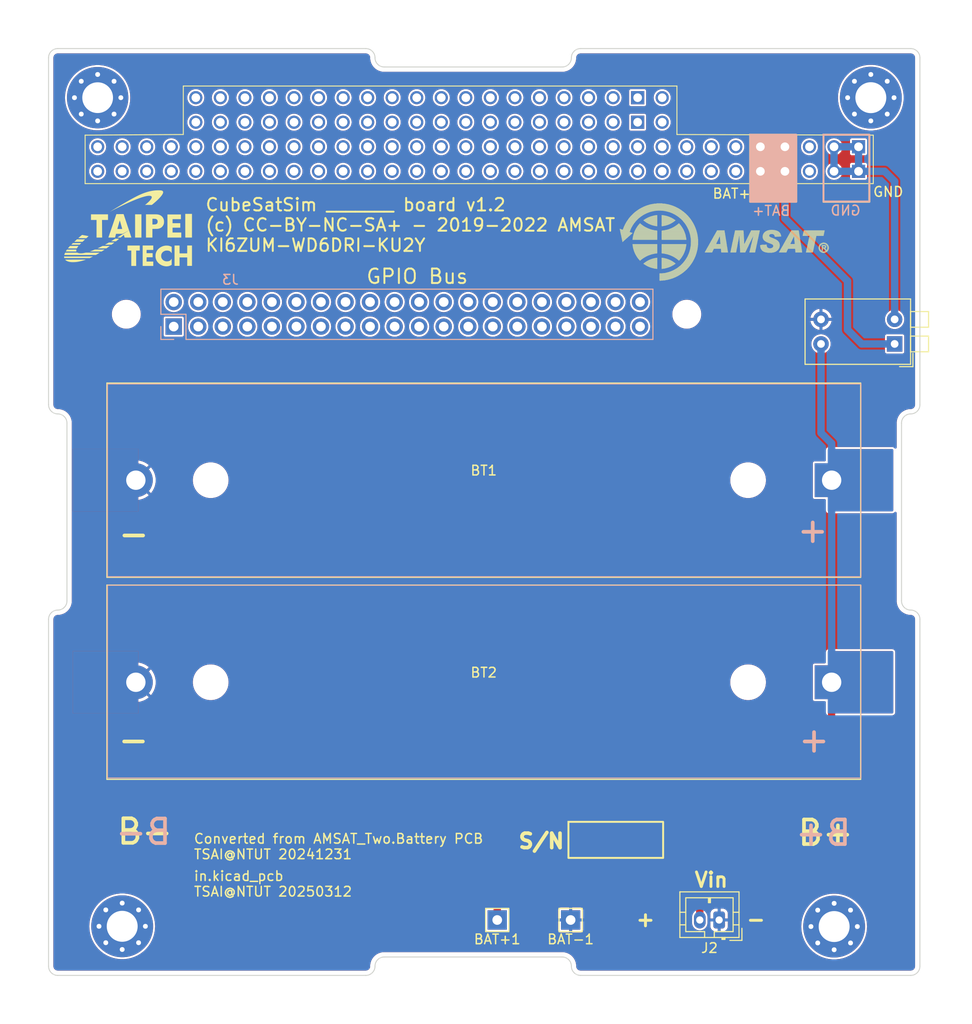
<source format=kicad_pcb>
(kicad_pcb (version 20240108) (generator "pcbnew") (generator_version "8.0")
  (title_block (date "2024-08-27"))
  (layers (0 "F.Cu" signal) (31 "B.Cu" signal) (34 "B.Paste" user) (35 "F.Paste" user) (36 "B.SilkS" user "B.Silkscreen") (37 "F.SilkS" user "F.Silkscreen") (38 "B.Mask" user) (39 "F.Mask" user) (44 "Edge.Cuts" user))
  (property "FILENAME" "CubesatSim_Battery_PC104")
  (net 0 "")
  (net 1 "GND")
  (net 8 "/BATT")
  (net 30 "Net-(J4-PadA4)")
  (net 140 "Net-(J4-PadA1)")
  (footprint "Connector_JST:JST_PH_B2B-PH-K_1x02_P2.00mm_Vertical" (layer "F.Cu") (at 211.884 126.195 180)
    (property "Reference" "J2")
    (property "Value" "Conn_01x02")
  )
  (footprint "VST104_logos:NTUT_logo_15mm" (layer "F.Cu") (at 150.7236 54.6862)
    (property "Reference" "REF**" (hide yes))
    (property "Value" "NTUT_logo_15mm" (hide yes))
  )
  (footprint "MountingHole:MountingHole_2.5mm" (layer "F.Cu") (at 150.54 63.5257)
    (property "Reference" "REF**" (hide yes))
    (property "Value" "MountingHole_2.5mm" (hide yes))
  )
  (footprint "VST104_footprints:CubeSat_PC104_16bit_footprint_Edge.Cut" (layer "F.Cu") (at 232.664 36.0426 180)
    (property "Reference" "J4" (hide yes))
    (property "Value" "~")
    (fp_line (start 90.17 -36.8427) (end 90.17 -0.9525) (stroke (width 0.1)) (layer "Edge.Cuts"))
    (fp_line (start 90.17 -94.9325) (end 90.17 -59.0423) (stroke (width 0.1)) (layer "Edge.Cuts"))
    (fp_line (start 88.265 -57.1373) (end 88.265 -38.7477) (stroke (width 0.1)) (layer "Edge.Cuts"))
    (fp_line (start 57.3405 0) (end 89.2175 0) (stroke (width 0.1)) (layer "Edge.Cuts"))
    (fp_line (start 57.3405 -95.885) (end 89.2175 -95.885) (stroke (width 0.1)) (layer "Edge.Cuts"))
    (fp_line (start 37.0205 -1.905) (end 55.4355 -1.905) (stroke (width 0.1)) (layer "Edge.Cuts"))
    (fp_line (start 37.0205 -93.98) (end 55.4355 -93.98) (stroke (width 0.1)) (layer "Edge.Cuts"))
    (fp_line (start 1.905 -57.1373) (end 1.905 -38.7477) (stroke (width 0.1)) (layer "Edge.Cuts"))
    (fp_line (start 0.9525 0) (end 35.1155 0) (stroke (width 0.1)) (layer "Edge.Cuts"))
    (fp_line (start 0.9525 -95.885) (end 35.1155 -95.885) (stroke (width 0.1)) (layer "Edge.Cuts"))
    (fp_line (start 0 -36.8427) (end 0 -0.9525) (stroke (width 0.1)) (layer "Edge.Cuts"))
    (fp_line (start 0 -94.9325) (end 0 -59.0423) (stroke (width 0.1)) (layer "Edge.Cuts"))
    (fp_arc (start 90.17 -0.9525) (mid 89.89102 -0.27898) (end 89.2175 0) (stroke (width 0.1)) (layer "Edge.Cuts"))
    (fp_arc (start 90.17 -59.0423) (mid 89.89102 -58.36878) (end 89.2175 -58.0898) (stroke (width 0.1)) (layer "Edge.Cuts"))
    (fp_arc (start 89.2175 -37.7952) (mid 89.89102 -37.51622) (end 90.17 -36.8427) (stroke (width 0.1)) (layer "Edge.Cuts"))
    (fp_arc (start 89.2175 -37.7952) (mid 88.54398 -38.07418) (end 88.265 -38.7477) (stroke (width 0.1)) (layer "Edge.Cuts"))
    (fp_arc (start 89.2175 -95.885) (mid 89.89102 -95.60602) (end 90.17 -94.9325) (stroke (width 0.1)) (layer "Edge.Cuts"))
    (fp_arc (start 88.265 -57.1373) (mid 88.54398 -57.81082) (end 89.2175 -58.0898) (stroke (width 0.1)) (layer "Edge.Cuts"))
    (fp_arc (start 57.3405 0) (mid 56.66698 -0.27898) (end 56.388 -0.9525) (stroke (width 0.1)) (layer "Edge.Cuts"))
    (fp_arc (start 56.388 -94.9325) (mid 56.66698 -95.60602) (end 57.3405 -95.885) (stroke (width 0.1)) (layer "Edge.Cuts"))
    (fp_arc (start 56.388 -94.9325) (mid 56.10902 -94.25898) (end 55.4355 -93.98) (stroke (width 0.1)) (layer "Edge.Cuts"))
    (fp_arc (start 55.4355 -1.905) (mid 56.10902 -1.62602) (end 56.388 -0.9525) (stroke (width 0.1)) (layer "Edge.Cuts"))
    (fp_arc (start 37.0205 -93.98) (mid 36.34698 -94.25898) (end 36.068 -94.9325) (stroke (width 0.1)) (layer "Edge.Cuts"))
    (fp_arc (start 36.068 -0.9525) (mid 36.34698 -1.62602) (end 37.0205 -1.905) (stroke (width 0.1)) (layer "Edge.Cuts"))
    (fp_arc (start 36.068 -0.9525) (mid 35.78902 -0.27898) (end 35.1155 0) (stroke (width 0.1)) (layer "Edge.Cuts"))
    (fp_arc (start 35.1155 -95.885) (mid 35.78902 -95.60602) (end 36.068 -94.9325) (stroke (width 0.1)) (layer "Edge.Cuts"))
    (fp_arc (start 1.905 -38.7477) (mid 1.62602 -38.07418) (end 0.9525 -37.7952) (stroke (width 0.1)) (layer "Edge.Cuts"))
    (fp_arc (start 0.9525 0) (mid 0.27898 -0.27898) (end 0 -0.9525) (stroke (width 0.1)) (layer "Edge.Cuts"))
    (fp_arc (start 0.9525 -58.0898) (mid 1.62602 -57.81082) (end 1.905 -57.1373) (stroke (width 0.1)) (layer "Edge.Cuts"))
    (fp_arc (start 0.9525 -58.0898) (mid 0.27898 -58.36878) (end 0 -59.0423) (stroke (width 0.1)) (layer "Edge.Cuts"))
    (fp_arc (start 0 -36.8427) (mid 0.27898 -37.51622) (end 0.9525 -37.7952) (stroke (width 0.1)) (layer "Edge.Cuts"))
    (fp_arc (start 0 -94.9325) (mid 0.27898 -95.60602) (end 0.9525 -95.885) (stroke (width 0.1)) (layer "Edge.Cuts"))
  )
  (footprint "Button_Switch_THT:SW_DIP_SPSTx02_Piano_10.8x6.64mm_W7.62mm_P2.54mm" (layer "F.Cu") (at 230.0478 66.5988 180)
    (property "Reference" "SW1" (hide yes))
    (property "Value" "SW_DIP_x02" (hide yes))
  )
  (footprint "TestPoint:TestPoint_THTPad_2.0x2.0mm_Drill1.0mm" (layer "F.Cu") (at 188.9224 126.195 180)
    (property "Reference" "BAT+1")
    (property "Value" "TestPoint")
  )
  (footprint "Battery:BatteryHolder_MPD_BH-18650-PC2" (layer "F.Cu") (at 223.5282 101.6 180)
    (property "Reference" "BT2")
    (property "Value" "Battery_Cell")
  )
  (footprint "MountingHole:MountingHole_2.5mm" (layer "F.Cu") (at 208.54 63.5257)
    (property "Reference" "REF**" (hide yes))
    (property "Value" "MountingHole_2.5mm" (hide yes))
  )
  (footprint "TestPoint:TestPoint_THTPad_2.0x2.0mm_Drill1.0mm" (layer "F.Cu") (at 196.517 126.195 180)
    (property "Reference" "BAT-1")
    (property "Value" "TestPoint")
  )
  (footprint "Battery:BatteryHolder_MPD_BH-18650-PC2" (layer "F.Cu") (at 223.5282 80.6958 180)
    (property "Reference" "BT1")
    (property "Value" "Battery_Cell")
  )
  (footprint "Connector_PinSocket_2.54mm:PinSocket_2x20_P2.54mm_Vertical" (layer "B.Cu") (at 155.4452 64.8032 -90)
    (property "Reference" "J3")
    (property "Value" "Raspberry Pi Zero HW GPIO")
  )
  (gr_rect (start 215.1126 44.958) (end 219.8624 51.8922) (stroke (width 0.2)) (fill solid) (layer "B.SilkS"))
  (gr_rect (start 148.59 91.567) (end 226.568 111.506) (stroke (width 0.1)) (fill none) (layer "B.SilkS"))
  (gr_rect (start 222.6818 44.958) (end 227.4316 51.8668) (stroke (width 0.2)) (fill none) (layer "B.SilkS"))
  (gr_rect (start 148.59 70.739) (end 226.568 90.678) (stroke (width 0.1)) (fill none) (layer "B.SilkS"))
  (gr_poly (pts (xy 208.407 55.2958) (xy 205.9305 55.2958) (xy 205.9305 55.3085) (xy 208.407 55.3085)) (fill solid) (layer "F.SilkS"))
  (gr_poly (pts (xy 207.9752 57.6961) (xy 207.3402 57.6961) (xy 207.3402 57.7088) (xy 207.9752 57.7088)) (fill solid) (layer "F.SilkS"))
  (gr_poly (pts (xy 219.2655 56.2483) (xy 218.567 56.2483) (xy 218.567 56.261) (xy 219.2655 56.261)) (fill solid) (layer "F.SilkS"))
  (gr_poly (pts (xy 202.8952 55.1561) (xy 201.6887 55.1561) (xy 201.6887 55.1688) (xy 202.8952 55.1688)) (fill solid) (layer "F.SilkS"))
  (gr_poly (pts (xy 205.486 53.8734) (xy 204.1398 53.8734) (xy 204.1398 53.8861) (xy 205.486 53.8861)) (fill solid) (layer "F.SilkS"))
  (gr_poly (pts (xy 209.6643 55.3974) (xy 208.9023 55.3974) (xy 208.9023 55.4101) (xy 209.6643 55.4101)) (fill solid) (layer "F.SilkS"))
  (gr_poly (pts (xy 214.6046 57.0865) (xy 214.0585 57.0865) (xy 214.0585 57.0992) (xy 214.6046 57.0992)) (fill solid) (layer "F.SilkS"))
  (gr_poly (pts (xy 208.3054 55.0164) (xy 205.9305 55.0164) (xy 205.9305 55.0291) (xy 208.3054 55.0291)) (fill solid) (layer "F.SilkS"))
  (gr_poly (pts (xy 206.3877 57.7596) (xy 205.9305 57.7596) (xy 205.9305 57.7723) (xy 206.3877 57.7723)) (fill solid) (layer "F.SilkS"))
  (gr_poly (pts (xy 204.3049 54.5211) (xy 203.3651 54.5211) (xy 203.3651 54.5338) (xy 204.3049 54.5338)) (fill solid) (layer "F.SilkS"))
  (gr_poly (pts (xy 209.6897 56.4896) (xy 208.9404 56.4896) (xy 208.9404 56.5023) (xy 209.6897 56.5023)) (fill solid) (layer "F.SilkS"))
  (gr_poly (pts (xy 221.7166 56.515) (xy 220.9927 56.515) (xy 220.9927 56.5277) (xy 221.7166 56.5277)) (fill solid) (layer "F.SilkS"))
  (gr_poly (pts (xy 205.486 56.9849) (xy 203.0857 56.9849) (xy 203.0857 56.9976) (xy 205.486 56.9976)) (fill solid) (layer "F.SilkS"))
  (gr_poly (pts (xy 207.7974 57.912) (xy 207.645 57.912) (xy 207.645 57.9247) (xy 207.7974 57.9247)) (fill solid) (layer "F.SilkS"))
  (gr_poly (pts (xy 208.4578 55.5498) (xy 205.9305 55.5498) (xy 205.9305 55.5625) (xy 208.4578 55.5625)) (fill solid) (layer "F.SilkS"))
  (gr_poly (pts (xy 207.2767 59.7281) (xy 205.7146 59.7281) (xy 205.7146 59.7408) (xy 207.2767 59.7408)) (fill solid) (layer "F.SilkS"))
  (gr_poly (pts (xy 212.6742 56.3626) (xy 210.82 56.3626) (xy 210.82 56.3753) (xy 212.6742 56.3753)) (fill solid) (layer "F.SilkS"))
  (gr_poly (pts (xy 218.1479 56.4896) (xy 217.4748 56.4896) (xy 217.4748 56.5023) (xy 218.1479 56.5023)) (fill solid) (layer "F.SilkS"))
  (gr_poly (pts (xy 208.4324 56.6547) (xy 205.9432 56.6547) (xy 205.9432 56.6674) (xy 208.4324 56.6674)) (fill solid) (layer "F.SilkS"))
  (gr_poly (pts (xy 208.3816 59.0296) (xy 207.01 59.0296) (xy 207.01 59.0423) (xy 208.3816 59.0423)) (fill solid) (layer "F.SilkS"))
  (gr_poly (pts (xy 208.6102 58.8137) (xy 207.4291 58.8137) (xy 207.4291 58.8264) (xy 208.6102 58.8264)) (fill solid) (layer "F.SilkS"))
  (gr_poly (pts (xy 208.2419 57.2389) (xy 206.0321 57.2389) (xy 206.0321 57.2516) (xy 208.2419 57.2516)) (fill solid) (layer "F.SilkS"))
  (gr_poly (pts (xy 207.8101 57.8993) (xy 207.6323 57.8993) (xy 207.6323 57.912) (xy 207.8101 57.912)) (fill solid) (layer "F.SilkS"))
  (gr_poly (pts (xy 205.486 53.9242) (xy 204.2033 53.9242) (xy 204.2033 53.9369) (xy 205.486 53.9369)) (fill solid) (layer "F.SilkS"))
  (gr_poly (pts (xy 205.486 54.2544) (xy 204.8129 54.2544) (xy 204.8129 54.2671) (xy 205.486 54.2671)) (fill solid) (layer "F.SilkS"))
  (gr_poly (pts (xy 206.4385 58.7502) (xy 205.9305 58.7502) (xy 205.9305 58.7629) (xy 206.4385 58.7629)) (fill solid) (layer "F.SilkS"))
  (gr_poly (pts (xy 208.915 58.4327) (xy 207.9244 58.4327) (xy 207.9244 58.4454) (xy 208.915 58.4454)) (fill solid) (layer "F.SilkS"))
  (gr_poly (pts (xy 219.3544 56.0197) (xy 218.694 56.0197) (xy 218.694 56.0324) (xy 219.3544 56.0324)) (fill solid) (layer "F.SilkS"))
  (gr_poly (pts (xy 218.1352 56.2356) (xy 217.2335 56.2356) (xy 217.2335 56.2483) (xy 218.1352 56.2483)) (fill solid) (layer "F.SilkS"))
  (gr_poly (pts (xy 209.2325 54.1528) (xy 208.3562 54.1528) (xy 208.3562 54.1655) (xy 209.2325 54.1655)) (fill solid) (layer "F.SilkS"))
  (gr_poly (pts (xy 203.8096 53.4162) (xy 202.7047 53.4162) (xy 202.7047 53.4289) (xy 203.8096 53.4289)) (fill solid) (layer "F.SilkS"))
  (gr_poly (pts (xy 213.6902 56.9214) (xy 213.0933 56.9214) (xy 213.0933 56.9341) (xy 213.6902 56.9341)) (fill solid) (layer "F.SilkS"))
  (gr_poly (pts (xy 209.5881 57.0484) (xy 208.8007 57.0484) (xy 208.8007 57.0611) (xy 209.5881 57.0611)) (fill solid) (layer "F.SilkS"))
  (gr_poly (pts (xy 218.8591 57.0992) (xy 218.0844 57.0992) (xy 218.0844 57.1119) (xy 218.8591 57.1119)) (fill solid) (layer "F.SilkS"))
  (gr_poly (pts (xy 215.8873 55.8165) (xy 215.3285 55.8165) (xy 215.3285 55.8292) (xy 215.8873 55.8292)) (fill solid) (layer "F.SilkS"))
  (gr_poly (pts (xy 221.8309 55.9816) (xy 221.107 55.9816) (xy 221.107 55.9943) (xy 221.8309 55.9943)) (fill solid) (layer "F.SilkS"))
  (gr_poly (pts (xy 209.6897 56.4515) (xy 208.9277 56.4515) (xy 208.9277 56.4642) (xy 209.6897 56.4642)) (fill solid) (layer "F.SilkS"))
  (gr_poly (pts (xy 213.8299 56.1594) (xy 213.2457 56.1594) (xy 213.2457 56.1721) (xy 213.8299 56.1721)) (fill solid) (layer "F.SilkS"))
  (gr_poly (pts (xy 209.423 54.5465) (xy 208.5975 54.5465) (xy 208.5975 54.5592) (xy 209.423 54.5592)) (fill solid) (layer "F.SilkS"))
  (gr_poly (pts (xy 220.472 57.0611) (xy 219.7735 57.0611) (xy 219.7735 57.0738) (xy 220.472 57.0738)) (fill solid) (layer "F.SilkS"))
  (gr_poly (pts (xy 214.4014 54.9021) (xy 213.5251 54.9021) (xy 213.5251 54.9148) (xy 214.4014 54.9148)) (fill solid) (layer "F.SilkS"))
  (gr_poly (pts (xy 208.915 53.6448) (xy 207.9117 53.6448) (xy 207.9117 53.6575) (xy 208.915 53.6575)) (fill solid) (layer "F.SilkS"))
  (gr_poly (pts (xy 218.2876 55.3593) (xy 217.6018 55.3593) (xy 217.6018 55.372) (xy 218.2876 55.372)) (fill solid) (layer "F.SilkS"))
  (gr_poly (pts (xy 204.1271 53.213) (xy 202.8952 53.213) (xy 202.8952 53.2257) (xy 204.1271 53.2257)) (fill solid) (layer "F.SilkS"))
  (gr_poly (pts (xy 208.4451 56.5785) (xy 205.9305 56.5785) (xy 205.9305 56.5912) (xy 208.4451 56.5912)) (fill solid) (layer "F.SilkS"))
  (gr_poly (pts (xy 221.615 56.9468) (xy 220.9038 56.9468) (xy 220.9038 56.9595) (xy 221.615 56.9595)) (fill solid) (layer "F.SilkS"))
  (gr_poly (pts (xy 208.2292 59.1566) (xy 206.6671 59.1566) (xy 206.6671 59.1693) (xy 208.2292 59.1693)) (fill solid) (layer "F.SilkS"))
  (gr_poly (pts (xy 209.7151 55.9181) (xy 208.9658 55.9181) (xy 208.9658 55.9308) (xy 209.7151 55.9308)) (fill solid) (layer "F.SilkS"))
  (gr_poly (pts (xy 205.486 53.467) (xy 204.6478 53.467) (xy 204.6478 53.4797) (xy 205.486 53.4797)) (fill solid) (layer "F.SilkS"))
  (gr_poly (pts (xy 219.6084 55.5244) (xy 218.9734 55.5244) (xy 218.9734 55.5371) (xy 219.6084 55.5371)) (fill solid) (layer "F.SilkS"))
  (gr_poly (pts (xy 205.486 58.4454) (xy 204.2795 58.4454) (xy 204.2795 58.4581) (xy 205.486 58.4581)) (fill solid) (layer "F.SilkS"))
  (gr_poly (pts (xy 215.6333 56.9849) (xy 215.0491 56.9849) (xy 215.0491 56.9976) (xy 215.6333 56.9976)) (fill solid) (layer "F.SilkS"))
  (gr_poly (pts (xy 214.4522 55.626) (xy 213.9823 55.626) (xy 213.9823 55.6387) (xy 214.4522 55.6387)) (fill solid) (layer "F.SilkS"))
  (gr_poly (pts (xy 217.9955 55.9562) (xy 216.6366 55.9562) (xy 216.6366 55.9689) (xy 217.9955 55.9689)) (fill solid) (layer "F.SilkS"))
  (gr_poly (pts (xy 212.471 55.0926) (xy 211.5312 55.0926) (xy 211.5312 55.1053) (xy 212.471 55.1053)) (fill solid) (layer "F.SilkS"))
  (gr_poly (pts (xy 217.678 55.753) (xy 216.4461 55.753) (xy 216.4461 55.7657) (xy 217.678 55.7657)) (fill solid) (layer "F.SilkS"))
  (gr_poly (pts (xy 208.3181 55.0291) (xy 205.9432 55.0291) (xy 205.9432 55.0418) (xy 208.3181 55.0418)) (fill solid) (layer "F.SilkS"))
  (gr_poly (pts (xy 211.836 55.7149) (xy 211.1883 55.7149) (xy 211.1883 55.7276) (xy 211.836 55.7276)) (fill solid) (layer "F.SilkS"))
  (gr_poly (pts (xy 219.3671 56.0324) (xy 218.694 56.0324) (xy 218.694 56.0451) (xy 219.3671 56.0451)) (fill solid) (layer "F.SilkS"))
  (gr_poly (pts (xy 208.0768 57.531) (xy 207.0608 57.531) (xy 207.0608 57.5437) (xy 208.0768 57.5437)) (fill solid) (layer "F.SilkS"))
  (gr_poly (pts (xy 208.2038 57.3024) (xy 206.4385 57.3024) (xy 206.4385 57.3151) (xy 208.2038 57.3151)) (fill solid) (layer "F.SilkS"))
  (gr_poly (pts (xy 209.1436 58.0898) (xy 208.2419 58.0898) (xy 208.2419 58.1025) (xy 209.1436 58.1025)) (fill solid) (layer "F.SilkS"))
  (gr_poly (pts (xy 219.5576 55.6133) (xy 218.9226 55.6133) (xy 218.9226 55.626) (xy 219.5576 55.626)) (fill solid) (layer "F.SilkS"))
  (gr_poly (pts (xy 209.296 57.8358) (xy 208.4324 57.8358) (xy 208.4324 57.8485) (xy 209.296 57.8485)) (fill solid) (layer "F.SilkS"))
  (gr_poly (pts (xy 203.4159 53.7464) (xy 202.4507 53.7464) (xy 202.4507 53.7591) (xy 203.4159 53.7591)) (fill solid) (layer "F.SilkS"))
  (gr_poly (pts (xy 205.486 56.8706) (xy 203.0349 56.8706) (xy 203.0349 56.8833) (xy 205.486 56.8833)) (fill solid) (layer "F.SilkS"))
  (gr_poly (pts (xy 205.9813 58.8264) (xy 205.9305 58.8264) (xy 205.9305 58.8391) (xy 205.9813 58.8391)) (fill solid) (layer "F.SilkS"))
  (gr_poly (pts (xy 215.7349 56.5658) (xy 215.1507 56.5658) (xy 215.1507 56.5785) (xy 215.7349 56.5785)) (fill solid) (layer "F.SilkS"))
  (gr_poly (pts (xy 219.4306 55.9054) (xy 218.7575 55.9054) (xy 218.7575 55.9181) (xy 219.4306 55.9181)) (fill solid) (layer "F.SilkS"))
  (gr_poly (pts (xy 223.2406 56.6674) (xy 223.0882 56.6674) (xy 223.0882 56.6801) (xy 223.2406 56.6801)) (fill solid) (layer "F.SilkS"))
  (gr_poly (pts (xy 213.8045 56.2737) (xy 213.233 56.2737) (xy 213.233 56.2864) (xy 213.8045 56.2864)) (fill solid) (layer "F.SilkS"))
  (gr_poly (pts (xy 205.486 53.9623) (xy 204.2541 53.9623) (xy 204.2541 53.975) (xy 205.486 53.975)) (fill solid) (layer "F.SilkS"))
  (gr_poly (pts (xy 220.3323 56.1848) (xy 219.71 56.1848) (xy 219.71 56.1975) (xy 220.3323 56.1975)) (fill solid) (layer "F.SilkS"))
  (gr_poly (pts (xy 214.8586 56.5912) (xy 214.0331 56.5912) (xy 214.0331 56.6039) (xy 214.8586 56.6039)) (fill solid) (layer "F.SilkS"))
  (gr_poly (pts (xy 202.7174 54.7624) (xy 201.9173 54.7624) (xy 201.9173 54.7751) (xy 202.7174 54.7751)) (fill solid) (layer "F.SilkS"))
  (gr_poly (pts (xy 208.153 57.404) (xy 206.7687 57.404) (xy 206.7687 57.4167) (xy 208.153 57.4167)) (fill solid) (layer "F.SilkS"))
  (gr_poly (pts (xy 205.486 56.9214) (xy 203.0476 56.9214) (xy 203.0476 56.9341) (xy 205.486 56.9341)) (fill solid) (layer "F.SilkS"))
  (gr_poly (pts (xy 213.7283 56.6928) (xy 213.1441 56.6928) (xy 213.1441 56.7055) (xy 213.7283 56.7055)) (fill solid) (layer "F.SilkS"))
  (gr_poly (pts (xy 220.2307 55.4736) (xy 219.6338 55.4736) (xy 219.6338 55.4863) (xy 220.2307 55.4863)) (fill solid) (layer "F.SilkS"))
  (gr_poly (pts (xy 208.4705 56.4642) (xy 205.9305 56.4642) (xy 205.9305 56.4769) (xy 208.4705 56.4769)) (fill solid) (layer "F.SilkS"))
  (gr_poly (pts (xy 215.1253 56.0324) (xy 214.6046 56.0324) (xy 214.6046 56.0451) (xy 215.1253 56.0451)) (fill solid) (layer "F.SilkS"))
  (gr_poly (pts (xy 222.3389 56.7817) (xy 222.1865 56.7817) (xy 222.1865 56.7944) (xy 222.3389 56.7944)) (fill solid) (layer "F.SilkS"))
  (gr_poly (pts (xy 209.296 54.2671) (xy 208.4324 54.2671) (xy 208.4324 54.2798) (xy 209.296 54.2798)) (fill solid) (layer "F.SilkS"))
  (gr_poly (pts (xy 208.4197 55.3847) (xy 205.9305 55.3847) (xy 205.9305 55.3974) (xy 208.4197 55.3974)) (fill solid) (layer "F.SilkS"))
  (gr_poly (pts (xy 208.6864 53.3654) (xy 207.5434 53.3654) (xy 207.5434 53.3781) (xy 208.6864 53.3781)) (fill solid) (layer "F.SilkS"))
  (gr_poly (pts (xy 214.4649 55.9181) (xy 214.0077 55.9181) (xy 214.0077 55.9308) (xy 214.4649 55.9308)) (fill solid) (layer "F.SilkS"))
  (gr_poly (pts (xy 208.4578 56.5277) (xy 205.9432 56.5277) (xy 205.9432 56.5404) (xy 208.4578 56.5404)) (fill solid) (layer "F.SilkS"))
  (gr_poly (pts (xy 220.345 56.3118) (xy 218.5162 56.3118) (xy 218.5162 56.3245) (xy 220.345 56.3245)) (fill solid) (layer "F.SilkS"))
  (gr_poly (pts (xy 202.7809 54.6608) (xy 201.9681 54.6608) (xy 201.9681 54.6735) (xy 202.7809 54.6735)) (fill solid) (layer "F.SilkS"))
  (gr_poly (pts (xy 213.7537 56.5531) (xy 213.1695 56.5531) (xy 213.1695 56.5658) (xy 213.7537 56.5658)) (fill solid) (layer "F.SilkS"))
  (gr_poly (pts (xy 207.0227 53.5813) (xy 205.9305 53.5813) (xy 205.9305 53.594) (xy 207.0227 53.594)) (fill solid) (layer "F.SilkS"))
  (gr_poly (pts (xy 221.7547 56.3753) (xy 221.0181 56.3753) (xy 221.0181 56.388) (xy 221.7547 56.388)) (fill solid) (layer "F.SilkS"))
  (gr_poly (pts (xy 215.9127 55.7149) (xy 215.3539 55.7149) (xy 215.3539 55.7276) (xy 215.9127 55.7276)) (fill solid) (layer "F.SilkS"))
  (gr_poly (pts (xy 216.0524 55.0799) (xy 215.0872 55.0799) (xy 215.0872 55.0926) (xy 216.0524 55.0926)) (fill solid) (layer "F.SilkS"))
  (gr_poly (pts (xy 209.0547 58.2422) (xy 208.1149 58.2422) (xy 208.1149 58.2549) (xy 209.0547 58.2549)) (fill solid) (layer "F.SilkS"))
  (gr_poly (pts (xy 223.2279 56.515) (xy 223.0755 56.515) (xy 223.0755 56.5277) (xy 223.2279 56.5277)) (fill solid) (layer "F.SilkS"))
  (gr_poly (pts (xy 212.4456 54.8513) (xy 211.6709 54.8513) (xy 211.6709 54.864) (xy 212.4456 54.864)) (fill solid) (layer "F.SilkS"))
  (gr_poly (pts (xy 209.677 56.6293) (xy 208.9023 56.6293) (xy 208.9023 56.642) (xy 209.677 56.642)) (fill solid) (layer "F.SilkS"))
  (gr_poly (pts (xy 204.5208 57.4675) (xy 203.3016 57.4675) (xy 203.3016 57.4802) (xy 204.5208 57.4802)) (fill solid) (layer "F.SilkS"))
  (gr_poly (pts (xy 209.4357 57.531) (xy 208.6102 57.531) (xy 208.6102 57.5437) (xy 209.4357 57.5437)) (fill solid) (layer "F.SilkS"))
  (gr_poly (pts (xy 222.631 56.9341) (xy 222.504 56.9341) (xy 222.504 56.9468) (xy 222.631 56.9468)) (fill solid) (layer "F.SilkS"))
  (gr_poly (pts (xy 215.9889 55.3339) (xy 214.9602 55.3339) (xy 214.9602 55.3466) (xy 215.9889 55.3466)) (fill solid) (layer "F.SilkS"))
  (gr_poly (pts (xy 204.8383 57.3532) (xy 203.2381 57.3532) (xy 203.2381 57.3659) (xy 204.8383 57.3659)) (fill solid) (layer "F.SilkS"))
  (gr_poly (pts (xy 217.0938 55.4736) (xy 216.3826 55.4736) (xy 216.3826 55.4863) (xy 217.0938 55.4863)) (fill solid) (layer "F.SilkS"))
  (gr_poly (pts (xy 202.8698 54.4449) (xy 202.0443 54.4449) (xy 202.0443 54.4576) (xy 202.8698 54.4576)) (fill solid) (layer "F.SilkS"))
  (gr_poly (pts (xy 206.7814 58.6359) (xy 205.9305 58.6359) (xy 205.9305 58.6486) (xy 206.7814 58.6486)) (fill solid) (layer "F.SilkS"))
  (gr_poly (pts (xy 223.2152 56.769) (xy 223.0755 56.769) (xy 223.0755 56.7817) (xy 223.2152 56.7817)) (fill solid) (layer "F.SilkS"))
  (gr_poly (pts (xy 214.8967 56.515) (xy 214.0331 56.515) (xy 214.0331 56.5277) (xy 214.8967 56.5277)) (fill solid) (layer "F.SilkS"))
  (gr_poly (pts (xy 220.4466 56.896) (xy 219.7608 56.896) (xy 219.7608 56.9087) (xy 220.4466 56.9087)) (fill solid) (layer "F.SilkS"))
  (gr_poly (pts (xy 220.2307 55.5117) (xy 219.6465 55.5117) (xy 219.6465 55.5244) (xy 220.2307 55.5244)) (fill solid) (layer "F.SilkS"))
  (gr_poly (pts (xy 205.486 55.7657) (xy 202.9206 55.7657) (xy 202.9206 55.7784) (xy 205.486 55.7784)) (fill solid) (layer "F.SilkS"))
  (gr_poly (pts (xy 204.7748 57.3659) (xy 203.2381 57.3659) (xy 203.2381 57.3786) (xy 204.7748 57.3786)) (fill solid) (layer "F.SilkS"))
  (gr_poly (pts (xy 220.1799 55.1561) (xy 219.1766 55.1561) (xy 219.1766 55.1688) (xy 220.1799 55.1688)) (fill solid) (layer "F.SilkS"))
  (gr_poly (pts (xy 218.3003 55.4228) (xy 217.6272 55.4228) (xy 217.6272 55.4355) (xy 218.3003 55.4355)) (fill solid) (layer "F.SilkS"))
  (gr_poly (pts (xy 220.2688 55.8546) (xy 219.6719 55.8546) (xy 219.6719 55.8673) (xy 220.2688 55.8673)) (fill solid) (layer "F.SilkS"))
  (gr_poly (pts (xy 209.55 57.2008) (xy 208.7499 57.2008) (xy 208.7499 57.2135) (xy 209.55 57.2135)) (fill solid) (layer "F.SilkS"))
  (gr_poly (pts (xy 204.0509 54.3814) (xy 203.4667 54.3814) (xy 203.4667 54.3941) (xy 204.0509 54.3941)) (fill solid) (layer "F.SilkS"))
  (gr_poly (pts (xy 209.7151 55.9562) (xy 208.9531 55.9562) (xy 208.9531 55.9689) (xy 209.7151 55.9689)) (fill solid) (layer "F.SilkS"))
  (gr_poly (pts (xy 221.7166 56.4515) (xy 221.0054 56.4515) (xy 221.0054 56.4642) (xy 221.7166 56.4642)) (fill solid) (layer "F.SilkS"))
  (gr_poly (pts (xy 221.8055 56.1213) (xy 221.0689 56.1213) (xy 221.0689 56.134) (xy 221.8055 56.134)) (fill solid) (layer "F.SilkS"))
  (gr_poly (pts (xy 220.2688 55.753) (xy 219.6592 55.753) (xy 219.6592 55.7657) (xy 220.2688 55.7657)) (fill solid) (layer "F.SilkS"))
  (gr_poly (pts (xy 208.4578 56.5023) (xy 205.9305 56.5023) (xy 205.9305 56.515) (xy 208.4578 56.515)) (fill solid) (layer "F.SilkS"))
  (gr_poly (pts (xy 211.6074 56.1848) (xy 210.9216 56.1848) (xy 210.9216 56.1975) (xy 211.6074 56.1975)) (fill solid) (layer "F.SilkS"))
  (gr_poly (pts (xy 214.7443 56.8325) (xy 214.0458 56.8325) (xy 214.0458 56.8452) (xy 214.7443 56.8452)) (fill solid) (layer "F.SilkS"))
  (gr_poly (pts (xy 212.7631 56.8325) (xy 212.0773 56.8325) (xy 212.0773 56.8452) (xy 212.7631 56.8452)) (fill solid) (layer "F.SilkS"))
  (gr_poly (pts (xy 214.4268 55.1434) (xy 213.487 55.1434) (xy 213.487 55.1561) (xy 214.4268 55.1561)) (fill solid) (layer "F.SilkS"))
  (gr_poly (pts (xy 206.2099 54.3814) (xy 205.9432 54.3814) (xy 205.9432 54.3941) (xy 206.2099 54.3941)) (fill solid) (layer "F.SilkS"))
  (gr_poly (pts (xy 203.0222 54.229) (xy 202.1459 54.229) (xy 202.1459 54.2417) (xy 203.0222 54.2417)) (fill solid) (layer "F.SilkS"))
  (gr_poly (pts (xy 214.9602 56.3753) (xy 214.0204 56.3753) (xy 214.0204 56.388) (xy 214.9602 56.388)) (fill solid) (layer "F.SilkS"))
  (gr_poly (pts (xy 203.0857 54.1274) (xy 202.2094 54.1274) (xy 202.2094 54.1401) (xy 203.0857 54.1401)) (fill solid) (layer "F.SilkS"))
  (gr_poly (pts (xy 206.9338 54.1147) (xy 205.9432 54.1147) (xy 205.9432 54.1274) (xy 206.9338 54.1274)) (fill solid) (layer "F.SilkS"))
  (gr_poly (pts (xy 205.486 57.912) (xy 204.6224 57.912) (xy 204.6224 57.9247) (xy 205.486 57.9247)) (fill solid) (layer "F.SilkS"))
  (gr_poly (pts (xy 217.3605 55.6133) (xy 216.408 55.6133) (xy 216.408 55.626) (xy 217.3605 55.626)) (fill solid) (layer "F.SilkS"))
  (gr_poly (pts (xy 205.486 55.3339) (xy 203.0095 55.3339) (xy 203.0095 55.3466) (xy 205.486 55.3466)) (fill solid) (layer "F.SilkS"))
  (gr_poly (pts (xy 203.4032 53.7591) (xy 202.438 53.7591) (xy 202.438 53.7718) (xy 203.4032 53.7718)) (fill solid) (layer "F.SilkS"))
  (gr_poly (pts (xy 212.6742 56.2864) (xy 210.8581 56.2864) (xy 210.8581 56.2991) (xy 212.6742 56.2991)) (fill solid) (layer "F.SilkS"))
  (gr_poly (pts (xy 207.2259 58.1533) (xy 205.9305 58.1533) (xy 205.9305 58.166) (xy 207.2259 58.166)) (fill solid) (layer "F.SilkS"))
  (gr_poly (pts (xy 216.8017 56.4007) (xy 216.1286 56.4007) (xy 216.1286 56.4134) (xy 216.8017 56.4134)) (fill solid) (layer "F.SilkS"))
  (gr_poly (pts (xy 221.8563 55.88) (xy 221.1451 55.88) (xy 221.1451 55.8927) (xy 221.8563 55.8927)) (fill solid) (layer "F.SilkS"))
  (gr_poly (pts (xy 212.6234 55.9435) (xy 212.0011 55.9435) (xy 212.0011 55.9562) (xy 212.6234 55.9562)) (fill solid) (layer "F.SilkS"))
  (gr_poly (pts (xy 208.4578 53.1368) (xy 207.1497 53.1368) (xy 207.1497 53.1495) (xy 208.4578 53.1495)) (fill solid) (layer "F.SilkS"))
  (gr_poly (pts (xy 205.486 56.3118) (xy 202.9206 56.3118) (xy 202.9206 56.3245) (xy 205.486 56.3245)) (fill solid) (layer "F.SilkS"))
  (gr_poly (pts (xy 211.709 55.9689) (xy 211.0359 55.9689) (xy 211.0359 55.9816) (xy 211.709 55.9816)) (fill solid) (layer "F.SilkS"))
  (gr_poly (pts (xy 206.6163 53.4035) (xy 205.9305 53.4035) (xy 205.9305 53.4162) (xy 206.6163 53.4162)) (fill solid) (layer "F.SilkS"))
  (gr_poly (pts (xy 218.1987 55.118) (xy 216.5223 55.118) (xy 216.5223 55.1307) (xy 218.1987 55.1307)) (fill solid) (layer "F.SilkS"))
  (gr_poly (pts (xy 222.3262 56.6166) (xy 222.1738 56.6166) (xy 222.1738 56.6293) (xy 222.3262 56.6293)) (fill solid) (layer "F.SilkS"))
  (gr_poly (pts (xy 203.9874 53.2892) (xy 202.819 53.2892) (xy 202.819 53.3019) (xy 203.9874 53.3019)) (fill solid) (layer "F.SilkS"))
  (gr_poly (pts (xy 221.7039 56.5785) (xy 220.98 56.5785) (xy 220.98 56.5912) (xy 221.7039 56.5912)) (fill solid) (layer "F.SilkS"))
  (gr_poly (pts (xy 208.1403 52.8701) (xy 206.3623 52.8701) (xy 206.3623 52.8828) (xy 208.1403 52.8828)) (fill solid) (layer "F.SilkS"))
  (gr_poly (pts (xy 202.7809 54.6227) (xy 201.9808 54.6227) (xy 201.9808 54.6354) (xy 202.7809 54.6354)) (fill solid) (layer "F.SilkS"))
  (gr_poly (pts (xy 207.0227 58.5089) (xy 205.9432 58.5089) (xy 205.9432 58.5216) (xy 207.0227 58.5216)) (fill solid) (layer "F.SilkS"))
  (gr_poly (pts (xy 203.9493 54.3052) (xy 203.5175 54.3052) (xy 203.5175 54.3179) (xy 203.9493 54.3179)) (fill solid) (layer "F.SilkS"))
  (gr_poly (pts (xy 222.9485 57.1119) (xy 222.4659 57.1119) (xy 222.4659 57.1246) (xy 222.9485 57.1246)) (fill solid) (layer "F.SilkS"))
  (gr_poly (pts (xy 215.8365 56.0578) (xy 215.2777 56.0578) (xy 215.2777 56.0705) (xy 215.8365 56.0705)) (fill solid) (layer "F.SilkS"))
  (gr_poly (pts (xy 209.7024 56.2864) (xy 208.9531 56.2864) (xy 208.9531 56.2991) (xy 209.7024 56.2991)) (fill solid) (layer "F.SilkS"))
  (gr_poly (pts (xy 206.9592 54.102) (xy 205.9432 54.102) (xy 205.9432 54.1147) (xy 206.9592 54.1147)) (fill solid) (layer "F.SilkS"))
  (gr_poly (pts (xy 203.7715 53.4289) (xy 202.692 53.4289) (xy 202.692 53.4416) (xy 203.7715 53.4416)) (fill solid) (layer "F.SilkS"))
  (gr_poly (pts (xy 209.5246 57.2516) (xy 208.7372 57.2516) (xy 208.7372 57.2643) (xy 209.5246 57.2643)) (fill solid) (layer "F.SilkS"))
  (gr_poly (pts (xy 223.0755 57.0357) (xy 222.7326 57.0357) (xy 222.7326 57.0484) (xy 223.0755 57.0484)) (fill solid) (layer "F.SilkS"))
  (gr_poly (pts (xy 214.9348 56.4261) (xy 214.0331 56.4261) (xy 214.0331 56.4388) (xy 214.9348 56.4388)) (fill solid) (layer "F.SilkS"))
  (gr_poly (pts (xy 215.9762 55.3974) (xy 214.9221 55.3974) (xy 214.9221 55.4101) (xy 215.9762 55.4101)) (fill solid) (layer "F.SilkS"))
  (gr_poly (pts (xy 209.5119 57.3278) (xy 208.7118 57.3278) (xy 208.7118 57.3405) (xy 209.5119 57.3405)) (fill solid) (layer "F.SilkS"))
  (gr_poly (pts (xy 215.9 55.7784) (xy 215.3285 55.7784) (xy 215.3285 55.7911) (xy 215.9 55.7911)) (fill solid) (layer "F.SilkS"))
  (gr_poly (pts (xy 219.4306 55.8546) (xy 218.7829 55.8546) (xy 218.7829 55.8673) (xy 219.4306 55.8673)) (fill solid) (layer "F.SilkS"))
  (gr_poly (pts (xy 214.9094 56.4896) (xy 214.0331 56.4896) (xy 214.0331 56.5023) (xy 214.9094 56.5023)) (fill solid) (layer "F.SilkS"))
  (gr_poly (pts (xy 208.1022 52.8447) (xy 206.2734 52.8447) (xy 206.2734 52.8574) (xy 208.1022 52.8574)) (fill solid) (layer "F.SilkS"))
  (gr_poly (pts (xy 217.9447 55.9181) (xy 216.5731 55.9181) (xy 216.5731 55.9308) (xy 217.9447 55.9308)) (fill solid) (layer "F.SilkS"))
  (gr_poly (pts (xy 222.3516 56.4896) (xy 222.1865 56.4896) (xy 222.1865 56.5023) (xy 222.3516 56.5023)) (fill solid) (layer "F.SilkS"))
  (gr_poly (pts (xy 204.0382 54.3687) (xy 203.4667 54.3687) (xy 203.4667 54.3814) (xy 204.0382 54.3814)) (fill solid) (layer "F.SilkS"))
  (gr_poly (pts (xy 215.3031 55.6514) (xy 214.7951 55.6514) (xy 214.7951 55.6641) (xy 215.3031 55.6641)) (fill solid) (layer "F.SilkS"))
  (gr_poly (pts (xy 208.915 53.6575) (xy 207.9244 53.6575) (xy 207.9244 53.6702) (xy 208.915 53.6702)) (fill solid) (layer "F.SilkS"))
  (gr_poly (pts (xy 207.7466 54.1274) (xy 207.7085 54.1274) (xy 207.7085 54.1401) (xy 207.7466 54.1401)) (fill solid) (layer "F.SilkS"))
  (gr_poly (pts (xy 215.6206 57.0865) (xy 215.0237 57.0865) (xy 215.0237 57.0992) (xy 215.6206 57.0992)) (fill solid) (layer "F.SilkS"))
  (gr_poly (pts (xy 213.868 55.9943) (xy 213.2965 55.9943) (xy 213.2965 56.007) (xy 213.868 56.007)) (fill solid) (layer "F.SilkS"))
  (gr_poly (pts (xy 209.0293 53.8099) (xy 208.0768 53.8099) (xy 208.0768 53.8226) (xy 209.0293 53.8226)) (fill solid) (layer "F.SilkS"))
  (gr_poly (pts (xy 217.0684 55.3593) (xy 216.408 55.3593) (xy 216.408 55.372) (xy 217.0684 55.372)) (fill solid) (layer "F.SilkS"))
  (gr_poly (pts (xy 209.6389 56.8452) (xy 208.8642 56.8452) (xy 208.8642 56.8579) (xy 209.6389 56.8579)) (fill solid) (layer "F.SilkS"))
  (gr_poly (pts (xy 213.8172 56.1848) (xy 213.2457 56.1848) (xy 213.2457 56.1975) (xy 213.8172 56.1975)) (fill solid) (layer "F.SilkS"))
  (gr_poly (pts (xy 205.486 56.4007) (xy 202.9333 56.4007) (xy 202.9333 56.4134) (xy 205.486 56.4134)) (fill solid) (layer "F.SilkS"))
  (gr_poly (pts (xy 209.6897 56.515) (xy 208.9277 56.515) (xy 208.9277 56.5277) (xy 209.6897 56.5277)) (fill solid) (layer "F.SilkS"))
  (gr_poly (pts (xy 212.4583 54.9021) (xy 211.6455 54.9021) (xy 211.6455 54.9148) (xy 212.4583 54.9148)) (fill solid) (layer "F.SilkS"))
  (gr_poly (pts (xy 213.9315 55.5752) (xy 213.3727 55.5752) (xy 213.3727 55.5879) (xy 213.9315 55.5879)) (fill solid) (layer "F.SilkS"))
  (gr_poly (pts (xy 215.7349 56.5785) (xy 215.1507 56.5785) (xy 215.1507 56.5912) (xy 215.7349 56.5912)) (fill solid) (layer "F.SilkS"))
  (gr_poly (pts (xy 220.1799 55.1942) (xy 219.1512 55.1942) (xy 219.1512 55.2069) (xy 220.1799 55.2069)) (fill solid) (layer "F.SilkS"))
  (gr_poly (pts (xy 205.486 53.2765) (xy 205.359 53.2765) (xy 205.359 53.2892) (xy 205.486 53.2892)) (fill solid) (layer "F.SilkS"))
  (gr_poly (pts (xy 220.3069 55.9689) (xy 219.6846 55.9689) (xy 219.6846 55.9816) (xy 220.3069 55.9816)) (fill solid) (layer "F.SilkS"))
  (gr_poly (pts (xy 206.1845 58.801) (xy 205.9305 58.801) (xy 205.9305 58.8137) (xy 206.1845 58.8137)) (fill solid) (layer "F.SilkS"))
  (gr_poly (pts (xy 205.486 53.7845) (xy 204.0636 53.7845) (xy 204.0636 53.7972) (xy 205.486 53.7972)) (fill solid) (layer "F.SilkS"))
  (gr_poly (pts (xy 212.5091 55.2704) (xy 211.4423 55.2704) (xy 211.4423 55.2831) (xy 212.5091 55.2831)) (fill solid) (layer "F.SilkS"))
  (gr_poly (pts (xy 203.4413 53.721) (xy 202.4507 53.721) (xy 202.4507 53.7337) (xy 203.4413 53.7337)) (fill solid) (layer "F.SilkS"))
  (gr_poly (pts (xy 220.2307 55.5371) (xy 219.6465 55.5371) (xy 219.6465 55.5498) (xy 220.2307 55.5498)) (fill solid) (layer "F.SilkS"))
  (gr_poly (pts (xy 207.4799 52.4637) (xy 203.9366 52.4637) (xy 203.9366 52.4764) (xy 207.4799 52.4764)) (fill solid) (layer "F.SilkS"))
  (gr_poly (pts (xy 220.1799 55.2069) (xy 219.1512 55.2069) (xy 219.1512 55.2196) (xy 220.1799 55.2196)) (fill solid) (layer "F.SilkS"))
  (gr_poly (pts (xy 215.8619 55.9689) (xy 215.2904 55.9689) (xy 215.2904 55.9816) (xy 215.8619 55.9816)) (fill solid) (layer "F.SilkS"))
  (gr_poly (pts (xy 207.7847 57.9247) (xy 207.6577 57.9247) (xy 207.6577 57.9374) (xy 207.7847 57.9374)) (fill solid) (layer "F.SilkS"))
  (gr_poly (pts (xy 209.5754 57.0611) (xy 208.8007 57.0611) (xy 208.8007 57.0738) (xy 209.5754 57.0738)) (fill solid) (layer "F.SilkS"))
  (gr_poly (pts (xy 217.8812 54.8894) (xy 216.8144 54.8894) (xy 216.8144 54.9021) (xy 217.8812 54.9021)) (fill solid) (layer "F.SilkS"))
  (gr_poly (pts (xy 222.9358 56.1594) (xy 222.4786 56.1594) (xy 222.4786 56.1721) (xy 222.9358 56.1721)) (fill solid) (layer "F.SilkS"))
  (gr_poly (pts (xy 221.742 56.388) (xy 221.0181 56.388) (xy 221.0181 56.4007) (xy 221.742 56.4007)) (fill solid) (layer "F.SilkS"))
  (gr_poly (pts (xy 215.8873 55.8546) (xy 215.3158 55.8546) (xy 215.3158 55.8673) (xy 215.8873 55.8673)) (fill solid) (layer "F.SilkS"))
  (gr_poly (pts (xy 202.8571 54.483) (xy 202.0316 54.483) (xy 202.0316 54.4957) (xy 202.8571 54.4957)) (fill solid) (layer "F.SilkS"))
  (gr_poly (pts (xy 213.8299 56.0959) (xy 213.2584 56.0959) (xy 213.2584 56.1086) (xy 213.8299 56.1086)) (fill solid) (layer "F.SilkS"))
  (gr_poly (pts (xy 212.5853 55.753) (xy 211.9757 55.753) (xy 211.9757 55.7657) (xy 212.5853 55.7657)) (fill solid) (layer "F.SilkS"))
  (gr_poly (pts (xy 218.059 56.7309) (xy 216.1921 56.7309) (xy 216.1921 56.7436) (xy 218.059 56.7436)) (fill solid) (layer "F.SilkS"))
  (gr_poly (pts (xy 205.486 56.9976) (xy 203.073 56.9976) (xy 203.073 57.0103) (xy 205.486 57.0103)) (fill solid) (layer "F.SilkS"))
  (gr_poly (pts (xy 208.8007 58.5851) (xy 207.7466 58.5851) (xy 207.7466 58.5978) (xy 208.8007 58.5978)) (fill solid) (layer "F.SilkS"))
  (gr_poly (pts (xy 208.0641 54.5465) (xy 207.0862 54.5465) (xy 207.0862 54.5592) (xy 208.0641 54.5592)) (fill solid) (layer "F.SilkS"))
  (gr_poly (pts (xy 214.4649 55.8419) (xy 213.9823 55.8419) (xy 213.9823 55.8546) (xy 214.4649 55.8546)) (fill solid) (layer "F.SilkS"))
  (gr_poly (pts (xy 214.4776 56.0324) (xy 214.0077 56.0324) (xy 214.0077 56.0451) (xy 214.4776 56.0451)) (fill solid) (layer "F.SilkS"))
  (gr_poly (pts (xy 222.9739 57.0992) (xy 222.4278 57.0992) (xy 222.4278 57.1119) (xy 222.9739 57.1119)) (fill solid) (layer "F.SilkS"))
  (gr_poly (pts (xy 218.3003 55.4736) (xy 217.6399 55.4736) (xy 217.6399 55.4863) (xy 218.3003 55.4863)) (fill solid) (layer "F.SilkS"))
  (gr_poly (pts (xy 211.3407 56.7563) (xy 210.6041 56.7563) (xy 210.6041 56.769) (xy 211.3407 56.769)) (fill solid) (layer "F.SilkS"))
  (gr_poly (pts (xy 218.9734 56.8325) (xy 218.2368 56.8325) (xy 218.2368 56.8452) (xy 218.9734 56.8452)) (fill solid) (layer "F.SilkS"))
  (gr_poly (pts (xy 215.646 56.9722) (xy 215.0491 56.9722) (xy 215.0491 56.9849) (xy 215.646 56.9849)) (fill solid) (layer "F.SilkS"))
  (gr_poly (pts (xy 215.7349 56.5531) (xy 215.1507 56.5531) (xy 215.1507 56.5658) (xy 215.7349 56.5658)) (fill solid) (layer "F.SilkS"))
  (gr_poly (pts (xy 209.7151 56.2102) (xy 208.9531 56.2102) (xy 208.9531 56.2229) (xy 209.7151 56.2229)) (fill solid) (layer "F.SilkS"))
  (gr_poly (pts (xy 208.3816 55.2196) (xy 205.9305 55.2196) (xy 205.9305 55.2323) (xy 208.3816 55.2323)) (fill solid) (layer "F.SilkS"))
  (gr_poly (pts (xy 221.7928 56.134) (xy 221.0816 56.134) (xy 221.0816 56.1467) (xy 221.7928 56.1467)) (fill solid) (layer "F.SilkS"))
  (gr_poly (pts (xy 205.486 56.388) (xy 202.9333 56.388) (xy 202.9333 56.4007) (xy 205.486 56.4007)) (fill solid) (layer "F.SilkS"))
  (gr_poly (pts (xy 203.9493 53.3146) (xy 202.7936 53.3146) (xy 202.7936 53.3273) (xy 203.9493 53.3273)) (fill solid) (layer "F.SilkS"))
  (gr_poly (pts (xy 216.0651 55.0164) (xy 215.1253 55.0164) (xy 215.1253 55.0291) (xy 216.0651 55.0291)) (fill solid) (layer "F.SilkS"))
  (gr_poly (pts (xy 206.7687 54.2036) (xy 205.9305 54.2036) (xy 205.9305 54.2163) (xy 206.7687 54.2163)) (fill solid) (layer "F.SilkS"))
  (gr_poly (pts (xy 209.3341 57.7469) (xy 208.4959 57.7469) (xy 208.4959 57.7596) (xy 209.3341 57.7596)) (fill solid) (layer "F.SilkS"))
  (gr_poly (pts (xy 205.486 55.7784) (xy 202.9206 55.7784) (xy 202.9206 55.7911) (xy 205.486 55.7911)) (fill solid) (layer "F.SilkS"))
  (gr_poly (pts (xy 202.8444 54.5084) (xy 202.0189 54.5084) (xy 202.0189 54.5211) (xy 202.8444 54.5211)) (fill solid) (layer "F.SilkS"))
  (gr_poly (pts (xy 203.4794 53.6829) (xy 202.4888 53.6829) (xy 202.4888 53.6956) (xy 203.4794 53.6956)) (fill solid) (layer "F.SilkS"))
  (gr_poly (pts (xy 214.4776 56.1721) (xy 214.0204 56.1721) (xy 214.0204 56.1848) (xy 214.4776 56.1848)) (fill solid) (layer "F.SilkS"))
  (gr_poly (pts (xy 209.3722 54.4195) (xy 208.5213 54.4195) (xy 208.5213 54.4322) (xy 209.3722 54.4322)) (fill solid) (layer "F.SilkS"))
  (gr_poly (pts (xy 217.8304 55.8292) (xy 216.4969 55.8292) (xy 216.4969 55.8419) (xy 217.8304 55.8419)) (fill solid) (layer "F.SilkS"))
  (gr_poly (pts (xy 208.4959 53.1749) (xy 207.2386 53.1749) (xy 207.2386 53.1876) (xy 208.4959 53.1876)) (fill solid) (layer "F.SilkS"))
  (gr_poly (pts (xy 217.7542 57.0357) (xy 216.4842 57.0357) (xy 216.4842 57.0484) (xy 217.7542 57.0484)) (fill solid) (layer "F.SilkS"))
  (gr_poly (pts (xy 205.486 54.3814) (xy 205.2066 54.3814) (xy 205.2066 54.3941) (xy 205.486 54.3941)) (fill solid) (layer "F.SilkS"))
  (gr_poly (pts (xy 218.1098 56.1213) (xy 216.9414 56.1213) (xy 216.9414 56.134) (xy 218.1098 56.134)) (fill solid) (layer "F.SilkS"))
  (gr_poly (pts (xy 214.4268 55.1307) (xy 213.487 55.1307) (xy 213.487 55.1434) (xy 214.4268 55.1434)) (fill solid) (layer "F.SilkS"))
  (gr_poly (pts (xy 215.9254 55.6514) (xy 215.3666 55.6514) (xy 215.3666 55.6641) (xy 215.9254 55.6641)) (fill solid) (layer "F.SilkS"))
  (gr_poly (pts (xy 212.4583 55.0037) (xy 211.5947 55.0037) (xy 211.5947 55.0164) (xy 212.4583 55.0164)) (fill solid) (layer "F.SilkS"))
  (gr_poly (pts (xy 205.486 54.2163) (xy 204.7113 54.2163) (xy 204.7113 54.229) (xy 205.486 54.229)) (fill solid) (layer "F.SilkS"))
  (gr_poly (pts (xy 219.5703 55.6006) (xy 218.9353 55.6006) (xy 218.9353 55.6133) (xy 219.5703 55.6133)) (fill solid) (layer "F.SilkS"))
  (gr_poly (pts (xy 215.2015 55.8673) (xy 214.6935 55.8673) (xy 214.6935 55.88) (xy 215.2015 55.88)) (fill solid) (layer "F.SilkS"))
  (gr_poly (pts (xy 223.0501 56.2356) (xy 222.3643 56.2356) (xy 222.3643 56.2483) (xy 223.0501 56.2483)) (fill solid) (layer "F.SilkS"))
  (gr_poly (pts (xy 215.2015 55.8927) (xy 214.6681 55.8927) (xy 214.6681 55.9054) (xy 215.2015 55.9054)) (fill solid) (layer "F.SilkS"))
  (gr_poly (pts (xy 222.7072 55.3085) (xy 220.5482 55.3085) (xy 220.5482 55.3212) (xy 222.7072 55.3212)) (fill solid) (layer "F.SilkS"))
  (gr_poly (pts (xy 212.725 56.6039) (xy 210.6803 56.6039) (xy 210.6803 56.6166) (xy 212.725 56.6166)) (fill solid) (layer "F.SilkS"))
  (gr_poly (pts (xy 215.392 55.4736) (xy 214.8967 55.4736) (xy 214.8967 55.4863) (xy 215.392 55.4863)) (fill solid) (layer "F.SilkS"))
  (gr_poly (pts (xy 209.1182 53.9369) (xy 208.1784 53.9369) (xy 208.1784 53.9496) (xy 209.1182 53.9496)) (fill solid) (layer "F.SilkS"))
  (gr_poly (pts (xy 218.0971 56.0832) (xy 216.8779 56.0832) (xy 216.8779 56.0959) (xy 218.0971 56.0959)) (fill solid) (layer "F.SilkS"))
  (gr_poly (pts (xy 205.486 56.8071) (xy 203.0095 56.8071) (xy 203.0095 56.8198) (xy 205.486 56.8198)) (fill solid) (layer "F.SilkS"))
  (gr_poly (pts (xy 205.232 52.832) (xy 203.3397 52.832) (xy 203.3397 52.8447) (xy 205.232 52.8447)) (fill solid) (layer "F.SilkS"))
  (gr_poly (pts (xy 222.9739 56.4896) (xy 222.8215 56.4896) (xy 222.8215 56.5023) (xy 222.9739 56.5023)) (fill solid) (layer "F.SilkS"))
  (gr_poly (pts (xy 209.5627 57.1246) (xy 208.788 57.1246) (xy 208.788 57.1373) (xy 209.5627 57.1373)) (fill solid) (layer "F.SilkS"))
  (gr_poly (pts (xy 214.4522 55.6387) (xy 213.9823 55.6387) (xy 213.9823 55.6514) (xy 214.4522 55.6514)) (fill solid) (layer "F.SilkS"))
  (gr_poly (pts (xy 209.7151 55.8673) (xy 208.9531 55.8673) (xy 208.9531 55.88) (xy 209.7151 55.88)) (fill solid) (layer "F.SilkS"))
  (gr_poly (pts (xy 221.6785 56.6928) (xy 220.9546 56.6928) (xy 220.9546 56.7055) (xy 221.6785 56.7055)) (fill solid) (layer "F.SilkS"))
  (gr_poly (pts (xy 213.8807 55.8673) (xy 213.3219 55.8673) (xy 213.3219 55.88) (xy 213.8807 55.88)) (fill solid) (layer "F.SilkS"))
  (gr_poly (pts (xy 208.915 58.4454) (xy 207.9117 58.4454) (xy 207.9117 58.4581) (xy 208.915 58.4581)) (fill solid) (layer "F.SilkS"))
  (gr_poly (pts (xy 208.3181 53.0225) (xy 206.8957 53.0225) (xy 206.8957 53.0352) (xy 208.3181 53.0352)) (fill solid) (layer "F.SilkS"))
  (gr_poly (pts (xy 209.7151 55.9308) (xy 208.9658 55.9308) (xy 208.9658 55.9435) (xy 209.7151 55.9435)) (fill solid) (layer "F.SilkS"))
  (gr_poly (pts (xy 222.3643 56.8325) (xy 222.2119 56.8325) (xy 222.2119 56.8452) (xy 222.3643 56.8452)) (fill solid) (layer "F.SilkS"))
  (gr_poly (pts (xy 220.4847 57.0865) (xy 219.7735 57.0865) (xy 219.7735 57.0992) (xy 220.4847 57.0992)) (fill solid) (layer "F.SilkS"))
  (gr_poly (pts (xy 205.486 56.6166) (xy 202.9714 56.6166) (xy 202.9714 56.6293) (xy 205.486 56.6293)) (fill solid) (layer "F.SilkS"))
  (gr_poly (pts (xy 221.8182 56.0324) (xy 221.107 56.0324) (xy 221.107 56.0451) (xy 221.8182 56.0451)) (fill solid) (layer "F.SilkS"))
  (gr_poly (pts (xy 207.9498 57.7215) (xy 207.391 57.7215) (xy 207.391 57.7342) (xy 207.9498 57.7342)) (fill solid) (layer "F.SilkS"))
  (gr_poly (pts (xy 209.4865 57.404) (xy 208.661 57.404) (xy 208.661 57.4167) (xy 209.4865 57.4167)) (fill solid) (layer "F.SilkS"))
  (gr_poly (pts (xy 208.407 55.2831) (xy 205.9305 55.2831) (xy 205.9305 55.2958) (xy 208.407 55.2958)) (fill solid) (layer "F.SilkS"))
  (gr_poly (pts (xy 208.1911 54.7497) (xy 206.5909 54.7497) (xy 206.5909 54.7624) (xy 208.1911 54.7624)) (fill solid) (layer "F.SilkS"))
  (gr_poly (pts (xy 212.6869 56.2991) (xy 210.8581 56.2991) (xy 210.8581 56.3118) (xy 212.6869 56.3118)) (fill solid) (layer "F.SilkS"))
  (gr_poly (pts (xy 212.4964 55.1688) (xy 211.4931 55.1688) (xy 211.4931 55.1815) (xy 212.4964 55.1815)) (fill solid) (layer "F.SilkS"))
  (gr_poly (pts (xy 211.2391 56.9595) (xy 210.4771 56.9595) (xy 210.4771 56.9722) (xy 211.2391 56.9722)) (fill solid) (layer "F.SilkS"))
  (gr_poly (pts (xy 217.8685 55.8546) (xy 216.5223 55.8546) (xy 216.5223 55.8673) (xy 217.8685 55.8673)) (fill solid) (layer "F.SilkS"))
  (gr_poly (pts (xy 220.1926 55.3212) (xy 219.0877 55.3212) (xy 219.0877 55.3339) (xy 220.1926 55.3339)) (fill solid) (layer "F.SilkS"))
  (gr_poly (pts (xy 205.486 55.6514) (xy 202.946 55.6514) (xy 202.946 55.6641) (xy 205.486 55.6641)) (fill solid) (layer "F.SilkS"))
  (gr_poly (pts (xy 205.486 58.5851) (xy 204.5462 58.5851) (xy 204.5462 58.5978) (xy 205.486 58.5978)) (fill solid) (layer "F.SilkS"))
  (gr_poly (pts (xy 211.2899 56.8579) (xy 210.5406 56.8579) (xy 210.5406 56.8706) (xy 211.2899 56.8706)) (fill solid) (layer "F.SilkS"))
  (gr_poly (pts (xy 215.9762 55.4228) (xy 214.9094 55.4228) (xy 214.9094 55.4355) (xy 215.9762 55.4355)) (fill solid) (layer "F.SilkS"))
  (gr_poly (pts (xy 213.7791 56.4642) (xy 213.1949 56.4642) (xy 213.1949 56.4769) (xy 213.7791 56.4769)) (fill solid) (layer "F.SilkS"))
  (gr_poly (pts (xy 220.3831 56.4769) (xy 218.44 56.4769) (xy 218.44 56.4896) (xy 220.3831 56.4896)) (fill solid) (layer "F.SilkS"))
  (gr_poly (pts (xy 209.6135 55.2069) (xy 208.8515 55.2069) (xy 208.8515 55.2196) (xy 209.6135 55.2196)) (fill solid) (layer "F.SilkS"))
  (gr_poly (pts (xy 205.486 56.896) (xy 203.0476 56.896) (xy 203.0476 56.9087) (xy 205.486 56.9087)) (fill solid) (layer "F.SilkS"))
  (gr_poly (pts (xy 209.6516 56.7563) (xy 208.8896 56.7563) (xy 208.8896 56.769) (xy 209.6516 56.769)) (fill solid) (layer "F.SilkS"))
  (gr_poly (pts (xy 217.9447 54.9148) (xy 216.7636 54.9148) (xy 216.7636 54.9275) (xy 217.9447 54.9275)) (fill solid) (layer "F.SilkS"))
  (gr_poly (pts (xy 220.3704 56.3372) (xy 218.5162 56.3372) (xy 218.5162 56.3499) (xy 220.3704 56.3499)) (fill solid) (layer "F.SilkS"))
  (gr_poly (pts (xy 215.0872 56.1086) (xy 214.5665 56.1086) (xy 214.5665 56.1213) (xy 215.0872 56.1213)) (fill solid) (layer "F.SilkS"))
  (gr_poly (pts (xy 207.4545 52.451) (xy 203.9747 52.451) (xy 203.9747 52.4637) (xy 207.4545 52.4637)) (fill solid) (layer "F.SilkS"))
  (gr_poly (pts (xy 213.8807 55.8546) (xy 213.3219 55.8546) (xy 213.3219 55.8673) (xy 213.8807 55.8673)) (fill solid) (layer "F.SilkS"))
  (gr_poly (pts (xy 213.8934 55.8292) (xy 213.3219 55.8292) (xy 213.3219 55.8419) (xy 213.8934 55.8419)) (fill solid) (layer "F.SilkS"))
  (gr_poly (pts (xy 205.486 55.7276) (xy 202.9333 55.7276) (xy 202.9333 55.7403) (xy 205.486 55.7403)) (fill solid) (layer "F.SilkS"))
  (gr_poly (pts (xy 221.7801 56.2356) (xy 221.0689 56.2356) (xy 221.0689 56.2483) (xy 221.7801 56.2483)) (fill solid) (layer "F.SilkS"))
  (gr_poly (pts (xy 215.9 55.7403) (xy 215.3539 55.7403) (xy 215.3539 55.753) (xy 215.9 55.753)) (fill solid) (layer "F.SilkS"))
  (gr_poly (pts (xy 213.6902 56.9087) (xy 213.0933 56.9087) (xy 213.0933 56.9214) (xy 213.6902 56.9214)) (fill solid) (layer "F.SilkS"))
  (gr_poly (pts (xy 223.2406 56.7055) (xy 223.0882 56.7055) (xy 223.0882 56.7182) (xy 223.2406 56.7182)) (fill solid) (layer "F.SilkS"))
  (gr_poly (pts (xy 215.9508 55.5625) (xy 215.392 55.5625) (xy 215.392 55.5752) (xy 215.9508 55.5752)) (fill solid) (layer "F.SilkS"))
  (gr_poly (pts (xy 205.486 54.3433) (xy 205.0923 54.3433) (xy 205.0923 54.356) (xy 205.486 54.356)) (fill solid) (layer "F.SilkS"))
  (gr_poly (pts (xy 204.1144 57.6834) (xy 203.4413 57.6834) (xy 203.4413 57.6961) (xy 204.1144 57.6961)) (fill solid) (layer "F.SilkS"))
  (gr_poly (pts (xy 221.8055 56.0705) (xy 221.0943 56.0705) (xy 221.0943 56.0832) (xy 221.8055 56.0832)) (fill solid) (layer "F.SilkS"))
  (gr_poly (pts (xy 206.7179 57.8739) (xy 205.9305 57.8739) (xy 205.9305 57.8866) (xy 206.7179 57.8866)) (fill solid) (layer "F.SilkS"))
  (gr_poly (pts (xy 208.4197 56.7563) (xy 205.9432 56.7563) (xy 205.9432 56.769) (xy 208.4197 56.769)) (fill solid) (layer "F.SilkS"))
  (gr_poly (pts (xy 207.5561 59.6011) (xy 205.7146 59.6011) (xy 205.7146 59.6138) (xy 207.5561 59.6138)) (fill solid) (layer "F.SilkS"))
  (gr_poly (pts (xy 207.772 54.1528) (xy 207.6704 54.1528) (xy 207.6704 54.1655) (xy 207.772 54.1655)) (fill solid) (layer "F.SilkS"))
  (gr_poly (pts (xy 219.583 55.5498) (xy 218.9607 55.5498) (xy 218.9607 55.5625) (xy 219.583 55.5625)) (fill solid) (layer "F.SilkS"))
  (gr_poly (pts (xy 208.8007 53.5051) (xy 207.7339 53.5051) (xy 207.7339 53.5178) (xy 208.8007 53.5178)) (fill solid) (layer "F.SilkS"))
  (gr_poly (pts (xy 209.4357 57.5183) (xy 208.6229 57.5183) (xy 208.6229 57.531) (xy 209.4357 57.531)) (fill solid) (layer "F.SilkS"))
  (gr_poly (pts (xy 218.1479 56.2737) (xy 217.3351 56.2737) (xy 217.3351 56.2864) (xy 218.1479 56.2864)) (fill solid) (layer "F.SilkS"))
  (gr_poly (pts (xy 204.5208 54.6227) (xy 203.3016 54.6227) (xy 203.3016 54.6354) (xy 204.5208 54.6354)) (fill solid) (layer "F.SilkS"))
  (gr_poly (pts (xy 209.1436 54.0004) (xy 208.2292 54.0004) (xy 208.2292 54.0131) (xy 209.1436 54.0131)) (fill solid) (layer "F.SilkS"))
  (gr_poly (pts (xy 202.7047 54.8005) (xy 201.6252 54.8005) (xy 201.6252 54.8132) (xy 202.7047 54.8132)) (fill solid) (layer "F.SilkS"))
  (gr_poly (pts (xy 215.8873 55.8292) (xy 215.3158 55.8292) (xy 215.3158 55.8419) (xy 215.8873 55.8419)) (fill solid) (layer "F.SilkS"))
  (gr_poly (pts (xy 220.4212 56.6928) (xy 218.3257 56.6928) (xy 218.3257 56.7055) (xy 220.4212 56.7055)) (fill solid) (layer "F.SilkS"))
  (gr_poly (pts (xy 209.6008 56.9595) (xy 208.8388 56.9595) (xy 208.8388 56.9722) (xy 209.6008 56.9722)) (fill solid) (layer "F.SilkS"))
  (gr_poly (pts (xy 207.9371 59.3725) (xy 205.7146 59.3725) (xy 205.7146 59.3852) (xy 207.9371 59.3852)) (fill solid) (layer "F.SilkS"))
  (gr_poly (pts (xy 208.6737 53.3527) (xy 207.5307 53.3527) (xy 207.5307 53.3654) (xy 208.6737 53.3654)) (fill solid) (layer "F.SilkS"))
  (gr_poly (pts (xy 213.7664 56.515) (xy 213.1822 56.515) (xy 213.1822 56.5277) (xy 213.7664 56.5277)) (fill solid) (layer "F.SilkS"))
  (gr_poly (pts (xy 205.486 56.4134) (xy 202.9333 56.4134) (xy 202.9333 56.4261) (xy 205.486 56.4261)) (fill solid) (layer "F.SilkS"))
  (gr_poly (pts (xy 208.2292 52.9336) (xy 206.629 52.9336) (xy 206.629 52.9463) (xy 208.2292 52.9463)) (fill solid) (layer "F.SilkS"))
  (gr_poly (pts (xy 212.7123 56.5277) (xy 210.7184 56.5277) (xy 210.7184 56.5404) (xy 212.7123 56.5404)) (fill solid) (layer "F.SilkS"))
  (gr_poly (pts (xy 211.9249 55.5244) (xy 211.2899 55.5244) (xy 211.2899 55.5371) (xy 211.9249 55.5371)) (fill solid) (layer "F.SilkS"))
  (gr_poly (pts (xy 218.9353 56.9214) (xy 218.186 56.9214) (xy 218.186 56.9341) (xy 218.9353 56.9341)) (fill solid) (layer "F.SilkS"))
  (gr_poly (pts (xy 215.1253 56.007) (xy 214.6173 56.007) (xy 214.6173 56.0197) (xy 215.1253 56.0197)) (fill solid) (layer "F.SilkS"))
  (gr_poly (pts (xy 209.4611 57.4421) (xy 208.661 57.4421) (xy 208.661 57.4548) (xy 209.4611 57.4548)) (fill solid) (layer "F.SilkS"))
  (gr_poly (pts (xy 202.9841 54.2798) (xy 202.1205 54.2798) (xy 202.1205 54.2925) (xy 202.9841 54.2925)) (fill solid) (layer "F.SilkS"))
  (gr_poly (pts (xy 218.1352 55.0545) (xy 216.5731 55.0545) (xy 216.5731 55.0672) (xy 218.1352 55.0672)) (fill solid) (layer "F.SilkS"))
  (gr_poly (pts (xy 213.9569 55.4482) (xy 213.4108 55.4482) (xy 213.4108 55.4609) (xy 213.9569 55.4609)) (fill solid) (layer "F.SilkS"))
  (gr_poly (pts (xy 214.4522 55.5498) (xy 213.9823 55.5498) (xy 213.9823 55.5625) (xy 214.4522 55.5625)) (fill solid) (layer "F.SilkS"))
  (gr_poly (pts (xy 218.2622 55.245) (xy 217.4875 55.245) (xy 217.4875 55.2577) (xy 218.2622 55.2577)) (fill solid) (layer "F.SilkS"))
  (gr_poly (pts (xy 213.9569 55.4228) (xy 213.4108 55.4228) (xy 213.4108 55.4355) (xy 213.9569 55.4355)) (fill solid) (layer "F.SilkS"))
  (gr_poly (pts (xy 203.5937 53.5813) (xy 202.5523 53.5813) (xy 202.5523 53.594) (xy 203.5937 53.594)) (fill solid) (layer "F.SilkS"))
  (gr_poly (pts (xy 208.6737 58.7375) (xy 207.5434 58.7375) (xy 207.5434 58.7502) (xy 208.6737 58.7502)) (fill solid) (layer "F.SilkS"))
  (gr_poly (pts (xy 222.9231 56.769) (xy 222.758 56.769) (xy 222.758 56.7817) (xy 222.9231 56.7817)) (fill solid) (layer "F.SilkS"))
  (gr_poly (pts (xy 209.3849 54.4576) (xy 208.5467 54.4576) (xy 208.5467 54.4703) (xy 209.3849 54.4703)) (fill solid) (layer "F.SilkS"))
  (gr_poly (pts (xy 206.6544 52.1589) (xy 204.7748 52.1589) (xy 204.7748 52.1716) (xy 206.6544 52.1716)) (fill solid) (layer "F.SilkS"))
  (gr_poly (pts (xy 212.6488 56.1213) (xy 212.0265 56.1213) (xy 212.0265 56.134) (xy 212.6488 56.134)) (fill solid) (layer "F.SilkS"))
  (gr_poly (pts (xy 214.4268 55.1688) (xy 213.4616 55.1688) (xy 213.4616 55.1815) (xy 214.4268 55.1815)) (fill solid) (layer "F.SilkS"))
  (gr_poly (pts (xy 205.486 57.0738) (xy 203.0984 57.0738) (xy 203.0984 57.0865) (xy 205.486 57.0865)) (fill solid) (layer "F.SilkS"))
  (gr_poly (pts (xy 208.2546 57.2008) (xy 205.9305 57.2008) (xy 205.9305 57.2135) (xy 208.2546 57.2135)) (fill solid) (layer "F.SilkS"))
  (gr_poly (pts (xy 203.8985 54.2671) (xy 203.5556 54.2671) (xy 203.5556 54.2798) (xy 203.8985 54.2798)) (fill solid) (layer "F.SilkS"))
  (gr_poly (pts (xy 213.7918 56.3626) (xy 213.2076 56.3626) (xy 213.2076 56.3753) (xy 213.7918 56.3753)) (fill solid) (layer "F.SilkS"))
  (gr_poly (pts (xy 202.5142 55.4863) (xy 201.7649 55.4863) (xy 201.7649 55.499) (xy 202.5142 55.499)) (fill solid) (layer "F.SilkS"))
  (gr_poly (pts (xy 204.6351 54.6735) (xy 203.2762 54.6735) (xy 203.2762 54.6862) (xy 204.6351 54.6862)) (fill solid) (layer "F.SilkS"))
  (gr_poly (pts (xy 211.3153 56.8071) (xy 210.5787 56.8071) (xy 210.5787 56.8198) (xy 211.3153 56.8198)) (fill solid) (layer "F.SilkS"))
  (gr_poly (pts (xy 213.6521 57.1119) (xy 213.0425 57.1119) (xy 213.0425 57.1246) (xy 213.6521 57.1246)) (fill solid) (layer "F.SilkS"))
  (gr_poly (pts (xy 217.1192 55.2704) (xy 216.4334 55.2704) (xy 216.4334 55.2831) (xy 217.1192 55.2831)) (fill solid) (layer "F.SilkS"))
  (gr_poly (pts (xy 208.3816 55.2069) (xy 205.9305 55.2069) (xy 205.9305 55.2196) (xy 208.3816 55.2196)) (fill solid) (layer "F.SilkS"))
  (gr_poly (pts (xy 208.9023 53.6321) (xy 207.899 53.6321) (xy 207.899 53.6448) (xy 208.9023 53.6448)) (fill solid) (layer "F.SilkS"))
  (gr_poly (pts (xy 212.471 55.0545) (xy 211.5566 55.0545) (xy 211.5566 55.0672) (xy 212.471 55.0672)) (fill solid) (layer "F.SilkS"))
  (gr_poly (pts (xy 207.1116 58.0771) (xy 205.9305 58.0771) (xy 205.9305 58.0898) (xy 207.1116 58.0898)) (fill solid) (layer "F.SilkS"))
  (gr_poly (pts (xy 221.869 55.8038) (xy 221.1451 55.8038) (xy 221.1451 55.8165) (xy 221.869 55.8165)) (fill solid) (layer "F.SilkS"))
  (gr_poly (pts (xy 205.486 58.4708) (xy 204.3176 58.4708) (xy 204.3176 58.4835) (xy 205.486 58.4835)) (fill solid) (layer "F.SilkS"))
  (gr_poly (pts (xy 207.1878 59.7662) (xy 205.7146 59.7662) (xy 205.7146 59.7789) (xy 207.1878 59.7789)) (fill solid) (layer "F.SilkS"))
  (gr_poly (pts (xy 208.6991 53.3781) (xy 207.5688 53.3781) (xy 207.5688 53.3908) (xy 208.6991 53.3908)) (fill solid) (layer "F.SilkS"))
  (gr_poly (pts (xy 209.7151 55.88) (xy 208.9531 55.88) (xy 208.9531 55.8927) (xy 209.7151 55.8927)) (fill solid) (layer "F.SilkS"))
  (gr_poly (pts (xy 220.1545 55.1434) (xy 219.1893 55.1434) (xy 219.1893 55.1561) (xy 220.1545 55.1561)) (fill solid) (layer "F.SilkS"))
  (gr_poly (pts (xy 223.0882 56.2737) (xy 222.8342 56.2737) (xy 222.8342 56.2864) (xy 223.0882 56.2864)) (fill solid) (layer "F.SilkS"))
  (gr_poly (pts (xy 212.6615 56.2229) (xy 212.0138 56.2229) (xy 212.0138 56.2356) (xy 212.6615 56.2356)) (fill solid) (layer "F.SilkS"))
  (gr_poly (pts (xy 208.4578 56.5404) (xy 205.9305 56.5404) (xy 205.9305 56.5531) (xy 208.4578 56.5531)) (fill solid) (layer "F.SilkS"))
  (gr_poly (pts (xy 214.4014 54.864) (xy 213.5378 54.864) (xy 213.5378 54.8767) (xy 214.4014 54.8767)) (fill solid) (layer "F.SilkS"))
  (gr_poly (pts (xy 221.8944 55.7022) (xy 221.1832 55.7022) (xy 221.1832 55.7149) (xy 221.8944 55.7149)) (fill solid) (layer "F.SilkS"))
  (gr_poly (pts (xy 220.345 56.2356) (xy 219.71 56.2356) (xy 219.71 56.2483) (xy 220.345 56.2483)) (fill solid) (layer "F.SilkS"))
  (gr_poly (pts (xy 214.4649 55.8546) (xy 213.9823 55.8546) (xy 213.9823 55.8673) (xy 214.4649 55.8673)) (fill solid) (layer "F.SilkS"))
  (gr_poly (pts (xy 207.3783 58.293) (xy 205.9432 58.293) (xy 205.9432 58.3057) (xy 207.3783 58.3057)) (fill solid) (layer "F.SilkS"))
  (gr_poly (pts (xy 211.8995 55.5498) (xy 211.2772 55.5498) (xy 211.2772 55.5625) (xy 211.8995 55.5625)) (fill solid) (layer "F.SilkS"))
  (gr_poly (pts (xy 218.2622 55.2704) (xy 217.5129 55.2704) (xy 217.5129 55.2831) (xy 218.2622 55.2831)) (fill solid) (layer "F.SilkS"))
  (gr_poly (pts (xy 214.4776 55.9435) (xy 214.0077 55.9435) (xy 214.0077 55.9562) (xy 214.4776 55.9562)) (fill solid) (layer "F.SilkS"))
  (gr_poly (pts (xy 222.9739 56.5658) (xy 222.8469 56.5658) (xy 222.8469 56.5785) (xy 222.9739 56.5785)) (fill solid) (layer "F.SilkS"))
  (gr_poly (pts (xy 204.0001 54.3306) (xy 203.5048 54.3306) (xy 203.5048 54.3433) (xy 204.0001 54.3433)) (fill solid) (layer "F.SilkS"))
  (gr_poly (pts (xy 205.486 56.642) (xy 202.9714 56.642) (xy 202.9714 56.6547) (xy 205.486 56.6547)) (fill solid) (layer "F.SilkS"))
  (gr_poly (pts (xy 204.0128 54.356) (xy 203.4794 54.356) (xy 203.4794 54.3687) (xy 204.0128 54.3687)) (fill solid) (layer "F.SilkS"))
  (gr_poly (pts (xy 208.4324 56.6801) (xy 205.9305 56.6801) (xy 205.9305 56.6928) (xy 208.4324 56.6928)) (fill solid) (layer "F.SilkS"))
  (gr_poly (pts (xy 212.471 55.0418) (xy 211.5566 55.0418) (xy 211.5566 55.0545) (xy 212.471 55.0545)) (fill solid) (layer "F.SilkS"))
  (gr_poly (pts (xy 222.9231 56.6674) (xy 222.504 56.6674) (xy 222.504 56.6801) (xy 222.9231 56.6801)) (fill solid) (layer "F.SilkS"))
  (gr_poly (pts (xy 208.4832 55.6641) (xy 205.9305 55.6641) (xy 205.9305 55.6768) (xy 208.4832 55.6768)) (fill solid) (layer "F.SilkS"))
  (gr_poly (pts (xy 204.1652 57.6453) (xy 203.4159 57.6453) (xy 203.4159 57.658) (xy 204.1652 57.658)) (fill solid) (layer "F.SilkS"))
  (gr_poly (pts (xy 222.4532 56.9341) (xy 222.2627 56.9341) (xy 222.2627 56.9468) (xy 222.4532 56.9468)) (fill solid) (layer "F.SilkS"))
  (gr_poly (pts (xy 214.4395 55.3593) (xy 213.4108 55.3593) (xy 213.4108 55.372) (xy 214.4395 55.372)) (fill solid) (layer "F.SilkS"))
  (gr_poly (pts (xy 219.6211 55.4863) (xy 218.9988 55.4863) (xy 218.9988 55.499) (xy 219.6211 55.499)) (fill solid) (layer "F.SilkS"))
  (gr_poly (pts (xy 203.8223 53.4035) (xy 202.7047 53.4035) (xy 202.7047 53.4162) (xy 203.8223 53.4162)) (fill solid) (layer "F.SilkS"))
  (gr_poly (pts (xy 208.2673 57.1881) (xy 205.9432 57.1881) (xy 205.9432 57.2008) (xy 208.2673 57.2008)) (fill solid) (layer "F.SilkS"))
  (gr_poly (pts (xy 209.6262 56.8833) (xy 208.8515 56.8833) (xy 208.8515 56.896) (xy 209.6262 56.896)) (fill solid) (layer "F.SilkS"))
  (gr_poly (pts (xy 202.6539 54.9402) (xy 201.6379 54.9402) (xy 201.6379 54.9529) (xy 202.6539 54.9529)) (fill solid) (layer "F.SilkS"))
  (gr_poly (pts (xy 209.423 57.5564) (xy 208.5975 57.5564) (xy 208.5975 57.5691) (xy 209.423 57.5691)) (fill solid) (layer "F.SilkS"))
  (gr_poly (pts (xy 218.1479 56.261) (xy 217.3097 56.261) (xy 217.3097 56.2737) (xy 218.1479 56.2737)) (fill solid) (layer "F.SilkS"))
  (gr_poly (pts (xy 208.9531 58.3946) (xy 207.9625 58.3946) (xy 207.9625 58.4073) (xy 208.9531 58.4073)) (fill solid) (layer "F.SilkS"))
  (gr_poly (pts (xy 218.0971 55.0164) (xy 216.6112 55.0164) (xy 216.6112 55.0291) (xy 218.0971 55.0291)) (fill solid) (layer "F.SilkS"))
  (gr_poly (pts (xy 220.2307 55.5752) (xy 219.6465 55.5752) (xy 219.6465 55.5879) (xy 220.2307 55.5879)) (fill solid) (layer "F.SilkS"))
  (gr_poly (pts (xy 220.4593 57.0103) (xy 219.7735 57.0103) (xy 219.7735 57.023) (xy 220.4593 57.023)) (fill solid) (layer "F.SilkS"))
  (gr_poly (pts (xy 220.472 57.1246) (xy 219.7862 57.1246) (xy 219.7862 57.1373) (xy 220.472 57.1373)) (fill solid) (layer "F.SilkS"))
  (gr_poly (pts (xy 209.5627 54.9783) (xy 208.7753 54.9783) (xy 208.7753 54.991) (xy 209.5627 54.991)) (fill solid) (layer "F.SilkS"))
  (gr_poly (pts (xy 217.8558 55.8419) (xy 216.5096 55.8419) (xy 216.5096 55.8546) (xy 217.8558 55.8546)) (fill solid) (layer "F.SilkS"))
  (gr_poly (pts (xy 219.6084 55.5117) (xy 218.9734 55.5117) (xy 218.9734 55.5244) (xy 219.6084 55.5244)) (fill solid) (layer "F.SilkS"))
  (gr_poly (pts (xy 223.2406 56.6293) (xy 223.0882 56.6293) (xy 223.0882 56.642) (xy 223.2406 56.642)) (fill solid) (layer "F.SilkS"))
  (gr_poly (pts (xy 209.7024 56.3499) (xy 208.9531 56.3499) (xy 208.9531 56.3626) (xy 209.7024 56.3626)) (fill solid) (layer "F.SilkS"))
  (gr_poly (pts (xy 215.2269 55.8292) (xy 214.7062 55.8292) (xy 214.7062 55.8419) (xy 215.2269 55.8419)) (fill solid) (layer "F.SilkS"))
  (gr_poly (pts (xy 209.3722 57.658) (xy 208.534 57.658) (xy 208.534 57.6707) (xy 209.3722 57.6707)) (fill solid) (layer "F.SilkS"))
  (gr_poly (pts (xy 202.6793 54.8894) (xy 201.6379 54.8894) (xy 201.6379 54.9021) (xy 202.6793 54.9021)) (fill solid) (layer "F.SilkS"))
  (gr_poly (pts (xy 213.6648 57.023) (xy 213.0679 57.023) (xy 213.0679 57.0357) (xy 213.6648 57.0357)) (fill solid) (layer "F.SilkS"))
  (gr_poly (pts (xy 209.6643 56.7182) (xy 208.8896 56.7182) (xy 208.8896 56.7309) (xy 209.6643 56.7309)) (fill solid) (layer "F.SilkS"))
  (gr_poly (pts (xy 211.6328 56.1213) (xy 210.9597 56.1213) (xy 210.9597 56.134) (xy 211.6328 56.134)) (fill solid) (layer "F.SilkS"))
  (gr_poly (pts (xy 211.7852 55.8038) (xy 211.1375 55.8038) (xy 211.1375 55.8165) (xy 211.7852 55.8165)) (fill solid) (layer "F.SilkS"))
  (gr_poly (pts (xy 215.3412 55.6006) (xy 214.8205 55.6006) (xy 214.8205 55.6133) (xy 215.3412 55.6133)) (fill solid) (layer "F.SilkS"))
  (gr_poly (pts (xy 217.7669 55.7911) (xy 216.4588 55.7911) (xy 216.4588 55.8038) (xy 217.7669 55.8038)) (fill solid) (layer "F.SilkS"))
  (gr_rect (start 215.0999 44.958) (end 219.8497 51.8922) (stroke (width 0.2)) (fill solid) (layer "F.SilkS"))
  (gr_poly (pts (xy 222.6945 55.3847) (xy 220.5355 55.3847) (xy 220.5355 55.3974) (xy 222.6945 55.3974)) (fill solid) (layer "F.SilkS"))
  (gr_poly (pts (xy 209.3849 54.483) (xy 208.5594 54.483) (xy 208.5594 54.4957) (xy 209.3849 54.4957)) (fill solid) (layer "F.SilkS"))
  (gr_poly (pts (xy 209.6897 55.6641) (xy 208.9531 55.6641) (xy 208.9531 55.6768) (xy 209.6897 55.6768)) (fill solid) (layer "F.SilkS"))
  (gr_poly (pts (xy 214.4522 55.6641) (xy 213.9823 55.6641) (xy 213.9823 55.6768) (xy 214.4522 55.6768)) (fill solid) (layer "F.SilkS"))
  (gr_poly (pts (xy 208.2927 52.9971) (xy 206.8576 52.9971) (xy 206.8576 53.0098) (xy 208.2927 53.0098)) (fill solid) (layer "F.SilkS"))
  (gr_poly (pts (xy 208.4578 56.5531) (xy 205.9305 56.5531) (xy 205.9305 56.5658) (xy 208.4578 56.5658)) (fill solid) (layer "F.SilkS"))
  (gr_poly (pts (xy 212.6742 56.3753) (xy 210.82 56.3753) (xy 210.82 56.388) (xy 212.6742 56.388)) (fill solid) (layer "F.SilkS"))
  (gr_poly (pts (xy 209.6897 55.7022) (xy 208.9531 55.7022) (xy 208.9531 55.7149) (xy 209.6897 55.7149)) (fill solid) (layer "F.SilkS"))
  (gr_poly (pts (xy 217.551 55.6895) (xy 216.4207 55.6895) (xy 216.4207 55.7022) (xy 217.551 55.7022)) (fill solid) (layer "F.SilkS"))
  (gr_poly (pts (xy 211.7598 55.8673) (xy 211.0994 55.8673) (xy 211.0994 55.88) (xy 211.7598 55.88)) (fill solid) (layer "F.SilkS"))
  (gr_poly (pts (xy 221.6404 56.8706) (xy 220.9165 56.8706) (xy 220.9165 56.8833) (xy 221.6404 56.8833)) (fill solid) (layer "F.SilkS"))
  (gr_poly (pts (xy 205.486 53.6956) (xy 204.1906 53.6956) (xy 204.1906 53.7083) (xy 205.486 53.7083)) (fill solid) (layer "F.SilkS"))
  (gr_poly (pts (xy 218.948 56.8833) (xy 218.2114 56.8833) (xy 218.2114 56.896) (xy 218.948 56.896)) (fill solid) (layer "F.SilkS"))
  (gr_poly (pts (xy 209.7151 55.8292) (xy 208.9658 55.8292) (xy 208.9658 55.8419) (xy 209.7151 55.8419)) (fill solid) (layer "F.SilkS"))
  (gr_poly (pts (xy 222.3389 56.7563) (xy 222.1865 56.7563) (xy 222.1865 56.769) (xy 222.3389 56.769)) (fill solid) (layer "F.SilkS"))
  (gr_poly (pts (xy 214.4395 55.4482) (xy 213.9823 55.4482) (xy 213.9823 55.4609) (xy 214.4395 55.4609)) (fill solid) (layer "F.SilkS"))
  (gr_poly (pts (xy 204.4827 52.2351) (xy 204.47 52.2351) (xy 204.47 52.2478) (xy 204.4827 52.2478)) (fill solid) (layer "F.SilkS"))
  (gr_poly (pts (xy 214.9729 56.3245) (xy 214.0204 56.3245) (xy 214.0204 56.3372) (xy 214.9729 56.3372)) (fill solid) (layer "F.SilkS"))
  (gr_poly (pts (xy 222.6945 55.3974) (xy 220.5355 55.3974) (xy 220.5355 55.4101) (xy 222.6945 55.4101)) (fill solid) (layer "F.SilkS"))
  (gr_poly (pts (xy 205.0669 57.2897) (xy 203.2 57.2897) (xy 203.2 57.3024) (xy 205.0669 57.3024)) (fill solid) (layer "F.SilkS"))
  (gr_poly (pts (xy 212.5726 55.7149) (xy 211.9757 55.7149) (xy 211.9757 55.7276) (xy 212.5726 55.7276)) (fill solid) (layer "F.SilkS"))
  (gr_poly (pts (xy 218.0082 54.9529) (xy 216.7001 54.9529) (xy 216.7001 54.9656) (xy 218.0082 54.9656)) (fill solid) (layer "F.SilkS"))
  (gr_poly (pts (xy 208.5721 58.8518) (xy 207.3529 58.8518) (xy 207.3529 58.8645) (xy 208.5721 58.8645)) (fill solid) (layer "F.SilkS"))
  (gr_poly (pts (xy 207.0735 54.0385) (xy 205.9305 54.0385) (xy 205.9305 54.0512) (xy 207.0735 54.0512)) (fill solid) (layer "F.SilkS"))
  (gr_poly (pts (xy 205.486 53.4797) (xy 204.6097 53.4797) (xy 204.6097 53.4924) (xy 205.486 53.4924)) (fill solid) (layer "F.SilkS"))
  (gr_poly (pts (xy 212.6742 56.3372) (xy 210.8327 56.3372) (xy 210.8327 56.3499) (xy 212.6742 56.3499)) (fill solid) (layer "F.SilkS"))
  (gr_poly (pts (xy 211.201 57.0738) (xy 210.4263 57.0738) (xy 210.4263 57.0865) (xy 211.201 57.0865)) (fill solid) (layer "F.SilkS"))
  (gr_poly (pts (xy 204.3176 52.2986) (xy 204.3049 52.2986) (xy 204.3049 52.3113) (xy 204.3176 52.3113)) (fill solid) (layer "F.SilkS"))
  (gr_poly (pts (xy 209.677 55.499) (xy 208.915 55.499) (xy 208.915 55.5117) (xy 209.677 55.5117)) (fill solid) (layer "F.SilkS"))
  (gr_poly (pts (xy 218.0971 56.0959) (xy 216.8906 56.0959) (xy 216.8906 56.1086) (xy 218.0971 56.1086)) (fill solid) (layer "F.SilkS"))
  (gr_poly (pts (xy 205.486 54.3179) (xy 204.978 54.3179) (xy 204.978 54.3306) (xy 205.486 54.3306)) (fill solid) (layer "F.SilkS"))
  (gr_poly (pts (xy 211.328 56.769) (xy 210.5914 56.769) (xy 210.5914 56.7817) (xy 211.328 56.7817)) (fill solid) (layer "F.SilkS"))
  (gr_poly (pts (xy 217.9193 54.9021) (xy 216.789 54.9021) (xy 216.789 54.9148) (xy 217.9193 54.9148)) (fill solid) (layer "F.SilkS"))
  (gr_poly (pts (xy 212.5091 55.2577) (xy 211.455 55.2577) (xy 211.455 55.2704) (xy 212.5091 55.2704)) (fill solid) (layer "F.SilkS"))
  (gr_poly (pts (xy 202.6285 54.991) (xy 201.6633 54.991) (xy 201.6633 55.0037) (xy 202.6285 55.0037)) (fill solid) (layer "F.SilkS"))
  (gr_poly (pts (xy 220.1545 55.0291) (xy 219.2528 55.0291) (xy 219.2528 55.0418) (xy 220.1545 55.0418)) (fill solid) (layer "F.SilkS"))
  (gr_poly (pts (xy 209.6516 56.7817) (xy 208.8769 56.7817) (xy 208.8769 56.7944) (xy 209.6516 56.7944)) (fill solid) (layer "F.SilkS"))
  (gr_poly (pts (xy 215.7095 56.7055) (xy 215.1126 56.7055) (xy 215.1126 56.7182) (xy 215.7095 56.7182)) (fill solid) (layer "F.SilkS"))
  (gr_poly (pts (xy 206.8322 59.8932) (xy 205.7146 59.8932) (xy 205.7146 59.9059) (xy 206.8322 59.9059)) (fill solid) (layer "F.SilkS"))
  (gr_poly (pts (xy 215.8619 55.9308) (xy 215.3031 55.9308) (xy 215.3031 55.9435) (xy 215.8619 55.9435)) (fill solid) (layer "F.SilkS"))
  (gr_poly (pts (xy 209.3341 57.7596) (xy 208.4832 57.7596) (xy 208.4832 57.7723) (xy 209.3341 57.7723)) (fill solid) (layer "F.SilkS"))
  (gr_poly (pts (xy 208.661 53.34) (xy 207.518 53.34) (xy 207.518 53.3527) (xy 208.661 53.3527)) (fill solid) (layer "F.SilkS"))
  (gr_poly (pts (xy 215.0237 56.2229) (xy 214.5157 56.2229) (xy 214.5157 56.2356) (xy 215.0237 56.2356)) (fill solid) (layer "F.SilkS"))
  (gr_poly (pts (xy 207.2386 52.3494) (xy 204.1906 52.3494) (xy 204.1906 52.3621) (xy 207.2386 52.3621)) (fill solid) (layer "F.SilkS"))
  (gr_poly (pts (xy 220.2815 55.8673) (xy 219.6846 55.8673) (xy 219.6846 55.88) (xy 220.2815 55.88)) (fill solid) (layer "F.SilkS"))
  (gr_poly (pts (xy 215.9254 55.626) (xy 215.3793 55.626) (xy 215.3793 55.6387) (xy 215.9254 55.6387)) (fill solid) (layer "F.SilkS"))
  (gr_poly (pts (xy 208.5975 53.2765) (xy 207.4037 53.2765) (xy 207.4037 53.2892) (xy 208.5975 53.2892)) (fill solid) (layer "F.SilkS"))
  (gr_poly (pts (xy 208.2546 52.959) (xy 206.7433 52.959) (xy 206.7433 52.9717) (xy 208.2546 52.9717)) (fill solid) (layer "F.SilkS"))
  (gr_poly (pts (xy 205.486 53.4416) (xy 204.7113 53.4416) (xy 204.7113 53.4543) (xy 205.486 53.4543)) (fill solid) (layer "F.SilkS"))
  (gr_poly (pts (xy 208.7245 53.4289) (xy 207.645 53.4289) (xy 207.645 53.4416) (xy 208.7245 53.4416)) (fill solid) (layer "F.SilkS"))
  (gr_poly (pts (xy 202.6285 55.0037) (xy 201.6633 55.0037) (xy 201.6633 55.0164) (xy 202.6285 55.0164)) (fill solid) (layer "F.SilkS"))
  (gr_poly (pts (xy 206.7179 52.1843) (xy 204.6986 52.1843) (xy 204.6986 52.197) (xy 206.7179 52.197)) (fill solid) (layer "F.SilkS"))
  (gr_poly (pts (xy 216.8017 56.3626) (xy 216.1413 56.3626) (xy 216.1413 56.3753) (xy 216.8017 56.3753)) (fill solid) (layer "F.SilkS"))
  (gr_poly (pts (xy 221.7166 56.4769) (xy 221.0054 56.4769) (xy 221.0054 56.4896) (xy 221.7166 56.4896)) (fill solid) (layer "F.SilkS"))
  (gr_poly (pts (xy 223.012 56.2102) (xy 222.4024 56.2102) (xy 222.4024 56.2229) (xy 223.012 56.2229)) (fill solid) (layer "F.SilkS"))
  (gr_poly (pts (xy 211.9503 55.4609) (xy 211.328 55.4609) (xy 211.328 55.4736) (xy 211.9503 55.4736)) (fill solid) (layer "F.SilkS"))
  (gr_poly (pts (xy 208.407 55.3212) (xy 205.9305 55.3212) (xy 205.9305 55.3339) (xy 208.407 55.3339)) (fill solid) (layer "F.SilkS"))
  (gr_poly (pts (xy 221.7928 56.1721) (xy 221.0689 56.1721) (xy 221.0689 56.1848) (xy 221.7928 56.1848)) (fill solid) (layer "F.SilkS"))
  (gr_poly (pts (xy 209.5754 57.0992) (xy 208.788 57.0992) (xy 208.788 57.1119) (xy 209.5754 57.1119)) (fill solid) (layer "F.SilkS"))
  (gr_poly (pts (xy 207.8482 59.4233) (xy 205.7146 59.4233) (xy 205.7146 59.436) (xy 207.8482 59.436)) (fill solid) (layer "F.SilkS"))
  (gr_poly (pts (xy 204.5335 57.4548) (xy 203.2889 57.4548) (xy 203.2889 57.4675) (xy 204.5335 57.4675)) (fill solid) (layer "F.SilkS"))
  (gr_poly (pts (xy 216.0016 55.2577) (xy 214.9983 55.2577) (xy 214.9983 55.2704) (xy 216.0016 55.2704)) (fill solid) (layer "F.SilkS"))
  (gr_poly (pts (xy 208.7118 53.4035) (xy 207.6069 53.4035) (xy 207.6069 53.4162) (xy 208.7118 53.4162)) (fill solid) (layer "F.SilkS"))
  (gr_poly (pts (xy 218.1479 56.2483) (xy 217.2716 56.2483) (xy 217.2716 56.261) (xy 218.1479 56.261)) (fill solid) (layer "F.SilkS"))
  (gr_poly (pts (xy 215.7476 56.4896) (xy 215.1634 56.4896) (xy 215.1634 56.5023) (xy 215.7476 56.5023)) (fill solid) (layer "F.SilkS"))
  (gr_poly (pts (xy 212.7504 56.7817) (xy 212.0773 56.7817) (xy 212.0773 56.7944) (xy 212.7504 56.7944)) (fill solid) (layer "F.SilkS"))
  (gr_poly (pts (xy 221.8309 55.9562) (xy 221.1197 55.9562) (xy 221.1197 55.9689) (xy 221.8309 55.9689)) (fill solid) (layer "F.SilkS"))
  (gr_poly (pts (xy 212.7885 57.023) (xy 212.09 57.023) (xy 212.09 57.0357) (xy 212.7885 57.0357)) (fill solid) (layer "F.SilkS"))
  (gr_poly (pts (xy 220.3958 56.5658) (xy 218.3765 56.5658) (xy 218.3765 56.5785) (xy 220.3958 56.5785)) (fill solid) (layer "F.SilkS"))
  (gr_poly (pts (xy 207.9117 52.705) (xy 203.5175 52.705) (xy 203.5175 52.7177) (xy 207.9117 52.7177)) (fill solid) (layer "F.SilkS"))
  (gr_poly (pts (xy 213.6521 57.0865) (xy 213.0679 57.0865) (xy 213.0679 57.0992) (xy 213.6521 57.0992)) (fill solid) (layer "F.SilkS"))
  (gr_poly (pts (xy 215.9762 55.3847) (xy 214.9348 55.3847) (xy 214.9348 55.3974) (xy 215.9762 55.3974)) (fill solid) (layer "F.SilkS"))
  (gr_poly (pts (xy 205.486 55.4863) (xy 202.9714 55.4863) (xy 202.9714 55.499) (xy 205.486 55.499)) (fill solid) (layer "F.SilkS"))
  (gr_poly (pts (xy 205.486 54.0131) (xy 204.3176 54.0131) (xy 204.3176 54.0258) (xy 205.486 54.0258)) (fill solid) (layer "F.SilkS"))
  (gr_poly (pts (xy 205.486 55.245) (xy 203.0349 55.245) (xy 203.0349 55.2577) (xy 205.486 55.2577)) (fill solid) (layer "F.SilkS"))
  (gr_poly (pts (xy 209.1817 58.039) (xy 208.2927 58.039) (xy 208.2927 58.0517) (xy 209.1817 58.0517)) (fill solid) (layer "F.SilkS"))
  (gr_poly (pts (xy 215.8365 56.0832) (xy 215.265 56.0832) (xy 215.265 56.0959) (xy 215.8365 56.0959)) (fill solid) (layer "F.SilkS"))
  (gr_poly (pts (xy 215.8492 56.007) (xy 215.2777 56.007) (xy 215.2777 56.0197) (xy 215.8492 56.0197)) (fill solid) (layer "F.SilkS"))
  (gr_poly (pts (xy 216.8017 56.3245) (xy 216.6874 56.3245) (xy 216.6874 56.3372) (xy 216.8017 56.3372)) (fill solid) (layer "F.SilkS"))
  (gr_poly (pts (xy 208.153 52.8828) (xy 206.4639 52.8828) (xy 206.4639 52.8955) (xy 208.153 52.8955)) (fill solid) (layer "F.SilkS"))
  (gr_poly (pts (xy 214.4268 55.0291) (xy 213.487 55.0291) (xy 213.487 55.0418) (xy 214.4268 55.0418)) (fill solid) (layer "F.SilkS"))
  (gr_poly (pts (xy 221.9198 55.5752) (xy 221.1959 55.5752) (xy 221.1959 55.5879) (xy 221.9198 55.5879)) (fill solid) (layer "F.SilkS"))
  (gr_poly (pts (xy 208.7245 53.4162) (xy 207.6196 53.4162) (xy 207.6196 53.4289) (xy 208.7245 53.4289)) (fill solid) (layer "F.SilkS"))
  (gr_poly (pts (xy 214.4522 55.6895) (xy 213.995 55.6895) (xy 213.995 55.7022) (xy 214.4522 55.7022)) (fill solid) (layer "F.SilkS"))
  (gr_poly (pts (xy 213.8045 56.2864) (xy 213.2203 56.2864) (xy 213.2203 56.2991) (xy 213.8045 56.2991)) (fill solid) (layer "F.SilkS"))
  (gr_poly (pts (xy 208.3816 56.8452) (xy 205.9305 56.8452) (xy 205.9305 56.8579) (xy 208.3816 56.8579)) (fill solid) (layer "F.SilkS"))
  (gr_poly (pts (xy 217.4113 55.626) (xy 216.408 55.626) (xy 216.408 55.6387) (xy 217.4113 55.6387)) (fill solid) (layer "F.SilkS"))
  (gr_poly (pts (xy 222.7453 55.1688) (xy 220.5736 55.1688) (xy 220.5736 55.1815) (xy 222.7453 55.1815)) (fill solid) (layer "F.SilkS"))
  (gr_poly (pts (xy 214.8459 56.6039) (xy 214.0331 56.6039) (xy 214.0331 56.6166) (xy 214.8459 56.6166)) (fill solid) (layer "F.SilkS"))
  (gr_poly (pts (xy 208.407 59.0042) (xy 207.0735 59.0042) (xy 207.0735 59.0169) (xy 208.407 59.0169)) (fill solid) (layer "F.SilkS"))
  (gr_poly (pts (xy 215.6968 56.7436) (xy 215.0999 56.7436) (xy 215.0999 56.7563) (xy 215.6968 56.7563)) (fill solid) (layer "F.SilkS"))
  (gr_poly (pts (xy 222.9485 57.1246) (xy 222.4659 57.1246) (xy 222.4659 57.1373) (xy 222.9485 57.1373)) (fill solid) (layer "F.SilkS"))
  (gr_poly (pts (xy 213.741 56.6166) (xy 213.1695 56.6166) (xy 213.1695 56.6293) (xy 213.741 56.6293)) (fill solid) (layer "F.SilkS"))
  (gr_poly (pts (xy 209.6897 55.626) (xy 208.9404 55.626) (xy 208.9404 55.6387) (xy 209.6897 55.6387)) (fill solid) (layer "F.SilkS"))
  (gr_poly (pts (xy 203.3778 53.7845) (xy 202.4126 53.7845) (xy 202.4126 53.7972) (xy 203.3778 53.7972)) (fill solid) (layer "F.SilkS"))
  (gr_poly (pts (xy 223.0755 56.261) (xy 222.7707 56.261) (xy 222.7707 56.2737) (xy 223.0755 56.2737)) (fill solid) (layer "F.SilkS"))
  (gr_poly (pts (xy 203.2635 53.8988) (xy 202.3364 53.8988) (xy 202.3364 53.9115) (xy 203.2635 53.9115)) (fill solid) (layer "F.SilkS"))
  (gr_poly (pts (xy 222.631 56.9468) (xy 222.504 56.9468) (xy 222.504 56.9595) (xy 222.631 56.9595)) (fill solid) (layer "F.SilkS"))
  (gr_poly (pts (xy 219.6084 55.499) (xy 218.9861 55.499) (xy 218.9861 55.5117) (xy 219.6084 55.5117)) (fill solid) (layer "F.SilkS"))
  (gr_poly (pts (xy 205.486 53.6702) (xy 204.2414 53.6702) (xy 204.2414 53.6829) (xy 205.486 53.6829)) (fill solid) (layer "F.SilkS"))
  (gr_poly (pts (xy 207.1624 52.324) (xy 204.2541 52.324) (xy 204.2541 52.3367) (xy 207.1624 52.3367)) (fill solid) (layer "F.SilkS"))
  (gr_poly (pts (xy 203.9493 57.785) (xy 203.5175 57.785) (xy 203.5175 57.7977) (xy 203.9493 57.7977)) (fill solid) (layer "F.SilkS"))
  (gr_poly (pts (xy 208.0641 52.8193) (xy 206.0829 52.8193) (xy 206.0829 52.832) (xy 208.0641 52.832)) (fill solid) (layer "F.SilkS"))
  (gr_poly (pts (xy 208.2165 52.9209) (xy 206.5909 52.9209) (xy 206.5909 52.9336) (xy 208.2165 52.9336)) (fill solid) (layer "F.SilkS"))
  (gr_poly (pts (xy 223.139 56.9595) (xy 222.9231 56.9595) (xy 222.9231 56.9722) (xy 223.139 56.9722)) (fill solid) (layer "F.SilkS"))
  (gr_poly (pts (xy 209.5246 54.8005) (xy 208.7245 54.8005) (xy 208.7245 54.8132) (xy 209.5246 54.8132)) (fill solid) (layer "F.SilkS"))
  (gr_poly (pts (xy 216.0905 54.9021) (xy 215.1761 54.9021) (xy 215.1761 54.9148) (xy 216.0905 54.9148)) (fill solid) (layer "F.SilkS"))
  (gr_poly (pts (xy 212.4964 55.1434) (xy 211.5058 55.1434) (xy 211.5058 55.1561) (xy 212.4964 55.1561)) (fill solid) (layer "F.SilkS"))
  (gr_poly (pts (xy 221.8182 56.0197) (xy 221.107 56.0197) (xy 221.107 56.0324) (xy 221.8182 56.0324)) (fill solid) (layer "F.SilkS"))
  (gr_poly (pts (xy 215.9 55.753) (xy 215.3539 55.753) (xy 215.3539 55.7657) (xy 215.9 55.7657)) (fill solid) (layer "F.SilkS"))
  (gr_poly (pts (xy 208.6102 53.2892) (xy 207.4418 53.2892) (xy 207.4418 53.3019) (xy 208.6102 53.3019)) (fill solid) (layer "F.SilkS"))
  (gr_poly (pts (xy 207.1497 58.1025) (xy 205.9305 58.1025) (xy 205.9305 58.1152) (xy 207.1497 58.1152)) (fill solid) (layer "F.SilkS"))
  (gr_poly (pts (xy 222.9485 56.8198) (xy 222.7961 56.8198) (xy 222.7961 56.8325) (xy 222.9485 56.8325)) (fill solid) (layer "F.SilkS"))
  (gr_poly (pts (xy 207.3656 52.4129) (xy 204.0509 52.4129) (xy 204.0509 52.4256) (xy 207.3656 52.4256)) (fill solid) (layer "F.SilkS"))
  (gr_poly (pts (xy 214.8078 56.6928) (xy 214.0585 56.6928) (xy 214.0585 56.7055) (xy 214.8078 56.7055)) (fill solid) (layer "F.SilkS"))
  (gr_poly (pts (xy 215.773 56.3753) (xy 215.1888 56.3753) (xy 215.1888 56.388) (xy 215.773 56.388)) (fill solid) (layer "F.SilkS"))
  (gr_poly (pts (xy 212.725 56.6293) (xy 210.6676 56.6293) (xy 210.6676 56.642) (xy 212.725 56.642)) (fill solid) (layer "F.SilkS"))
  (gr_poly (pts (xy 209.2706 54.2163) (xy 208.407 54.2163) (xy 208.407 54.229) (xy 209.2706 54.229)) (fill solid) (layer "F.SilkS"))
  (gr_poly (pts (xy 212.5218 55.3847) (xy 211.3661 55.3847) (xy 211.3661 55.3974) (xy 212.5218 55.3974)) (fill solid) (layer "F.SilkS"))
  (gr_poly (pts (xy 208.0006 54.4449) (xy 207.264 54.4449) (xy 207.264 54.4576) (xy 208.0006 54.4576)) (fill solid) (layer "F.SilkS"))
  (gr_poly (pts (xy 222.4024 56.4134) (xy 222.2246 56.4134) (xy 222.2246 56.4261) (xy 222.4024 56.4261)) (fill solid) (layer "F.SilkS"))
  (gr_poly (pts (xy 209.3722 54.4068) (xy 208.5213 54.4068) (xy 208.5213 54.4195) (xy 209.3722 54.4195)) (fill solid) (layer "F.SilkS"))
  (gr_poly (pts (xy 213.8299 56.1086) (xy 213.2584 56.1086) (xy 213.2584 56.1213) (xy 213.8299 56.1213)) (fill solid) (layer "F.SilkS"))
  (gr_poly (pts (xy 201.9046 56.0451) (xy 201.8792 56.0451) (xy 201.8792 56.0578) (xy 201.9046 56.0578)) (fill solid) (layer "F.SilkS"))
  (gr_poly (pts (xy 203.835 57.8739) (xy 203.5937 57.8739) (xy 203.5937 57.8866) (xy 203.835 57.8866)) (fill solid) (layer "F.SilkS"))
  (gr_poly (pts (xy 208.1784 59.2074) (xy 206.502 59.2074) (xy 206.502 59.2201) (xy 208.1784 59.2201)) (fill solid) (layer "F.SilkS"))
  (gr_poly (pts (xy 205.486 57.1373) (xy 203.1238 57.1373) (xy 203.1238 57.15) (xy 205.486 57.15)) (fill solid) (layer "F.SilkS"))
  (gr_poly (pts (xy 222.8977 56.7436) (xy 222.7326 56.7436) (xy 222.7326 56.7563) (xy 222.8977 56.7563)) (fill solid) (layer "F.SilkS"))
  (gr_poly (pts (xy 218.1098 56.642) (xy 217.3732 56.642) (xy 217.3732 56.6547) (xy 218.1098 56.6547)) (fill solid) (layer "F.SilkS"))
  (gr_poly (pts (xy 215.7984 56.2991) (xy 215.2142 56.2991) (xy 215.2142 56.3118) (xy 215.7984 56.3118)) (fill solid) (layer "F.SilkS"))
  (gr_poly (pts (xy 221.869 55.7403) (xy 221.1578 55.7403) (xy 221.1578 55.753) (xy 221.869 55.753)) (fill solid) (layer "F.SilkS"))
  (gr_poly (pts (xy 205.486 54.2417) (xy 204.7494 54.2417) (xy 204.7494 54.2544) (xy 205.486 54.2544)) (fill solid) (layer "F.SilkS"))
  (gr_poly (pts (xy 202.6285 55.3974) (xy 201.7522 55.3974) (xy 201.7522 55.4101) (xy 202.6285 55.4101)) (fill solid) (layer "F.SilkS"))
  (gr_poly (pts (xy 223.2025 56.8325) (xy 223.0501 56.8325) (xy 223.0501 56.8452) (xy 223.2025 56.8452)) (fill solid) (layer "F.SilkS"))
  (gr_poly (pts (xy 209.55 54.9148) (xy 208.7626 54.9148) (xy 208.7626 54.9275) (xy 209.55 54.9275)) (fill solid) (layer "F.SilkS"))
  (gr_poly (pts (xy 202.9206 54.3687) (xy 202.0824 54.3687) (xy 202.0824 54.3814) (xy 202.9206 54.3814)) (fill solid) (layer "F.SilkS"))
  (gr_poly (pts (xy 215.6587 56.9087) (xy 215.0618 56.9087) (xy 215.0618 56.9214) (xy 215.6587 56.9214)) (fill solid) (layer "F.SilkS"))
  (gr_poly (pts (xy 203.0095 54.2417) (xy 202.1459 54.2417) (xy 202.1459 54.2544) (xy 203.0095 54.2544)) (fill solid) (layer "F.SilkS"))
  (gr_poly (pts (xy 204.3938 53.0733) (xy 203.0349 53.0733) (xy 203.0349 53.086) (xy 204.3938 53.086)) (fill solid) (layer "F.SilkS"))
  (gr_poly (pts (xy 209.6262 55.1942) (xy 208.8388 55.1942) (xy 208.8388 55.2069) (xy 209.6262 55.2069)) (fill solid) (layer "F.SilkS"))
  (gr_poly (pts (xy 216.8652 56.5658) (xy 216.154 56.5658) (xy 216.154 56.5785) (xy 216.8652 56.5785)) (fill solid) (layer "F.SilkS"))
  (gr_poly (pts (xy 212.7758 56.9341) (xy 212.09 56.9341) (xy 212.09 56.9468) (xy 212.7758 56.9468)) (fill solid) (layer "F.SilkS"))
  (gr_poly (pts (xy 214.4141 54.9656) (xy 213.4997 54.9656) (xy 213.4997 54.9783) (xy 214.4141 54.9783)) (fill solid) (layer "F.SilkS"))
  (gr_poly (pts (xy 218.8972 57.0357) (xy 218.1225 57.0357) (xy 218.1225 57.0484) (xy 218.8972 57.0484)) (fill solid) (layer "F.SilkS"))
  (gr_poly (pts (xy 211.7344 55.9054) (xy 211.074 55.9054) (xy 211.074 55.9181) (xy 211.7344 55.9181)) (fill solid) (layer "F.SilkS"))
  (gr_poly (pts (xy 209.1309 58.1406) (xy 208.1911 58.1406) (xy 208.1911 58.1533) (xy 209.1309 58.1533)) (fill solid) (layer "F.SilkS"))
  (gr_poly (pts (xy 211.8995 55.5625) (xy 211.2645 55.5625) (xy 211.2645 55.5752) (xy 211.8995 55.5752)) (fill solid) (layer "F.SilkS"))
  (gr_poly (pts (xy 213.7918 56.3245) (xy 213.2203 56.3245) (xy 213.2203 56.3372) (xy 213.7918 56.3372)) (fill solid) (layer "F.SilkS"))
  (gr_poly (pts (xy 218.059 54.991) (xy 216.6366 54.991) (xy 216.6366 55.0037) (xy 218.059 55.0037)) (fill solid) (layer "F.SilkS"))
  (gr_poly (pts (xy 208.407 53.086) (xy 207.0608 53.086) (xy 207.0608 53.0987) (xy 208.407 53.0987)) (fill solid) (layer "F.SilkS"))
  (gr_poly (pts (xy 212.4837 55.118) (xy 211.5185 55.118) (xy 211.5185 55.1307) (xy 212.4837 55.1307)) (fill solid) (layer "F.SilkS"))
  (gr_poly (pts (xy 205.0415 54.8005) (xy 203.2 54.8005) (xy 203.2 54.8132) (xy 205.0415 54.8132)) (fill solid) (layer "F.SilkS"))
  (gr_poly (pts (xy 215.6206 57.0484) (xy 215.0364 57.0484) (xy 215.0364 57.0611) (xy 215.6206 57.0611)) (fill solid) (layer "F.SilkS"))
  (gr_poly (pts (xy 218.1733 55.0926) (xy 216.535 55.0926) (xy 216.535 55.1053) (xy 218.1733 55.1053)) (fill solid) (layer "F.SilkS"))
  (gr_poly (pts (xy 213.7156 56.7055) (xy 213.1314 56.7055) (xy 213.1314 56.7182) (xy 213.7156 56.7182)) (fill solid) (layer "F.SilkS"))
  (gr_poly (pts (xy 211.6963 56.007) (xy 211.0105 56.007) (xy 211.0105 56.0197) (xy 211.6963 56.0197)) (fill solid) (layer "F.SilkS"))
  (gr_poly (pts (xy 220.345 56.2102) (xy 219.6973 56.2102) (xy 219.6973 56.2229) (xy 220.345 56.2229)) (fill solid) (layer "F.SilkS"))
  (gr_poly (pts (xy 222.7072 55.3212) (xy 220.5482 55.3212) (xy 220.5482 55.3339) (xy 222.7072 55.3339)) (fill solid) (layer "F.SilkS"))
  (gr_poly (pts (xy 217.9828 56.8325) (xy 216.2556 56.8325) (xy 216.2556 56.8452) (xy 217.9828 56.8452)) (fill solid) (layer "F.SilkS"))
  (gr_poly (pts (xy 205.4098 54.864) (xy 203.1746 54.864) (xy 203.1746 54.8767) (xy 205.4098 54.8767)) (fill solid) (layer "F.SilkS"))
  (gr_poly (pts (xy 219.2782 56.1975) (xy 218.5924 56.1975) (xy 218.5924 56.2102) (xy 219.2782 56.2102)) (fill solid) (layer "F.SilkS"))
  (gr_poly (pts (xy 206.5909 52.1462) (xy 204.8383 52.1462) (xy 204.8383 52.1589) (xy 206.5909 52.1589)) (fill solid) (layer "F.SilkS"))
  (gr_poly (pts (xy 221.8309 55.9943) (xy 221.107 55.9943) (xy 221.107 56.007) (xy 221.8309 56.007)) (fill solid) (layer "F.SilkS"))
  (gr_poly (pts (xy 212.4583 55.0164) (xy 211.582 55.0164) (xy 211.582 55.0291) (xy 212.4583 55.0291)) (fill solid) (layer "F.SilkS"))
  (gr_poly (pts (xy 211.7344 55.9308) (xy 211.0613 55.9308) (xy 211.0613 55.9435) (xy 211.7344 55.9435)) (fill solid) (layer "F.SilkS"))
  (gr_poly (pts (xy 207.0608 58.4962) (xy 205.9305 58.4962) (xy 205.9305 58.5089) (xy 207.0608 58.5089)) (fill solid) (layer "F.SilkS"))
  (gr_poly (pts (xy 221.6785 56.7182) (xy 220.9546 56.7182) (xy 220.9546 56.7309) (xy 221.6785 56.7309)) (fill solid) (layer "F.SilkS"))
  (gr_poly (pts (xy 221.6023 57.023) (xy 220.8911 57.023) (xy 220.8911 57.0357) (xy 221.6023 57.0357)) (fill solid) (layer "F.SilkS"))
  (gr_poly (pts (xy 214.4395 55.3339) (xy 213.4362 55.3339) (xy 213.4362 55.3466) (xy 214.4395 55.3466)) (fill solid) (layer "F.SilkS"))
  (gr_poly (pts (xy 203.2 53.975) (xy 202.2856 53.975) (xy 202.2856 53.9877) (xy 203.2 53.9877)) (fill solid) (layer "F.SilkS"))
  (gr_poly (pts (xy 213.7156 56.7563) (xy 213.1187 56.7563) (xy 213.1187 56.769) (xy 213.7156 56.769)) (fill solid) (layer "F.SilkS"))
  (gr_poly (pts (xy 206.4512 54.3179) (xy 205.9305 54.3179) (xy 205.9305 54.3306) (xy 206.4512 54.3306)) (fill solid) (layer "F.SilkS"))
  (gr_poly (pts (xy 205.3971 54.8513) (xy 203.1746 54.8513) (xy 203.1746 54.864) (xy 205.3971 54.864)) (fill solid) (layer "F.SilkS"))
  (gr_poly (pts (xy 213.7156 56.7309) (xy 213.1314 56.7309) (xy 213.1314 56.7436) (xy 213.7156 56.7436)) (fill solid) (layer "F.SilkS"))
  (gr_poly (pts (xy 205.486 57.0865) (xy 203.1238 57.0865) (xy 203.1238 57.0992) (xy 205.486 57.0992)) (fill solid) (layer "F.SilkS"))
  (gr_poly (pts (xy 214.4776 56.0959) (xy 214.0077 56.0959) (xy 214.0077 56.1086) (xy 214.4776 56.1086)) (fill solid) (layer "F.SilkS"))
  (gr_poly (pts (xy 207.01 53.5686) (xy 205.9432 53.5686) (xy 205.9432 53.5813) (xy 207.01 53.5813)) (fill solid) (layer "F.SilkS"))
  (gr_poly (pts (xy 218.2368 55.2069) (xy 216.4588 55.2069) (xy 216.4588 55.2196) (xy 218.2368 55.2196)) (fill solid) (layer "F.SilkS"))
  (gr_poly (pts (xy 215.0999 56.0705) (xy 214.5919 56.0705) (xy 214.5919 56.0832) (xy 215.0999 56.0832)) (fill solid) (layer "F.SilkS"))
  (gr_poly (pts (xy 209.1944 58.0136) (xy 208.3054 58.0136) (xy 208.3054 58.0263) (xy 209.1944 58.0263)) (fill solid) (layer "F.SilkS"))
  (gr_poly (pts (xy 218.1225 56.6166) (xy 217.4113 56.6166) (xy 217.4113 56.6293) (xy 218.1225 56.6293)) (fill solid) (layer "F.SilkS"))
  (gr_poly (pts (xy 212.7631 56.8833) (xy 212.0773 56.8833) (xy 212.0773 56.896) (xy 212.7631 56.896)) (fill solid) (layer "F.SilkS"))
  (gr_poly (pts (xy 205.486 54.102) (xy 204.4827 54.102) (xy 204.4827 54.1147) (xy 205.486 54.1147)) (fill solid) (layer "F.SilkS"))
  (gr_poly (pts (xy 211.1502 57.1246) (xy 210.4136 57.1246) (xy 210.4136 57.1373) (xy 211.1502 57.1373)) (fill solid) (layer "F.SilkS"))
  (gr_poly (pts (xy 215.8619 55.9435) (xy 215.2904 55.9435) (xy 215.2904 55.9562) (xy 215.8619 55.9562)) (fill solid) (layer "F.SilkS"))
  (gr_poly (pts (xy 214.8205 56.6547) (xy 214.0331 56.6547) (xy 214.0331 56.6674) (xy 214.8205 56.6674)) (fill solid) (layer "F.SilkS"))
  (gr_poly (pts (xy 213.9188 55.6641) (xy 213.3727 55.6641) (xy 213.3727 55.6768) (xy 213.9188 55.6768)) (fill solid) (layer "F.SilkS"))
  (gr_poly (pts (xy 205.486 54.0512) (xy 204.3811 54.0512) (xy 204.3811 54.0639) (xy 205.486 54.0639)) (fill solid) (layer "F.SilkS"))
  (gr_poly (pts (xy 208.1149 54.6227) (xy 206.9211 54.6227) (xy 206.9211 54.6354) (xy 208.1149 54.6354)) (fill solid) (layer "F.SilkS"))
  (gr_poly (pts (xy 215.6587 56.8579) (xy 215.0745 56.8579) (xy 215.0745 56.8706) (xy 215.6587 56.8706)) (fill solid) (layer "F.SilkS"))
  (gr_poly (pts (xy 214.4268 55.2069) (xy 213.4616 55.2069) (xy 213.4616 55.2196) (xy 214.4268 55.2196)) (fill solid) (layer "F.SilkS"))
  (gr_poly (pts (xy 204.1271 54.4195) (xy 203.4286 54.4195) (xy 203.4286 54.4322) (xy 204.1271 54.4322)) (fill solid) (layer "F.SilkS"))
  (gr_poly (pts (xy 206.6925 53.4289) (xy 205.9305 53.4289) (xy 205.9305 53.4416) (xy 206.6925 53.4416)) (fill solid) (layer "F.SilkS"))
  (gr_poly (pts (xy 222.3516 56.7944) (xy 222.1865 56.7944) (xy 222.1865 56.8071) (xy 222.3516 56.8071)) (fill solid) (layer "F.SilkS"))
  (gr_poly (pts (xy 202.0189 55.9435) (xy 201.8665 55.9435) (xy 201.8665 55.9562) (xy 202.0189 55.9562)) (fill solid) (layer "F.SilkS"))
  (gr_poly (pts (xy 216.8652 56.5785) (xy 216.154 56.5785) (xy 216.154 56.5912) (xy 216.8652 56.5912)) (fill solid) (layer "F.SilkS"))
  (gr_poly (pts (xy 222.3262 56.769) (xy 222.1992 56.769) (xy 222.1992 56.7817) (xy 222.3262 56.7817)) (fill solid) (layer "F.SilkS"))
  (gr_poly (pts (xy 220.345 56.2737) (xy 218.5543 56.2737) (xy 218.5543 56.2864) (xy 220.345 56.2864)) (fill solid) (layer "F.SilkS"))
  (gr_poly (pts (xy 205.486 56.4515) (xy 202.946 56.4515) (xy 202.946 56.4642) (xy 205.486 56.4642)) (fill solid) (layer "F.SilkS"))
  (gr_poly (pts (xy 212.5345 55.4101) (xy 211.3534 55.4101) (xy 211.3534 55.4228) (xy 212.5345 55.4228)) (fill solid) (layer "F.SilkS"))
  (gr_poly (pts (xy 208.3435 55.0926) (xy 205.9432 55.0926) (xy 205.9432 55.1053) (xy 208.3435 55.1053)) (fill solid) (layer "F.SilkS"))
  (gr_poly (pts (xy 212.6615 56.1975) (xy 212.0138 56.1975) (xy 212.0138 56.2102) (xy 212.6615 56.2102)) (fill solid) (layer "F.SilkS"))
  (gr_poly (pts (xy 205.486 58.7883) (xy 205.1558 58.7883) (xy 205.1558 58.801) (xy 205.486 58.801)) (fill solid) (layer "F.SilkS"))
  (gr_poly (pts (xy 214.5792 57.1246) (xy 214.0712 57.1246) (xy 214.0712 57.1373) (xy 214.5792 57.1373)) (fill solid) (layer "F.SilkS"))
  (gr_poly (pts (xy 218.1225 55.0418) (xy 216.5858 55.0418) (xy 216.5858 55.0545) (xy 218.1225 55.0545)) (fill solid) (layer "F.SilkS"))
  (gr_poly (pts (xy 208.7499 58.6486) (xy 207.6577 58.6486) (xy 207.6577 58.6613) (xy 208.7499 58.6613)) (fill solid) (layer "F.SilkS"))
  (gr_poly (pts (xy 205.486 53.9877) (xy 204.2922 53.9877) (xy 204.2922 54.0004) (xy 205.486 54.0004)) (fill solid) (layer "F.SilkS"))
  (gr_poly (pts (xy 222.9612 56.6039) (xy 222.8088 56.6039) (xy 222.8088 56.6166) (xy 222.9612 56.6166)) (fill solid) (layer "F.SilkS"))
  (gr_poly (pts (xy 205.486 54.991) (xy 203.1238 54.991) (xy 203.1238 55.0037) (xy 205.486 55.0037)) (fill solid) (layer "F.SilkS"))
  (gr_poly (pts (xy 205.486 53.4924) (xy 204.5716 53.4924) (xy 204.5716 53.5051) (xy 205.486 53.5051)) (fill solid) (layer "F.SilkS"))
  (gr_poly (pts (xy 208.1149 57.4548) (xy 206.8957 57.4548) (xy 206.8957 57.4675) (xy 208.1149 57.4675)) (fill solid) (layer "F.SilkS"))
  (gr_poly (pts (xy 207.9879 59.3344) (xy 205.7146 59.3344) (xy 205.7146 59.3471) (xy 207.9879 59.3471)) (fill solid) (layer "F.SilkS"))
  (gr_poly (pts (xy 207.645 59.5503) (xy 205.7146 59.5503) (xy 205.7146 59.563) (xy 207.645 59.563)) (fill solid) (layer "F.SilkS"))
  (gr_poly (pts (xy 216.916 56.6293) (xy 216.1667 56.6293) (xy 216.1667 56.642) (xy 216.916 56.642)) (fill solid) (layer "F.SilkS"))
  (gr_poly (pts (xy 219.4687 55.7784) (xy 218.8337 55.7784) (xy 218.8337 55.7911) (xy 219.4687 55.7911)) (fill solid) (layer "F.SilkS"))
  (gr_poly (pts (xy 212.6234 55.9689) (xy 212.0011 55.9689) (xy 212.0011 55.9816) (xy 212.6234 55.9816)) (fill solid) (layer "F.SilkS"))
  (gr_poly (pts (xy 220.1926 55.2704) (xy 219.1258 55.2704) (xy 219.1258 55.2831) (xy 220.1926 55.2831)) (fill solid) (layer "F.SilkS"))
  (gr_poly (pts (xy 202.5015 55.499) (xy 201.7776 55.499) (xy 201.7776 55.5117) (xy 202.5015 55.5117)) (fill solid) (layer "F.SilkS"))
  (gr_poly (pts (xy 209.7024 56.0832) (xy 208.9531 56.0832) (xy 208.9531 56.0959) (xy 209.7024 56.0959)) (fill solid) (layer "F.SilkS"))
  (gr_poly (pts (xy 203.8477 53.3908) (xy 202.7174 53.3908) (xy 202.7174 53.4035) (xy 203.8477 53.4035)) (fill solid) (layer "F.SilkS"))
  (gr_poly (pts (xy 215.9635 55.499) (xy 215.4047 55.499) (xy 215.4047 55.5117) (xy 215.9635 55.5117)) (fill solid) (layer "F.SilkS"))
  (gr_poly (pts (xy 223.2406 56.7182) (xy 223.0882 56.7182) (xy 223.0882 56.7309) (xy 223.2406 56.7309)) (fill solid) (layer "F.SilkS"))
  (gr_poly (pts (xy 204.3557 53.0987) (xy 203.0095 53.0987) (xy 203.0095 53.1114) (xy 204.3557 53.1114)) (fill solid) (layer "F.SilkS"))
  (gr_poly (pts (xy 220.3069 56.007) (xy 219.6846 56.007) (xy 219.6846 56.0197) (xy 220.3069 56.0197)) (fill solid) (layer "F.SilkS"))
  (gr_poly (pts (xy 203.8858 54.2544) (xy 203.5683 54.2544) (xy 203.5683 54.2671) (xy 203.8858 54.2671)) (fill solid) (layer "F.SilkS"))
  (gr_poly (pts (xy 211.8868 55.5752) (xy 211.2645 55.5752) (xy 211.2645 55.5879) (xy 211.8868 55.5879)) (fill solid) (layer "F.SilkS"))
  (gr_poly (pts (xy 223.2406 56.5404) (xy 223.0755 56.5404) (xy 223.0755 56.5531) (xy 223.2406 56.5531)) (fill solid) (layer "F.SilkS"))
  (gr_poly (pts (xy 202.9206 54.3941) (xy 202.0697 54.3941) (xy 202.0697 54.4068) (xy 202.9206 54.4068)) (fill solid) (layer "F.SilkS"))
  (gr_poly (pts (xy 205.486 58.674) (xy 204.7494 58.674) (xy 204.7494 58.6867) (xy 205.486 58.6867)) (fill solid) (layer "F.SilkS"))
  (gr_poly (pts (xy 208.4451 55.4609) (xy 205.9305 55.4609) (xy 205.9305 55.4736) (xy 208.4451 55.4736)) (fill solid) (layer "F.SilkS"))
  (gr_poly (pts (xy 221.8182 56.0451) (xy 221.0943 56.0451) (xy 221.0943 56.0578) (xy 221.8182 56.0578)) (fill solid) (layer "F.SilkS"))
  (gr_poly (pts (xy 209.6008 56.9722) (xy 208.8388 56.9722) (xy 208.8388 56.9849) (xy 209.6008 56.9849)) (fill solid) (layer "F.SilkS"))
  (gr_poly (pts (xy 216.0016 55.2958) (xy 214.9729 55.2958) (xy 214.9729 55.3085) (xy 216.0016 55.3085)) (fill solid) (layer "F.SilkS"))
  (gr_poly (pts (xy 220.4212 56.7436) (xy 218.2749 56.7436) (xy 218.2749 56.7563) (xy 220.4212 56.7563)) (fill solid) (layer "F.SilkS"))
  (gr_poly (pts (xy 220.4339 56.8198) (xy 219.7608 56.8198) (xy 219.7608 56.8325) (xy 220.4339 56.8325)) (fill solid) (layer "F.SilkS"))
  (gr_poly (pts (xy 207.9244 54.3433) (xy 207.4291 54.3433) (xy 207.4291 54.356) (xy 207.9244 54.356)) (fill solid) (layer "F.SilkS"))
  (gr_poly (pts (xy 209.4865 57.3659) (xy 208.6864 57.3659) (xy 208.6864 57.3786) (xy 209.4865 57.3786)) (fill solid) (layer "F.SilkS"))
  (gr_poly (pts (xy 211.6709 56.0451) (xy 211.0105 56.0451) (xy 211.0105 56.0578) (xy 211.6709 56.0578)) (fill solid) (layer "F.SilkS"))
  (gr_poly (pts (xy 205.486 54.1274) (xy 204.5208 54.1274) (xy 204.5208 54.1401) (xy 205.486 54.1401)) (fill solid) (layer "F.SilkS"))
  (gr_poly (pts (xy 205.486 54.3052) (xy 204.9399 54.3052) (xy 204.9399 54.3179) (xy 205.486 54.3179)) (fill solid) (layer "F.SilkS"))
  (gr_poly (pts (xy 213.7029 56.8071) (xy 213.1187 56.8071) (xy 213.1187 56.8198) (xy 213.7029 56.8198)) (fill solid) (layer "F.SilkS"))
  (gr_poly (pts (xy 223.1644 56.3626) (xy 222.9739 56.3626) (xy 222.9739 56.3753) (xy 223.1644 56.3753)) (fill solid) (layer "F.SilkS"))
  (gr_poly (pts (xy 205.486 58.6359) (xy 204.6351 58.6359) (xy 204.6351 58.6486) (xy 205.486 58.6486)) (fill solid) (layer "F.SilkS"))
  (gr_poly (pts (xy 206.4385 53.34) (xy 205.9305 53.34) (xy 205.9305 53.3527) (xy 206.4385 53.3527)) (fill solid) (layer "F.SilkS"))
  (gr_poly (pts (xy 207.8863 54.3052) (xy 207.4799 54.3052) (xy 207.4799 54.3179) (xy 207.8863 54.3179)) (fill solid) (layer "F.SilkS"))
  (gr_poly (pts (xy 220.4212 56.7309) (xy 218.2876 56.7309) (xy 218.2876 56.7436) (xy 220.4212 56.7436)) (fill solid) (layer "F.SilkS"))
  (gr_poly (pts (xy 214.4649 55.8673) (xy 213.995 55.8673) (xy 213.995 55.88) (xy 214.4649 55.88)) (fill solid) (layer "F.SilkS"))
  (gr_poly (pts (xy 221.6912 56.6293) (xy 220.98 56.6293) (xy 220.98 56.642) (xy 221.6912 56.642)) (fill solid) (layer "F.SilkS"))
  (gr_poly (pts (xy 212.7631 56.8706) (xy 212.0773 56.8706) (xy 212.0773 56.8833) (xy 212.7631 56.8833)) (fill solid) (layer "F.SilkS"))
  (gr_poly (pts (xy 209.5246 57.2897) (xy 208.7245 57.2897) (xy 208.7245 57.3024) (xy 209.5246 57.3024)) (fill solid) (layer "F.SilkS"))
  (gr_poly (pts (xy 214.6554 56.9976) (xy 214.0585 56.9976) (xy 214.0585 57.0103) (xy 214.6554 57.0103)) (fill solid) (layer "F.SilkS"))
  (gr_poly (pts (xy 208.28 57.1627) (xy 205.9305 57.1627) (xy 205.9305 57.1754) (xy 208.28 57.1754)) (fill solid) (layer "F.SilkS"))
  (gr_poly (pts (xy 209.423 54.5592) (xy 208.6102 54.5592) (xy 208.6102 54.5719) (xy 209.423 54.5719)) (fill solid) (layer "F.SilkS"))
  (gr_poly (pts (xy 208.8388 58.547) (xy 207.7847 58.547) (xy 207.7847 58.5597) (xy 208.8388 58.5597)) (fill solid) (layer "F.SilkS"))
  (gr_poly (pts (xy 215.8238 56.134) (xy 215.2396 56.134) (xy 215.2396 56.1467) (xy 215.8238 56.1467)) (fill solid) (layer "F.SilkS"))
  (gr_poly (pts (xy 220.4339 56.8452) (xy 219.7608 56.8452) (xy 219.7608 56.8579) (xy 220.4339 56.8579)) (fill solid) (layer "F.SilkS"))
  (gr_poly (pts (xy 206.1591 53.2892) (xy 205.9305 53.2892) (xy 205.9305 53.3019) (xy 206.1591 53.3019)) (fill solid) (layer "F.SilkS"))
  (gr_poly (pts (xy 205.486 58.4073) (xy 204.2033 58.4073) (xy 204.2033 58.42) (xy 205.486 58.42)) (fill solid) (layer "F.SilkS"))
  (gr_poly (pts (xy 202.2094 55.7784) (xy 201.8284 55.7784) (xy 201.8284 55.7911) (xy 202.2094 55.7911)) (fill solid) (layer "F.SilkS"))
  (gr_poly (pts (xy 220.1164 54.8513) (xy 219.3544 54.8513) (xy 219.3544 54.864) (xy 220.1164 54.864)) (fill solid) (layer "F.SilkS"))
  (gr_poly (pts (xy 212.8012 57.1246) (xy 212.1154 57.1246) (xy 212.1154 57.1373) (xy 212.8012 57.1373)) (fill solid) (layer "F.SilkS"))
  (gr_poly (pts (xy 213.9442 55.4863) (xy 213.3981 55.4863) (xy 213.3981 55.499) (xy 213.9442 55.499)) (fill solid) (layer "F.SilkS"))
  (gr_poly (pts (xy 207.0862 58.0644) (xy 205.9305 58.0644) (xy 205.9305 58.0771) (xy 207.0862 58.0771)) (fill solid) (layer "F.SilkS"))
  (gr_poly (pts (xy 219.5195 55.7022) (xy 218.8718 55.7022) (xy 218.8718 55.7149) (xy 219.5195 55.7149)) (fill solid) (layer "F.SilkS"))
  (gr_poly (pts (xy 202.3237 55.6768) (xy 201.803 55.6768) (xy 201.803 55.6895) (xy 202.3237 55.6895)) (fill solid) (layer "F.SilkS"))
  (gr_poly (pts (xy 214.4776 56.0705) (xy 214.0077 56.0705) (xy 214.0077 56.0832) (xy 214.4776 56.0832)) (fill solid) (layer "F.SilkS"))
  (gr_poly (pts (xy 207.0481 53.594) (xy 205.9305 53.594) (xy 205.9305 53.6067) (xy 207.0481 53.6067)) (fill solid) (layer "F.SilkS"))
  (gr_poly (pts (xy 222.7961 56.1213) (xy 222.6183 56.1213) (xy 222.6183 56.134) (xy 222.7961 56.134)) (fill solid) (layer "F.SilkS"))
  (gr_poly (pts (xy 207.3529 58.3057) (xy 205.9305 58.3057) (xy 205.9305 58.3184) (xy 207.3529 58.3184)) (fill solid) (layer "F.SilkS"))
  (gr_poly (pts (xy 220.3196 56.134) (xy 219.6973 56.134) (xy 219.6973 56.1467) (xy 220.3196 56.1467)) (fill solid) (layer "F.SilkS"))
  (gr_poly (pts (xy 208.4578 55.5244) (xy 205.9305 55.5244) (xy 205.9305 55.5371) (xy 208.4578 55.5371)) (fill solid) (layer "F.SilkS"))
  (gr_poly (pts (xy 205.486 58.039) (xy 204.3811 58.039) (xy 204.3811 58.0517) (xy 205.486 58.0517)) (fill solid) (layer "F.SilkS"))
  (gr_poly (pts (xy 207.1243 58.4581) (xy 205.9305 58.4581) (xy 205.9305 58.4708) (xy 207.1243 58.4708)) (fill solid) (layer "F.SilkS"))
  (gr_poly (pts (xy 218.1479 56.5023) (xy 217.4748 56.5023) (xy 217.4748 56.515) (xy 218.1479 56.515)) (fill solid) (layer "F.SilkS"))
  (gr_poly (pts (xy 205.486 55.372) (xy 202.9968 55.372) (xy 202.9968 55.3847) (xy 205.486 55.3847)) (fill solid) (layer "F.SilkS"))
  (gr_poly (pts (xy 221.6658 56.7309) (xy 220.9546 56.7309) (xy 220.9546 56.7436) (xy 221.6658 56.7436)) (fill solid) (layer "F.SilkS"))
  (gr_poly (pts (xy 213.8045 56.2483) (xy 213.233 56.2483) (xy 213.233 56.261) (xy 213.8045 56.261)) (fill solid) (layer "F.SilkS"))
  (gr_poly (pts (xy 204.7113 57.3913) (xy 203.2635 57.3913) (xy 203.2635 57.404) (xy 204.7113 57.404)) (fill solid) (layer "F.SilkS"))
  (gr_poly (pts (xy 215.9635 55.4736) (xy 215.4047 55.4736) (xy 215.4047 55.4863) (xy 215.9635 55.4863)) (fill solid) (layer "F.SilkS"))
  (gr_poly (pts (xy 214.4268 55.0418) (xy 213.487 55.0418) (xy 213.487 55.0545) (xy 214.4268 55.0545)) (fill solid) (layer "F.SilkS"))
  (gr_poly (pts (xy 222.7834 54.9021) (xy 220.6371 54.9021) (xy 220.6371 54.9148) (xy 222.7834 54.9148)) (fill solid) (layer "F.SilkS"))
  (gr_poly (pts (xy 206.9592 52.2351) (xy 206.9465 52.2351) (xy 206.9465 52.2478) (xy 206.9592 52.2478)) (fill solid) (layer "F.SilkS"))
  (gr_poly (pts (xy 222.7834 54.9783) (xy 220.6117 54.9783) (xy 220.6117 54.991) (xy 222.7834 54.991)) (fill solid) (layer "F.SilkS"))
  (gr_poly (pts (xy 208.3816 56.8833) (xy 205.9432 56.8833) (xy 205.9432 56.896) (xy 208.3816 56.896)) (fill solid) (layer "F.SilkS"))
  (gr_poly (pts (xy 220.1545 54.991) (xy 219.2655 54.991) (xy 219.2655 55.0037) (xy 220.1545 55.0037)) (fill solid) (layer "F.SilkS"))
  (gr_poly (pts (xy 205.2828 52.07) (xy 205.2701 52.07) (xy 205.2701 52.0827) (xy 205.2828 52.0827)) (fill solid) (layer "F.SilkS"))
  (gr_poly (pts (xy 213.7029 56.7944) (xy 213.1187 56.7944) (xy 213.1187 56.8071) (xy 213.7029 56.8071)) (fill solid) (layer "F.SilkS"))
  (gr_poly (pts (xy 222.7199 55.2577) (xy 220.5609 55.2577) (xy 220.5609 55.2704) (xy 222.7199 55.2704)) (fill solid) (layer "F.SilkS"))
  (gr_poly (pts (xy 216.8398 56.5023) (xy 216.1286 56.5023) (xy 216.1286 56.515) (xy 216.8398 56.515)) (fill solid) (layer "F.SilkS"))
  (gr_poly (pts (xy 206.9338 57.9755) (xy 205.9305 57.9755) (xy 205.9305 57.9882) (xy 206.9338 57.9882)) (fill solid) (layer "F.SilkS"))
  (gr_poly (pts (xy 220.3831 56.4261) (xy 218.4654 56.4261) (xy 218.4654 56.4388) (xy 220.3831 56.4388)) (fill solid) (layer "F.SilkS"))
  (gr_poly (pts (xy 215.6968 56.7309) (xy 215.0999 56.7309) (xy 215.0999 56.7436) (xy 215.6968 56.7436)) (fill solid) (layer "F.SilkS"))
  (gr_poly (pts (xy 212.7758 56.9595) (xy 212.09 56.9595) (xy 212.09 56.9722) (xy 212.7758 56.9722)) (fill solid) (layer "F.SilkS"))
  (gr_poly (pts (xy 209.2706 54.229) (xy 208.407 54.229) (xy 208.407 54.2417) (xy 209.2706 54.2417)) (fill solid) (layer "F.SilkS"))
  (gr_poly (pts (xy 217.043 56.6801) (xy 216.1794 56.6801) (xy 216.1794 56.6928) (xy 217.043 56.6928)) (fill solid) (layer "F.SilkS"))
  (gr_poly (pts (xy 208.4959 56.3118) (xy 205.9432 56.3118) (xy 205.9432 56.3245) (xy 208.4959 56.3245)) (fill solid) (layer "F.SilkS"))
  (gr_poly (pts (xy 214.7697 56.7563) (xy 214.0458 56.7563) (xy 214.0458 56.769) (xy 214.7697 56.769)) (fill solid) (layer "F.SilkS"))
  (gr_poly (pts (xy 222.8596 56.6928) (xy 222.504 56.6928) (xy 222.504 56.7055) (xy 222.8596 56.7055)) (fill solid) (layer "F.SilkS"))
  (gr_poly (pts (xy 209.5373 54.8767) (xy 208.7499 54.8767) (xy 208.7499 54.8894) (xy 209.5373 54.8894)) (fill solid) (layer "F.SilkS"))
  (gr_poly (pts (xy 202.1586 55.8165) (xy 201.8284 55.8165) (xy 201.8284 55.8292) (xy 202.1586 55.8292)) (fill solid) (layer "F.SilkS"))
  (gr_poly (pts (xy 212.7885 57.0357) (xy 212.09 57.0357) (xy 212.09 57.0484) (xy 212.7885 57.0484)) (fill solid) (layer "F.SilkS"))
  (gr_poly (pts (xy 214.4395 55.4863) (xy 213.9823 55.4863) (xy 213.9823 55.499) (xy 214.4395 55.499)) (fill solid) (layer "F.SilkS"))
  (gr_poly (pts (xy 212.8012 57.0992) (xy 212.1154 57.0992) (xy 212.1154 57.1119) (xy 212.8012 57.1119)) (fill solid) (layer "F.SilkS"))
  (gr_poly (pts (xy 204.3811 57.531) (xy 203.327 57.531) (xy 203.327 57.5437) (xy 204.3811 57.5437)) (fill solid) (layer "F.SilkS"))
  (gr_poly (pts (xy 212.5472 55.5498) (xy 211.963 55.5498) (xy 211.963 55.5625) (xy 212.5472 55.5625)) (fill solid) (layer "F.SilkS"))
  (gr_poly (pts (xy 207.2132 59.7535) (xy 205.7146 59.7535) (xy 205.7146 59.7662) (xy 207.2132 59.7662)) (fill solid) (layer "F.SilkS"))
  (gr_poly (pts (xy 207.3021 59.7154) (xy 205.7146 59.7154) (xy 205.7146 59.7281) (xy 207.3021 59.7281)) (fill solid) (layer "F.SilkS"))
  (gr_poly (pts (xy 203.2381 53.9369) (xy 202.311 53.9369) (xy 202.311 53.9496) (xy 203.2381 53.9496)) (fill solid) (layer "F.SilkS"))
  (gr_poly (pts (xy 218.9861 56.8071) (xy 218.2495 56.8071) (xy 218.2495 56.8198) (xy 218.9861 56.8198)) (fill solid) (layer "F.SilkS"))
  (gr_poly (pts (xy 205.486 57.8739) (xy 204.724 57.8739) (xy 204.724 57.8866) (xy 205.486 57.8866)) (fill solid) (layer "F.SilkS"))
  (gr_poly (pts (xy 205.486 57.8485) (xy 204.7748 57.8485) (xy 204.7748 57.8612) (xy 205.486 57.8612)) (fill solid) (layer "F.SilkS"))
  (gr_poly (pts (xy 213.9188 55.6387) (xy 213.36 55.6387) (xy 213.36 55.6514) (xy 213.9188 55.6514)) (fill solid) (layer "F.SilkS"))
  (gr_poly (pts (xy 208.4705 56.4134) (xy 205.9432 56.4134) (xy 205.9432 56.4261) (xy 208.4705 56.4261)) (fill solid) (layer "F.SilkS"))
  (gr_poly (pts (xy 208.3435 55.118) (xy 205.9305 55.118) (xy 205.9305 55.1307) (xy 208.3435 55.1307)) (fill solid) (layer "F.SilkS"))
  (gr_poly (pts (xy 207.2513 58.1787) (xy 205.9305 58.1787) (xy 205.9305 58.1914) (xy 207.2513 58.1914)) (fill solid) (layer "F.SilkS"))
  (gr_poly (pts (xy 209.5881 57.0103) (xy 208.8261 57.0103) (xy 208.8261 57.023) (xy 209.5881 57.023)) (fill solid) (layer "F.SilkS"))
  (gr_poly (pts (xy 219.4687 55.7911) (xy 218.821 55.7911) (xy 218.821 55.8038) (xy 219.4687 55.8038)) (fill solid) (layer "F.SilkS"))
  (gr_poly (pts (xy 208.2673 59.1185) (xy 206.7814 59.1185) (xy 206.7814 59.1312) (xy 208.2673 59.1312)) (fill solid) (layer "F.SilkS"))
  (gr_poly (pts (xy 216.8398 56.5277) (xy 216.1413 56.5277) (xy 216.1413 56.5404) (xy 216.8398 56.5404)) (fill solid) (layer "F.SilkS"))
  (gr_poly (pts (xy 212.4964 55.1942) (xy 211.4804 55.1942) (xy 211.4804 55.2069) (xy 212.4964 55.2069)) (fill solid) (layer "F.SilkS"))
  (gr_poly (pts (xy 205.486 56.8198) (xy 203.0222 56.8198) (xy 203.0222 56.8325) (xy 205.486 56.8325)) (fill solid) (layer "F.SilkS"))
  (gr_poly (pts (xy 206.9211 54.1274) (xy 205.9432 54.1274) (xy 205.9432 54.1401) (xy 206.9211 54.1401)) (fill solid) (layer "F.SilkS"))
  (gr_poly (pts (xy 222.4278 56.9087) (xy 222.2373 56.9087) (xy 222.2373 56.9214) (xy 222.4278 56.9214)) (fill solid) (layer "F.SilkS"))
  (gr_poly (pts (xy 208.1276 59.2328) (xy 206.3877 59.2328) (xy 206.3877 59.2455) (xy 208.1276 59.2455)) (fill solid) (layer "F.SilkS"))
  (gr_poly (pts (xy 217.1827 55.245) (xy 216.4461 55.245) (xy 216.4461 55.2577) (xy 217.1827 55.2577)) (fill solid) (layer "F.SilkS"))
  (gr_poly (pts (xy 212.4583 54.9783) (xy 211.6074 54.9783) (xy 211.6074 54.991) (xy 212.4583 54.991)) (fill solid) (layer "F.SilkS"))
  (gr_poly (pts (xy 205.486 53.6448) (xy 204.2795 53.6448) (xy 204.2795 53.6575) (xy 205.486 53.6575)) (fill solid) (layer "F.SilkS"))
  (gr_poly (pts (xy 218.9988 56.7944) (xy 218.2495 56.7944) (xy 218.2495 56.8071) (xy 218.9988 56.8071)) (fill solid) (layer "F.SilkS"))
  (gr_poly (pts (xy 204.3176 53.1114) (xy 202.9968 53.1114) (xy 202.9968 53.1241) (xy 204.3176 53.1241)) (fill solid) (layer "F.SilkS"))
  (gr_poly (pts (xy 209.3468 57.7342) (xy 208.4959 57.7342) (xy 208.4959 57.7469) (xy 209.3468 57.7469)) (fill solid) (layer "F.SilkS"))
  (gr_poly (pts (xy 203.8223 57.8866) (xy 203.6064 57.8866) (xy 203.6064 57.8993) (xy 203.8223 57.8993)) (fill solid) (layer "F.SilkS"))
  (gr_poly (pts (xy 220.2561 55.626) (xy 219.6592 55.626) (xy 219.6592 55.6387) (xy 220.2561 55.6387)) (fill solid) (layer "F.SilkS"))
  (gr_poly (pts (xy 222.8342 57.1627) (xy 222.5802 57.1627) (xy 222.5802 57.1754) (xy 222.8342 57.1754)) (fill solid) (layer "F.SilkS"))
  (gr_poly (pts (xy 220.3958 56.5912) (xy 218.3765 56.5912) (xy 218.3765 56.6039) (xy 220.3958 56.6039)) (fill solid) (layer "F.SilkS"))
  (gr_poly (pts (xy 215.7476 56.5023) (xy 215.1634 56.5023) (xy 215.1634 56.515) (xy 215.7476 56.515)) (fill solid) (layer "F.SilkS"))
  (gr_poly (pts (xy 206.9592 57.9882) (xy 205.9305 57.9882) (xy 205.9305 58.0009) (xy 206.9592 58.0009)) (fill solid) (layer "F.SilkS"))
  (gr_poly (pts (xy 214.4776 56.1467) (xy 214.0077 56.1467) (xy 214.0077 56.1594) (xy 214.4776 56.1594)) (fill solid) (layer "F.SilkS"))
  (gr_poly (pts (xy 216.0143 55.2196) (xy 215.011 55.2196) (xy 215.011 55.2323) (xy 216.0143 55.2323)) (fill solid) (layer "F.SilkS"))
  (gr_poly (pts (xy 214.8078 56.6801) (xy 214.0458 56.6801) (xy 214.0458 56.6928) (xy 214.8078 56.6928)) (fill solid) (layer "F.SilkS"))
  (gr_poly (pts (xy 206.883 57.9501) (xy 205.9305 57.9501) (xy 205.9305 57.9628) (xy 206.883 57.9628)) (fill solid) (layer "F.SilkS"))
  (gr_poly (pts (xy 215.1888 55.9054) (xy 214.6681 55.9054) (xy 214.6681 55.9181) (xy 215.1888 55.9181)) (fill solid) (layer "F.SilkS"))
  (gr_poly (pts (xy 222.885 56.7182) (xy 222.6945 56.7182) (xy 222.6945 56.7309) (xy 222.885 56.7309)) (fill solid) (layer "F.SilkS"))
  (gr_poly (pts (xy 215.1634 55.9435) (xy 214.6554 55.9435) (xy 214.6554 55.9562) (xy 215.1634 55.9562)) (fill solid) (layer "F.SilkS"))
  (gr_poly (pts (xy 220.3069 55.9816) (xy 219.6846 55.9816) (xy 219.6846 55.9943) (xy 220.3069 55.9943)) (fill solid) (layer "F.SilkS"))
  (gr_poly (pts (xy 202.6158 55.4101) (xy 201.7522 55.4101) (xy 201.7522 55.4228) (xy 202.6158 55.4228)) (fill solid) (layer "F.SilkS"))
  (gr_poly (pts (xy 214.63 57.0484) (xy 214.0585 57.0484) (xy 214.0585 57.0611) (xy 214.63 57.0611)) (fill solid) (layer "F.SilkS"))
  (gr_poly (pts (xy 214.884 56.5404) (xy 214.0331 56.5404) (xy 214.0331 56.5531) (xy 214.884 56.5531)) (fill solid) (layer "F.SilkS"))
  (gr_poly (pts (xy 209.6389 55.2323) (xy 208.8642 55.2323) (xy 208.8642 55.245) (xy 209.6389 55.245)) (fill solid) (layer "F.SilkS"))
  (gr_poly (pts (xy 223.1136 56.9849) (xy 222.8977 56.9849) (xy 222.8977 56.9976) (xy 223.1136 56.9976)) (fill solid) (layer "F.SilkS"))
  (gr_poly (pts (xy 208.4324 56.6674) (xy 205.9305 56.6674) (xy 205.9305 56.6801) (xy 208.4324 56.6801)) (fill solid) (layer "F.SilkS"))
  (gr_poly (pts (xy 221.7166 56.5277) (xy 220.9927 56.5277) (xy 220.9927 56.5404) (xy 221.7166 56.5404)) (fill solid) (layer "F.SilkS"))
  (gr_poly (pts (xy 217.9193 55.88) (xy 216.535 55.88) (xy 216.535 55.8927) (xy 217.9193 55.8927)) (fill solid) (layer "F.SilkS"))
  (gr_poly (pts (xy 206.5782 53.3908) (xy 205.9305 53.3908) (xy 205.9305 53.4035) (xy 206.5782 53.4035)) (fill solid) (layer "F.SilkS"))
  (gr_poly (pts (xy 205.486 56.4769) (xy 202.946 56.4769) (xy 202.946 56.4896) (xy 205.486 56.4896)) (fill solid) (layer "F.SilkS"))
  (gr_poly (pts (xy 214.4903 56.2229) (xy 214.0204 56.2229) (xy 214.0204 56.2356) (xy 214.4903 56.2356)) (fill solid) (layer "F.SilkS"))
  (gr_poly (pts (xy 203.0857 54.1147) (xy 202.2094 54.1147) (xy 202.2094 54.1274) (xy 203.0857 54.1274)) (fill solid) (layer "F.SilkS"))
  (gr_poly (pts (xy 214.4268 55.0545) (xy 213.487 55.0545) (xy 213.487 55.0672) (xy 214.4268 55.0672)) (fill solid) (layer "F.SilkS"))
  (gr_poly (pts (xy 213.9061 55.7657) (xy 213.3346 55.7657) (xy 213.3346 55.7784) (xy 213.9061 55.7784)) (fill solid) (layer "F.SilkS"))
  (gr_poly (pts (xy 207.2767 53.7337) (xy 205.9305 53.7337) (xy 205.9305 53.7464) (xy 207.2767 53.7464)) (fill solid) (layer "F.SilkS"))
  (gr_poly (pts (xy 211.582 56.2356) (xy 210.8962 56.2356) (xy 210.8962 56.2483) (xy 211.582 56.2483)) (fill solid) (layer "F.SilkS"))
  (gr_poly (pts (xy 220.2815 55.8292) (xy 219.6592 55.8292) (xy 219.6592 55.8419) (xy 220.2815 55.8419)) (fill solid) (layer "F.SilkS"))
  (gr_poly (pts (xy 212.6996 56.4896) (xy 210.7438 56.4896) (xy 210.7438 56.5023) (xy 212.6996 56.5023)) (fill solid) (layer "F.SilkS"))
  (gr_poly (pts (xy 203.9366 57.7977) (xy 203.5302 57.7977) (xy 203.5302 57.8104) (xy 203.9366 57.8104)) (fill solid) (layer "F.SilkS"))
  (gr_poly (pts (xy 207.9625 54.3814) (xy 207.3656 54.3814) (xy 207.3656 54.3941) (xy 207.9625 54.3941)) (fill solid) (layer "F.SilkS"))
  (gr_poly (pts (xy 208.4197 55.372) (xy 205.9432 55.372) (xy 205.9432 55.3847) (xy 208.4197 55.3847)) (fill solid) (layer "F.SilkS"))
  (gr_poly (pts (xy 208.4578 56.5658) (xy 205.9305 56.5658) (xy 205.9305 56.5785) (xy 208.4578 56.5785)) (fill solid) (layer "F.SilkS"))
  (gr_poly (pts (xy 212.7123 56.5531) (xy 210.7184 56.5531) (xy 210.7184 56.5658) (xy 212.7123 56.5658)) (fill solid) (layer "F.SilkS"))
  (gr_poly (pts (xy 218.2749 55.2958) (xy 217.551 55.2958) (xy 217.551 55.3085) (xy 218.2749 55.3085)) (fill solid) (layer "F.SilkS"))
  (gr_poly (pts (xy 206.7814 53.4543) (xy 205.9432 53.4543) (xy 205.9432 53.467) (xy 206.7814 53.467)) (fill solid) (layer "F.SilkS"))
  (gr_poly (pts (xy 213.9569 55.4609) (xy 213.4108 55.4609) (xy 213.4108 55.4736) (xy 213.9569 55.4736)) (fill solid) (layer "F.SilkS"))
  (gr_poly (pts (xy 215.9381 55.6387) (xy 215.3793 55.6387) (xy 215.3793 55.6514) (xy 215.9381 55.6514)) (fill solid) (layer "F.SilkS"))
  (gr_poly (pts (xy 206.3877 54.3306) (xy 205.9305 54.3306) (xy 205.9305 54.3433) (xy 206.3877 54.3433)) (fill solid) (layer "F.SilkS"))
  (gr_poly (pts (xy 202.0316 55.9308) (xy 201.8665 55.9308) (xy 201.8665 55.9435) (xy 202.0316 55.9435)) (fill solid) (layer "F.SilkS"))
  (gr_poly (pts (xy 207.772 57.9374) (xy 207.6831 57.9374) (xy 207.6831 57.9501) (xy 207.772 57.9501)) (fill solid) (layer "F.SilkS"))
  (gr_poly (pts (xy 205.486 56.4642) (xy 202.946 56.4642) (xy 202.946 56.4769) (xy 205.486 56.4769)) (fill solid) (layer "F.SilkS"))
  (gr_poly (pts (xy 208.4324 55.4482) (xy 205.9305 55.4482) (xy 205.9305 55.4609) (xy 208.4324 55.4609)) (fill solid) (layer "F.SilkS"))
  (gr_poly (pts (xy 209.3595 54.3941) (xy 208.5213 54.3941) (xy 208.5213 54.4068) (xy 209.3595 54.4068)) (fill solid) (layer "F.SilkS"))
  (gr_poly (pts (xy 223.1136 56.2991) (xy 222.885 56.2991) (xy 222.885 56.3118) (xy 223.1136 56.3118)) (fill solid) (layer "F.SilkS"))
  (gr_poly (pts (xy 215.8111 56.2102) (xy 215.2396 56.2102) (xy 215.2396 56.2229) (xy 215.8111 56.2229)) (fill solid) (layer "F.SilkS"))
  (gr_poly (pts (xy 209.6897 56.5023) (xy 208.9277 56.5023) (xy 208.9277 56.515) (xy 209.6897 56.515)) (fill solid) (layer "F.SilkS"))
  (gr_poly (pts (xy 218.1225 56.1594) (xy 217.0557 56.1594) (xy 217.0557 56.1721) (xy 218.1225 56.1721)) (fill solid) (layer "F.SilkS"))
  (gr_poly (pts (xy 212.5345 55.4736) (xy 211.963 55.4736) (xy 211.963 55.4863) (xy 212.5345 55.4863)) (fill solid) (layer "F.SilkS"))
  (gr_poly (pts (xy 217.5764 55.7022) (xy 216.4207 55.7022) (xy 216.4207 55.7149) (xy 217.5764 55.7149)) (fill solid) (layer "F.SilkS"))
  (gr_poly (pts (xy 220.3323 56.1594) (xy 219.6973 56.1594) (xy 219.6973 56.1721) (xy 220.3323 56.1721)) (fill solid) (layer "F.SilkS"))
  (gr_poly (pts (xy 203.7207 54.1147) (xy 203.6953 54.1147) (xy 203.6953 54.1274) (xy 203.7207 54.1274)) (fill solid) (layer "F.SilkS"))
  (gr_poly (pts (xy 209.5119 57.3024) (xy 208.7245 57.3024) (xy 208.7245 57.3151) (xy 209.5119 57.3151)) (fill solid) (layer "F.SilkS"))
  (gr_poly (pts (xy 214.4395 55.3085) (xy 213.4362 55.3085) (xy 213.4362 55.3212) (xy 214.4395 55.3212)) (fill solid) (layer "F.SilkS"))
  (gr_poly (pts (xy 202.438 55.5752) (xy 201.7903 55.5752) (xy 201.7903 55.5879) (xy 202.438 55.5879)) (fill solid) (layer "F.SilkS"))
  (gr_poly (pts (xy 211.2645 56.9214) (xy 210.5025 56.9214) (xy 210.5025 56.9341) (xy 211.2645 56.9341)) (fill solid) (layer "F.SilkS"))
  (gr_poly (pts (xy 203.9239 54.2925) (xy 203.5302 54.2925) (xy 203.5302 54.3052) (xy 203.9239 54.3052)) (fill solid) (layer "F.SilkS"))
  (gr_poly (pts (xy 205.486 54.1147) (xy 204.5081 54.1147) (xy 204.5081 54.1274) (xy 205.486 54.1274)) (fill solid) (layer "F.SilkS"))
  (gr_poly (pts (xy 208.407 56.769) (xy 205.9432 56.769) (xy 205.9432 56.7817) (xy 208.407 56.7817)) (fill solid) (layer "F.SilkS"))
  (gr_poly (pts (xy 207.8355 59.436) (xy 205.7146 59.436) (xy 205.7146 59.4487) (xy 207.8355 59.4487)) (fill solid) (layer "F.SilkS"))
  (gr_poly (pts (xy 208.4197 56.7182) (xy 205.9305 56.7182) (xy 205.9305 56.7309) (xy 208.4197 56.7309)) (fill solid) (layer "F.SilkS"))
  (gr_poly (pts (xy 208.0895 57.5056) (xy 207.01 57.5056) (xy 207.01 57.5183) (xy 208.0895 57.5183)) (fill solid) (layer "F.SilkS"))
  (gr_poly (pts (xy 215.7222 56.5912) (xy 215.1507 56.5912) (xy 215.1507 56.6039) (xy 215.7222 56.6039)) (fill solid) (layer "F.SilkS"))
  (gr_poly (pts (xy 208.3562 56.9468) (xy 205.9432 56.9468) (xy 205.9432 56.9595) (xy 208.3562 56.9595)) (fill solid) (layer "F.SilkS"))
  (gr_poly (pts (xy 205.486 55.1561) (xy 203.0603 55.1561) (xy 203.0603 55.1688) (xy 205.486 55.1688)) (fill solid) (layer "F.SilkS"))
  (gr_poly (pts (xy 202.438 55.5625) (xy 201.7776 55.5625) (xy 201.7776 55.5752) (xy 202.438 55.5752)) (fill solid) (layer "F.SilkS"))
  (gr_poly (pts (xy 219.4687 55.8165) (xy 218.8083 55.8165) (xy 218.8083 55.8292) (xy 219.4687 55.8292)) (fill solid) (layer "F.SilkS"))
  (gr_poly (pts (xy 215.2777 55.7149) (xy 214.7697 55.7149) (xy 214.7697 55.7276) (xy 215.2777 55.7276)) (fill solid) (layer "F.SilkS"))
  (gr_poly (pts (xy 209.1944 58.0263) (xy 208.3054 58.0263) (xy 208.3054 58.039) (xy 209.1944 58.039)) (fill solid) (layer "F.SilkS"))
  (gr_poly (pts (xy 205.486 56.6547) (xy 202.9714 56.6547) (xy 202.9714 56.6674) (xy 205.486 56.6674)) (fill solid) (layer "F.SilkS"))
  (gr_poly (pts (xy 207.0862 53.6194) (xy 205.9432 53.6194) (xy 205.9432 53.6321) (xy 207.0862 53.6321)) (fill solid) (layer "F.SilkS"))
  (gr_poly (pts (xy 214.7824 56.7309) (xy 214.0458 56.7309) (xy 214.0458 56.7436) (xy 214.7824 56.7436)) (fill solid) (layer "F.SilkS"))
  (gr_poly (pts (xy 207.772 59.4741) (xy 205.7146 59.4741) (xy 205.7146 59.4868) (xy 207.772 59.4868)) (fill solid) (layer "F.SilkS"))
  (gr_poly (pts (xy 213.7156 56.769) (xy 213.1187 56.769) (xy 213.1187 56.7817) (xy 213.7156 56.7817)) (fill solid) (layer "F.SilkS"))
  (gr_poly (pts (xy 219.3798 55.9816) (xy 218.7194 55.9816) (xy 218.7194 55.9943) (xy 219.3798 55.9943)) (fill solid) (layer "F.SilkS"))
  (gr_poly (pts (xy 212.5218 55.3339) (xy 211.4042 55.3339) (xy 211.4042 55.3466) (xy 212.5218 55.3466)) (fill solid) (layer "F.SilkS"))
  (gr_poly (pts (xy 218.0336 56.769) (xy 216.2175 56.769) (xy 216.2175 56.7817) (xy 218.0336 56.7817)) (fill solid) (layer "F.SilkS"))
  (gr_poly (pts (xy 208.8007 58.5978) (xy 207.7212 58.5978) (xy 207.7212 58.6105) (xy 208.8007 58.6105)) (fill solid) (layer "F.SilkS"))
  (gr_poly (pts (xy 215.9127 55.7657) (xy 215.3412 55.7657) (xy 215.3412 55.7784) (xy 215.9127 55.7784)) (fill solid) (layer "F.SilkS"))
  (gr_poly (pts (xy 202.7809 55.2577) (xy 201.7141 55.2577) (xy 201.7141 55.2704) (xy 202.7809 55.2704)) (fill solid) (layer "F.SilkS"))
  (gr_poly (pts (xy 207.0354 54.0639) (xy 205.9432 54.0639) (xy 205.9432 54.0766) (xy 207.0354 54.0766)) (fill solid) (layer "F.SilkS"))
  (gr_poly (pts (xy 205.486 58.547) (xy 204.4573 58.547) (xy 204.4573 58.5597) (xy 205.486 58.5597)) (fill solid) (layer "F.SilkS"))
  (gr_poly (pts (xy 206.502 59.9694) (xy 205.7146 59.9694) (xy 205.7146 59.9821) (xy 206.502 59.9821)) (fill solid) (layer "F.SilkS"))
  (gr_poly (pts (xy 202.9968 54.2544) (xy 202.1332 54.2544) (xy 202.1332 54.2671) (xy 202.9968 54.2671)) (fill solid) (layer "F.SilkS"))
  (gr_poly (pts (xy 208.153 54.6735) (xy 206.8068 54.6735) (xy 206.8068 54.6862) (xy 208.153 54.6862)) (fill solid) (layer "F.SilkS"))
  (gr_poly (pts (xy 207.645 52.5399) (xy 203.7842 52.5399) (xy 203.7842 52.5526) (xy 207.645 52.5526)) (fill solid) (layer "F.SilkS"))
  (gr_poly (pts (xy 219.456 55.8292) (xy 218.8083 55.8292) (xy 218.8083 55.8419) (xy 219.456 55.8419)) (fill solid) (layer "F.SilkS"))
  (gr_poly (pts (xy 207.1751 59.7789) (xy 205.7146 59.7789) (xy 205.7146 59.7916) (xy 207.1751 59.7916)) (fill solid) (layer "F.SilkS"))
  (gr_poly (pts (xy 203.8731 53.3654) (xy 202.7428 53.3654) (xy 202.7428 53.3781) (xy 203.8731 53.3781)) (fill solid) (layer "F.SilkS"))
  (gr_poly (pts (xy 214.6808 56.9595) (xy 214.0585 56.9595) (xy 214.0585 56.9722) (xy 214.6808 56.9722)) (fill solid) (layer "F.SilkS"))
  (gr_poly (pts (xy 214.4014 54.8767) (xy 213.5251 54.8767) (xy 213.5251 54.8894) (xy 214.4014 54.8894)) (fill solid) (layer "F.SilkS"))
  (gr_poly (pts (xy 214.4903 56.1975) (xy 214.0204 56.1975) (xy 214.0204 56.2102) (xy 214.4903 56.2102)) (fill solid) (layer "F.SilkS"))
  (gr_poly (pts (xy 207.1624 53.975) (xy 205.9305 53.975) (xy 205.9305 53.9877) (xy 207.1624 53.9877)) (fill solid) (layer "F.SilkS"))
  (gr_poly (pts (xy 205.486 53.6194) (xy 204.3176 53.6194) (xy 204.3176 53.6321) (xy 205.486 53.6321)) (fill solid) (layer "F.SilkS"))
  (gr_poly (pts (xy 204.216 53.1622) (xy 202.946 53.1622) (xy 202.946 53.1749) (xy 204.216 53.1749)) (fill solid) (layer "F.SilkS"))
  (gr_poly (pts (xy 205.486 58.3946) (xy 204.2033 58.3946) (xy 204.2033 58.4073) (xy 205.486 58.4073)) (fill solid) (layer "F.SilkS"))
  (gr_poly (pts (xy 215.7603 56.4134) (xy 215.1761 56.4134) (xy 215.1761 56.4261) (xy 215.7603 56.4261)) (fill solid) (layer "F.SilkS"))
  (gr_poly (pts (xy 205.486 55.0799) (xy 203.0857 55.0799) (xy 203.0857 55.0926) (xy 205.486 55.0926)) (fill solid) (layer "F.SilkS"))
  (gr_poly (pts (xy 222.7834 54.991) (xy 220.6244 54.991) (xy 220.6244 55.0037) (xy 222.7834 55.0037)) (fill solid) (layer "F.SilkS"))
  (gr_poly (pts (xy 209.0547 58.2549) (xy 208.1022 58.2549) (xy 208.1022 58.2676) (xy 209.0547 58.2676)) (fill solid) (layer "F.SilkS"))
  (gr_poly (pts (xy 208.4451 56.5912) (xy 205.9305 56.5912) (xy 205.9305 56.6039) (xy 208.4451 56.6039)) (fill solid) (layer "F.SilkS"))
  (gr_poly (pts (xy 215.0872 56.0959) (xy 214.5792 56.0959) (xy 214.5792 56.1086) (xy 215.0872 56.1086)) (fill solid) (layer "F.SilkS"))
  (gr_poly (pts (xy 220.2942 55.9435) (xy 219.6719 55.9435) (xy 219.6719 55.9562) (xy 220.2942 55.9562)) (fill solid) (layer "F.SilkS"))
  (gr_poly (pts (xy 218.0844 55.0037) (xy 216.6239 55.0037) (xy 216.6239 55.0164) (xy 218.0844 55.0164)) (fill solid) (layer "F.SilkS"))
  (gr_poly (pts (xy 223.1898 56.4134) (xy 223.012 56.4134) (xy 223.012 56.4261) (xy 223.1898 56.4261)) (fill solid) (layer "F.SilkS"))
  (gr_poly (pts (xy 208.2927 54.9783) (xy 205.9305 54.9783) (xy 205.9305 54.991) (xy 208.2927 54.991)) (fill solid) (layer "F.SilkS"))
  (gr_poly (pts (xy 205.486 53.7464) (xy 204.1144 53.7464) (xy 204.1144 53.7591) (xy 205.486 53.7591)) (fill solid) (layer "F.SilkS"))
  (gr_poly (pts (xy 207.8228 54.2163) (xy 207.5942 54.2163) (xy 207.5942 54.229) (xy 207.8228 54.229)) (fill solid) (layer "F.SilkS"))
  (gr_poly (pts (xy 214.4395 55.6768) (xy 213.995 55.6768) (xy 213.995 55.6895) (xy 214.4395 55.6895)) (fill solid) (layer "F.SilkS"))
  (gr_poly (pts (xy 219.2909 56.1848) (xy 218.5924 56.1848) (xy 218.5924 56.1975) (xy 219.2909 56.1975)) (fill solid) (layer "F.SilkS"))
  (gr_poly (pts (xy 205.486 58.2676) (xy 204.0636 58.2676) (xy 204.0636 58.2803) (xy 205.486 58.2803)) (fill solid) (layer "F.SilkS"))
  (gr_poly (pts (xy 215.8746 55.88) (xy 215.3158 55.88) (xy 215.3158 55.8927) (xy 215.8746 55.8927)) (fill solid) (layer "F.SilkS"))
  (gr_poly (pts (xy 208.4451 55.4736) (xy 205.9305 55.4736) (xy 205.9305 55.4863) (xy 208.4451 55.4863)) (fill solid) (layer "F.SilkS"))
  (gr_poly (pts (xy 222.7707 55.0291) (xy 220.6117 55.0291) (xy 220.6117 55.0418) (xy 222.7707 55.0418)) (fill solid) (layer "F.SilkS"))
  (gr_poly (pts (xy 205.486 57.1754) (xy 203.1492 57.1754) (xy 203.1492 57.1881) (xy 205.486 57.1881)) (fill solid) (layer "F.SilkS"))
  (gr_poly (pts (xy 206.7179 58.6486) (xy 205.9305 58.6486) (xy 205.9305 58.6613) (xy 206.7179 58.6613)) (fill solid) (layer "F.SilkS"))
  (gr_poly (pts (xy 207.1243 54.0004) (xy 205.9305 54.0004) (xy 205.9305 54.0131) (xy 207.1243 54.0131)) (fill solid) (layer "F.SilkS"))
  (gr_poly (pts (xy 202.7174 55.3212) (xy 201.7268 55.3212) (xy 201.7268 55.3339) (xy 202.7174 55.3339)) (fill solid) (layer "F.SilkS"))
  (gr_poly (pts (xy 207.772 52.6161) (xy 203.6445 52.6161) (xy 203.6445 52.6288) (xy 207.772 52.6288)) (fill solid) (layer "F.SilkS"))
  (gr_poly (pts (xy 209.5373 57.2135) (xy 208.7499 57.2135) (xy 208.7499 57.2262) (xy 209.5373 57.2262)) (fill solid) (layer "F.SilkS"))
  (gr_poly (pts (xy 209.6008 55.118) (xy 208.8388 55.118) (xy 208.8388 55.1307) (xy 209.6008 55.1307)) (fill solid) (layer "F.SilkS"))
  (gr_poly (pts (xy 220.3704 56.388) (xy 218.4908 56.388) (xy 218.4908 56.4007) (xy 220.3704 56.4007)) (fill solid) (layer "F.SilkS"))
  (gr_poly (pts (xy 205.486 55.6006) (xy 202.946 55.6006) (xy 202.946 55.6133) (xy 205.486 55.6133)) (fill solid) (layer "F.SilkS"))
  (gr_poly (pts (xy 218.1352 56.1975) (xy 217.1573 56.1975) (xy 217.1573 56.2102) (xy 218.1352 56.2102)) (fill solid) (layer "F.SilkS"))
  (gr_poly (pts (xy 222.7834 54.9529) (xy 220.6117 54.9529) (xy 220.6117 54.9656) (xy 222.7834 54.9656)) (fill solid) (layer "F.SilkS"))
  (gr_poly (pts (xy 209.6897 56.4388) (xy 208.9404 56.4388) (xy 208.9404 56.4515) (xy 209.6897 56.4515)) (fill solid) (layer "F.SilkS"))
  (gr_poly (pts (xy 202.6285 55.0164) (xy 201.6633 55.0164) (xy 201.6633 55.0291) (xy 202.6285 55.0291)) (fill solid) (layer "F.SilkS"))
  (gr_poly (pts (xy 221.6785 56.6547) (xy 220.9546 56.6547) (xy 220.9546 56.6674) (xy 221.6785 56.6674)) (fill solid) (layer "F.SilkS"))
  (gr_poly (pts (xy 217.3859 57.15) (xy 216.8652 57.15) (xy 216.8652 57.1627) (xy 217.3859 57.1627)) (fill solid) (layer "F.SilkS"))
  (gr_poly (pts (xy 220.2688 55.7022) (xy 219.6592 55.7022) (xy 219.6592 55.7149) (xy 220.2688 55.7149)) (fill solid) (layer "F.SilkS"))
  (gr_poly (pts (xy 223.1263 56.9722) (xy 222.9104 56.9722) (xy 222.9104 56.9849) (xy 223.1263 56.9849)) (fill solid) (layer "F.SilkS"))
  (gr_poly (pts (xy 209.3595 57.6834) (xy 208.5213 57.6834) (xy 208.5213 57.6961) (xy 209.3595 57.6961)) (fill solid) (layer "F.SilkS"))
  (gr_poly (pts (xy 222.9612 56.8452) (xy 222.8088 56.8452) (xy 222.8088 56.8579) (xy 222.9612 56.8579)) (fill solid) (layer "F.SilkS"))
  (gr_poly (pts (xy 213.6648 57.0484) (xy 213.0679 57.0484) (xy 213.0679 57.0611) (xy 213.6648 57.0611)) (fill solid) (layer "F.SilkS"))
  (gr_poly (pts (xy 212.7758 56.9849) (xy 212.09 56.9849) (xy 212.09 56.9976) (xy 212.7758 56.9976)) (fill solid) (layer "F.SilkS"))
  (gr_poly (pts (xy 206.0448 54.4068) (xy 205.9432 54.4068) (xy 205.9432 54.4195) (xy 206.0448 54.4195)) (fill solid) (layer "F.SilkS"))
  (gr_poly (pts (xy 223.1517 56.9214) (xy 222.8596 56.9214) (xy 222.8596 56.9341) (xy 223.1517 56.9341)) (fill solid) (layer "F.SilkS"))
  (gr_poly (pts (xy 207.3783 59.69) (xy 205.7146 59.69) (xy 205.7146 59.7027) (xy 207.3783 59.7027)) (fill solid) (layer "F.SilkS"))
  (gr_poly (pts (xy 209.4484 54.6227) (xy 208.6356 54.6227) (xy 208.6356 54.6354) (xy 209.4484 54.6354)) (fill solid) (layer "F.SilkS"))
  (gr_poly (pts (xy 206.1591 52.07) (xy 206.1464 52.07) (xy 206.1464 52.0827) (xy 206.1591 52.0827)) (fill solid) (layer "F.SilkS"))
  (gr_poly (pts (xy 219.3925 55.9689) (xy 218.7194 55.9689) (xy 218.7194 55.9816) (xy 219.3925 55.9816)) (fill solid) (layer "F.SilkS"))
  (gr_poly (pts (xy 221.5769 57.1246) (xy 220.8657 57.1246) (xy 220.8657 57.1373) (xy 221.5769 57.1373)) (fill solid) (layer "F.SilkS"))
  (gr_poly (pts (xy 222.7453 55.1307) (xy 220.5863 55.1307) (xy 220.5863 55.1434) (xy 222.7453 55.1434)) (fill solid) (layer "F.SilkS"))
  (gr_poly (pts (xy 205.486 53.5305) (xy 204.4954 53.5305) (xy 204.4954 53.5432) (xy 205.486 53.5432)) (fill solid) (layer "F.SilkS"))
  (gr_poly (pts (xy 208.0895 52.832) (xy 206.1845 52.832) (xy 206.1845 52.8447) (xy 208.0895 52.8447)) (fill solid) (layer "F.SilkS"))
  (gr_poly (pts (xy 220.1799 55.1688) (xy 219.1766 55.1688) (xy 219.1766 55.1815) (xy 220.1799 55.1815)) (fill solid) (layer "F.SilkS"))
  (gr_poly (pts (xy 205.486 57.0992) (xy 203.1238 57.0992) (xy 203.1238 57.1119) (xy 205.486 57.1119)) (fill solid) (layer "F.SilkS"))
  (gr_poly (pts (xy 205.486 55.3974) (xy 202.9841 55.3974) (xy 202.9841 55.4101) (xy 205.486 55.4101)) (fill solid) (layer "F.SilkS"))
  (gr_poly (pts (xy 205.486 53.975) (xy 204.2668 53.975) (xy 204.2668 53.9877) (xy 205.486 53.9877)) (fill solid) (layer "F.SilkS"))
  (gr_poly (pts (xy 221.7547 56.2737) (xy 221.0435 56.2737) (xy 221.0435 56.2864) (xy 221.7547 56.2864)) (fill solid) (layer "F.SilkS"))
  (gr_poly (pts (xy 204.7748 52.9336) (xy 203.2 52.9336) (xy 203.2 52.9463) (xy 204.7748 52.9463)) (fill solid) (layer "F.SilkS"))
  (gr_poly (pts (xy 206.7433 59.9059) (xy 205.7146 59.9059) (xy 205.7146 59.9186) (xy 206.7433 59.9186)) (fill solid) (layer "F.SilkS"))
  (gr_poly (pts (xy 215.773 56.388) (xy 215.1888 56.388) (xy 215.1888 56.4007) (xy 215.773 56.4007)) (fill solid) (layer "F.SilkS"))
  (gr_poly (pts (xy 202.6539 55.372) (xy 201.7522 55.372) (xy 201.7522 55.3847) (xy 202.6539 55.3847)) (fill solid) (layer "F.SilkS"))
  (gr_poly (pts (xy 207.6831 52.5653) (xy 203.7461 52.5653) (xy 203.7461 52.578) (xy 207.6831 52.578)) (fill solid) (layer "F.SilkS"))
  (gr_poly (pts (xy 207.8228 57.8739) (xy 207.6069 57.8739) (xy 207.6069 57.8866) (xy 207.8228 57.8866)) (fill solid) (layer "F.SilkS"))
  (gr_poly (pts (xy 204.1398 53.2003) (xy 202.9079 53.2003) (xy 202.9079 53.213) (xy 204.1398 53.213)) (fill solid) (layer "F.SilkS"))
  (gr_poly (pts (xy 213.9188 55.6768) (xy 213.36 55.6768) (xy 213.36 55.6895) (xy 213.9188 55.6895)) (fill solid) (layer "F.SilkS"))
  (gr_poly (pts (xy 204.6478 52.9844) (xy 204.6224 52.9844) (xy 204.6224 52.9971) (xy 204.6478 52.9971)) (fill solid) (layer "F.SilkS"))
  (gr_poly (pts (xy 209.1817 58.0644) (xy 208.2673 58.0644) (xy 208.2673 58.0771) (xy 209.1817 58.0771)) (fill solid) (layer "F.SilkS"))
  (gr_poly (pts (xy 213.9569 55.4736) (xy 213.4108 55.4736) (xy 213.4108 55.4863) (xy 213.9569 55.4863)) (fill solid) (layer "F.SilkS"))
  (gr_poly (pts (xy 215.1253 56.0197) (xy 214.6173 56.0197) (xy 214.6173 56.0324) (xy 215.1253 56.0324)) (fill solid) (layer "F.SilkS"))
  (gr_poly (pts (xy 222.7834 55.0037) (xy 220.6244 55.0037) (xy 220.6244 55.0164) (xy 222.7834 55.0164)) (fill solid) (layer "F.SilkS"))
  (gr_poly (pts (xy 212.7758 56.9087) (xy 212.09 56.9087) (xy 212.09 56.9214) (xy 212.7758 56.9214)) (fill solid) (layer "F.SilkS"))
  (gr_poly (pts (xy 209.6389 55.2577) (xy 208.8642 55.2577) (xy 208.8642 55.2704) (xy 209.6389 55.2704)) (fill solid) (layer "F.SilkS"))
  (gr_poly (pts (xy 213.9442 55.5371) (xy 213.3981 55.5371) (xy 213.3981 55.5498) (xy 213.9442 55.5498)) (fill solid) (layer "F.SilkS"))
  (gr_poly (pts (xy 217.6526 55.7276) (xy 216.4334 55.7276) (xy 216.4334 55.7403) (xy 217.6526 55.7403)) (fill solid) (layer "F.SilkS"))
  (gr_poly (pts (xy 218.2495 55.2196) (xy 216.4461 55.2196) (xy 216.4461 55.2323) (xy 218.2495 55.2323)) (fill solid) (layer "F.SilkS"))
  (gr_poly (pts (xy 216.027 55.2323) (xy 215.011 55.2323) (xy 215.011 55.245) (xy 216.027 55.245)) (fill solid) (layer "F.SilkS"))
  (gr_poly (pts (xy 221.6658 56.7817) (xy 220.9292 56.7817) (xy 220.9292 56.7944) (xy 221.6658 56.7944)) (fill solid) (layer "F.SilkS"))
  (gr_poly (pts (xy 208.0768 59.2836) (xy 206.0067 59.2836) (xy 206.0067 59.2963) (xy 208.0768 59.2963)) (fill solid) (layer "F.SilkS"))
  (gr_poly (pts (xy 209.3468 57.7088) (xy 208.5086 57.7088) (xy 208.5086 57.7215) (xy 209.3468 57.7215)) (fill solid) (layer "F.SilkS"))
  (gr_poly (pts (xy 208.9277 58.42) (xy 207.9371 58.42) (xy 207.9371 58.4327) (xy 208.9277 58.4327)) (fill solid) (layer "F.SilkS"))
  (gr_poly (pts (xy 209.6389 55.2704) (xy 208.8769 55.2704) (xy 208.8769 55.2831) (xy 209.6389 55.2831)) (fill solid) (layer "F.SilkS"))
  (gr_poly (pts (xy 202.7047 55.3339) (xy 201.7395 55.3339) (xy 201.7395 55.3466) (xy 202.7047 55.3466)) (fill solid) (layer "F.SilkS"))
  (gr_poly (pts (xy 205.486 58.0263) (xy 204.4065 58.0263) (xy 204.4065 58.039) (xy 205.486 58.039)) (fill solid) (layer "F.SilkS"))
  (gr_poly (pts (xy 212.6488 56.1721) (xy 212.0138 56.1721) (xy 212.0138 56.1848) (xy 212.6488 56.1848)) (fill solid) (layer "F.SilkS"))
  (gr_poly (pts (xy 202.8317 54.5338) (xy 202.0062 54.5338) (xy 202.0062 54.5465) (xy 202.8317 54.5465)) (fill solid) (layer "F.SilkS"))
  (gr_poly (pts (xy 218.1733 56.388) (xy 217.4621 56.388) (xy 217.4621 56.4007) (xy 218.1733 56.4007)) (fill solid) (layer "F.SilkS"))
  (gr_poly (pts (xy 209.0674 58.2295) (xy 208.1276 58.2295) (xy 208.1276 58.2422) (xy 209.0674 58.2422)) (fill solid) (layer "F.SilkS"))
  (gr_poly (pts (xy 220.2053 55.4101) (xy 219.0369 55.4101) (xy 219.0369 55.4228) (xy 220.2053 55.4228)) (fill solid) (layer "F.SilkS"))
  (gr_poly (pts (xy 209.6643 55.372) (xy 208.8896 55.372) (xy 208.8896 55.3847) (xy 209.6643 55.3847)) (fill solid) (layer "F.SilkS"))
  (gr_poly (pts (xy 222.3516 56.5023) (xy 222.1865 56.5023) (xy 222.1865 56.515) (xy 222.3516 56.515)) (fill solid) (layer "F.SilkS"))
  (gr_poly (pts (xy 222.9739 56.5277) (xy 222.8596 56.5277) (xy 222.8596 56.5404) (xy 222.9739 56.5404)) (fill solid) (layer "F.SilkS"))
  (gr_poly (pts (xy 212.6107 55.9943) (xy 212.0011 55.9943) (xy 212.0011 56.007) (xy 212.6107 56.007)) (fill solid) (layer "F.SilkS"))
  (gr_poly (pts (xy 217.9193 56.9214) (xy 216.3191 56.9214) (xy 216.3191 56.9341) (xy 217.9193 56.9341)) (fill solid) (layer "F.SilkS"))
  (gr_poly (pts (xy 209.4103 57.5691) (xy 208.5975 57.5691) (xy 208.5975 57.5818) (xy 209.4103 57.5818)) (fill solid) (layer "F.SilkS"))
  (gr_poly (pts (xy 209.6643 56.6674) (xy 208.9023 56.6674) (xy 208.9023 56.6801) (xy 209.6643 56.6801)) (fill solid) (layer "F.SilkS"))
  (gr_poly (pts (xy 215.8365 56.0959) (xy 215.265 56.0959) (xy 215.265 56.1086) (xy 215.8365 56.1086)) (fill solid) (layer "F.SilkS"))
  (gr_poly (pts (xy 220.3196 56.1213) (xy 219.6973 56.1213) (xy 219.6973 56.134) (xy 220.3196 56.134)) (fill solid) (layer "F.SilkS"))
  (gr_poly (pts (xy 203.7588 54.1528) (xy 203.6572 54.1528) (xy 203.6572 54.1655) (xy 203.7588 54.1655)) (fill solid) (layer "F.SilkS"))
  (gr_poly (pts (xy 218.0336 56.7817) (xy 216.2175 56.7817) (xy 216.2175 56.7944) (xy 218.0336 56.7944)) (fill solid) (layer "F.SilkS"))
  (gr_poly (pts (xy 220.2561 55.6895) (xy 219.6592 55.6895) (xy 219.6592 55.7022) (xy 220.2561 55.7022)) (fill solid) (layer "F.SilkS"))
  (gr_poly (pts (xy 205.486 58.4835) (xy 204.343 58.4835) (xy 204.343 58.4962) (xy 205.486 58.4962)) (fill solid) (layer "F.SilkS"))
  (gr_poly (pts (xy 204.0636 53.2511) (xy 202.8571 53.2511) (xy 202.8571 53.2638) (xy 204.0636 53.2638)) (fill solid) (layer "F.SilkS"))
  (gr_poly (pts (xy 208.2038 54.7624) (xy 206.5528 54.7624) (xy 206.5528 54.7751) (xy 208.2038 54.7751)) (fill solid) (layer "F.SilkS"))
  (gr_poly (pts (xy 203.2254 53.9496) (xy 202.2983 53.9496) (xy 202.2983 53.9623) (xy 203.2254 53.9623)) (fill solid) (layer "F.SilkS"))
  (gr_poly (pts (xy 209.4484 54.61) (xy 208.6229 54.61) (xy 208.6229 54.6227) (xy 209.4484 54.6227)) (fill solid) (layer "F.SilkS"))
  (gr_poly (pts (xy 205.4733 55.8165) (xy 202.9206 55.8165) (xy 202.9206 55.8292) (xy 205.4733 55.8292)) (fill solid) (layer "F.SilkS"))
  (gr_poly (pts (xy 204.089 53.2384) (xy 202.8698 53.2384) (xy 202.8698 53.2511) (xy 204.089 53.2511)) (fill solid) (layer "F.SilkS"))
  (gr_poly (pts (xy 212.6615 56.2483) (xy 212.0265 56.2483) (xy 212.0265 56.261) (xy 212.6615 56.261)) (fill solid) (layer "F.SilkS"))
  (gr_poly (pts (xy 216.8906 56.6039) (xy 216.154 56.6039) (xy 216.154 56.6166) (xy 216.8906 56.6166)) (fill solid) (layer "F.SilkS"))
  (gr_poly (pts (xy 218.1352 56.5404) (xy 217.4621 56.5404) (xy 217.4621 56.5531) (xy 218.1352 56.5531)) (fill solid) (layer "F.SilkS"))
  (gr_poly (pts (xy 209.2325 57.9628) (xy 208.3435 57.9628) (xy 208.3435 57.9755) (xy 209.2325 57.9755)) (fill solid) (layer "F.SilkS"))
  (gr_poly (pts (xy 215.0364 56.2102) (xy 214.5157 56.2102) (xy 214.5157 56.2229) (xy 215.0364 56.2229)) (fill solid) (layer "F.SilkS"))
  (gr_poly (pts (xy 205.486 54.9402) (xy 203.1365 54.9402) (xy 203.1365 54.9529) (xy 205.486 54.9529)) (fill solid) (layer "F.SilkS"))
  (gr_poly (pts (xy 220.2815 55.7911) (xy 219.6592 55.7911) (xy 219.6592 55.8038) (xy 220.2815 55.8038)) (fill solid) (layer "F.SilkS"))
  (gr_poly (pts (xy 216.0524 55.118) (xy 215.0618 55.118) (xy 215.0618 55.1307) (xy 216.0524 55.1307)) (fill solid) (layer "F.SilkS"))
  (gr_poly (pts (xy 213.7791 56.388) (xy 213.2076 56.388) (xy 213.2076 56.4007) (xy 213.7791 56.4007)) (fill solid) (layer "F.SilkS"))
  (gr_poly (pts (xy 202.8063 54.5846) (xy 201.9935 54.5846) (xy 201.9935 54.5973) (xy 202.8063 54.5973)) (fill solid) (layer "F.SilkS"))
  (gr_poly (pts (xy 216.9541 56.6547) (xy 216.154 56.6547) (xy 216.154 56.6674) (xy 216.9541 56.6674)) (fill solid) (layer "F.SilkS"))
  (gr_poly (pts (xy 209.0674 53.8607) (xy 208.1276 53.8607) (xy 208.1276 53.8734) (xy 209.0674 53.8734)) (fill solid) (layer "F.SilkS"))
  (gr_poly (pts (xy 218.0209 56.7944) (xy 216.2302 56.7944) (xy 216.2302 56.8071) (xy 218.0209 56.8071)) (fill solid) (layer "F.SilkS"))
  (gr_poly (pts (xy 216.0778 54.9402) (xy 215.1507 54.9402) (xy 215.1507 54.9529) (xy 216.0778 54.9529)) (fill solid) (layer "F.SilkS"))
  (gr_poly (pts (xy 206.4258 59.9821) (xy 205.7146 59.9821) (xy 205.7146 59.9948) (xy 206.4258 59.9948)) (fill solid) (layer "F.SilkS"))
  (gr_poly (pts (xy 222.504 56.9722) (xy 222.2881 56.9722) (xy 222.2881 56.9849) (xy 222.504 56.9849)) (fill solid) (layer "F.SilkS"))
  (gr_poly (pts (xy 209.2198 57.9755) (xy 208.3308 57.9755) (xy 208.3308 57.9882) (xy 209.2198 57.9882)) (fill solid) (layer "F.SilkS"))
  (gr_poly (pts (xy 213.7029 56.7817) (xy 213.1187 56.7817) (xy 213.1187 56.7944) (xy 213.7029 56.7944)) (fill solid) (layer "F.SilkS"))
  (gr_poly (pts (xy 218.3003 55.4482) (xy 217.6399 55.4482) (xy 217.6399 55.4609) (xy 218.3003 55.4609)) (fill solid) (layer "F.SilkS"))
  (gr_poly (pts (xy 208.5594 53.2384) (xy 207.3402 53.2384) (xy 207.3402 53.2511) (xy 208.5594 53.2511)) (fill solid) (layer "F.SilkS"))
  (gr_poly (pts (xy 203.1111 54.0893) (xy 202.2221 54.0893) (xy 202.2221 54.102) (xy 203.1111 54.102)) (fill solid) (layer "F.SilkS"))
  (gr_poly (pts (xy 209.677 55.5371) (xy 208.915 55.5371) (xy 208.915 55.5498) (xy 209.677 55.5498)) (fill solid) (layer "F.SilkS"))
  (gr_poly (pts (xy 204.4319 53.0606) (xy 203.0476 53.0606) (xy 203.0476 53.0733) (xy 204.4319 53.0733)) (fill solid) (layer "F.SilkS"))
  (gr_poly (pts (xy 220.3069 56.0324) (xy 219.6973 56.0324) (xy 219.6973 56.0451) (xy 220.3069 56.0451)) (fill solid) (layer "F.SilkS"))
  (gr_poly (pts (xy 218.1352 55.4863) (xy 217.6399 55.4863) (xy 217.6399 55.499) (xy 218.1352 55.499)) (fill solid) (layer "F.SilkS"))
  (gr_poly (pts (xy 205.2066 57.2516) (xy 203.1873 57.2516) (xy 203.1873 57.2643) (xy 205.2066 57.2643)) (fill solid) (layer "F.SilkS"))
  (gr_poly (pts (xy 205.486 57.785) (xy 204.9526 57.785) (xy 204.9526 57.7977) (xy 205.486 57.7977)) (fill solid) (layer "F.SilkS"))
  (gr_poly (pts (xy 205.486 56.4261) (xy 202.9333 56.4261) (xy 202.9333 56.4388) (xy 205.486 56.4388)) (fill solid) (layer "F.SilkS"))
  (gr_poly (pts (xy 211.8614 55.6514) (xy 211.2264 55.6514) (xy 211.2264 55.6641) (xy 211.8614 55.6641)) (fill solid) (layer "F.SilkS"))
  (gr_poly (pts (xy 223.2025 56.4515) (xy 223.0374 56.4515) (xy 223.0374 56.4642) (xy 223.2025 56.4642)) (fill solid) (layer "F.SilkS"))
  (gr_poly (pts (xy 208.8769 58.4835) (xy 207.8736 58.4835) (xy 207.8736 58.4962) (xy 208.8769 58.4962)) (fill solid) (layer "F.SilkS"))
  (gr_poly (pts (xy 209.55 54.9275) (xy 208.7626 54.9275) (xy 208.7626 54.9402) (xy 209.55 54.9402)) (fill solid) (layer "F.SilkS"))
  (gr_poly (pts (xy 212.6361 56.0578) (xy 212.0011 56.0578) (xy 212.0011 56.0705) (xy 212.6361 56.0705)) (fill solid) (layer "F.SilkS"))
  (gr_poly (pts (xy 202.1713 55.8038) (xy 201.8284 55.8038) (xy 201.8284 55.8165) (xy 202.1713 55.8165)) (fill solid) (layer "F.SilkS"))
  (gr_poly (pts (xy 208.4578 55.5752) (xy 205.9305 55.5752) (xy 205.9305 55.5879) (xy 208.4578 55.5879)) (fill solid) (layer "F.SilkS"))
  (gr_poly (pts (xy 220.218 55.4228) (xy 219.0242 55.4228) (xy 219.0242 55.4355) (xy 220.218 55.4355)) (fill solid) (layer "F.SilkS"))
  (gr_poly (pts (xy 209.6389 56.8706) (xy 208.8642 56.8706) (xy 208.8642 56.8833) (xy 209.6389 56.8833)) (fill solid) (layer "F.SilkS"))
  (gr_poly (pts (xy 218.9353 56.9087) (xy 218.1987 56.9087) (xy 218.1987 56.9214) (xy 218.9353 56.9214)) (fill solid) (layer "F.SilkS"))
  (gr_poly (pts (xy 220.4466 56.9087) (xy 219.7608 56.9087) (xy 219.7608 56.9214) (xy 220.4466 56.9214)) (fill solid) (layer "F.SilkS"))
  (gr_poly (pts (xy 205.486 54.0639) (xy 204.3938 54.0639) (xy 204.3938 54.0766) (xy 205.486 54.0766)) (fill solid) (layer "F.SilkS"))
  (gr_poly (pts (xy 208.7626 58.6232) (xy 207.6958 58.6232) (xy 207.6958 58.6359) (xy 208.7626 58.6359)) (fill solid) (layer "F.SilkS"))
  (gr_poly (pts (xy 207.0862 54.0258) (xy 205.9432 54.0258) (xy 205.9432 54.0385) (xy 207.0862 54.0385)) (fill solid) (layer "F.SilkS"))
  (gr_poly (pts (xy 218.2495 55.2323) (xy 217.4367 55.2323) (xy 217.4367 55.245) (xy 218.2495 55.245)) (fill solid) (layer "F.SilkS"))
  (gr_poly (pts (xy 209.7151 55.8419) (xy 208.9531 55.8419) (xy 208.9531 55.8546) (xy 209.7151 55.8546)) (fill solid) (layer "F.SilkS"))
  (gr_poly (pts (xy 214.4395 55.2704) (xy 213.4489 55.2704) (xy 213.4489 55.2831) (xy 214.4395 55.2831)) (fill solid) (layer "F.SilkS"))
  (gr_poly (pts (xy 222.8342 56.3753) (xy 222.504 56.3753) (xy 222.504 56.388) (xy 222.8342 56.388)) (fill solid) (layer "F.SilkS"))
  (gr_poly (pts (xy 208.3689 56.9087) (xy 205.9305 56.9087) (xy 205.9305 56.9214) (xy 208.3689 56.9214)) (fill solid) (layer "F.SilkS"))
  (gr_poly (pts (xy 204.9907 54.7878) (xy 203.2127 54.7878) (xy 203.2127 54.8005) (xy 204.9907 54.8005)) (fill solid) (layer "F.SilkS"))
  (gr_poly (pts (xy 214.9983 56.2991) (xy 214.0204 56.2991) (xy 214.0204 56.3118) (xy 214.9983 56.3118)) (fill solid) (layer "F.SilkS"))
  (gr_poly (pts (xy 207.8863 57.7977) (xy 207.5053 57.7977) (xy 207.5053 57.8104) (xy 207.8863 57.8104)) (fill solid) (layer "F.SilkS"))
  (gr_poly (pts (xy 208.3562 59.055) (xy 206.9465 59.055) (xy 206.9465 59.0677) (xy 208.3562 59.0677)) (fill solid) (layer "F.SilkS"))
  (gr_poly (pts (xy 209.6389 55.3212) (xy 208.8769 55.3212) (xy 208.8769 55.3339) (xy 209.6389 55.3339)) (fill solid) (layer "F.SilkS"))
  (gr_poly (pts (xy 202.946 54.3433) (xy 202.0951 54.3433) (xy 202.0951 54.356) (xy 202.946 54.356)) (fill solid) (layer "F.SilkS"))
  (gr_poly (pts (xy 214.4268 55.0672) (xy 213.487 55.0672) (xy 213.487 55.0799) (xy 214.4268 55.0799)) (fill solid) (layer "F.SilkS"))
  (gr_poly (pts (xy 205.486 55.5117) (xy 202.9714 55.5117) (xy 202.9714 55.5244) (xy 205.486 55.5244)) (fill solid) (layer "F.SilkS"))
  (gr_poly (pts (xy 205.486 54.3941) (xy 205.2955 54.3941) (xy 205.2955 54.4068) (xy 205.486 54.4068)) (fill solid) (layer "F.SilkS"))
  (gr_poly (pts (xy 205.486 56.5531) (xy 202.9587 56.5531) (xy 202.9587 56.5658) (xy 205.486 56.5658)) (fill solid) (layer "F.SilkS"))
  (gr_poly (pts (xy 222.3262 56.7182) (xy 222.1738 56.7182) (xy 222.1738 56.7309) (xy 222.3262 56.7309)) (fill solid) (layer "F.SilkS"))
  (gr_poly (pts (xy 215.8492 55.9943) (xy 215.2904 55.9943) (xy 215.2904 56.007) (xy 215.8492 56.007)) (fill solid) (layer "F.SilkS"))
  (gr_poly (pts (xy 205.486 53.7083) (xy 204.1779 53.7083) (xy 204.1779 53.721) (xy 205.486 53.721)) (fill solid) (layer "F.SilkS"))
  (gr_poly (pts (xy 214.4395 55.372) (xy 213.4108 55.372) (xy 213.4108 55.3847) (xy 214.4395 55.3847)) (fill solid) (layer "F.SilkS"))
  (gr_poly (pts (xy 207.9752 52.7558) (xy 203.4413 52.7558) (xy 203.4413 52.7685) (xy 207.9752 52.7685)) (fill solid) (layer "F.SilkS"))
  (gr_poly (pts (xy 207.9498 57.7088) (xy 207.3783 57.7088) (xy 207.3783 57.7215) (xy 207.9498 57.7215)) (fill solid) (layer "F.SilkS"))
  (gr_poly (pts (xy 207.6069 59.5757) (xy 205.7146 59.5757) (xy 205.7146 59.5884) (xy 207.6069 59.5884)) (fill solid) (layer "F.SilkS"))
  (gr_poly (pts (xy 209.5627 54.9529) (xy 208.7753 54.9529) (xy 208.7753 54.9656) (xy 209.5627 54.9656)) (fill solid) (layer "F.SilkS"))
  (gr_poly (pts (xy 208.3562 55.1561) (xy 205.9305 55.1561) (xy 205.9305 55.1688) (xy 208.3562 55.1688)) (fill solid) (layer "F.SilkS"))
  (gr_poly (pts (xy 208.2546 54.8894) (xy 205.9305 54.8894) (xy 205.9305 54.9021) (xy 208.2546 54.9021)) (fill solid) (layer "F.SilkS"))
  (gr_poly (pts (xy 203.835 54.2163) (xy 203.5937 54.2163) (xy 203.5937 54.229) (xy 203.835 54.229)) (fill solid) (layer "F.SilkS"))
  (gr_poly (pts (xy 208.28 52.9844) (xy 206.7941 52.9844) (xy 206.7941 52.9971) (xy 208.28 52.9971)) (fill solid) (layer "F.SilkS"))
  (gr_poly (pts (xy 202.2602 55.7149) (xy 201.8157 55.7149) (xy 201.8157 55.7276) (xy 202.2602 55.7276)) (fill solid) (layer "F.SilkS"))
  (gr_poly (pts (xy 222.631 56.9214) (xy 222.5167 56.9214) (xy 222.5167 56.9341) (xy 222.631 56.9341)) (fill solid) (layer "F.SilkS"))
  (gr_poly (pts (xy 206.8576 52.2097) (xy 206.8449 52.2097) (xy 206.8449 52.2224) (xy 206.8576 52.2224)) (fill solid) (layer "F.SilkS"))
  (gr_poly (pts (xy 213.9188 55.6514) (xy 213.36 55.6514) (xy 213.36 55.6641) (xy 213.9188 55.6641)) (fill solid) (layer "F.SilkS"))
  (gr_poly (pts (xy 209.5373 57.2389) (xy 208.7499 57.2389) (xy 208.7499 57.2516) (xy 209.5373 57.2516)) (fill solid) (layer "F.SilkS"))
  (gr_poly (pts (xy 207.0227 59.8297) (xy 205.7146 59.8297) (xy 205.7146 59.8424) (xy 207.0227 59.8424)) (fill solid) (layer "F.SilkS"))
  (gr_poly (pts (xy 208.4578 55.5625) (xy 205.9305 55.5625) (xy 205.9305 55.5752) (xy 208.4578 55.5752)) (fill solid) (layer "F.SilkS"))
  (gr_poly (pts (xy 207.9244 57.7596) (xy 207.4418 57.7596) (xy 207.4418 57.7723) (xy 207.9244 57.7723)) (fill solid) (layer "F.SilkS"))
  (gr_poly (pts (xy 208.3308 53.0352) (xy 206.9338 53.0352) (xy 206.9338 53.0479) (xy 208.3308 53.0479)) (fill solid) (layer "F.SilkS"))
  (gr_poly (pts (xy 205.8924 60.0456) (xy 205.7273 60.0456) (xy 205.7273 60.0583) (xy 205.8924 60.0583)) (fill solid) (layer "F.SilkS"))
  (gr_poly (pts (xy 221.7801 56.2229) (xy 221.0689 56.2229) (xy 221.0689 56.2356) (xy 221.7801 56.2356)) (fill solid) (layer "F.SilkS"))
  (gr_poly (pts (xy 216.8398 56.515) (xy 216.1413 56.515) (xy 216.1413 56.5277) (xy 216.8398 56.5277)) (fill solid) (layer "F.SilkS"))
  (gr_poly (pts (xy 220.4593 56.9849) (xy 219.7735 56.9849) (xy 219.7735 56.9976) (xy 220.4593 56.9976)) (fill solid) (layer "F.SilkS"))
  (gr_poly (pts (xy 204.3811 54.5592) (xy 203.3524 54.5592) (xy 203.3524 54.5719) (xy 204.3811 54.5719)) (fill solid) (layer "F.SilkS"))
  (gr_poly (pts (xy 205.486 53.34) (xy 205.0034 53.34) (xy 205.0034 53.3527) (xy 205.486 53.3527)) (fill solid) (layer "F.SilkS"))
  (gr_poly (pts (xy 221.6531 56.8198) (xy 220.9292 56.8198) (xy 220.9292 56.8325) (xy 221.6531 56.8325)) (fill solid) (layer "F.SilkS"))
  (gr_poly (pts (xy 203.7461 53.467) (xy 202.6539 53.467) (xy 202.6539 53.4797) (xy 203.7461 53.4797)) (fill solid) (layer "F.SilkS"))
  (gr_poly (pts (xy 216.8017 56.4134) (xy 216.1413 56.4134) (xy 216.1413 56.4261) (xy 216.8017 56.4261)) (fill solid) (layer "F.SilkS"))
  (gr_poly (pts (xy 202.7809 54.61) (xy 201.9808 54.61) (xy 201.9808 54.6227) (xy 202.7809 54.6227)) (fill solid) (layer "F.SilkS"))
  (gr_poly (pts (xy 213.7029 56.8325) (xy 213.106 56.8325) (xy 213.106 56.8452) (xy 213.7029 56.8452)) (fill solid) (layer "F.SilkS"))
  (gr_poly (pts (xy 207.8355 54.229) (xy 207.5815 54.229) (xy 207.5815 54.2417) (xy 207.8355 54.2417)) (fill solid) (layer "F.SilkS"))
  (gr_poly (pts (xy 208.2419 57.2135) (xy 205.9305 57.2135) (xy 205.9305 57.2262) (xy 208.2419 57.2262)) (fill solid) (layer "F.SilkS"))
  (gr_poly (pts (xy 218.0971 56.6928) (xy 217.2462 56.6928) (xy 217.2462 56.7055) (xy 218.0971 56.7055)) (fill solid) (layer "F.SilkS"))
  (gr_poly (pts (xy 209.7151 56.261) (xy 208.9658 56.261) (xy 208.9658 56.2737) (xy 209.7151 56.2737)) (fill solid) (layer "F.SilkS"))
  (gr_poly (pts (xy 220.345 56.2991) (xy 218.5416 56.2991) (xy 218.5416 56.3118) (xy 220.345 56.3118)) (fill solid) (layer "F.SilkS"))
  (gr_poly (pts (xy 206.2861 52.0954) (xy 205.1431 52.0954) (xy 205.1431 52.1081) (xy 206.2861 52.1081)) (fill solid) (layer "F.SilkS"))
  (gr_poly (pts (xy 206.1083 60.0202) (xy 205.7146 60.0202) (xy 205.7146 60.0329) (xy 206.1083 60.0329)) (fill solid) (layer "F.SilkS"))
  (gr_poly (pts (xy 222.9485 56.4261) (xy 222.504 56.4261) (xy 222.504 56.4388) (xy 222.9485 56.4388)) (fill solid) (layer "F.SilkS"))
  (gr_poly (pts (xy 207.2767 58.3565) (xy 205.9305 58.3565) (xy 205.9305 58.3692) (xy 207.2767 58.3692)) (fill solid) (layer "F.SilkS"))
  (gr_poly (pts (xy 218.8972 57.0103) (xy 218.1352 57.0103) (xy 218.1352 57.023) (xy 218.8972 57.023)) (fill solid) (layer "F.SilkS"))
  (gr_poly (pts (xy 206.6163 57.8231) (xy 205.9305 57.8231) (xy 205.9305 57.8358) (xy 206.6163 57.8358)) (fill solid) (layer "F.SilkS"))
  (gr_poly (pts (xy 213.7791 56.4261) (xy 213.1949 56.4261) (xy 213.1949 56.4388) (xy 213.7791 56.4388)) (fill solid) (layer "F.SilkS"))
  (gr_poly (pts (xy 208.1149 54.61) (xy 206.9719 54.61) (xy 206.9719 54.6227) (xy 208.1149 54.6227)) (fill solid) (layer "F.SilkS"))
  (gr_poly (pts (xy 204.2287 54.483) (xy 203.3905 54.483) (xy 203.3905 54.4957) (xy 204.2287 54.4957)) (fill solid) (layer "F.SilkS"))
  (gr_poly (pts (xy 209.2071 54.0893) (xy 208.3054 54.0893) (xy 208.3054 54.102) (xy 209.2071 54.102)) (fill solid) (layer "F.SilkS"))
  (gr_poly (pts (xy 212.7631 56.8452) (xy 212.0773 56.8452) (xy 212.0773 56.8579) (xy 212.7631 56.8579)) (fill solid) (layer "F.SilkS"))
  (gr_poly (pts (xy 214.4014 54.8894) (xy 213.5251 54.8894) (xy 213.5251 54.9021) (xy 214.4014 54.9021)) (fill solid) (layer "F.SilkS"))
  (gr_poly (pts (xy 213.9442 55.5244) (xy 213.3854 55.5244) (xy 213.3854 55.5371) (xy 213.9442 55.5371)) (fill solid) (layer "F.SilkS"))
  (gr_poly (pts (xy 211.6074 56.2102) (xy 210.8962 56.2102) (xy 210.8962 56.2229) (xy 211.6074 56.2229)) (fill solid) (layer "F.SilkS"))
  (gr_poly (pts (xy 207.2513 53.9115) (xy 205.9305 53.9115) (xy 205.9305 53.9242) (xy 207.2513 53.9242)) (fill solid) (layer "F.SilkS"))
  (gr_poly (pts (xy 221.8944 55.7149) (xy 221.1705 55.7149) (xy 221.1705 55.7276) (xy 221.8944 55.7276)) (fill solid) (layer "F.SilkS"))
  (gr_poly (pts (xy 208.4832 55.6514) (xy 205.9305 55.6514) (xy 205.9305 55.6641) (xy 208.4832 55.6641)) (fill solid) (layer "F.SilkS"))
  (gr_poly (pts (xy 205.486 58.3819) (xy 204.1779 58.3819) (xy 204.1779 58.3946) (xy 205.486 58.3946)) (fill solid) (layer "F.SilkS"))
  (gr_poly (pts (xy 205.486 58.2422) (xy 204.1144 58.2422) (xy 204.1144 58.2549) (xy 205.486 58.2549)) (fill solid) (layer "F.SilkS"))
  (gr_poly (pts (xy 218.313 55.4609) (xy 217.6399 55.4609) (xy 217.6399 55.4736) (xy 218.313 55.4736)) (fill solid) (layer "F.SilkS"))
  (gr_poly (pts (xy 220.1545 55.0418) (xy 219.2401 55.0418) (xy 219.2401 55.0545) (xy 220.1545 55.0545)) (fill solid) (layer "F.SilkS"))
  (gr_poly (pts (xy 222.3262 56.7055) (xy 222.1738 56.7055) (xy 222.1738 56.7182) (xy 222.3262 56.7182)) (fill solid) (layer "F.SilkS"))
  (gr_poly (pts (xy 222.758 57.1754) (xy 222.6564 57.1754) (xy 222.6564 57.1881) (xy 222.758 57.1881)) (fill solid) (layer "F.SilkS"))
  (gr_poly (pts (xy 208.3308 57.023) (xy 205.9305 57.023) (xy 205.9305 57.0357) (xy 208.3308 57.0357)) (fill solid) (layer "F.SilkS"))
  (gr_poly (pts (xy 217.9955 56.8452) (xy 216.2683 56.8452) (xy 216.2683 56.8579) (xy 217.9955 56.8579)) (fill solid) (layer "F.SilkS"))
  (gr_poly (pts (xy 208.4959 55.7657) (xy 205.9305 55.7657) (xy 205.9305 55.7784) (xy 208.4959 55.7784)) (fill solid) (layer "F.SilkS"))
  (gr_poly (pts (xy 209.3722 54.4449) (xy 208.5467 54.4449) (xy 208.5467 54.4576) (xy 209.3722 54.4576)) (fill solid) (layer "F.SilkS"))
  (gr_poly (pts (xy 205.486 54.1401) (xy 204.5462 54.1401) (xy 204.5462 54.1528) (xy 205.486 54.1528)) (fill solid) (layer "F.SilkS"))
  (gr_poly (pts (xy 220.3831 56.5785) (xy 218.3765 56.5785) (xy 218.3765 56.5912) (xy 220.3831 56.5912)) (fill solid) (layer "F.SilkS"))
  (gr_poly (pts (xy 215.6587 56.8452) (xy 215.0745 56.8452) (xy 215.0745 56.8579) (xy 215.6587 56.8579)) (fill solid) (layer "F.SilkS"))
  (gr_poly (pts (xy 205.4733 54.4068) (xy 205.3971 54.4068) (xy 205.3971 54.4195) (xy 205.4733 54.4195)) (fill solid) (layer "F.SilkS"))
  (gr_poly (pts (xy 211.9376 55.499) (xy 211.3026 55.499) (xy 211.3026 55.5117) (xy 211.9376 55.5117)) (fill solid) (layer "F.SilkS"))
  (gr_poly (pts (xy 217.9955 54.9402) (xy 216.7128 54.9402) (xy 216.7128 54.9529) (xy 217.9955 54.9529)) (fill solid) (layer "F.SilkS"))
  (gr_poly (pts (xy 212.4456 54.9275) (xy 211.6328 54.9275) (xy 211.6328 54.9402) (xy 212.4456 54.9402)) (fill solid) (layer "F.SilkS"))
  (gr_poly (pts (xy 215.773 56.3372) (xy 215.2015 56.3372) (xy 215.2015 56.3499) (xy 215.773 56.3499)) (fill solid) (layer "F.SilkS"))
  (gr_poly (pts (xy 209.4103 57.6072) (xy 208.5721 57.6072) (xy 208.5721 57.6199) (xy 209.4103 57.6199)) (fill solid) (layer "F.SilkS"))
  (gr_poly (pts (xy 203.2635 53.9115) (xy 202.3237 53.9115) (xy 202.3237 53.9242) (xy 203.2635 53.9242)) (fill solid) (layer "F.SilkS"))
  (gr_poly (pts (xy 215.646 56.9214) (xy 215.0618 56.9214) (xy 215.0618 56.9341) (xy 215.646 56.9341)) (fill solid) (layer "F.SilkS"))
  (gr_poly (pts (xy 213.8299 56.134) (xy 213.2584 56.134) (xy 213.2584 56.1467) (xy 213.8299 56.1467)) (fill solid) (layer "F.SilkS"))
  (gr_poly (pts (xy 201.9173 56.0324) (xy 201.8792 56.0324) (xy 201.8792 56.0451) (xy 201.9173 56.0451)) (fill solid) (layer "F.SilkS"))
  (gr_poly (pts (xy 202.7174 55.0418) (xy 201.676 55.0418) (xy 201.676 55.0545) (xy 202.7174 55.0545)) (fill solid) (layer "F.SilkS"))
  (gr_poly (pts (xy 223.1517 56.3372) (xy 222.9485 56.3372) (xy 222.9485 56.3499) (xy 223.1517 56.3499)) (fill solid) (layer "F.SilkS"))
  (gr_poly (pts (xy 205.486 53.6575) (xy 204.2541 53.6575) (xy 204.2541 53.6702) (xy 205.486 53.6702)) (fill solid) (layer "F.SilkS"))
  (gr_poly (pts (xy 208.3562 56.9341) (xy 205.9305 56.9341) (xy 205.9305 56.9468) (xy 208.3562 56.9468)) (fill solid) (layer "F.SilkS"))
  (gr_poly (pts (xy 202.8825 55.1688) (xy 201.7014 55.1688) (xy 201.7014 55.1815) (xy 202.8825 55.1815)) (fill solid) (layer "F.SilkS"))
  (gr_poly (pts (xy 214.7062 56.896) (xy 214.0585 56.896) (xy 214.0585 56.9087) (xy 214.7062 56.9087)) (fill solid) (layer "F.SilkS"))
  (gr_poly (pts (xy 209.0039 58.3184) (xy 208.0387 58.3184) (xy 208.0387 58.3311) (xy 209.0039 58.3311)) (fill solid) (layer "F.SilkS"))
  (gr_poly (pts (xy 221.8055 56.0959) (xy 221.0943 56.0959) (xy 221.0943 56.1086) (xy 221.8055 56.1086)) (fill solid) (layer "F.SilkS"))
  (gr_poly (pts (xy 213.6902 56.8833) (xy 213.106 56.8833) (xy 213.106 56.896) (xy 213.6902 56.896)) (fill solid) (layer "F.SilkS"))
  (gr_poly (pts (xy 220.4466 56.9341) (xy 219.7608 56.9341) (xy 219.7608 56.9468) (xy 220.4466 56.9468)) (fill solid) (layer "F.SilkS"))
  (gr_poly (pts (xy 208.3689 59.0423) (xy 206.9719 59.0423) (xy 206.9719 59.055) (xy 208.3689 59.055)) (fill solid) (layer "F.SilkS"))
  (gr_poly (pts (xy 206.0321 57.6834) (xy 205.9432 57.6834) (xy 205.9432 57.6961) (xy 206.0321 57.6961)) (fill solid) (layer "F.SilkS"))
  (gr_poly (pts (xy 209.7151 56.1848) (xy 208.9531 56.1848) (xy 208.9531 56.1975) (xy 209.7151 56.1975)) (fill solid) (layer "F.SilkS"))
  (gr_poly (pts (xy 214.4014 54.9275) (xy 213.5251 54.9275) (xy 213.5251 54.9402) (xy 214.4014 54.9402)) (fill solid) (layer "F.SilkS"))
  (gr_poly (pts (xy 204.0509 57.7088) (xy 203.4667 57.7088) (xy 203.4667 57.7215) (xy 204.0509 57.7215)) (fill solid) (layer "F.SilkS"))
  (gr_poly (pts (xy 222.3262 56.6928) (xy 222.1738 56.6928) (xy 222.1738 56.7055) (xy 222.3262 56.7055)) (fill solid) (layer "F.SilkS"))
  (gr_poly (pts (xy 218.313 55.4355) (xy 217.6399 55.4355) (xy 217.6399 55.4482) (xy 218.313 55.4482)) (fill solid) (layer "F.SilkS"))
  (gr_poly (pts (xy 203.3905 53.7718) (xy 202.4253 53.7718) (xy 202.4253 53.7845) (xy 203.3905 53.7845)) (fill solid) (layer "F.SilkS"))
  (gr_poly (pts (xy 212.4456 54.8894) (xy 211.6455 54.8894) (xy 211.6455 54.9021) (xy 212.4456 54.9021)) (fill solid) (layer "F.SilkS"))
  (gr_poly (pts (xy 208.3435 56.9976) (xy 205.9432 56.9976) (xy 205.9432 57.0103) (xy 208.3435 57.0103)) (fill solid) (layer "F.SilkS"))
  (gr_poly (pts (xy 215.8111 56.1213) (xy 215.265 56.1213) (xy 215.265 56.134) (xy 215.8111 56.134)) (fill solid) (layer "F.SilkS"))
  (gr_poly (pts (xy 219.2655 56.2356) (xy 218.5797 56.2356) (xy 218.5797 56.2483) (xy 219.2655 56.2483)) (fill solid) (layer "F.SilkS"))
  (gr_poly (pts (xy 204.0001 57.7596) (xy 203.5048 57.7596) (xy 203.5048 57.7723) (xy 204.0001 57.7723)) (fill solid) (layer "F.SilkS"))
  (gr_poly (pts (xy 209.0293 58.2803) (xy 208.0768 58.2803) (xy 208.0768 58.293) (xy 209.0293 58.293)) (fill solid) (layer "F.SilkS"))
  (gr_poly (pts (xy 205.486 57.8104) (xy 204.9018 57.8104) (xy 204.9018 57.8231) (xy 205.486 57.8231)) (fill solid) (layer "F.SilkS"))
  (gr_poly (pts (xy 206.9592 53.5432) (xy 205.9305 53.5432) (xy 205.9305 53.5559) (xy 206.9592 53.5559)) (fill solid) (layer "F.SilkS"))
  (gr_poly (pts (xy 208.6356 53.3146) (xy 207.4672 53.3146) (xy 207.4672 53.3273) (xy 208.6356 53.3273)) (fill solid) (layer "F.SilkS"))
  (gr_poly (pts (xy 220.3704 56.3753) (xy 218.4908 56.3753) (xy 218.4908 56.388) (xy 220.3704 56.388)) (fill solid) (layer "F.SilkS"))
  (gr_poly (pts (xy 214.4776 55.9562) (xy 214.0077 55.9562) (xy 214.0077 55.9689) (xy 214.4776 55.9689)) (fill solid) (layer "F.SilkS"))
  (gr_poly (pts (xy 208.3308 55.0799) (xy 205.9305 55.0799) (xy 205.9305 55.0926) (xy 208.3308 55.0926)) (fill solid) (layer "F.SilkS"))
  (gr_poly (pts (xy 205.486 58.0136) (xy 204.4319 58.0136) (xy 204.4319 58.0263) (xy 205.486 58.0263)) (fill solid) (layer "F.SilkS"))
  (gr_poly (pts (xy 208.4324 55.4101) (xy 205.9305 55.4101) (xy 205.9305 55.4228) (xy 208.4324 55.4228)) (fill solid) (layer "F.SilkS"))
  (gr_poly (pts (xy 216.8017 56.3118) (xy 216.6874 56.3118) (xy 216.6874 56.3245) (xy 216.8017 56.3245)) (fill solid) (layer "F.SilkS"))
  (gr_poly (pts (xy 205.486 56.6293) (xy 202.9714 56.6293) (xy 202.9714 56.642) (xy 205.486 56.642)) (fill solid) (layer "F.SilkS"))
  (gr_poly (pts (xy 202.3999 55.6006) (xy 201.7903 55.6006) (xy 201.7903 55.6133) (xy 202.3999 55.6133)) (fill solid) (layer "F.SilkS"))
  (gr_poly (pts (xy 223.0374 57.0611) (xy 222.377 57.0611) (xy 222.377 57.0738) (xy 223.0374 57.0738)) (fill solid) (layer "F.SilkS"))
  (gr_poly (pts (xy 214.4776 55.9943) (xy 214.0077 55.9943) (xy 214.0077 56.007) (xy 214.4776 56.007)) (fill solid) (layer "F.SilkS"))
  (gr_poly (pts (xy 215.6206 57.0992) (xy 215.0237 57.0992) (xy 215.0237 57.1119) (xy 215.6206 57.1119)) (fill solid) (layer "F.SilkS"))
  (gr_poly (pts (xy 219.3417 56.0832) (xy 218.6559 56.0832) (xy 218.6559 56.0959) (xy 219.3417 56.0959)) (fill solid) (layer "F.SilkS"))
  (gr_poly (pts (xy 204.2668 53.1368) (xy 202.9714 53.1368) (xy 202.9714 53.1495) (xy 204.2668 53.1495)) (fill solid) (layer "F.SilkS"))
  (gr_poly (pts (xy 205.486 56.2991) (xy 202.9206 56.2991) (xy 202.9206 56.3118) (xy 205.486 56.3118)) (fill solid) (layer "F.SilkS"))
  (gr_poly (pts (xy 205.1812 54.8259) (xy 203.1873 54.8259) (xy 203.1873 54.8386) (xy 205.1812 54.8386)) (fill solid) (layer "F.SilkS"))
  (gr_poly (pts (xy 218.9099 56.9722) (xy 218.1479 56.9722) (xy 218.1479 56.9849) (xy 218.9099 56.9849)) (fill solid) (layer "F.SilkS"))
  (gr_poly (pts (xy 211.2137 57.0103) (xy 210.4644 57.0103) (xy 210.4644 57.023) (xy 211.2137 57.023)) (fill solid) (layer "F.SilkS"))
  (gr_poly (pts (xy 208.3816 53.0606) (xy 206.9846 53.0606) (xy 206.9846 53.0733) (xy 208.3816 53.0733)) (fill solid) (layer "F.SilkS"))
  (gr_poly (pts (xy 209.1436 58.1025) (xy 208.2292 58.1025) (xy 208.2292 58.1152) (xy 209.1436 58.1152)) (fill solid) (layer "F.SilkS"))
  (gr_poly (pts (xy 222.9739 56.5912) (xy 222.8342 56.5912) (xy 222.8342 56.6039) (xy 222.9739 56.6039)) (fill solid) (layer "F.SilkS"))
  (gr_poly (pts (xy 211.8487 55.6641) (xy 211.2137 55.6641) (xy 211.2137 55.6768) (xy 211.8487 55.6768)) (fill solid) (layer "F.SilkS"))
  (gr_poly (pts (xy 217.6018 54.8132) (xy 217.0811 54.8132) (xy 217.0811 54.8259) (xy 217.6018 54.8259)) (fill solid) (layer "F.SilkS"))
  (gr_poly (pts (xy 208.4451 55.499) (xy 205.9305 55.499) (xy 205.9305 55.5117) (xy 208.4451 55.5117)) (fill solid) (layer "F.SilkS"))
  (gr_poly (pts (xy 208.4832 55.6768) (xy 205.9305 55.6768) (xy 205.9305 55.6895) (xy 208.4832 55.6895)) (fill solid) (layer "F.SilkS"))
  (gr_poly (pts (xy 215.6206 57.0738) (xy 215.0237 57.0738) (xy 215.0237 57.0865) (xy 215.6206 57.0865)) (fill solid) (layer "F.SilkS"))
  (gr_poly (pts (xy 205.486 54.9148) (xy 203.1492 54.9148) (xy 203.1492 54.9275) (xy 205.486 54.9275)) (fill solid) (layer "F.SilkS"))
  (gr_poly (pts (xy 204.4573 54.5973) (xy 203.3143 54.5973) (xy 203.3143 54.61) (xy 204.4573 54.61)) (fill solid) (layer "F.SilkS"))
  (gr_poly (pts (xy 209.4484 57.4929) (xy 208.6356 57.4929) (xy 208.6356 57.5056) (xy 209.4484 57.5056)) (fill solid) (layer "F.SilkS"))
  (gr_poly (pts (xy 204.2414 54.4957) (xy 203.3905 54.4957) (xy 203.3905 54.5084) (xy 204.2414 54.5084)) (fill solid) (layer "F.SilkS"))
  (gr_poly (pts (xy 201.8538 54.7624) (xy 201.6252 54.7624) (xy 201.6252 54.7751) (xy 201.8538 54.7751)) (fill solid) (layer "F.SilkS"))
  (gr_poly (pts (xy 208.4705 55.6006) (xy 205.9305 55.6006) (xy 205.9305 55.6133) (xy 208.4705 55.6133)) (fill solid) (layer "F.SilkS"))
  (gr_poly (pts (xy 220.3831 56.4642) (xy 218.44 56.4642) (xy 218.44 56.4769) (xy 220.3831 56.4769)) (fill solid) (layer "F.SilkS"))
  (gr_poly (pts (xy 209.4865 57.3405) (xy 208.6864 57.3405) (xy 208.6864 57.3532) (xy 209.4865 57.3532)) (fill solid) (layer "F.SilkS"))
  (gr_poly (pts (xy 208.3943 56.8325) (xy 205.9305 56.8325) (xy 205.9305 56.8452) (xy 208.3943 56.8452)) (fill solid) (layer "F.SilkS"))
  (gr_poly (pts (xy 216.8398 56.5404) (xy 216.1286 56.5404) (xy 216.1286 56.5531) (xy 216.8398 56.5531)) (fill solid) (layer "F.SilkS"))
  (gr_poly (pts (xy 215.6968 56.7563) (xy 215.1126 56.7563) (xy 215.1126 56.769) (xy 215.6968 56.769)) (fill solid) (layer "F.SilkS"))
  (gr_poly (pts (xy 220.1545 55.0037) (xy 219.2655 55.0037) (xy 219.2655 55.0164) (xy 220.1545 55.0164)) (fill solid) (layer "F.SilkS"))
  (gr_poly (pts (xy 207.1243 58.0898) (xy 205.9432 58.0898) (xy 205.9432 58.1025) (xy 207.1243 58.1025)) (fill solid) (layer "F.SilkS"))
  (gr_poly (pts (xy 209.5246 57.277) (xy 208.7245 57.277) (xy 208.7245 57.2897) (xy 209.5246 57.2897)) (fill solid) (layer "F.SilkS"))
  (gr_poly (pts (xy 205.486 57.9247) (xy 204.597 57.9247) (xy 204.597 57.9374) (xy 205.486 57.9374)) (fill solid) (layer "F.SilkS"))
  (gr_poly (pts (xy 209.2325 54.1655) (xy 208.3689 54.1655) (xy 208.3689 54.1782) (xy 209.2325 54.1782)) (fill solid) (layer "F.SilkS"))
  (gr_poly (pts (xy 208.3943 56.8198) (xy 205.9305 56.8198) (xy 205.9305 56.8325) (xy 208.3943 56.8325)) (fill solid) (layer "F.SilkS"))
  (gr_poly (pts (xy 205.486 58.0517) (xy 204.3684 58.0517) (xy 204.3684 58.0644) (xy 205.486 58.0644)) (fill solid) (layer "F.SilkS"))
  (gr_poly (pts (xy 209.7151 56.0324) (xy 208.9658 56.0324) (xy 208.9658 56.0451) (xy 209.7151 56.0451)) (fill solid) (layer "F.SilkS"))
  (gr_poly (pts (xy 215.6587 56.8706) (xy 215.0872 56.8706) (xy 215.0872 56.8833) (xy 215.6587 56.8833)) (fill solid) (layer "F.SilkS"))
  (gr_poly (pts (xy 221.5769 57.1119) (xy 220.8657 57.1119) (xy 220.8657 57.1246) (xy 221.5769 57.1246)) (fill solid) (layer "F.SilkS"))
  (gr_poly (pts (xy 213.8426 56.0578) (xy 213.2711 56.0578) (xy 213.2711 56.0705) (xy 213.8426 56.0705)) (fill solid) (layer "F.SilkS"))
  (gr_poly (pts (xy 205.486 54.0766) (xy 204.4319 54.0766) (xy 204.4319 54.0893) (xy 205.486 54.0893)) (fill solid) (layer "F.SilkS"))
  (gr_poly (pts (xy 206.8449 57.9247) (xy 205.9305 57.9247) (xy 205.9305 57.9374) (xy 206.8449 57.9374)) (fill solid) (layer "F.SilkS"))
  (gr_poly (pts (xy 205.486 53.4162) (xy 204.7621 53.4162) (xy 204.7621 53.4289) (xy 205.486 53.4289)) (fill solid) (layer "F.SilkS"))
  (gr_poly (pts (xy 208.2292 57.2643) (xy 206.2353 57.2643) (xy 206.2353 57.277) (xy 208.2292 57.277)) (fill solid) (layer "F.SilkS"))
  (gr_poly (pts (xy 212.7504 56.7563) (xy 212.0646 56.7563) (xy 212.0646 56.769) (xy 212.7504 56.769)) (fill solid) (layer "F.SilkS"))
  (gr_poly (pts (xy 208.6229 53.3019) (xy 207.4545 53.3019) (xy 207.4545 53.3146) (xy 208.6229 53.3146)) (fill solid) (layer "F.SilkS"))
  (gr_poly (pts (xy 202.692 54.8259) (xy 201.6379 54.8259) (xy 201.6379 54.8386) (xy 202.692 54.8386)) (fill solid) (layer "F.SilkS"))
  (gr_poly (pts (xy 220.4847 57.1119) (xy 219.7735 57.1119) (xy 219.7735 57.1246) (xy 220.4847 57.1246)) (fill solid) (layer "F.SilkS"))
  (gr_poly (pts (xy 208.1657 54.7243) (xy 206.6925 54.7243) (xy 206.6925 54.737) (xy 208.1657 54.737)) (fill solid) (layer "F.SilkS"))
  (gr_poly (pts (xy 211.6201 56.1594) (xy 210.9343 56.1594) (xy 210.9343 56.1721) (xy 211.6201 56.1721)) (fill solid) (layer "F.SilkS"))
  (gr_poly (pts (xy 208.1784 54.737) (xy 206.6036 54.737) (xy 206.6036 54.7497) (xy 208.1784 54.7497)) (fill solid) (layer "F.SilkS"))
  (gr_poly (pts (xy 209.677 56.5785) (xy 208.915 56.5785) (xy 208.915 56.5912) (xy 209.677 56.5912)) (fill solid) (layer "F.SilkS"))
  (gr_poly (pts (xy 207.1878 53.9623) (xy 205.9432 53.9623) (xy 205.9432 53.975) (xy 207.1878 53.975)) (fill solid) (layer "F.SilkS"))
  (gr_poly (pts (xy 220.1799 55.1815) (xy 219.1766 55.1815) (xy 219.1766 55.1942) (xy 220.1799 55.1942)) (fill solid) (layer "F.SilkS"))
  (gr_poly (pts (xy 206.7306 59.9186) (xy 205.7146 59.9186) (xy 205.7146 59.9313) (xy 206.7306 59.9313)) (fill solid) (layer "F.SilkS"))
  (gr_poly (pts (xy 222.9739 56.5023) (xy 222.8342 56.5023) (xy 222.8342 56.515) (xy 222.9739 56.515)) (fill solid) (layer "F.SilkS"))
  (gr_poly (pts (xy 221.615 56.9214) (xy 220.9165 56.9214) (xy 220.9165 56.9341) (xy 221.615 56.9341)) (fill solid) (layer "F.SilkS"))
  (gr_poly (pts (xy 216.0905 54.9148) (xy 215.1634 54.9148) (xy 215.1634 54.9275) (xy 216.0905 54.9275)) (fill solid) (layer "F.SilkS"))
  (gr_poly (pts (xy 220.4466 56.9468) (xy 219.7735 56.9468) (xy 219.7735 56.9595) (xy 220.4466 56.9595)) (fill solid) (layer "F.SilkS"))
  (gr_poly (pts (xy 213.9061 55.7403) (xy 213.3473 55.7403) (xy 213.3473 55.753) (xy 213.9061 55.753)) (fill solid) (layer "F.SilkS"))
  (gr_poly (pts (xy 205.486 56.8452) (xy 203.0349 56.8452) (xy 203.0349 56.8579) (xy 205.486 56.8579)) (fill solid) (layer "F.SilkS"))
  (gr_poly (pts (xy 203.4667 53.6956) (xy 202.4761 53.6956) (xy 202.4761 53.7083) (xy 203.4667 53.7083)) (fill solid) (layer "F.SilkS"))
  (gr_poly (pts (xy 203.9493 53.3273) (xy 202.7809 53.3273) (xy 202.7809 53.34) (xy 203.9493 53.34)) (fill solid) (layer "F.SilkS"))
  (gr_poly (pts (xy 214.7443 56.7944) (xy 214.0458 56.7944) (xy 214.0458 56.8071) (xy 214.7443 56.8071)) (fill solid) (layer "F.SilkS"))
  (gr_poly (pts (xy 218.0971 55.0291) (xy 216.5985 55.0291) (xy 216.5985 55.0418) (xy 218.0971 55.0418)) (fill solid) (layer "F.SilkS"))
  (gr_poly (pts (xy 209.4611 57.4294) (xy 208.661 57.4294) (xy 208.661 57.4421) (xy 209.4611 57.4421)) (fill solid) (layer "F.SilkS"))
  (gr_poly (pts (xy 214.4141 54.991) (xy 213.5124 54.991) (xy 213.5124 55.0037) (xy 214.4141 55.0037)) (fill solid) (layer "F.SilkS"))
  (gr_poly (pts (xy 213.868 55.8927) (xy 213.2965 55.8927) (xy 213.2965 55.9054) (xy 213.868 55.9054)) (fill solid) (layer "F.SilkS"))
  (gr_poly (pts (xy 207.9117 54.3179) (xy 207.4545 54.3179) (xy 207.4545 54.3306) (xy 207.9117 54.3306)) (fill solid) (layer "F.SilkS"))
  (gr_poly (pts (xy 208.1784 57.3786) (xy 206.6798 57.3786) (xy 206.6798 57.3913) (xy 208.1784 57.3913)) (fill solid) (layer "F.SilkS"))
  (gr_poly (pts (xy 207.8355 52.6542) (xy 203.5937 52.6542) (xy 203.5937 52.6669) (xy 207.8355 52.6669)) (fill solid) (layer "F.SilkS"))
  (gr_poly (pts (xy 204.5589 53.0098) (xy 203.1111 53.0098) (xy 203.1111 53.0225) (xy 204.5589 53.0225)) (fill solid) (layer "F.SilkS"))
  (gr_poly (pts (xy 222.631 56.5658) (xy 222.504 56.5658) (xy 222.504 56.5785) (xy 222.631 56.5785)) (fill solid) (layer "F.SilkS"))
  (gr_poly (pts (xy 207.6704 59.5376) (xy 205.7146 59.5376) (xy 205.7146 59.5503) (xy 207.6704 59.5503)) (fill solid) (layer "F.SilkS"))
  (gr_poly (pts (xy 218.1733 56.3499) (xy 217.4367 56.3499) (xy 217.4367 56.3626) (xy 218.1733 56.3626)) (fill solid) (layer "F.SilkS"))
  (gr_poly (pts (xy 209.55 54.9021) (xy 208.7626 54.9021) (xy 208.7626 54.9148) (xy 209.55 54.9148)) (fill solid) (layer "F.SilkS"))
  (gr_poly (pts (xy 214.6681 56.9468) (xy 214.0585 56.9468) (xy 214.0585 56.9595) (xy 214.6681 56.9595)) (fill solid) (layer "F.SilkS"))
  (gr_poly (pts (xy 221.6023 56.9976) (xy 220.8911 56.9976) (xy 220.8911 57.0103) (xy 221.6023 57.0103)) (fill solid) (layer "F.SilkS"))
  (gr_poly (pts (xy 203.3651 53.7972) (xy 202.3999 53.7972) (xy 202.3999 53.8099) (xy 203.3651 53.8099)) (fill solid) (layer "F.SilkS"))
  (gr_poly (pts (xy 206.6163 58.6867) (xy 205.9305 58.6867) (xy 205.9305 58.6994) (xy 206.6163 58.6994)) (fill solid) (layer "F.SilkS"))
  (gr_poly (pts (xy 206.9719 52.2478) (xy 204.4573 52.2478) (xy 204.4573 52.2605) (xy 206.9719 52.2605)) (fill solid) (layer "F.SilkS"))
  (gr_poly (pts (xy 220.2307 55.6006) (xy 219.6465 55.6006) (xy 219.6465 55.6133) (xy 220.2307 55.6133)) (fill solid) (layer "F.SilkS"))
  (gr_poly (pts (xy 220.3323 56.1721) (xy 219.6973 56.1721) (xy 219.6973 56.1848) (xy 220.3323 56.1848)) (fill solid) (layer "F.SilkS"))
  (gr_poly (pts (xy 213.8299 56.0832) (xy 213.2584 56.0832) (xy 213.2584 56.0959) (xy 213.8299 56.0959)) (fill solid) (layer "F.SilkS"))
  (gr_poly (pts (xy 205.486 58.42) (xy 204.2414 58.42) (xy 204.2414 58.4327) (xy 205.486 58.4327)) (fill solid) (layer "F.SilkS"))
  (gr_poly (pts (xy 213.9315 55.6006) (xy 213.3727 55.6006) (xy 213.3727 55.6133) (xy 213.9315 55.6133)) (fill solid) (layer "F.SilkS"))
  (gr_poly (pts (xy 208.3562 55.1688) (xy 205.9305 55.1688) (xy 205.9305 55.1815) (xy 208.3562 55.1815)) (fill solid) (layer "F.SilkS"))
  (gr_poly (pts (xy 207.9371 54.356) (xy 207.4164 54.356) (xy 207.4164 54.3687) (xy 207.9371 54.3687)) (fill solid) (layer "F.SilkS"))
  (gr_poly (pts (xy 209.7151 56.1086) (xy 208.9531 56.1086) (xy 208.9531 56.1213) (xy 209.7151 56.1213)) (fill solid) (layer "F.SilkS"))
  (gr_poly (pts (xy 208.0387 52.7939) (xy 203.3905 52.7939) (xy 203.3905 52.8066) (xy 208.0387 52.8066)) (fill solid) (layer "F.SilkS"))
  (gr_poly (pts (xy 222.631 56.8833) (xy 222.5167 56.8833) (xy 222.5167 56.896) (xy 222.631 56.896)) (fill solid) (layer "F.SilkS"))
  (gr_poly (pts (xy 220.2815 55.8419) (xy 219.6592 55.8419) (xy 219.6592 55.8546) (xy 220.2815 55.8546)) (fill solid) (layer "F.SilkS"))
  (gr_poly (pts (xy 221.7801 56.2483) (xy 221.0562 56.2483) (xy 221.0562 56.261) (xy 221.7801 56.261)) (fill solid) (layer "F.SilkS"))
  (gr_poly (pts (xy 217.3986 57.1373) (xy 216.8652 57.1373) (xy 216.8652 57.15) (xy 217.3986 57.15)) (fill solid) (layer "F.SilkS"))
  (gr_poly (pts (xy 202.6666 55.3593) (xy 201.7395 55.3593) (xy 201.7395 55.372) (xy 202.6666 55.372)) (fill solid) (layer "F.SilkS"))
  (gr_poly (pts (xy 215.8746 55.8673) (xy 215.3158 55.8673) (xy 215.3158 55.88) (xy 215.8746 55.88)) (fill solid) (layer "F.SilkS"))
  (gr_poly (pts (xy 209.2325 57.9374) (xy 208.3435 57.9374) (xy 208.3435 57.9501) (xy 209.2325 57.9501)) (fill solid) (layer "F.SilkS"))
  (gr_poly (pts (xy 203.7334 57.9628) (xy 203.6826 57.9628) (xy 203.6826 57.9755) (xy 203.7334 57.9755)) (fill solid) (layer "F.SilkS"))
  (gr_poly (pts (xy 215.0491 56.1848) (xy 214.5284 56.1848) (xy 214.5284 56.1975) (xy 215.0491 56.1975)) (fill solid) (layer "F.SilkS"))
  (gr_poly (pts (xy 212.5472 55.5244) (xy 211.963 55.5244) (xy 211.963 55.5371) (xy 212.5472 55.5371)) (fill solid) (layer "F.SilkS"))
  (gr_poly (pts (xy 212.8012 57.0611) (xy 212.09 57.0611) (xy 212.09 57.0738) (xy 212.8012 57.0738)) (fill solid) (layer "F.SilkS"))
  (gr_poly (pts (xy 204.0636 54.3941) (xy 203.454 54.3941) (xy 203.454 54.4068) (xy 204.0636 54.4068)) (fill solid) (layer "F.SilkS"))
  (gr_poly (pts (xy 208.0387 57.6072) (xy 207.2005 57.6072) (xy 207.2005 57.6199) (xy 208.0387 57.6199)) (fill solid) (layer "F.SilkS"))
  (gr_poly (pts (xy 220.2307 55.5244) (xy 219.6465 55.5244) (xy 219.6465 55.5371) (xy 220.2307 55.5371)) (fill solid) (layer "F.SilkS"))
  (gr_poly (pts (xy 205.486 58.7502) (xy 204.978 58.7502) (xy 204.978 58.7629) (xy 205.486 58.7629)) (fill solid) (layer "F.SilkS"))
  (gr_poly (pts (xy 223.1009 56.9976) (xy 222.8469 56.9976) (xy 222.8469 57.0103) (xy 223.1009 57.0103)) (fill solid) (layer "F.SilkS"))
  (gr_poly (pts (xy 209.1563 54.0258) (xy 208.2673 54.0258) (xy 208.2673 54.0385) (xy 209.1563 54.0385)) (fill solid) (layer "F.SilkS"))
  (gr_poly (pts (xy 209.0293 58.293) (xy 208.0641 58.293) (xy 208.0641 58.3057) (xy 209.0293 58.3057)) (fill solid) (layer "F.SilkS"))
  (gr_poly (pts (xy 206.9719 53.5559) (xy 205.9305 53.5559) (xy 205.9305 53.5686) (xy 206.9719 53.5686)) (fill solid) (layer "F.SilkS"))
  (gr_poly (pts (xy 205.486 53.3146) (xy 205.105 53.3146) (xy 205.105 53.3273) (xy 205.486 53.3273)) (fill solid) (layer "F.SilkS"))
  (gr_poly (pts (xy 217.4748 55.6514) (xy 216.408 55.6514) (xy 216.408 55.6641) (xy 217.4748 55.6641)) (fill solid) (layer "F.SilkS"))
  (gr_poly (pts (xy 215.6333 57.0357) (xy 215.0364 57.0357) (xy 215.0364 57.0484) (xy 215.6333 57.0484)) (fill solid) (layer "F.SilkS"))
  (gr_poly (pts (xy 206.9719 54.0893) (xy 205.9432 54.0893) (xy 205.9432 54.102) (xy 206.9719 54.102)) (fill solid) (layer "F.SilkS"))
  (gr_poly (pts (xy 209.7151 56.134) (xy 208.9658 56.134) (xy 208.9658 56.1467) (xy 209.7151 56.1467)) (fill solid) (layer "F.SilkS"))
  (gr_poly (pts (xy 205.486 58.8264) (xy 205.4479 58.8264) (xy 205.4479 58.8391) (xy 205.486 58.8391)) (fill solid) (layer "F.SilkS"))
  (gr_poly (pts (xy 215.2904 55.6895) (xy 214.7824 55.6895) (xy 214.7824 55.7022) (xy 215.2904 55.7022)) (fill solid) (layer "F.SilkS"))
  (gr_poly (pts (xy 212.7504 56.7436) (xy 210.6041 56.7436) (xy 210.6041 56.7563) (xy 212.7504 56.7563)) (fill solid) (layer "F.SilkS"))
  (gr_poly (pts (xy 207.8482 57.8485) (xy 207.5688 57.8485) (xy 207.5688 57.8612) (xy 207.8482 57.8612)) (fill solid) (layer "F.SilkS"))
  (gr_poly (pts (xy 202.1459 55.8292) (xy 201.8284 55.8292) (xy 201.8284 55.8419) (xy 202.1459 55.8419)) (fill solid) (layer "F.SilkS"))
  (gr_poly (pts (xy 221.869 55.8165) (xy 221.1451 55.8165) (xy 221.1451 55.8292) (xy 221.869 55.8292)) (fill solid) (layer "F.SilkS"))
  (gr_poly (pts (xy 208.4959 55.7403) (xy 205.9305 55.7403) (xy 205.9305 55.753) (xy 208.4959 55.753)) (fill solid) (layer "F.SilkS"))
  (gr_poly (pts (xy 209.5246 54.8259) (xy 208.7245 54.8259) (xy 208.7245 54.8386) (xy 209.5246 54.8386)) (fill solid) (layer "F.SilkS"))
  (gr_poly (pts (xy 208.5086 53.1876) (xy 207.264 53.1876) (xy 207.264 53.2003) (xy 208.5086 53.2003)) (fill solid) (layer "F.SilkS"))
  (gr_poly (pts (xy 208.8515 53.5686) (xy 207.8101 53.5686) (xy 207.8101 53.5813) (xy 208.8515 53.5813)) (fill solid) (layer "F.SilkS"))
  (gr_poly (pts (xy 221.6023 56.9849) (xy 220.8911 56.9849) (xy 220.8911 56.9976) (xy 221.6023 56.9976)) (fill solid) (layer "F.SilkS"))
  (gr_poly (pts (xy 204.3176 57.5564) (xy 203.3524 57.5564) (xy 203.3524 57.5691) (xy 204.3176 57.5691)) (fill solid) (layer "F.SilkS"))
  (gr_poly (pts (xy 212.4964 55.1561) (xy 211.5058 55.1561) (xy 211.5058 55.1688) (xy 212.4964 55.1688)) (fill solid) (layer "F.SilkS"))
  (gr_poly (pts (xy 222.7453 55.118) (xy 220.5863 55.118) (xy 220.5863 55.1307) (xy 222.7453 55.1307)) (fill solid) (layer "F.SilkS"))
  (gr_poly (pts (xy 208.4324 55.4228) (xy 205.9305 55.4228) (xy 205.9305 55.4355) (xy 208.4324 55.4355)) (fill solid) (layer "F.SilkS"))
  (gr_poly (pts (xy 219.3036 56.1467) (xy 218.6178 56.1467) (xy 218.6178 56.1594) (xy 219.3036 56.1594)) (fill solid) (layer "F.SilkS"))
  (gr_poly (pts (xy 207.391 59.6773) (xy 205.7146 59.6773) (xy 205.7146 59.69) (xy 207.391 59.69)) (fill solid) (layer "F.SilkS"))
  (gr_poly (pts (xy 209.5881 55.0799) (xy 208.8261 55.0799) (xy 208.8261 55.0926) (xy 209.5881 55.0926)) (fill solid) (layer "F.SilkS"))
  (gr_poly (pts (xy 208.4959 56.2864) (xy 205.9305 56.2864) (xy 205.9305 56.2991) (xy 208.4959 56.2991)) (fill solid) (layer "F.SilkS"))
  (gr_poly (pts (xy 207.6577 52.5526) (xy 203.7715 52.5526) (xy 203.7715 52.5653) (xy 207.6577 52.5653)) (fill solid) (layer "F.SilkS"))
  (gr_poly (pts (xy 219.4306 55.8927) (xy 218.7575 55.8927) (xy 218.7575 55.9054) (xy 219.4306 55.9054)) (fill solid) (layer "F.SilkS"))
  (gr_poly (pts (xy 208.2419 59.1439) (xy 206.7052 59.1439) (xy 206.7052 59.1566) (xy 208.2419 59.1566)) (fill solid) (layer "F.SilkS"))
  (gr_poly (pts (xy 208.8896 53.6194) (xy 207.8863 53.6194) (xy 207.8863 53.6321) (xy 208.8896 53.6321)) (fill solid) (layer "F.SilkS"))
  (gr_poly (pts (xy 222.631 56.6039) (xy 222.504 56.6039) (xy 222.504 56.6166) (xy 222.631 56.6166)) (fill solid) (layer "F.SilkS"))
  (gr_poly (pts (xy 221.9452 55.5117) (xy 221.2086 55.5117) (xy 221.2086 55.5244) (xy 221.9452 55.5244)) (fill solid) (layer "F.SilkS"))
  (gr_poly (pts (xy 221.6531 56.8071) (xy 220.9292 56.8071) (xy 220.9292 56.8198) (xy 221.6531 56.8198)) (fill solid) (layer "F.SilkS"))
  (gr_poly (pts (xy 209.7151 56.1213) (xy 208.9531 56.1213) (xy 208.9531 56.134) (xy 209.7151 56.134)) (fill solid) (layer "F.SilkS"))
  (gr_poly (pts (xy 222.631 56.8325) (xy 222.504 56.8325) (xy 222.504 56.8452) (xy 222.631 56.8452)) (fill solid) (layer "F.SilkS"))
  (gr_poly (pts (xy 208.0895 54.5846) (xy 207.01 54.5846) (xy 207.01 54.5973) (xy 208.0895 54.5973)) (fill solid) (layer "F.SilkS"))
  (gr_poly (pts (xy 209.6643 55.4355) (xy 208.915 55.4355) (xy 208.915 55.4482) (xy 209.6643 55.4482)) (fill solid) (layer "F.SilkS"))
  (gr_poly (pts (xy 207.01 58.5216) (xy 205.9305 58.5216) (xy 205.9305 58.5343) (xy 207.01 58.5343)) (fill solid) (layer "F.SilkS"))
  (gr_poly (pts (xy 205.486 56.9595) (xy 203.0603 56.9595) (xy 203.0603 56.9722) (xy 205.486 56.9722)) (fill solid) (layer "F.SilkS"))
  (gr_poly (pts (xy 220.2942 55.9181) (xy 219.6719 55.9181) (xy 219.6719 55.9308) (xy 220.2942 55.9308)) (fill solid) (layer "F.SilkS"))
  (gr_poly (pts (xy 208.3308 57.0103) (xy 205.9305 57.0103) (xy 205.9305 57.023) (xy 208.3308 57.023)) (fill solid) (layer "F.SilkS"))
  (gr_poly (pts (xy 205.486 56.5277) (xy 202.9587 56.5277) (xy 202.9587 56.5404) (xy 205.486 56.5404)) (fill solid) (layer "F.SilkS"))
  (gr_poly (pts (xy 205.486 56.769) (xy 203.0095 56.769) (xy 203.0095 56.7817) (xy 205.486 56.7817)) (fill solid) (layer "F.SilkS"))
  (gr_poly (pts (xy 202.8444 55.2069) (xy 201.7014 55.2069) (xy 201.7014 55.2196) (xy 202.8444 55.2196)) (fill solid) (layer "F.SilkS"))
  (gr_poly (pts (xy 207.8228 59.4487) (xy 205.7146 59.4487) (xy 205.7146 59.4614) (xy 207.8228 59.4614)) (fill solid) (layer "F.SilkS"))
  (gr_poly (pts (xy 212.6869 56.4261) (xy 210.7819 56.4261) (xy 210.7819 56.4388) (xy 212.6869 56.4388)) (fill solid) (layer "F.SilkS"))
  (gr_poly (pts (xy 205.486 53.8099) (xy 204.0509 53.8099) (xy 204.0509 53.8226) (xy 205.486 53.8226)) (fill solid) (layer "F.SilkS"))
  (gr_poly (pts (xy 217.0684 55.4101) (xy 216.3826 55.4101) (xy 216.3826 55.4228) (xy 217.0684 55.4228)) (fill solid) (layer "F.SilkS"))
  (gr_poly (pts (xy 217.2335 55.5625) (xy 216.3826 55.5625) (xy 216.3826 55.5752) (xy 217.2335 55.5752)) (fill solid) (layer "F.SilkS"))
  (gr_poly (pts (xy 207.3656 58.2549) (xy 205.9305 58.2549) (xy 205.9305 58.2676) (xy 207.3656 58.2676)) (fill solid) (layer "F.SilkS"))
  (gr_poly (pts (xy 202.8063 55.2323) (xy 201.7141 55.2323) (xy 201.7141 55.245) (xy 202.8063 55.245)) (fill solid) (layer "F.SilkS"))
  (gr_poly (pts (xy 204.0255 53.2638) (xy 202.8444 53.2638) (xy 202.8444 53.2765) (xy 204.0255 53.2765)) (fill solid) (layer "F.SilkS"))
  (gr_poly (pts (xy 218.9607 56.8579) (xy 218.2241 56.8579) (xy 218.2241 56.8706) (xy 218.9607 56.8706)) (fill solid) (layer "F.SilkS"))
  (gr_poly (pts (xy 203.9112 53.34) (xy 202.7682 53.34) (xy 202.7682 53.3527) (xy 203.9112 53.3527)) (fill solid) (layer "F.SilkS"))
  (gr_poly (pts (xy 207.7974 54.1782) (xy 207.645 54.1782) (xy 207.645 54.1909) (xy 207.7974 54.1909)) (fill solid) (layer "F.SilkS"))
  (gr_poly (pts (xy 218.1098 56.134) (xy 216.9795 56.134) (xy 216.9795 56.1467) (xy 218.1098 56.1467)) (fill solid) (layer "F.SilkS"))
  (gr_poly (pts (xy 215.773 56.3499) (xy 215.2015 56.3499) (xy 215.2015 56.3626) (xy 215.773 56.3626)) (fill solid) (layer "F.SilkS"))
  (gr_poly (pts (xy 216.0143 55.1942) (xy 215.0237 55.1942) (xy 215.0237 55.2069) (xy 216.0143 55.2069)) (fill solid) (layer "F.SilkS"))
  (gr_poly (pts (xy 218.059 56.7436) (xy 216.2048 56.7436) (xy 216.2048 56.7563) (xy 218.059 56.7563)) (fill solid) (layer "F.SilkS"))
  (gr_poly (pts (xy 214.4776 56.1213) (xy 214.0077 56.1213) (xy 214.0077 56.134) (xy 214.4776 56.134)) (fill solid) (layer "F.SilkS"))
  (gr_poly (pts (xy 209.6008 55.0926) (xy 208.8134 55.0926) (xy 208.8134 55.1053) (xy 209.6008 55.1053)) (fill solid) (layer "F.SilkS"))
  (gr_poly (pts (xy 209.296 54.2798) (xy 208.4451 54.2798) (xy 208.4451 54.2925) (xy 209.296 54.2925)) (fill solid) (layer "F.SilkS"))
  (gr_poly (pts (xy 219.5576 55.5879) (xy 218.9353 55.5879) (xy 218.9353 55.6006) (xy 219.5576 55.6006)) (fill solid) (layer "F.SilkS"))
  (gr_poly (pts (xy 222.377 56.4388) (xy 222.2119 56.4388) (xy 222.2119 56.4515) (xy 222.377 56.4515)) (fill solid) (layer "F.SilkS"))
  (gr_poly (pts (xy 219.4941 55.753) (xy 218.8464 55.753) (xy 218.8464 55.7657) (xy 219.4941 55.7657)) (fill solid) (layer "F.SilkS"))
  (gr_poly (pts (xy 217.0684 55.3847) (xy 216.408 55.3847) (xy 216.408 55.3974) (xy 217.0684 55.3974)) (fill solid) (layer "F.SilkS"))
  (gr_poly (pts (xy 201.9554 55.9943) (xy 201.8792 55.9943) (xy 201.8792 56.007) (xy 201.9554 56.007)) (fill solid) (layer "F.SilkS"))
  (gr_poly (pts (xy 208.6483 58.7629) (xy 207.5053 58.7629) (xy 207.5053 58.7756) (xy 208.6483 58.7756)) (fill solid) (layer "F.SilkS"))
  (gr_poly (pts (xy 209.5373 54.8513) (xy 208.7245 54.8513) (xy 208.7245 54.864) (xy 209.5373 54.864)) (fill solid) (layer "F.SilkS"))
  (gr_poly (pts (xy 222.631 56.769) (xy 222.5167 56.769) (xy 222.5167 56.7817) (xy 222.631 56.7817)) (fill solid) (layer "F.SilkS"))
  (gr_poly (pts (xy 202.9206 54.3814) (xy 202.0697 54.3814) (xy 202.0697 54.3941) (xy 202.9206 54.3941)) (fill solid) (layer "F.SilkS"))
  (gr_poly (pts (xy 220.2688 55.7784) (xy 219.6592 55.7784) (xy 219.6592 55.7911) (xy 220.2688 55.7911)) (fill solid) (layer "F.SilkS"))
  (gr_poly (pts (xy 218.8591 57.0738) (xy 218.0971 57.0738) (xy 218.0971 57.0865) (xy 218.8591 57.0865)) (fill solid) (layer "F.SilkS"))
  (gr_poly (pts (xy 214.4776 56.0197) (xy 214.0077 56.0197) (xy 214.0077 56.0324) (xy 214.4776 56.0324)) (fill solid) (layer "F.SilkS"))
  (gr_poly (pts (xy 205.486 55.2069) (xy 203.0476 55.2069) (xy 203.0476 55.2196) (xy 205.486 55.2196)) (fill solid) (layer "F.SilkS"))
  (gr_poly (pts (xy 222.9739 56.515) (xy 222.8469 56.515) (xy 222.8469 56.5277) (xy 222.9739 56.5277)) (fill solid) (layer "F.SilkS"))
  (gr_poly (pts (xy 209.7024 56.3626) (xy 208.9531 56.3626) (xy 208.9531 56.3753) (xy 209.7024 56.3753)) (fill solid) (layer "F.SilkS"))
  (gr_poly (pts (xy 209.4611 57.4548) (xy 208.6483 57.4548) (xy 208.6483 57.4675) (xy 209.4611 57.4675)) (fill solid) (layer "F.SilkS"))
  (gr_poly (pts (xy 205.486 56.5785) (xy 202.9714 56.5785) (xy 202.9714 56.5912) (xy 205.486 56.5912)) (fill solid) (layer "F.SilkS"))
  (gr_poly (pts (xy 202.7555 54.6735) (xy 201.9554 54.6735) (xy 201.9554 54.6862) (xy 202.7555 54.6862)) (fill solid) (layer "F.SilkS"))
  (gr_poly (pts (xy 212.5726 55.6895) (xy 211.9757 55.6895) (xy 211.9757 55.7022) (xy 212.5726 55.7022)) (fill solid) (layer "F.SilkS"))
  (gr_poly (pts (xy 209.1182 53.9623) (xy 208.2038 53.9623) (xy 208.2038 53.975) (xy 209.1182 53.975)) (fill solid) (layer "F.SilkS"))
  (gr_poly (pts (xy 208.6864 58.7248) (xy 207.5561 58.7248) (xy 207.5561 58.7375) (xy 208.6864 58.7375)) (fill solid) (layer "F.SilkS"))
  (gr_poly (pts (xy 208.0133 52.7812) (xy 203.4159 52.7812) (xy 203.4159 52.7939) (xy 208.0133 52.7939)) (fill solid) (layer "F.SilkS"))
  (gr_poly (pts (xy 222.4151 56.3753) (xy 222.25 56.3753) (xy 222.25 56.388) (xy 222.4151 56.388)) (fill solid) (layer "F.SilkS"))
  (gr_poly (pts (xy 208.4959 56.3499) (xy 205.9305 56.3499) (xy 205.9305 56.3626) (xy 208.4959 56.3626)) (fill solid) (layer "F.SilkS"))
  (gr_poly (pts (xy 211.2645 56.896) (xy 210.5152 56.896) (xy 210.5152 56.9087) (xy 211.2645 56.9087)) (fill solid) (layer "F.SilkS"))
  (gr_poly (pts (xy 206.9338 53.5305) (xy 205.9305 53.5305) (xy 205.9305 53.5432) (xy 206.9338 53.5432)) (fill solid) (layer "F.SilkS"))
  (gr_poly (pts (xy 215.7603 56.4388) (xy 215.1761 56.4388) (xy 215.1761 56.4515) (xy 215.7603 56.4515)) (fill solid) (layer "F.SilkS"))
  (gr_poly (pts (xy 208.8515 53.5559) (xy 207.7974 53.5559) (xy 207.7974 53.5686) (xy 208.8515 53.5686)) (fill solid) (layer "F.SilkS"))
  (gr_poly (pts (xy 209.1182 53.9496) (xy 208.1911 53.9496) (xy 208.1911 53.9623) (xy 209.1182 53.9623)) (fill solid) (layer "F.SilkS"))
  (gr_poly (pts (xy 220.1926 55.2958) (xy 219.1004 55.2958) (xy 219.1004 55.3085) (xy 220.1926 55.3085)) (fill solid) (layer "F.SilkS"))
  (gr_poly (pts (xy 219.4306 55.8673) (xy 218.7829 55.8673) (xy 218.7829 55.88) (xy 219.4306 55.88)) (fill solid) (layer "F.SilkS"))
  (gr_poly (pts (xy 218.1352 56.1848) (xy 217.1192 56.1848) (xy 217.1192 56.1975) (xy 218.1352 56.1975)) (fill solid) (layer "F.SilkS"))
  (gr_poly (pts (xy 215.8238 56.1467) (xy 215.2523 56.1467) (xy 215.2523 56.1594) (xy 215.8238 56.1594)) (fill solid) (layer "F.SilkS"))
  (gr_poly (pts (xy 213.7918 56.3118) (xy 213.2203 56.3118) (xy 213.2203 56.3245) (xy 213.7918 56.3245)) (fill solid) (layer "F.SilkS"))
  (gr_poly (pts (xy 206.7052 58.6613) (xy 205.9305 58.6613) (xy 205.9305 58.674) (xy 206.7052 58.674)) (fill solid) (layer "F.SilkS"))
  (gr_poly (pts (xy 222.9739 56.4642) (xy 222.504 56.4642) (xy 222.504 56.4769) (xy 222.9739 56.4769)) (fill solid) (layer "F.SilkS"))
  (gr_poly (pts (xy 213.7537 56.5912) (xy 213.1695 56.5912) (xy 213.1695 56.6039) (xy 213.7537 56.6039)) (fill solid) (layer "F.SilkS"))
  (gr_poly (pts (xy 209.55 57.1881) (xy 208.7626 57.1881) (xy 208.7626 57.2008) (xy 209.55 57.2008)) (fill solid) (layer "F.SilkS"))
  (gr_poly (pts (xy 207.3783 58.2676) (xy 205.9305 58.2676) (xy 205.9305 58.2803) (xy 207.3783 58.2803)) (fill solid) (layer "F.SilkS"))
  (gr_poly (pts (xy 222.7707 55.0799) (xy 220.599 55.0799) (xy 220.599 55.0926) (xy 222.7707 55.0926)) (fill solid) (layer "F.SilkS"))
  (gr_poly (pts (xy 222.3516 56.4769) (xy 222.1992 56.4769) (xy 222.1992 56.4896) (xy 222.3516 56.4896)) (fill solid) (layer "F.SilkS"))
  (gr_poly (pts (xy 203.8985 53.3527) (xy 202.7555 53.3527) (xy 202.7555 53.3654) (xy 203.8985 53.3654)) (fill solid) (layer "F.SilkS"))
  (gr_poly (pts (xy 222.377 56.8579) (xy 222.2246 56.8579) (xy 222.2246 56.8706) (xy 222.377 56.8706)) (fill solid) (layer "F.SilkS"))
  (gr_poly (pts (xy 206.8195 54.1782) (xy 205.9432 54.1782) (xy 205.9432 54.1909) (xy 206.8195 54.1909)) (fill solid) (layer "F.SilkS"))
  (gr_poly (pts (xy 207.3783 58.2803) (xy 205.9305 58.2803) (xy 205.9305 58.293) (xy 207.3783 58.293)) (fill solid) (layer "F.SilkS"))
  (gr_poly (pts (xy 207.2894 58.1914) (xy 205.9305 58.1914) (xy 205.9305 58.2041) (xy 207.2894 58.2041)) (fill solid) (layer "F.SilkS"))
  (gr_poly (pts (xy 208.153 54.7116) (xy 206.6925 54.7116) (xy 206.6925 54.7243) (xy 208.153 54.7243)) (fill solid) (layer "F.SilkS"))
  (gr_poly (pts (xy 220.4339 56.8579) (xy 219.7735 56.8579) (xy 219.7735 56.8706) (xy 220.4339 56.8706)) (fill solid) (layer "F.SilkS"))
  (gr_poly (pts (xy 215.7476 56.4769) (xy 215.1634 56.4769) (xy 215.1634 56.4896) (xy 215.7476 56.4896)) (fill solid) (layer "F.SilkS"))
  (gr_poly (pts (xy 213.9315 55.6133) (xy 213.3727 55.6133) (xy 213.3727 55.626) (xy 213.9315 55.626)) (fill solid) (layer "F.SilkS"))
  (gr_poly (pts (xy 212.5472 55.5117) (xy 211.963 55.5117) (xy 211.963 55.5244) (xy 212.5472 55.5244)) (fill solid) (layer "F.SilkS"))
  (gr_poly (pts (xy 220.3577 56.3626) (xy 218.5035 56.3626) (xy 218.5035 56.3753) (xy 220.3577 56.3753)) (fill solid) (layer "F.SilkS"))
  (gr_poly (pts (xy 222.3262 56.6801) (xy 222.1738 56.6801) (xy 222.1738 56.6928) (xy 222.3262 56.6928)) (fill solid) (layer "F.SilkS"))
  (gr_poly (pts (xy 205.486 58.2803) (xy 204.0509 58.2803) (xy 204.0509 58.293) (xy 205.486 58.293)) (fill solid) (layer "F.SilkS"))
  (gr_poly (pts (xy 222.6945 55.4101) (xy 220.5355 55.4101) (xy 220.5355 55.4228) (xy 222.6945 55.4228)) (fill solid) (layer "F.SilkS"))
  (gr_poly (pts (xy 212.7504 56.7944) (xy 212.0773 56.7944) (xy 212.0773 56.8071) (xy 212.7504 56.8071)) (fill solid) (layer "F.SilkS"))
  (gr_poly (pts (xy 208.3562 56.9214) (xy 205.9305 56.9214) (xy 205.9305 56.9341) (xy 208.3562 56.9341)) (fill solid) (layer "F.SilkS"))
  (gr_poly (pts (xy 213.7283 56.6674) (xy 213.1441 56.6674) (xy 213.1441 56.6801) (xy 213.7283 56.6801)) (fill solid) (layer "F.SilkS"))
  (gr_poly (pts (xy 208.4197 56.7309) (xy 205.9305 56.7309) (xy 205.9305 56.7436) (xy 208.4197 56.7436)) (fill solid) (layer "F.SilkS"))
  (gr_poly (pts (xy 218.0336 56.0197) (xy 216.7382 56.0197) (xy 216.7382 56.0324) (xy 218.0336 56.0324)) (fill solid) (layer "F.SilkS"))
  (gr_poly (pts (xy 208.9912 58.3438) (xy 208.0133 58.3438) (xy 208.0133 58.3565) (xy 208.9912 58.3565)) (fill solid) (layer "F.SilkS"))
  (gr_poly (pts (xy 204.4065 57.5183) (xy 203.3397 57.5183) (xy 203.3397 57.531) (xy 204.4065 57.531)) (fill solid) (layer "F.SilkS"))
  (gr_poly (pts (xy 220.218 55.499) (xy 219.6338 55.499) (xy 219.6338 55.5117) (xy 220.218 55.5117)) (fill solid) (layer "F.SilkS"))
  (gr_poly (pts (xy 212.725 56.642) (xy 210.6676 56.642) (xy 210.6676 56.6547) (xy 212.725 56.6547)) (fill solid) (layer "F.SilkS"))
  (gr_poly (pts (xy 208.7372 53.4416) (xy 207.6577 53.4416) (xy 207.6577 53.4543) (xy 208.7372 53.4543)) (fill solid) (layer "F.SilkS"))
  (gr_poly (pts (xy 207.3148 53.8607) (xy 205.9305 53.8607) (xy 205.9305 53.8734) (xy 207.3148 53.8734)) (fill solid) (layer "F.SilkS"))
  (gr_poly (pts (xy 213.8172 56.2229) (xy 213.233 56.2229) (xy 213.233 56.2356) (xy 213.8172 56.2356)) (fill solid) (layer "F.SilkS"))
  (gr_poly (pts (xy 208.407 56.8071) (xy 205.9432 56.8071) (xy 205.9432 56.8198) (xy 208.407 56.8198)) (fill solid) (layer "F.SilkS"))
  (gr_poly (pts (xy 212.6107 55.9181) (xy 211.9884 55.9181) (xy 211.9884 55.9308) (xy 212.6107 55.9308)) (fill solid) (layer "F.SilkS"))
  (gr_poly (pts (xy 205.486 55.3085) (xy 203.0095 55.3085) (xy 203.0095 55.3212) (xy 205.486 55.3212)) (fill solid) (layer "F.SilkS"))
  (gr_poly (pts (xy 208.407 56.7944) (xy 205.9305 56.7944) (xy 205.9305 56.8071) (xy 208.407 56.8071)) (fill solid) (layer "F.SilkS"))
  (gr_poly (pts (xy 221.6912 56.642) (xy 220.9673 56.642) (xy 220.9673 56.6547) (xy 221.6912 56.6547)) (fill solid) (layer "F.SilkS"))
  (gr_poly (pts (xy 219.5957 55.5371) (xy 218.9607 55.5371) (xy 218.9607 55.5498) (xy 219.5957 55.5498)) (fill solid) (layer "F.SilkS"))
  (gr_poly (pts (xy 208.8642 58.5216) (xy 207.8355 58.5216) (xy 207.8355 58.5343) (xy 208.8642 58.5343)) (fill solid) (layer "F.SilkS"))
  (gr_poly (pts (xy 218.8972 57.023) (xy 218.1225 57.023) (xy 218.1225 57.0357) (xy 218.8972 57.0357)) (fill solid) (layer "F.SilkS"))
  (gr_poly (pts (xy 205.486 58.0771) (xy 204.3303 58.0771) (xy 204.3303 58.0898) (xy 205.486 58.0898)) (fill solid) (layer "F.SilkS"))
  (gr_poly (pts (xy 204.8764 52.9082) (xy 203.2381 52.9082) (xy 203.2381 52.9209) (xy 204.8764 52.9209)) (fill solid) (layer "F.SilkS"))
  (gr_poly (pts (xy 207.3529 52.4002) (xy 204.0636 52.4002) (xy 204.0636 52.4129) (xy 207.3529 52.4129)) (fill solid) (layer "F.SilkS"))
  (gr_poly (pts (xy 203.7461 53.4543) (xy 202.6666 53.4543) (xy 202.6666 53.467) (xy 203.7461 53.467)) (fill solid) (layer "F.SilkS"))
  (gr_poly (pts (xy 213.8934 55.8165) (xy 213.3346 55.8165) (xy 213.3346 55.8292) (xy 213.8934 55.8292)) (fill solid) (layer "F.SilkS"))
  (gr_poly (pts (xy 218.2241 55.1815) (xy 216.4715 55.1815) (xy 216.4715 55.1942) (xy 218.2241 55.1942)) (fill solid) (layer "F.SilkS"))
  (gr_poly (pts (xy 208.8769 58.4962) (xy 207.8609 58.4962) (xy 207.8609 58.5089) (xy 208.8769 58.5089)) (fill solid) (layer "F.SilkS"))
  (gr_poly (pts (xy 209.6897 55.6133) (xy 208.9404 55.6133) (xy 208.9404 55.626) (xy 209.6897 55.626)) (fill solid) (layer "F.SilkS"))
  (gr_poly (pts (xy 206.6163 59.944) (xy 205.7146 59.944) (xy 205.7146 59.9567) (xy 206.6163 59.9567)) (fill solid) (layer "F.SilkS"))
  (gr_poly (pts (xy 214.8967 56.5023) (xy 214.0331 56.5023) (xy 214.0331 56.515) (xy 214.8967 56.515)) (fill solid) (layer "F.SilkS"))
  (gr_poly (pts (xy 222.3262 56.5912) (xy 222.1738 56.5912) (xy 222.1738 56.6039) (xy 222.3262 56.6039)) (fill solid) (layer "F.SilkS"))
  (gr_poly (pts (xy 208.4705 56.4896) (xy 205.9432 56.4896) (xy 205.9432 56.5023) (xy 208.4705 56.5023)) (fill solid) (layer "F.SilkS"))
  (gr_poly (pts (xy 221.9198 55.5371) (xy 221.2086 55.5371) (xy 221.2086 55.5498) (xy 221.9198 55.5498)) (fill solid) (layer "F.SilkS"))
  (gr_poly (pts (xy 209.7151 55.7784) (xy 208.9531 55.7784) (xy 208.9531 55.7911) (xy 209.7151 55.7911)) (fill solid) (layer "F.SilkS"))
  (gr_poly (pts (xy 203.8604 53.3781) (xy 202.7301 53.3781) (xy 202.7301 53.3908) (xy 203.8604 53.3908)) (fill solid) (layer "F.SilkS"))
  (gr_poly (pts (xy 220.2688 55.7657) (xy 219.6592 55.7657) (xy 219.6592 55.7784) (xy 220.2688 55.7784)) (fill solid) (layer "F.SilkS"))
  (gr_poly (pts (xy 205.486 55.0545) (xy 203.0984 55.0545) (xy 203.0984 55.0672) (xy 205.486 55.0672)) (fill solid) (layer "F.SilkS"))
  (gr_poly (pts (xy 208.0514 54.5211) (xy 207.1497 54.5211) (xy 207.1497 54.5338) (xy 208.0514 54.5338)) (fill solid) (layer "F.SilkS"))
  (gr_poly (pts (xy 220.1799 55.2323) (xy 219.1385 55.2323) (xy 219.1385 55.245) (xy 220.1799 55.245)) (fill solid) (layer "F.SilkS"))
  (gr_poly (pts (xy 212.725 56.5658) (xy 210.7057 56.5658) (xy 210.7057 56.5785) (xy 212.725 56.5785)) (fill solid) (layer "F.SilkS"))
  (gr_poly (pts (xy 208.2673 59.1312) (xy 206.7433 59.1312) (xy 206.7433 59.1439) (xy 208.2673 59.1439)) (fill solid) (layer "F.SilkS"))
  (gr_poly (pts (xy 223.1263 56.3245) (xy 222.9231 56.3245) (xy 222.9231 56.3372) (xy 223.1263 56.3372)) (fill solid) (layer "F.SilkS"))
  (gr_poly (pts (xy 203.6445 53.5305) (xy 202.6031 53.5305) (xy 202.6031 53.5432) (xy 203.6445 53.5432)) (fill solid) (layer "F.SilkS"))
  (gr_poly (pts (xy 209.5627 57.15) (xy 208.7753 57.15) (xy 208.7753 57.1627) (xy 209.5627 57.1627)) (fill solid) (layer "F.SilkS"))
  (gr_poly (pts (xy 209.2198 54.1274) (xy 208.3435 54.1274) (xy 208.3435 54.1401) (xy 209.2198 54.1401)) (fill solid) (layer "F.SilkS"))
  (gr_poly (pts (xy 213.7791 56.4515) (xy 213.1822 56.4515) (xy 213.1822 56.4642) (xy 213.7791 56.4642)) (fill solid) (layer "F.SilkS"))
  (gr_poly (pts (xy 215.8619 55.9816) (xy 215.2904 55.9816) (xy 215.2904 55.9943) (xy 215.8619 55.9943)) (fill solid) (layer "F.SilkS"))
  (gr_poly (pts (xy 205.486 57.8993) (xy 204.6605 57.8993) (xy 204.6605 57.912) (xy 205.486 57.912)) (fill solid) (layer "F.SilkS"))
  (gr_poly (pts (xy 212.6869 56.4388) (xy 210.7819 56.4388) (xy 210.7819 56.4515) (xy 212.6869 56.4515)) (fill solid) (layer "F.SilkS"))
  (gr_poly (pts (xy 212.5599 55.5879) (xy 211.963 55.5879) (xy 211.963 55.6006) (xy 212.5599 55.6006)) (fill solid) (layer "F.SilkS"))
  (gr_poly (pts (xy 211.8233 55.7276) (xy 211.1756 55.7276) (xy 211.1756 55.7403) (xy 211.8233 55.7403)) (fill solid) (layer "F.SilkS"))
  (gr_poly (pts (xy 205.486 58.1279) (xy 204.2541 58.1279) (xy 204.2541 58.1406) (xy 205.486 58.1406)) (fill solid) (layer "F.SilkS"))
  (gr_poly (pts (xy 208.4324 53.1114) (xy 207.1243 53.1114) (xy 207.1243 53.1241) (xy 208.4324 53.1241)) (fill solid) (layer "F.SilkS"))
  (gr_poly (pts (xy 207.0608 59.817) (xy 205.7146 59.817) (xy 205.7146 59.8297) (xy 207.0608 59.8297)) (fill solid) (layer "F.SilkS"))
  (gr_poly (pts (xy 208.7626 58.6359) (xy 207.6958 58.6359) (xy 207.6958 58.6486) (xy 208.7626 58.6486)) (fill solid) (layer "F.SilkS"))
  (gr_poly (pts (xy 220.472 57.0738) (xy 219.7735 57.0738) (xy 219.7735 57.0865) (xy 220.472 57.0865)) (fill solid) (layer "F.SilkS"))
  (gr_poly (pts (xy 206.0321 52.07) (xy 205.3971 52.07) (xy 205.3971 52.0827) (xy 206.0321 52.0827)) (fill solid) (layer "F.SilkS"))
  (gr_poly (pts (xy 220.218 55.4609) (xy 219.0115 55.4609) (xy 219.0115 55.4736) (xy 220.218 55.4736)) (fill solid) (layer "F.SilkS"))
  (gr_poly (pts (xy 207.0862 52.2986) (xy 204.343 52.2986) (xy 204.343 52.3113) (xy 207.0862 52.3113)) (fill solid) (layer "F.SilkS"))
  (gr_poly (pts (xy 205.486 55.499) (xy 202.9587 55.499) (xy 202.9587 55.5117) (xy 205.486 55.5117)) (fill solid) (layer "F.SilkS"))
  (gr_poly (pts (xy 220.1672 55.0799) (xy 219.2274 55.0799) (xy 219.2274 55.0926) (xy 220.1672 55.0926)) (fill solid) (layer "F.SilkS"))
  (gr_poly (pts (xy 211.582 56.2483) (xy 210.8835 56.2483) (xy 210.8835 56.261) (xy 211.582 56.261)) (fill solid) (layer "F.SilkS"))
  (gr_poly (pts (xy 220.2942 55.9562) (xy 219.6719 55.9562) (xy 219.6719 55.9689) (xy 220.2942 55.9689)) (fill solid) (layer "F.SilkS"))
  (gr_poly (pts (xy 207.1116 54.0131) (xy 205.9305 54.0131) (xy 205.9305 54.0258) (xy 207.1116 54.0258)) (fill solid) (layer "F.SilkS"))
  (gr_poly (pts (xy 219.2909 56.1721) (xy 218.6051 56.1721) (xy 218.6051 56.1848) (xy 219.2909 56.1848)) (fill solid) (layer "F.SilkS"))
  (gr_poly (pts (xy 209.7151 55.8546) (xy 208.9531 55.8546) (xy 208.9531 55.8673) (xy 209.7151 55.8673)) (fill solid) (layer "F.SilkS"))
  (gr_poly (pts (xy 202.0443 55.9181) (xy 201.8665 55.9181) (xy 201.8665 55.9308) (xy 202.0443 55.9308)) (fill solid) (layer "F.SilkS"))
  (gr_poly (pts (xy 206.9973 58.0009) (xy 205.9305 58.0009) (xy 205.9305 58.0136) (xy 206.9973 58.0136)) (fill solid) (layer "F.SilkS"))
  (gr_poly (pts (xy 205.486 55.5879) (xy 202.946 55.5879) (xy 202.946 55.6006) (xy 205.486 55.6006)) (fill solid) (layer "F.SilkS"))
  (gr_poly (pts (xy 205.486 56.7563) (xy 203.0095 56.7563) (xy 203.0095 56.769) (xy 205.486 56.769)) (fill solid) (layer "F.SilkS"))
  (gr_poly (pts (xy 208.661 58.7502) (xy 207.5307 58.7502) (xy 207.5307 58.7629) (xy 208.661 58.7629)) (fill solid) (layer "F.SilkS"))
  (gr_poly (pts (xy 221.742 56.4388) (xy 221.0181 56.4388) (xy 221.0181 56.4515) (xy 221.742 56.4515)) (fill solid) (layer "F.SilkS"))
  (gr_poly (pts (xy 222.6564 57.023) (xy 222.3262 57.023) (xy 222.3262 57.0357) (xy 222.6564 57.0357)) (fill solid) (layer "F.SilkS"))
  (gr_poly (pts (xy 209.0547 53.8353) (xy 208.1022 53.8353) (xy 208.1022 53.848) (xy 209.0547 53.848)) (fill solid) (layer "F.SilkS"))
  (gr_poly (pts (xy 215.392 55.4863) (xy 214.884 55.4863) (xy 214.884 55.499) (xy 215.392 55.499)) (fill solid) (layer "F.SilkS"))
  (gr_poly (pts (xy 203.2889 53.8734) (xy 202.3491 53.8734) (xy 202.3491 53.8861) (xy 203.2889 53.8861)) (fill solid) (layer "F.SilkS"))
  (gr_poly (pts (xy 214.4141 55.1942) (xy 213.4616 55.1942) (xy 213.4616 55.2069) (xy 214.4141 55.2069)) (fill solid) (layer "F.SilkS"))
  (gr_poly (pts (xy 202.2348 55.753) (xy 201.8157 55.753) (xy 201.8157 55.7657) (xy 202.2348 55.7657)) (fill solid) (layer "F.SilkS"))
  (gr_poly (pts (xy 215.9635 55.5117) (xy 215.4047 55.5117) (xy 215.4047 55.5244) (xy 215.9635 55.5244)) (fill solid) (layer "F.SilkS"))
  (gr_poly (pts (xy 205.486 58.5724) (xy 204.5081 58.5724) (xy 204.5081 58.5851) (xy 205.486 58.5851)) (fill solid) (layer "F.SilkS"))
  (gr_poly (pts (xy 215.3539 55.5752) (xy 214.8332 55.5752) (xy 214.8332 55.5879) (xy 215.3539 55.5879)) (fill solid) (layer "F.SilkS"))
  (gr_poly (pts (xy 223.2279 56.7944) (xy 223.0628 56.7944) (xy 223.0628 56.8071) (xy 223.2279 56.8071)) (fill solid) (layer "F.SilkS"))
  (gr_poly (pts (xy 215.9635 55.4609) (xy 214.8967 55.4609) (xy 214.8967 55.4736) (xy 215.9635 55.4736)) (fill solid) (layer "F.SilkS"))
  (gr_poly (pts (xy 212.7758 56.9468) (xy 212.09 56.9468) (xy 212.09 56.9595) (xy 212.7758 56.9595)) (fill solid) (layer "F.SilkS"))
  (gr_poly (pts (xy 203.8223 54.2036) (xy 203.6064 54.2036) (xy 203.6064 54.2163) (xy 203.8223 54.2163)) (fill solid) (layer "F.SilkS"))
  (gr_poly (pts (xy 209.423 57.5437) (xy 208.6102 57.5437) (xy 208.6102 57.5564) (xy 209.423 57.5564)) (fill solid) (layer "F.SilkS"))
  (gr_poly (pts (xy 207.4291 59.6646) (xy 205.7146 59.6646) (xy 205.7146 59.6773) (xy 207.4291 59.6773)) (fill solid) (layer "F.SilkS"))
  (gr_poly (pts (xy 205.486 58.2549) (xy 204.0763 58.2549) (xy 204.0763 58.2676) (xy 205.486 58.2676)) (fill solid) (layer "F.SilkS"))
  (gr_poly (pts (xy 221.9452 55.4228) (xy 221.234 55.4228) (xy 221.234 55.4355) (xy 221.9452 55.4355)) (fill solid) (layer "F.SilkS"))
  (gr_poly (pts (xy 222.9993 56.8706) (xy 222.8342 56.8706) (xy 222.8342 56.8833) (xy 222.9993 56.8833)) (fill solid) (layer "F.SilkS"))
  (gr_poly (pts (xy 215.9635 55.4863) (xy 215.4047 55.4863) (xy 215.4047 55.499) (xy 215.9635 55.499)) (fill solid) (layer "F.SilkS"))
  (gr_poly (pts (xy 216.0016 55.3593) (xy 214.9475 55.3593) (xy 214.9475 55.372) (xy 216.0016 55.372)) (fill solid) (layer "F.SilkS"))
  (gr_poly (pts (xy 207.9371 57.7342) (xy 207.4164 57.7342) (xy 207.4164 57.7469) (xy 207.9371 57.7469)) (fill solid) (layer "F.SilkS"))
  (gr_poly (pts (xy 212.6361 56.0705) (xy 212.0011 56.0705) (xy 212.0011 56.0832) (xy 212.6361 56.0832)) (fill solid) (layer "F.SilkS"))
  (gr_poly (pts (xy 220.4339 56.8071) (xy 219.7481 56.8071) (xy 219.7481 56.8198) (xy 220.4339 56.8198)) (fill solid) (layer "F.SilkS"))
  (gr_poly (pts (xy 207.6831 59.5249) (xy 205.7146 59.5249) (xy 205.7146 59.5376) (xy 207.6831 59.5376)) (fill solid) (layer "F.SilkS"))
  (gr_poly (pts (xy 215.2396 55.7784) (xy 214.7316 55.7784) (xy 214.7316 55.7911) (xy 215.2396 55.7911)) (fill solid) (layer "F.SilkS"))
  (gr_poly (pts (xy 218.0971 56.1086) (xy 216.9287 56.1086) (xy 216.9287 56.1213) (xy 218.0971 56.1213)) (fill solid) (layer "F.SilkS"))
  (gr_poly (pts (xy 222.3262 56.5658) (xy 222.1738 56.5658) (xy 222.1738 56.5785) (xy 222.3262 56.5785)) (fill solid) (layer "F.SilkS"))
  (gr_poly (pts (xy 205.486 54.1909) (xy 204.6605 54.1909) (xy 204.6605 54.2036) (xy 205.486 54.2036)) (fill solid) (layer "F.SilkS"))
  (gr_poly (pts (xy 219.3798 56.007) (xy 218.7067 56.007) (xy 218.7067 56.0197) (xy 219.3798 56.0197)) (fill solid) (layer "F.SilkS"))
  (gr_poly (pts (xy 205.486 57.8866) (xy 204.6732 57.8866) (xy 204.6732 57.8993) (xy 205.486 57.8993)) (fill solid) (layer "F.SilkS"))
  (gr_poly (pts (xy 203.2762 53.8861) (xy 202.3491 53.8861) (xy 202.3491 53.8988) (xy 203.2762 53.8988)) (fill solid) (layer "F.SilkS"))
  (gr_poly (pts (xy 209.6135 56.896) (xy 208.8388 56.896) (xy 208.8388 56.9087) (xy 209.6135 56.9087)) (fill solid) (layer "F.SilkS"))
  (gr_poly (pts (xy 223.1263 56.3118) (xy 222.9231 56.3118) (xy 222.9231 56.3245) (xy 223.1263 56.3245)) (fill solid) (layer "F.SilkS"))
  (gr_poly (pts (xy 220.1926 55.2577) (xy 219.1258 55.2577) (xy 219.1258 55.2704) (xy 220.1926 55.2704)) (fill solid) (layer "F.SilkS"))
  (gr_poly (pts (xy 206.2988 53.3146) (xy 205.9305 53.3146) (xy 205.9305 53.3273) (xy 206.2988 53.3273)) (fill solid) (layer "F.SilkS"))
  (gr_poly (pts (xy 215.7349 56.5404) (xy 215.1507 56.5404) (xy 215.1507 56.5531) (xy 215.7349 56.5531)) (fill solid) (layer "F.SilkS"))
  (gr_poly (pts (xy 203.5556 53.6067) (xy 202.5396 53.6067) (xy 202.5396 53.6194) (xy 203.5556 53.6194)) (fill solid) (layer "F.SilkS"))
  (gr_poly (pts (xy 219.329 56.0705) (xy 218.6686 56.0705) (xy 218.6686 56.0832) (xy 219.329 56.0832)) (fill solid) (layer "F.SilkS"))
  (gr_poly (pts (xy 208.4578 55.5371) (xy 205.9305 55.5371) (xy 205.9305 55.5498) (xy 208.4578 55.5498)) (fill solid) (layer "F.SilkS"))
  (gr_poly (pts (xy 202.1205 55.8419) (xy 201.8538 55.8419) (xy 201.8538 55.8546) (xy 202.1205 55.8546)) (fill solid) (layer "F.SilkS"))
  (gr_poly (pts (xy 221.7039 56.5404) (xy 220.9927 56.5404) (xy 220.9927 56.5531) (xy 221.7039 56.5531)) (fill solid) (layer "F.SilkS"))
  (gr_poly (pts (xy 203.1238 54.0766) (xy 202.2348 54.0766) (xy 202.2348 54.0893) (xy 203.1238 54.0893)) (fill solid) (layer "F.SilkS"))
  (gr_poly (pts (xy 207.8101 57.8866) (xy 207.6196 57.8866) (xy 207.6196 57.8993) (xy 207.8101 57.8993)) (fill solid) (layer "F.SilkS"))
  (gr_poly (pts (xy 208.0641 54.5338) (xy 207.1243 54.5338) (xy 207.1243 54.5465) (xy 208.0641 54.5465)) (fill solid) (layer "F.SilkS"))
  (gr_poly (pts (xy 205.486 53.4543) (xy 204.6605 53.4543) (xy 204.6605 53.467) (xy 205.486 53.467)) (fill solid) (layer "F.SilkS"))
  (gr_poly (pts (xy 206.9846 52.2605) (xy 204.4192 52.2605) (xy 204.4192 52.2732) (xy 206.9846 52.2732)) (fill solid) (layer "F.SilkS"))
  (gr_poly (pts (xy 201.7268 54.7243) (xy 201.5998 54.7243) (xy 201.5998 54.737) (xy 201.7268 54.737)) (fill solid) (layer "F.SilkS"))
  (gr_poly (pts (xy 217.4113 55.6387) (xy 216.408 55.6387) (xy 216.408 55.6514) (xy 217.4113 55.6514)) (fill solid) (layer "F.SilkS"))
  (gr_poly (pts (xy 209.1182 58.1533) (xy 208.1911 58.1533) (xy 208.1911 58.166) (xy 209.1182 58.166)) (fill solid) (layer "F.SilkS"))
  (gr_poly (pts (xy 208.1657 57.3913) (xy 206.7306 57.3913) (xy 206.7306 57.404) (xy 208.1657 57.404)) (fill solid) (layer "F.SilkS"))
  (gr_poly (pts (xy 211.7725 55.8292) (xy 211.1248 55.8292) (xy 211.1248 55.8419) (xy 211.7725 55.8419)) (fill solid) (layer "F.SilkS"))
  (gr_poly (pts (xy 207.9879 54.4322) (xy 207.2894 54.4322) (xy 207.2894 54.4449) (xy 207.9879 54.4449)) (fill solid) (layer "F.SilkS"))
  (gr_poly (pts (xy 208.8769 58.5089) (xy 207.8482 58.5089) (xy 207.8482 58.5216) (xy 208.8769 58.5216)) (fill solid) (layer "F.SilkS"))
  (gr_poly (pts (xy 223.0882 57.0103) (xy 222.8469 57.0103) (xy 222.8469 57.023) (xy 223.0882 57.023)) (fill solid) (layer "F.SilkS"))
  (gr_poly (pts (xy 217.6907 54.8386) (xy 216.9795 54.8386) (xy 216.9795 54.8513) (xy 217.6907 54.8513)) (fill solid) (layer "F.SilkS"))
  (gr_poly (pts (xy 205.5114 52.8066) (xy 203.3651 52.8066) (xy 203.3651 52.8193) (xy 205.5114 52.8193)) (fill solid) (layer "F.SilkS"))
  (gr_poly (pts (xy 214.4395 55.3466) (xy 213.4362 55.3466) (xy 213.4362 55.3593) (xy 214.4395 55.3593)) (fill solid) (layer "F.SilkS"))
  (gr_poly (pts (xy 208.9531 58.4073) (xy 207.9498 58.4073) (xy 207.9498 58.42) (xy 208.9531 58.42)) (fill solid) (layer "F.SilkS"))
  (gr_poly (pts (xy 205.486 55.6768) (xy 202.9333 55.6768) (xy 202.9333 55.6895) (xy 205.486 55.6895)) (fill solid) (layer "F.SilkS"))
  (gr_poly (pts (xy 205.486 55.5371) (xy 202.9587 55.5371) (xy 202.9587 55.5498) (xy 205.486 55.5498)) (fill solid) (layer "F.SilkS"))
  (gr_poly (pts (xy 209.6643 56.6928) (xy 208.915 56.6928) (xy 208.915 56.7055) (xy 209.6643 56.7055)) (fill solid) (layer "F.SilkS"))
  (gr_poly (pts (xy 208.4451 53.1241) (xy 207.1243 53.1241) (xy 207.1243 53.1368) (xy 208.4451 53.1368)) (fill solid) (layer "F.SilkS"))
  (gr_poly (pts (xy 221.6531 56.8452) (xy 220.9165 56.8452) (xy 220.9165 56.8579) (xy 221.6531 56.8579)) (fill solid) (layer "F.SilkS"))
  (gr_poly (pts (xy 208.9658 53.721) (xy 207.9879 53.721) (xy 207.9879 53.7337) (xy 208.9658 53.7337)) (fill solid) (layer "F.SilkS"))
  (gr_poly (pts (xy 213.868 55.9308) (xy 213.3092 55.9308) (xy 213.3092 55.9435) (xy 213.868 55.9435)) (fill solid) (layer "F.SilkS"))
  (gr_poly (pts (xy 209.5627 57.1373) (xy 208.7753 57.1373) (xy 208.7753 57.15) (xy 209.5627 57.15)) (fill solid) (layer "F.SilkS"))
  (gr_poly (pts (xy 222.631 56.7817) (xy 222.504 56.7817) (xy 222.504 56.7944) (xy 222.631 56.7944)) (fill solid) (layer "F.SilkS"))
  (gr_poly (pts (xy 204.3684 53.086) (xy 203.0222 53.086) (xy 203.0222 53.0987) (xy 204.3684 53.0987)) (fill solid) (layer "F.SilkS"))
  (gr_poly (pts (xy 207.8355 57.8612) (xy 207.5815 57.8612) (xy 207.5815 57.8739) (xy 207.8355 57.8739)) (fill solid) (layer "F.SilkS"))
  (gr_poly (pts (xy 222.8723 57.15) (xy 222.5167 57.15) (xy 222.5167 57.1627) (xy 222.8723 57.1627)) (fill solid) (layer "F.SilkS"))
  (gr_poly (pts (xy 206.8703 52.2224) (xy 204.5589 52.2224) (xy 204.5589 52.2351) (xy 206.8703 52.2351)) (fill solid) (layer "F.SilkS"))
  (gr_poly (pts (xy 218.1479 56.5277) (xy 217.4875 56.5277) (xy 217.4875 56.5404) (xy 218.1479 56.5404)) (fill solid) (layer "F.SilkS"))
  (gr_poly (pts (xy 216.0016 55.2831) (xy 214.9729 55.2831) (xy 214.9729 55.2958) (xy 216.0016 55.2958)) (fill solid) (layer "F.SilkS"))
  (gr_poly (pts (xy 205.486 55.2196) (xy 203.0349 55.2196) (xy 203.0349 55.2323) (xy 205.486 55.2323)) (fill solid) (layer "F.SilkS"))
  (gr_poly (pts (xy 223.2406 56.6039) (xy 223.0882 56.6039) (xy 223.0882 56.6166) (xy 223.2406 56.6166)) (fill solid) (layer "F.SilkS"))
  (gr_poly (pts (xy 211.7471 55.8927) (xy 211.0867 55.8927) (xy 211.0867 55.9054) (xy 211.7471 55.9054)) (fill solid) (layer "F.SilkS"))
  (gr_poly (pts (xy 206.2607 58.7883) (xy 205.9432 58.7883) (xy 205.9432 58.801) (xy 206.2607 58.801)) (fill solid) (layer "F.SilkS"))
  (gr_poly (pts (xy 207.3148 58.3311) (xy 205.9305 58.3311) (xy 205.9305 58.3438) (xy 207.3148 58.3438)) (fill solid) (layer "F.SilkS"))
  (gr_poly (pts (xy 207.1878 58.1279) (xy 205.9305 58.1279) (xy 205.9305 58.1406) (xy 207.1878 58.1406)) (fill solid) (layer "F.SilkS"))
  (gr_poly (pts (xy 205.486 54.0004) (xy 204.3049 54.0004) (xy 204.3049 54.0131) (xy 205.486 54.0131)) (fill solid) (layer "F.SilkS"))
  (gr_poly (pts (xy 208.0641 57.5437) (xy 207.0862 57.5437) (xy 207.0862 57.5564) (xy 208.0641 57.5564)) (fill solid) (layer "F.SilkS"))
  (gr_poly (pts (xy 213.9061 55.7784) (xy 213.3346 55.7784) (xy 213.3346 55.7911) (xy 213.9061 55.7911)) (fill solid) (layer "F.SilkS"))
  (gr_poly (pts (xy 205.486 55.7149) (xy 202.9333 55.7149) (xy 202.9333 55.7276) (xy 205.486 55.7276)) (fill solid) (layer "F.SilkS"))
  (gr_poly (pts (xy 223.1898 56.8579) (xy 223.0374 56.8579) (xy 223.0374 56.8706) (xy 223.1898 56.8706)) (fill solid) (layer "F.SilkS"))
  (gr_poly (pts (xy 208.0133 57.6326) (xy 207.2513 57.6326) (xy 207.2513 57.6453) (xy 208.0133 57.6453)) (fill solid) (layer "F.SilkS"))
  (gr_poly (pts (xy 208.8642 53.594) (xy 207.8355 53.594) (xy 207.8355 53.6067) (xy 208.8642 53.6067)) (fill solid) (layer "F.SilkS"))
  (gr_poly (pts (xy 206.5655 59.9567) (xy 205.7146 59.9567) (xy 205.7146 59.9694) (xy 206.5655 59.9694)) (fill solid) (layer "F.SilkS"))
  (gr_poly (pts (xy 205.486 56.7309) (xy 202.9841 56.7309) (xy 202.9841 56.7436) (xy 205.486 56.7436)) (fill solid) (layer "F.SilkS"))
  (gr_poly (pts (xy 205.486 53.3654) (xy 204.9272 53.3654) (xy 204.9272 53.3781) (xy 205.486 53.3781)) (fill solid) (layer "F.SilkS"))
  (gr_poly (pts (xy 208.5848 53.2638) (xy 207.391 53.2638) (xy 207.391 53.2765) (xy 208.5848 53.2765)) (fill solid) (layer "F.SilkS"))
  (gr_poly (pts (xy 209.5754 55.0037) (xy 208.788 55.0037) (xy 208.788 55.0164) (xy 209.5754 55.0164)) (fill solid) (layer "F.SilkS"))
  (gr_poly (pts (xy 222.8088 54.8894) (xy 220.6371 54.8894) (xy 220.6371 54.9021) (xy 222.8088 54.9021)) (fill solid) (layer "F.SilkS"))
  (gr_poly (pts (xy 217.7923 55.8038) (xy 216.4842 55.8038) (xy 216.4842 55.8165) (xy 217.7923 55.8165)) (fill solid) (layer "F.SilkS"))
  (gr_poly (pts (xy 222.3262 56.6547) (xy 222.1738 56.6547) (xy 222.1738 56.6674) (xy 222.3262 56.6674)) (fill solid) (layer "F.SilkS"))
  (gr_poly (pts (xy 212.4837 55.0799) (xy 211.5439 55.0799) (xy 211.5439 55.0926) (xy 212.4837 55.0926)) (fill solid) (layer "F.SilkS"))
  (gr_poly (pts (xy 212.5726 55.7022) (xy 211.9757 55.7022) (xy 211.9757 55.7149) (xy 212.5726 55.7149)) (fill solid) (layer "F.SilkS"))
  (gr_poly (pts (xy 215.0745 56.134) (xy 214.5538 56.134) (xy 214.5538 56.1467) (xy 215.0745 56.1467)) (fill solid) (layer "F.SilkS"))
  (gr_poly (pts (xy 220.1672 55.118) (xy 219.202 55.118) (xy 219.202 55.1307) (xy 220.1672 55.1307)) (fill solid) (layer "F.SilkS"))
  (gr_poly (pts (xy 208.2292 54.8386) (xy 206.2353 54.8386) (xy 206.2353 54.8513) (xy 208.2292 54.8513)) (fill solid) (layer "F.SilkS"))
  (gr_poly (pts (xy 208.2546 57.2262) (xy 206.0194 57.2262) (xy 206.0194 57.2389) (xy 208.2546 57.2389)) (fill solid) (layer "F.SilkS"))
  (gr_poly (pts (xy 209.296 54.2544) (xy 208.4324 54.2544) (xy 208.4324 54.2671) (xy 209.296 54.2671)) (fill solid) (layer "F.SilkS"))
  (gr_poly (pts (xy 213.6775 56.9722) (xy 213.0806 56.9722) (xy 213.0806 56.9849) (xy 213.6775 56.9849)) (fill solid) (layer "F.SilkS"))
  (gr_poly (pts (xy 203.0476 54.1909) (xy 202.1586 54.1909) (xy 202.1586 54.2036) (xy 203.0476 54.2036)) (fill solid) (layer "F.SilkS"))
  (gr_poly (pts (xy 214.7697 56.769) (xy 214.0585 56.769) (xy 214.0585 56.7817) (xy 214.7697 56.7817)) (fill solid) (layer "F.SilkS"))
  (gr_poly (pts (xy 216.0524 55.1053) (xy 215.0745 55.1053) (xy 215.0745 55.118) (xy 216.0524 55.118)) (fill solid) (layer "F.SilkS"))
  (gr_poly (pts (xy 208.4705 55.6895) (xy 205.9305 55.6895) (xy 205.9305 55.7022) (xy 208.4705 55.7022)) (fill solid) (layer "F.SilkS"))
  (gr_poly (pts (xy 213.7029 56.8198) (xy 213.1187 56.8198) (xy 213.1187 56.8325) (xy 213.7029 56.8325)) (fill solid) (layer "F.SilkS"))
  (gr_poly (pts (xy 207.3783 53.8099) (xy 205.9305 53.8099) (xy 205.9305 53.8226) (xy 207.3783 53.8226)) (fill solid) (layer "F.SilkS"))
  (gr_poly (pts (xy 205.486 57.6961) (xy 205.3971 57.6961) (xy 205.3971 57.7088) (xy 205.486 57.7088)) (fill solid) (layer "F.SilkS"))
  (gr_poly (pts (xy 202.7936 54.5973) (xy 201.9808 54.5973) (xy 201.9808 54.61) (xy 202.7936 54.61)) (fill solid) (layer "F.SilkS"))
  (gr_poly (pts (xy 202.0697 55.8927) (xy 201.8411 55.8927) (xy 201.8411 55.9054) (xy 202.0697 55.9054)) (fill solid) (layer "F.SilkS"))
  (gr_poly (pts (xy 203.5429 53.6194) (xy 202.5269 53.6194) (xy 202.5269 53.6321) (xy 203.5429 53.6321)) (fill solid) (layer "F.SilkS"))
  (gr_poly (pts (xy 213.9188 55.6895) (xy 213.3473 55.6895) (xy 213.3473 55.7022) (xy 213.9188 55.7022)) (fill solid) (layer "F.SilkS"))
  (gr_poly (pts (xy 207.2005 53.6829) (xy 205.9432 53.6829) (xy 205.9432 53.6956) (xy 207.2005 53.6956)) (fill solid) (layer "F.SilkS"))
  (gr_poly (pts (xy 208.5467 58.8772) (xy 207.2894 58.8772) (xy 207.2894 58.8899) (xy 208.5467 58.8899)) (fill solid) (layer "F.SilkS"))
  (gr_poly (pts (xy 208.4197 56.7436) (xy 205.9305 56.7436) (xy 205.9305 56.7563) (xy 208.4197 56.7563)) (fill solid) (layer "F.SilkS"))
  (gr_poly (pts (xy 209.1309 58.1152) (xy 208.2165 58.1152) (xy 208.2165 58.1279) (xy 209.1309 58.1279)) (fill solid) (layer "F.SilkS"))
  (gr_poly (pts (xy 218.8972 56.9976) (xy 218.1352 56.9976) (xy 218.1352 57.0103) (xy 218.8972 57.0103)) (fill solid) (layer "F.SilkS"))
  (gr_poly (pts (xy 206.3242 60.0075) (xy 205.7146 60.0075) (xy 205.7146 60.0202) (xy 206.3242 60.0202)) (fill solid) (layer "F.SilkS"))
  (gr_poly (pts (xy 205.486 57.7723) (xy 204.9907 57.7723) (xy 204.9907 57.785) (xy 205.486 57.785)) (fill solid) (layer "F.SilkS"))
  (gr_poly (pts (xy 202.819 54.5592) (xy 201.9935 54.5592) (xy 201.9935 54.5719) (xy 202.819 54.5719)) (fill solid) (layer "F.SilkS"))
  (gr_poly (pts (xy 209.1436 53.9877) (xy 208.2292 53.9877) (xy 208.2292 54.0004) (xy 209.1436 54.0004)) (fill solid) (layer "F.SilkS"))
  (gr_poly (pts (xy 222.9485 56.4388) (xy 222.504 56.4388) (xy 222.504 56.4515) (xy 222.9485 56.4515)) (fill solid) (layer "F.SilkS"))
  (gr_poly (pts (xy 204.1525 57.658) (xy 203.4159 57.658) (xy 203.4159 57.6707) (xy 204.1525 57.6707)) (fill solid) (layer "F.SilkS"))
  (gr_poly (pts (xy 201.8919 54.7751) (xy 201.6252 54.7751) (xy 201.6252 54.7878) (xy 201.8919 54.7878)) (fill solid) (layer "F.SilkS"))
  (gr_poly (pts (xy 220.4593 57.023) (xy 219.7735 57.023) (xy 219.7735 57.0357) (xy 220.4593 57.0357)) (fill solid) (layer "F.SilkS"))
  (gr_poly (pts (xy 208.8769 53.6067) (xy 207.8482 53.6067) (xy 207.8482 53.6194) (xy 208.8769 53.6194)) (fill solid) (layer "F.SilkS"))
  (gr_poly (pts (xy 207.9498 52.7304) (xy 203.4794 52.7304) (xy 203.4794 52.7431) (xy 207.9498 52.7431)) (fill solid) (layer "F.SilkS"))
  (gr_poly (pts (xy 202.3618 55.6387) (xy 201.803 55.6387) (xy 201.803 55.6514) (xy 202.3618 55.6514)) (fill solid) (layer "F.SilkS"))
  (gr_poly (pts (xy 209.7024 55.7149) (xy 208.9531 55.7149) (xy 208.9531 55.7276) (xy 209.7024 55.7276)) (fill solid) (layer "F.SilkS"))
  (gr_poly (pts (xy 218.0717 56.7182) (xy 216.1921 56.7182) (xy 216.1921 56.7309) (xy 218.0717 56.7309)) (fill solid) (layer "F.SilkS"))
  (gr_poly (pts (xy 223.2406 56.5531) (xy 223.0882 56.5531) (xy 223.0882 56.5658) (xy 223.2406 56.5658)) (fill solid) (layer "F.SilkS"))
  (gr_poly (pts (xy 204.1906 57.6326) (xy 203.4032 57.6326) (xy 203.4032 57.6453) (xy 204.1906 57.6453)) (fill solid) (layer "F.SilkS"))
  (gr_poly (pts (xy 212.7758 56.9976) (xy 212.09 56.9976) (xy 212.09 57.0103) (xy 212.7758 57.0103)) (fill solid) (layer "F.SilkS"))
  (gr_poly (pts (xy 206.5401 57.8104) (xy 205.9305 57.8104) (xy 205.9305 57.8231) (xy 206.5401 57.8231)) (fill solid) (layer "F.SilkS"))
  (gr_poly (pts (xy 209.7151 55.9435) (xy 208.9531 55.9435) (xy 208.9531 55.9562) (xy 209.7151 55.9562)) (fill solid) (layer "F.SilkS"))
  (gr_poly (pts (xy 216.9287 56.642) (xy 216.1667 56.642) (xy 216.1667 56.6547) (xy 216.9287 56.6547)) (fill solid) (layer "F.SilkS"))
  (gr_poly (pts (xy 220.3323 56.1467) (xy 219.6973 56.1467) (xy 219.6973 56.1594) (xy 220.3323 56.1594)) (fill solid) (layer "F.SilkS"))
  (gr_poly (pts (xy 208.3181 55.0545) (xy 205.9432 55.0545) (xy 205.9432 55.0672) (xy 208.3181 55.0672)) (fill solid) (layer "F.SilkS"))
  (gr_poly (pts (xy 215.8619 55.9181) (xy 215.3031 55.9181) (xy 215.3031 55.9308) (xy 215.8619 55.9308)) (fill solid) (layer "F.SilkS"))
  (gr_poly (pts (xy 217.6907 54.8259) (xy 216.9922 54.8259) (xy 216.9922 54.8386) (xy 217.6907 54.8386)) (fill solid) (layer "F.SilkS"))
  (gr_poly (pts (xy 208.3435 55.1307) (xy 205.9305 55.1307) (xy 205.9305 55.1434) (xy 208.3435 55.1434)) (fill solid) (layer "F.SilkS"))
  (gr_poly (pts (xy 202.6031 55.4228) (xy 201.7522 55.4228) (xy 201.7522 55.4355) (xy 202.6031 55.4355)) (fill solid) (layer "F.SilkS"))
  (gr_poly (pts (xy 202.6793 55.0291) (xy 201.676 55.0291) (xy 201.676 55.0418) (xy 202.6793 55.0418)) (fill solid) (layer "F.SilkS"))
  (gr_poly (pts (xy 220.345 56.3245) (xy 218.5162 56.3245) (xy 218.5162 56.3372) (xy 220.345 56.3372)) (fill solid) (layer "F.SilkS"))
  (gr_poly (pts (xy 209.169 54.0385) (xy 208.2673 54.0385) (xy 208.2673 54.0512) (xy 209.169 54.0512)) (fill solid) (layer "F.SilkS"))
  (gr_poly (pts (xy 205.486 54.2798) (xy 204.8637 54.2798) (xy 204.8637 54.2925) (xy 205.486 54.2925)) (fill solid) (layer "F.SilkS"))
  (gr_poly (pts (xy 215.9762 55.4101) (xy 214.9221 55.4101) (xy 214.9221 55.4228) (xy 215.9762 55.4228)) (fill solid) (layer "F.SilkS"))
  (gr_poly (pts (xy 217.551 57.1119) (xy 216.7001 57.1119) (xy 216.7001 57.1246) (xy 217.551 57.1246)) (fill solid) (layer "F.SilkS"))
  (gr_poly (pts (xy 209.5627 54.9656) (xy 208.7753 54.9656) (xy 208.7753 54.9783) (xy 209.5627 54.9783)) (fill solid) (layer "F.SilkS"))
  (gr_poly (pts (xy 208.1911 57.3405) (xy 206.5909 57.3405) (xy 206.5909 57.3532) (xy 208.1911 57.3532)) (fill solid) (layer "F.SilkS"))
  (gr_poly (pts (xy 209.3468 54.3687) (xy 208.4959 54.3687) (xy 208.4959 54.3814) (xy 209.3468 54.3814)) (fill solid) (layer "F.SilkS"))
  (gr_poly (pts (xy 212.6869 56.4515) (xy 210.7692 56.4515) (xy 210.7692 56.4642) (xy 212.6869 56.4642)) (fill solid) (layer "F.SilkS"))
  (gr_poly (pts (xy 218.1606 55.0799) (xy 216.5477 55.0799) (xy 216.5477 55.0926) (xy 218.1606 55.0926)) (fill solid) (layer "F.SilkS"))
  (gr_poly (pts (xy 220.1418 54.9275) (xy 219.3036 54.9275) (xy 219.3036 54.9402) (xy 220.1418 54.9402)) (fill solid) (layer "F.SilkS"))
  (gr_poly (pts (xy 213.7537 56.6039) (xy 213.1695 56.6039) (xy 213.1695 56.6166) (xy 213.7537 56.6166)) (fill solid) (layer "F.SilkS"))
  (gr_poly (pts (xy 209.4865 57.3532) (xy 208.6864 57.3532) (xy 208.6864 57.3659) (xy 209.4865 57.3659)) (fill solid) (layer "F.SilkS"))
  (gr_poly (pts (xy 220.3196 56.0705) (xy 219.6973 56.0705) (xy 219.6973 56.0832) (xy 220.3196 56.0832)) (fill solid) (layer "F.SilkS"))
  (gr_poly (pts (xy 201.6252 54.6862) (xy 201.5998 54.6862) (xy 201.5998 54.6989) (xy 201.6252 54.6989)) (fill solid) (layer "F.SilkS"))
  (gr_poly (pts (xy 217.9447 56.8833) (xy 216.2937 56.8833) (xy 216.2937 56.896) (xy 217.9447 56.896)) (fill solid) (layer "F.SilkS"))
  (gr_poly (pts (xy 213.9061 55.7149) (xy 213.3473 55.7149) (xy 213.3473 55.7276) (xy 213.9061 55.7276)) (fill solid) (layer "F.SilkS"))
  (gr_poly (pts (xy 207.7847 52.6288) (xy 203.6318 52.6288) (xy 203.6318 52.6415) (xy 207.7847 52.6415)) (fill solid) (layer "F.SilkS"))
  (gr_poly (pts (xy 203.7461 57.9374) (xy 203.6572 57.9374) (xy 203.6572 57.9501) (xy 203.7461 57.9501)) (fill solid) (layer "F.SilkS"))
  (gr_poly (pts (xy 223.2152 56.5277) (xy 223.0882 56.5277) (xy 223.0882 56.5404) (xy 223.2152 56.5404)) (fill solid) (layer "F.SilkS"))
  (gr_poly (pts (xy 209.0039 53.7718) (xy 208.0387 53.7718) (xy 208.0387 53.7845) (xy 209.0039 53.7845)) (fill solid) (layer "F.SilkS"))
  (gr_poly (pts (xy 215.265 55.7403) (xy 214.7443 55.7403) (xy 214.7443 55.753) (xy 215.265 55.753)) (fill solid) (layer "F.SilkS"))
  (gr_poly (pts (xy 208.3435 56.9722) (xy 205.9305 56.9722) (xy 205.9305 56.9849) (xy 208.3435 56.9849)) (fill solid) (layer "F.SilkS"))
  (gr_poly (pts (xy 202.8952 54.4195) (xy 202.057 54.4195) (xy 202.057 54.4322) (xy 202.8952 54.4322)) (fill solid) (layer "F.SilkS"))
  (gr_poly (pts (xy 218.2876 55.3339) (xy 217.5764 55.3339) (xy 217.5764 55.3466) (xy 218.2876 55.3466)) (fill solid) (layer "F.SilkS"))
  (gr_poly (pts (xy 205.486 58.5343) (xy 204.4446 58.5343) (xy 204.4446 58.547) (xy 205.486 58.547)) (fill solid) (layer "F.SilkS"))
  (gr_poly (pts (xy 203.2508 53.9242) (xy 202.3237 53.9242) (xy 202.3237 53.9369) (xy 203.2508 53.9369)) (fill solid) (layer "F.SilkS"))
  (gr_poly (pts (xy 221.7166 56.4642) (xy 221.0054 56.4642) (xy 221.0054 56.4769) (xy 221.7166 56.4769)) (fill solid) (layer "F.SilkS"))
  (gr_poly (pts (xy 214.4268 55.0799) (xy 213.487 55.0799) (xy 213.487 55.0926) (xy 214.4268 55.0926)) (fill solid) (layer "F.SilkS"))
  (gr_poly (pts (xy 214.4776 56.134) (xy 214.0077 56.134) (xy 214.0077 56.1467) (xy 214.4776 56.1467)) (fill solid) (layer "F.SilkS"))
  (gr_poly (pts (xy 209.7151 55.8165) (xy 208.9658 55.8165) (xy 208.9658 55.8292) (xy 209.7151 55.8292)) (fill solid) (layer "F.SilkS"))
  (gr_poly (pts (xy 202.3364 55.6514) (xy 201.803 55.6514) (xy 201.803 55.6641) (xy 202.3364 55.6641)) (fill solid) (layer "F.SilkS"))
  (gr_poly (pts (xy 204.1398 54.4322) (xy 203.4286 54.4322) (xy 203.4286 54.4449) (xy 204.1398 54.4449)) (fill solid) (layer "F.SilkS"))
  (gr_poly (pts (xy 214.7824 56.7182) (xy 214.0458 56.7182) (xy 214.0458 56.7309) (xy 214.7824 56.7309)) (fill solid) (layer "F.SilkS"))
  (gr_poly (pts (xy 209.3722 54.4322) (xy 208.534 54.4322) (xy 208.534 54.4449) (xy 209.3722 54.4449)) (fill solid) (layer "F.SilkS"))
  (gr_poly (pts (xy 218.0844 56.0705) (xy 216.8271 56.0705) (xy 216.8271 56.0832) (xy 218.0844 56.0832)) (fill solid) (layer "F.SilkS"))
  (gr_poly (pts (xy 208.1149 52.8574) (xy 206.3496 52.8574) (xy 206.3496 52.8701) (xy 208.1149 52.8701)) (fill solid) (layer "F.SilkS"))
  (gr_poly (pts (xy 205.486 55.2958) (xy 203.0222 55.2958) (xy 203.0222 55.3085) (xy 205.486 55.3085)) (fill solid) (layer "F.SilkS"))
  (gr_poly (pts (xy 205.486 55.0291) (xy 203.0984 55.0291) (xy 203.0984 55.0418) (xy 205.486 55.0418)) (fill solid) (layer "F.SilkS"))
  (gr_poly (pts (xy 215.773 56.3626) (xy 215.1888 56.3626) (xy 215.1888 56.3753) (xy 215.773 56.3753)) (fill solid) (layer "F.SilkS"))
  (gr_poly (pts (xy 215.8111 56.1975) (xy 215.2396 56.1975) (xy 215.2396 56.2102) (xy 215.8111 56.2102)) (fill solid) (layer "F.SilkS"))
  (gr_poly (pts (xy 209.6389 55.2958) (xy 208.8769 55.2958) (xy 208.8769 55.3085) (xy 209.6389 55.3085)) (fill solid) (layer "F.SilkS"))
  (gr_poly (pts (xy 216.0016 55.3085) (xy 214.9729 55.3085) (xy 214.9729 55.3212) (xy 216.0016 55.3212)) (fill solid) (layer "F.SilkS"))
  (gr_poly (pts (xy 213.6902 56.896) (xy 213.0933 56.896) (xy 213.0933 56.9087) (xy 213.6902 56.9087)) (fill solid) (layer "F.SilkS"))
  (gr_poly (pts (xy 207.7974 54.1909) (xy 207.6323 54.1909) (xy 207.6323 54.2036) (xy 207.7974 54.2036)) (fill solid) (layer "F.SilkS"))
  (gr_poly (pts (xy 209.1055 58.1787) (xy 208.1784 58.1787) (xy 208.1784 58.1914) (xy 209.1055 58.1914)) (fill solid) (layer "F.SilkS"))
  (gr_poly (pts (xy 208.7626 53.4543) (xy 207.6704 53.4543) (xy 207.6704 53.467) (xy 208.7626 53.467)) (fill solid) (layer "F.SilkS"))
  (gr_poly (pts (xy 209.1563 54.0131) (xy 208.2419 54.0131) (xy 208.2419 54.0258) (xy 209.1563 54.0258)) (fill solid) (layer "F.SilkS"))
  (gr_poly (pts (xy 206.8576 58.5978) (xy 205.9305 58.5978) (xy 205.9305 58.6105) (xy 206.8576 58.6105)) (fill solid) (layer "F.SilkS"))
  (gr_poly (pts (xy 209.55 57.1754) (xy 208.7626 57.1754) (xy 208.7626 57.1881) (xy 209.55 57.1881)) (fill solid) (layer "F.SilkS"))
  (gr_poly (pts (xy 218.1098 56.6547) (xy 217.3478 56.6547) (xy 217.3478 56.6674) (xy 218.1098 56.6674)) (fill solid) (layer "F.SilkS"))
  (gr_poly (pts (xy 214.4522 55.6133) (xy 213.9823 55.6133) (xy 213.9823 55.626) (xy 214.4522 55.626)) (fill solid) (layer "F.SilkS"))
  (gr_poly (pts (xy 208.4959 56.3245) (xy 205.9432 56.3245) (xy 205.9432 56.3372) (xy 208.4959 56.3372)) (fill solid) (layer "F.SilkS"))
  (gr_poly (pts (xy 201.9427 56.007) (xy 201.8665 56.007) (xy 201.8665 56.0197) (xy 201.9427 56.0197)) (fill solid) (layer "F.SilkS"))
  (gr_poly (pts (xy 212.6361 56.0197) (xy 212.0011 56.0197) (xy 212.0011 56.0324) (xy 212.6361 56.0324)) (fill solid) (layer "F.SilkS"))
  (gr_poly (pts (xy 204.9399 54.7751) (xy 203.2254 54.7751) (xy 203.2254 54.7878) (xy 204.9399 54.7878)) (fill solid) (layer "F.SilkS"))
  (gr_poly (pts (xy 214.4649 55.7022) (xy 213.9823 55.7022) (xy 213.9823 55.7149) (xy 214.4649 55.7149)) (fill solid) (layer "F.SilkS"))
  (gr_poly (pts (xy 211.6963 55.9816) (xy 211.0359 55.9816) (xy 211.0359 55.9943) (xy 211.6963 55.9943)) (fill solid) (layer "F.SilkS"))
  (gr_poly (pts (xy 208.0514 52.8066) (xy 205.9051 52.8066) (xy 205.9051 52.8193) (xy 208.0514 52.8193)) (fill solid) (layer "F.SilkS"))
  (gr_poly (pts (xy 214.9729 56.3372) (xy 214.0204 56.3372) (xy 214.0204 56.3499) (xy 214.9729 56.3499)) (fill solid) (layer "F.SilkS"))
  (gr_poly (pts (xy 205.486 57.7215) (xy 205.2193 57.7215) (xy 205.2193 57.7342) (xy 205.486 57.7342)) (fill solid) (layer "F.SilkS"))
  (gr_poly (pts (xy 216.9668 56.6674) (xy 216.1667 56.6674) (xy 216.1667 56.6801) (xy 216.9668 56.6801)) (fill solid) (layer "F.SilkS"))
  (gr_poly (pts (xy 217.9828 55.9435) (xy 216.6112 55.9435) (xy 216.6112 55.9562) (xy 217.9828 55.9562)) (fill solid) (layer "F.SilkS"))
  (gr_poly (pts (xy 221.6658 56.7436) (xy 220.9546 56.7436) (xy 220.9546 56.7563) (xy 221.6658 56.7563)) (fill solid) (layer "F.SilkS"))
  (gr_poly (pts (xy 205.486 58.3057) (xy 204.0636 58.3057) (xy 204.0636 58.3184) (xy 205.486 58.3184)) (fill solid) (layer "F.SilkS"))
  (gr_poly (pts (xy 205.3463 52.8193) (xy 203.3524 52.8193) (xy 203.3524 52.832) (xy 205.3463 52.832)) (fill solid) (layer "F.SilkS"))
  (gr_poly (pts (xy 205.486 53.7972) (xy 204.0509 53.7972) (xy 204.0509 53.8099) (xy 205.486 53.8099)) (fill solid) (layer "F.SilkS"))
  (gr_poly (pts (xy 204.1652 54.4449) (xy 203.4159 54.4449) (xy 203.4159 54.4576) (xy 204.1652 54.4576)) (fill solid) (layer "F.SilkS"))
  (gr_poly (pts (xy 205.486 55.4228) (xy 202.9841 55.4228) (xy 202.9841 55.4355) (xy 205.486 55.4355)) (fill solid) (layer "F.SilkS"))
  (gr_poly (pts (xy 207.3021 53.8734) (xy 205.9432 53.8734) (xy 205.9432 53.8861) (xy 207.3021 53.8861)) (fill solid) (layer "F.SilkS"))
  (gr_poly (pts (xy 205.486 56.6928) (xy 202.9841 56.6928) (xy 202.9841 56.7055) (xy 205.486 56.7055)) (fill solid) (layer "F.SilkS"))
  (gr_poly (pts (xy 220.345 56.261) (xy 218.5543 56.261) (xy 218.5543 56.2737) (xy 220.345 56.2737)) (fill solid) (layer "F.SilkS"))
  (gr_poly (pts (xy 202.7555 54.6989) (xy 201.9427 54.6989) (xy 201.9427 54.7116) (xy 202.7555 54.7116)) (fill solid) (layer "F.SilkS"))
  (gr_poly (pts (xy 208.5975 58.8264) (xy 207.391 58.8264) (xy 207.391 58.8391) (xy 208.5975 58.8391)) (fill solid) (layer "F.SilkS"))
  (gr_poly (pts (xy 209.6008 55.1307) (xy 208.8388 55.1307) (xy 208.8388 55.1434) (xy 209.6008 55.1434)) (fill solid) (layer "F.SilkS"))
  (gr_poly (pts (xy 222.9739 56.5785) (xy 222.8469 56.5785) (xy 222.8469 56.5912) (xy 222.9739 56.5912)) (fill solid) (layer "F.SilkS"))
  (gr_poly (pts (xy 220.3196 56.0959) (xy 219.6973 56.0959) (xy 219.6973 56.1086) (xy 220.3196 56.1086)) (fill solid) (layer "F.SilkS"))
  (gr_poly (pts (xy 220.3323 56.2229) (xy 219.6973 56.2229) (xy 219.6973 56.2356) (xy 220.3323 56.2356)) (fill solid) (layer "F.SilkS"))
  (gr_poly (pts (xy 208.3943 59.0169) (xy 207.0481 59.0169) (xy 207.0481 59.0296) (xy 208.3943 59.0296)) (fill solid) (layer "F.SilkS"))
  (gr_poly (pts (xy 208.3181 57.0357) (xy 205.9305 57.0357) (xy 205.9305 57.0484) (xy 208.3181 57.0484)) (fill solid) (layer "F.SilkS"))
  (gr_poly (pts (xy 212.5218 55.3593) (xy 211.3915 55.3593) (xy 211.3915 55.372) (xy 212.5218 55.372)) (fill solid) (layer "F.SilkS"))
  (gr_poly (pts (xy 215.138 55.9943) (xy 214.63 55.9943) (xy 214.63 56.007) (xy 215.138 56.007)) (fill solid) (layer "F.SilkS"))
  (gr_poly (pts (xy 211.6328 56.1086) (xy 210.9597 56.1086) (xy 210.9597 56.1213) (xy 211.6328 56.1213)) (fill solid) (layer "F.SilkS"))
  (gr_poly (pts (xy 223.1771 56.896) (xy 222.8342 56.896) (xy 222.8342 56.9087) (xy 223.1771 56.9087)) (fill solid) (layer "F.SilkS"))
  (gr_poly (pts (xy 211.3153 56.7944) (xy 210.5787 56.7944) (xy 210.5787 56.8071) (xy 211.3153 56.8071)) (fill solid) (layer "F.SilkS"))
  (gr_poly (pts (xy 203.0222 54.2163) (xy 202.1459 54.2163) (xy 202.1459 54.229) (xy 203.0222 54.229)) (fill solid) (layer "F.SilkS"))
  (gr_poly (pts (xy 205.486 55.6641) (xy 202.9333 55.6641) (xy 202.9333 55.6768) (xy 205.486 55.6768)) (fill solid) (layer "F.SilkS"))
  (gr_poly (pts (xy 220.1164 54.864) (xy 219.3544 54.864) (xy 219.3544 54.8767) (xy 220.1164 54.8767)) (fill solid) (layer "F.SilkS"))
  (gr_poly (pts (xy 205.1939 54.8386) (xy 203.1873 54.8386) (xy 203.1873 54.8513) (xy 205.1939 54.8513)) (fill solid) (layer "F.SilkS"))
  (gr_poly (pts (xy 217.7034 57.0611) (xy 216.5223 57.0611) (xy 216.5223 57.0738) (xy 217.7034 57.0738)) (fill solid) (layer "F.SilkS"))
  (gr_poly (pts (xy 211.6201 56.1467) (xy 210.947 56.1467) (xy 210.947 56.1594) (xy 211.6201 56.1594)) (fill solid) (layer "F.SilkS"))
  (gr_poly (pts (xy 221.6404 56.8833) (xy 220.9165 56.8833) (xy 220.9165 56.896) (xy 221.6404 56.896)) (fill solid) (layer "F.SilkS"))
  (gr_poly (pts (xy 218.0463 54.9656) (xy 216.662 54.9656) (xy 216.662 54.9783) (xy 218.0463 54.9783)) (fill solid) (layer "F.SilkS"))
  (gr_poly (pts (xy 203.8985 57.8231) (xy 203.5556 57.8231) (xy 203.5556 57.8358) (xy 203.8985 57.8358)) (fill solid) (layer "F.SilkS"))
  (gr_poly (pts (xy 209.3214 57.7723) (xy 208.4578 57.7723) (xy 208.4578 57.785) (xy 209.3214 57.785)) (fill solid) (layer "F.SilkS"))
  (gr_poly (pts (xy 209.5627 57.1119) (xy 208.8007 57.1119) (xy 208.8007 57.1246) (xy 209.5627 57.1246)) (fill solid) (layer "F.SilkS"))
  (gr_poly (pts (xy 208.9277 53.6702) (xy 207.9371 53.6702) (xy 207.9371 53.6829) (xy 208.9277 53.6829)) (fill solid) (layer "F.SilkS"))
  (gr_poly (pts (xy 220.345 56.1975) (xy 219.71 56.1975) (xy 219.71 56.2102) (xy 220.345 56.2102)) (fill solid) (layer "F.SilkS"))
  (gr_poly (pts (xy 220.1291 54.9021) (xy 219.3163 54.9021) (xy 219.3163 54.9148) (xy 220.1291 54.9148)) (fill solid) (layer "F.SilkS"))
  (gr_poly (pts (xy 214.7443 56.8452) (xy 214.0458 56.8452) (xy 214.0458 56.8579) (xy 214.7443 56.8579)) (fill solid) (layer "F.SilkS"))
  (gr_poly (pts (xy 208.4705 56.4769) (xy 205.9305 56.4769) (xy 205.9305 56.4896) (xy 208.4705 56.4896)) (fill solid) (layer "F.SilkS"))
  (gr_poly (pts (xy 212.5472 55.499) (xy 211.963 55.499) (xy 211.963 55.5117) (xy 212.5472 55.5117)) (fill solid) (layer "F.SilkS"))
  (gr_poly (pts (xy 221.7293 56.4007) (xy 221.0181 56.4007) (xy 221.0181 56.4134) (xy 221.7293 56.4134)) (fill solid) (layer "F.SilkS"))
  (gr_poly (pts (xy 208.4832 55.7022) (xy 205.9305 55.7022) (xy 205.9305 55.7149) (xy 208.4832 55.7149)) (fill solid) (layer "F.SilkS"))
  (gr_poly (pts (xy 209.4865 54.7116) (xy 208.6737 54.7116) (xy 208.6737 54.7243) (xy 209.4865 54.7243)) (fill solid) (layer "F.SilkS"))
  (gr_poly (pts (xy 208.2673 57.15) (xy 205.9305 57.15) (xy 205.9305 57.1627) (xy 208.2673 57.1627)) (fill solid) (layer "F.SilkS"))
  (gr_poly (pts (xy 209.7024 56.3753) (xy 208.9531 56.3753) (xy 208.9531 56.388) (xy 209.7024 56.388)) (fill solid) (layer "F.SilkS"))
  (gr_poly (pts (xy 215.3158 55.6387) (xy 214.8078 55.6387) (xy 214.8078 55.6514) (xy 215.3158 55.6514)) (fill solid) (layer "F.SilkS"))
  (gr_poly (pts (xy 208.9531 53.6956) (xy 207.9625 53.6956) (xy 207.9625 53.7083) (xy 208.9531 53.7083)) (fill solid) (layer "F.SilkS"))
  (gr_poly (pts (xy 208.0514 57.5691) (xy 207.1497 57.5691) (xy 207.1497 57.5818) (xy 208.0514 57.5818)) (fill solid) (layer "F.SilkS"))
  (gr_poly (pts (xy 218.2368 55.1942) (xy 216.4715 55.1942) (xy 216.4715 55.2069) (xy 218.2368 55.2069)) (fill solid) (layer "F.SilkS"))
  (gr_poly (pts (xy 204.6605 54.6862) (xy 203.2635 54.6862) (xy 203.2635 54.6989) (xy 204.6605 54.6989)) (fill solid) (layer "F.SilkS"))
  (gr_poly (pts (xy 206.2226 60.0202) (xy 206.2099 60.0202) (xy 206.2099 60.0329) (xy 206.2226 60.0329)) (fill solid) (layer "F.SilkS"))
  (gr_poly (pts (xy 205.486 55.4482) (xy 202.9714 55.4482) (xy 202.9714 55.4609) (xy 205.486 55.4609)) (fill solid) (layer "F.SilkS"))
  (gr_poly (pts (xy 201.9808 55.9689) (xy 201.8665 55.9689) (xy 201.8665 55.9816) (xy 201.9808 55.9816)) (fill solid) (layer "F.SilkS"))
  (gr_poly (pts (xy 212.598 55.7657) (xy 211.9757 55.7657) (xy 211.9757 55.7784) (xy 212.598 55.7784)) (fill solid) (layer "F.SilkS"))
  (gr_poly (pts (xy 221.9325 55.4863) (xy 221.2213 55.4863) (xy 221.2213 55.499) (xy 221.9325 55.499)) (fill solid) (layer "F.SilkS"))
  (gr_poly (pts (xy 205.486 53.2892) (xy 205.2574 53.2892) (xy 205.2574 53.3019) (xy 205.486 53.3019)) (fill solid) (layer "F.SilkS"))
  (gr_poly (pts (xy 218.0082 55.9816) (xy 216.662 55.9816) (xy 216.662 55.9943) (xy 218.0082 55.9943)) (fill solid) (layer "F.SilkS"))
  (gr_poly (pts (xy 214.9602 56.3626) (xy 214.0204 56.3626) (xy 214.0204 56.3753) (xy 214.9602 56.3753)) (fill solid) (layer "F.SilkS"))
  (gr_poly (pts (xy 207.2894 58.2041) (xy 205.9305 58.2041) (xy 205.9305 58.2168) (xy 207.2894 58.2168)) (fill solid) (layer "F.SilkS"))
  (gr_poly (pts (xy 214.4268 55.118) (xy 213.4743 55.118) (xy 213.4743 55.1307) (xy 214.4268 55.1307)) (fill solid) (layer "F.SilkS"))
  (gr_poly (pts (xy 202.9079 54.4068) (xy 202.057 54.4068) (xy 202.057 54.4195) (xy 202.9079 54.4195)) (fill solid) (layer "F.SilkS"))
  (gr_poly (pts (xy 204.6097 52.9844) (xy 203.1365 52.9844) (xy 203.1365 52.9971) (xy 204.6097 52.9971)) (fill solid) (layer "F.SilkS"))
  (gr_poly (pts (xy 207.0354 54.0512) (xy 205.9305 54.0512) (xy 205.9305 54.0639) (xy 207.0354 54.0639)) (fill solid) (layer "F.SilkS"))
  (gr_poly (pts (xy 216.0397 55.0926) (xy 215.0745 55.0926) (xy 215.0745 55.1053) (xy 216.0397 55.1053)) (fill solid) (layer "F.SilkS"))
  (gr_poly (pts (xy 207.1624 53.6575) (xy 205.9305 53.6575) (xy 205.9305 53.6702) (xy 207.1624 53.6702)) (fill solid) (layer "F.SilkS"))
  (gr_poly (pts (xy 204.4573 53.0479) (xy 203.073 53.0479) (xy 203.073 53.0606) (xy 204.4573 53.0606)) (fill solid) (layer "F.SilkS"))
  (gr_poly (pts (xy 207.3402 53.8353) (xy 205.9305 53.8353) (xy 205.9305 53.848) (xy 207.3402 53.848)) (fill solid) (layer "F.SilkS"))
  (gr_poly (pts (xy 202.6793 55.3466) (xy 201.7395 55.3466) (xy 201.7395 55.3593) (xy 202.6793 55.3593)) (fill solid) (layer "F.SilkS"))
  (gr_poly (pts (xy 211.6455 56.0959) (xy 210.9724 56.0959) (xy 210.9724 56.1086) (xy 211.6455 56.1086)) (fill solid) (layer "F.SilkS"))
  (gr_poly (pts (xy 205.486 58.801) (xy 205.232 58.801) (xy 205.232 58.8137) (xy 205.486 58.8137)) (fill solid) (layer "F.SilkS"))
  (gr_poly (pts (xy 207.0862 58.4708) (xy 205.9432 58.4708) (xy 205.9432 58.4835) (xy 207.0862 58.4835)) (fill solid) (layer "F.SilkS"))
  (gr_poly (pts (xy 207.1751 58.4327) (xy 205.9305 58.4327) (xy 205.9305 58.4454) (xy 207.1751 58.4454)) (fill solid) (layer "F.SilkS"))
  (gr_poly (pts (xy 207.8736 54.2798) (xy 207.518 54.2798) (xy 207.518 54.2925) (xy 207.8736 54.2925)) (fill solid) (layer "F.SilkS"))
  (gr_poly (pts (xy 220.2688 55.7276) (xy 219.6592 55.7276) (xy 219.6592 55.7403) (xy 220.2688 55.7403)) (fill solid) (layer "F.SilkS"))
  (gr_poly (pts (xy 208.3435 56.9849) (xy 205.9305 56.9849) (xy 205.9305 56.9976) (xy 208.3435 56.9976)) (fill solid) (layer "F.SilkS"))
  (gr_poly (pts (xy 220.1291 54.9656) (xy 219.2909 54.9656) (xy 219.2909 54.9783) (xy 220.1291 54.9783)) (fill solid) (layer "F.SilkS"))
  (gr_poly (pts (xy 222.7834 56.1086) (xy 222.631 56.1086) (xy 222.631 56.1213) (xy 222.7834 56.1213)) (fill solid) (layer "F.SilkS"))
  (gr_poly (pts (xy 221.6658 56.7563) (xy 220.9546 56.7563) (xy 220.9546 56.769) (xy 221.6658 56.769)) (fill solid) (layer "F.SilkS"))
  (gr_poly (pts (xy 213.6902 56.8579) (xy 213.106 56.8579) (xy 213.106 56.8706) (xy 213.6902 56.8706)) (fill solid) (layer "F.SilkS"))
  (gr_poly (pts (xy 208.6991 58.7121) (xy 207.5815 58.7121) (xy 207.5815 58.7248) (xy 208.6991 58.7248)) (fill solid) (layer "F.SilkS"))
  (gr_poly (pts (xy 214.6681 56.9849) (xy 214.0585 56.9849) (xy 214.0585 56.9976) (xy 214.6681 56.9976)) (fill solid) (layer "F.SilkS"))
  (gr_poly (pts (xy 215.646 56.9595) (xy 215.0491 56.9595) (xy 215.0491 56.9722) (xy 215.646 56.9722)) (fill solid) (layer "F.SilkS"))
  (gr_poly (pts (xy 222.3262 56.6039) (xy 222.1738 56.6039) (xy 222.1738 56.6166) (xy 222.3262 56.6166)) (fill solid) (layer "F.SilkS"))
  (gr_poly (pts (xy 202.4634 55.5371) (xy 201.7776 55.5371) (xy 201.7776 55.5498) (xy 202.4634 55.5498)) (fill solid) (layer "F.SilkS"))
  (gr_poly (pts (xy 218.8845 57.0484) (xy 218.1225 57.0484) (xy 218.1225 57.0611) (xy 218.8845 57.0611)) (fill solid) (layer "F.SilkS"))
  (gr_poly (pts (xy 222.631 56.5912) (xy 222.504 56.5912) (xy 222.504 56.6039) (xy 222.631 56.6039)) (fill solid) (layer "F.SilkS"))
  (gr_poly (pts (xy 204.2541 57.5945) (xy 203.3905 57.5945) (xy 203.3905 57.6072) (xy 204.2541 57.6072)) (fill solid) (layer "F.SilkS"))
  (gr_poly (pts (xy 215.1634 55.9562) (xy 214.6427 55.9562) (xy 214.6427 55.9689) (xy 215.1634 55.9689)) (fill solid) (layer "F.SilkS"))
  (gr_poly (pts (xy 207.2386 53.7083) (xy 205.9305 53.7083) (xy 205.9305 53.721) (xy 207.2386 53.721)) (fill solid) (layer "F.SilkS"))
  (gr_poly (pts (xy 211.7852 55.7911) (xy 211.1502 55.7911) (xy 211.1502 55.8038) (xy 211.7852 55.8038)) (fill solid) (layer "F.SilkS"))
  (gr_poly (pts (xy 221.7801 56.1975) (xy 221.0689 56.1975) (xy 221.0689 56.2102) (xy 221.7801 56.2102)) (fill solid) (layer "F.SilkS"))
  (gr_poly (pts (xy 217.2589 55.5752) (xy 216.3953 55.5752) (xy 216.3953 55.5879) (xy 217.2589 55.5879)) (fill solid) (layer "F.SilkS"))
  (gr_poly (pts (xy 216.9033 56.6166) (xy 216.154 56.6166) (xy 216.154 56.6293) (xy 216.9033 56.6293)) (fill solid) (layer "F.SilkS"))
  (gr_poly (pts (xy 220.2053 55.3593) (xy 219.0623 55.3593) (xy 219.0623 55.372) (xy 220.2053 55.372)) (fill solid) (layer "F.SilkS"))
  (gr_poly (pts (xy 214.4903 56.2483) (xy 214.0204 56.2483) (xy 214.0204 56.261) (xy 214.4903 56.261)) (fill solid) (layer "F.SilkS"))
  (gr_poly (pts (xy 215.6968 56.7182) (xy 215.0999 56.7182) (xy 215.0999 56.7309) (xy 215.6968 56.7309)) (fill solid) (layer "F.SilkS"))
  (gr_poly (pts (xy 222.631 56.8452) (xy 222.504 56.8452) (xy 222.504 56.8579) (xy 222.631 56.8579)) (fill solid) (layer "F.SilkS"))
  (gr_poly (pts (xy 222.631 56.5277) (xy 222.5167 56.5277) (xy 222.5167 56.5404) (xy 222.631 56.5404)) (fill solid) (layer "F.SilkS"))
  (gr_poly (pts (xy 207.9625 52.7431) (xy 203.454 52.7431) (xy 203.454 52.7558) (xy 207.9625 52.7558)) (fill solid) (layer "F.SilkS"))
  (gr_poly (pts (xy 220.1418 54.9529) (xy 219.3036 54.9529) (xy 219.3036 54.9656) (xy 220.1418 54.9656)) (fill solid) (layer "F.SilkS"))
  (gr_poly (pts (xy 214.4776 56.1594) (xy 214.0077 56.1594) (xy 214.0077 56.1721) (xy 214.4776 56.1721)) (fill solid) (layer "F.SilkS"))
  (gr_poly (pts (xy 203.8096 54.1909) (xy 203.6191 54.1909) (xy 203.6191 54.2036) (xy 203.8096 54.2036)) (fill solid) (layer "F.SilkS"))
  (gr_poly (pts (xy 209.1817 58.0517) (xy 208.2673 58.0517) (xy 208.2673 58.0644) (xy 209.1817 58.0644)) (fill solid) (layer "F.SilkS"))
  (gr_poly (pts (xy 221.8436 55.8927) (xy 221.1324 55.8927) (xy 221.1324 55.9054) (xy 221.8436 55.9054)) (fill solid) (layer "F.SilkS"))
  (gr_poly (pts (xy 208.1149 57.4675) (xy 206.9084 57.4675) (xy 206.9084 57.4802) (xy 208.1149 57.4802)) (fill solid) (layer "F.SilkS"))
  (gr_poly (pts (xy 206.4512 52.1208) (xy 204.9653 52.1208) (xy 204.9653 52.1335) (xy 206.4512 52.1335)) (fill solid) (layer "F.SilkS"))
  (gr_poly (pts (xy 203.327 53.8353) (xy 202.3745 53.8353) (xy 202.3745 53.848) (xy 203.327 53.848)) (fill solid) (layer "F.SilkS"))
  (gr_poly (pts (xy 205.486 56.3499) (xy 202.9333 56.3499) (xy 202.9333 56.3626) (xy 205.486 56.3626)) (fill solid) (layer "F.SilkS"))
  (gr_poly (pts (xy 214.4268 55.1815) (xy 213.4616 55.1815) (xy 213.4616 55.1942) (xy 214.4268 55.1942)) (fill solid) (layer "F.SilkS"))
  (gr_poly (pts (xy 205.4733 57.6834) (xy 205.4098 57.6834) (xy 205.4098 57.6961) (xy 205.4733 57.6961)) (fill solid) (layer "F.SilkS"))
  (gr_poly (pts (xy 207.3275 53.7718) (xy 205.9432 53.7718) (xy 205.9432 53.7845) (xy 207.3275 53.7845)) (fill solid) (layer "F.SilkS"))
  (gr_poly (pts (xy 205.486 54.229) (xy 204.7367 54.229) (xy 204.7367 54.2417) (xy 205.486 54.2417)) (fill solid) (layer "F.SilkS"))
  (gr_poly (pts (xy 214.8713 56.5531) (xy 214.0331 56.5531) (xy 214.0331 56.5658) (xy 214.8713 56.5658)) (fill solid) (layer "F.SilkS"))
  (gr_poly (pts (xy 209.5246 54.8132) (xy 208.7245 54.8132) (xy 208.7245 54.8259) (xy 209.5246 54.8259)) (fill solid) (layer "F.SilkS"))
  (gr_poly (pts (xy 211.6582 56.0832) (xy 210.9724 56.0832) (xy 210.9724 56.0959) (xy 211.6582 56.0959)) (fill solid) (layer "F.SilkS"))
  (gr_poly (pts (xy 222.3389 56.515) (xy 222.1992 56.515) (xy 222.1992 56.5277) (xy 222.3389 56.5277)) (fill solid) (layer "F.SilkS"))
  (gr_poly (pts (xy 212.6234 55.9308) (xy 212.0011 55.9308) (xy 212.0011 55.9435) (xy 212.6234 55.9435)) (fill solid) (layer "F.SilkS"))
  (gr_poly (pts (xy 217.0811 55.4482) (xy 216.3826 55.4482) (xy 216.3826 55.4609) (xy 217.0811 55.4609)) (fill solid) (layer "F.SilkS"))
  (gr_poly (pts (xy 208.4832 56.4261) (xy 205.9305 56.4261) (xy 205.9305 56.4388) (xy 208.4832 56.4388)) (fill solid) (layer "F.SilkS"))
  (gr_poly (pts (xy 212.725 56.6166) (xy 210.6803 56.6166) (xy 210.6803 56.6293) (xy 212.725 56.6293)) (fill solid) (layer "F.SilkS"))
  (gr_poly (pts (xy 204.6351 57.4167) (xy 203.2762 57.4167) (xy 203.2762 57.4294) (xy 204.6351 57.4294)) (fill solid) (layer "F.SilkS"))
  (gr_poly (pts (xy 223.0501 57.0484) (xy 222.3516 57.0484) (xy 222.3516 57.0611) (xy 223.0501 57.0611)) (fill solid) (layer "F.SilkS"))
  (gr_poly (pts (xy 202.7301 54.7497) (xy 201.93 54.7497) (xy 201.93 54.7624) (xy 202.7301 54.7624)) (fill solid) (layer "F.SilkS"))
  (gr_poly (pts (xy 205.486 55.2831) (xy 203.0222 55.2831) (xy 203.0222 55.2958) (xy 205.486 55.2958)) (fill solid) (layer "F.SilkS"))
  (gr_poly (pts (xy 222.5167 56.2991) (xy 222.2881 56.2991) (xy 222.2881 56.3118) (xy 222.5167 56.3118)) (fill solid) (layer "F.SilkS"))
  (gr_poly (pts (xy 208.0768 54.5592) (xy 207.0608 54.5592) (xy 207.0608 54.5719) (xy 208.0768 54.5719)) (fill solid) (layer "F.SilkS"))
  (gr_poly (pts (xy 207.2386 58.3819) (xy 205.9305 58.3819) (xy 205.9305 58.3946) (xy 207.2386 58.3946)) (fill solid) (layer "F.SilkS"))
  (gr_poly (pts (xy 205.486 54.2925) (xy 204.8891 54.2925) (xy 204.8891 54.3052) (xy 205.486 54.3052)) (fill solid) (layer "F.SilkS"))
  (gr_poly (pts (xy 201.7141 54.7116) (xy 201.5998 54.7116) (xy 201.5998 54.7243) (xy 201.7141 54.7243)) (fill solid) (layer "F.SilkS"))
  (gr_poly (pts (xy 218.2749 55.3085) (xy 217.5764 55.3085) (xy 217.5764 55.3212) (xy 218.2749 55.3212)) (fill solid) (layer "F.SilkS"))
  (gr_poly (pts (xy 223.2406 56.6928) (xy 223.0882 56.6928) (xy 223.0882 56.7055) (xy 223.2406 56.7055)) (fill solid) (layer "F.SilkS"))
  (gr_poly (pts (xy 213.8172 56.2102) (xy 213.2457 56.2102) (xy 213.2457 56.2229) (xy 213.8172 56.2229)) (fill solid) (layer "F.SilkS"))
  (gr_poly (pts (xy 203.0603 54.1655) (xy 202.184 54.1655) (xy 202.184 54.1782) (xy 203.0603 54.1782)) (fill solid) (layer "F.SilkS"))
  (gr_poly (pts (xy 212.6488 56.1467) (xy 212.0138 56.1467) (xy 212.0138 56.1594) (xy 212.6488 56.1594)) (fill solid) (layer "F.SilkS"))
  (gr_poly (pts (xy 218.1606 56.4261) (xy 217.4875 56.4261) (xy 217.4875 56.4388) (xy 218.1606 56.4388)) (fill solid) (layer "F.SilkS"))
  (gr_poly (pts (xy 204.8256 52.9209) (xy 203.2127 52.9209) (xy 203.2127 52.9336) (xy 204.8256 52.9336)) (fill solid) (layer "F.SilkS"))
  (gr_poly (pts (xy 212.6615 56.2102) (xy 212.0138 56.2102) (xy 212.0138 56.2229) (xy 212.6615 56.2229)) (fill solid) (layer "F.SilkS"))
  (gr_poly (pts (xy 215.265 55.7276) (xy 214.757 55.7276) (xy 214.757 55.7403) (xy 215.265 55.7403)) (fill solid) (layer "F.SilkS"))
  (gr_poly (pts (xy 212.5726 55.6641) (xy 211.9757 55.6641) (xy 211.9757 55.6768) (xy 212.5726 55.6768)) (fill solid) (layer "F.SilkS"))
  (gr_rect (start 222.6818 44.958) (end 227.4316 51.8922) (stroke (width 0.2)) (fill none) (layer "F.SilkS"))
  (gr_poly (pts (xy 209.6008 55.1434) (xy 208.8388 55.1434) (xy 208.8388 55.1561) (xy 209.6008 55.1561)) (fill solid) (layer "F.SilkS"))
  (gr_poly (pts (xy 217.8812 55.8673) (xy 216.5223 55.8673) (xy 216.5223 55.88) (xy 217.8812 55.88)) (fill solid) (layer "F.SilkS"))
  (gr_poly (pts (xy 217.805 57.0103) (xy 216.4334 57.0103) (xy 216.4334 57.023) (xy 217.805 57.023)) (fill solid) (layer "F.SilkS"))
  (gr_poly (pts (xy 215.9 55.7276) (xy 215.3539 55.7276) (xy 215.3539 55.7403) (xy 215.9 55.7403)) (fill solid) (layer "F.SilkS"))
  (gr_poly (pts (xy 218.1479 56.2991) (xy 217.3732 56.2991) (xy 217.3732 56.3118) (xy 218.1479 56.3118)) (fill solid) (layer "F.SilkS"))
  (gr_poly (pts (xy 204.6732 57.404) (xy 203.2635 57.404) (xy 203.2635 57.4167) (xy 204.6732 57.4167)) (fill solid) (layer "F.SilkS"))
  (gr_poly (pts (xy 205.486 58.6613) (xy 204.724 58.6613) (xy 204.724 58.674) (xy 205.486 58.674)) (fill solid) (layer "F.SilkS"))
  (gr_poly (pts (xy 207.3402 59.7027) (xy 205.7146 59.7027) (xy 205.7146 59.7154) (xy 207.3402 59.7154)) (fill solid) (layer "F.SilkS"))
  (gr_poly (pts (xy 202.7428 55.2958) (xy 201.7268 55.2958) (xy 201.7268 55.3085) (xy 202.7428 55.3085)) (fill solid) (layer "F.SilkS"))
  (gr_poly (pts (xy 207.3148 58.2295) (xy 205.9305 58.2295) (xy 205.9305 58.2422) (xy 207.3148 58.2422)) (fill solid) (layer "F.SilkS"))
  (gr_poly (pts (xy 222.8088 54.8513) (xy 220.6498 54.8513) (xy 220.6498 54.864) (xy 222.8088 54.864)) (fill solid) (layer "F.SilkS"))
  (gr_poly (pts (xy 219.4052 55.9435) (xy 218.7321 55.9435) (xy 218.7321 55.9562) (xy 219.4052 55.9562)) (fill solid) (layer "F.SilkS"))
  (gr_poly (pts (xy 220.1926 55.3339) (xy 219.075 55.3339) (xy 219.075 55.3466) (xy 220.1926 55.3466)) (fill solid) (layer "F.SilkS"))
  (gr_poly (pts (xy 220.3958 56.5277) (xy 218.4019 56.5277) (xy 218.4019 56.5404) (xy 220.3958 56.5404)) (fill solid) (layer "F.SilkS"))
  (gr_poly (pts (xy 222.7199 55.2704) (xy 220.5609 55.2704) (xy 220.5609 55.2831) (xy 222.7199 55.2831)) (fill solid) (layer "F.SilkS"))
  (gr_poly (pts (xy 218.1606 56.3372) (xy 217.4367 56.3372) (xy 217.4367 56.3499) (xy 218.1606 56.3499)) (fill solid) (layer "F.SilkS"))
  (gr_poly (pts (xy 206.9084 52.2351) (xy 204.5081 52.2351) (xy 204.5081 52.2478) (xy 206.9084 52.2478)) (fill solid) (layer "F.SilkS"))
  (gr_poly (pts (xy 205.486 56.3626) (xy 202.9333 56.3626) (xy 202.9333 56.3753) (xy 205.486 56.3753)) (fill solid) (layer "F.SilkS"))
  (gr_poly (pts (xy 214.4395 55.3847) (xy 213.4235 55.3847) (xy 213.4235 55.3974) (xy 214.4395 55.3974)) (fill solid) (layer "F.SilkS"))
  (gr_poly (pts (xy 213.7537 56.5404) (xy 213.1822 56.5404) (xy 213.1822 56.5531) (xy 213.7537 56.5531)) (fill solid) (layer "F.SilkS"))
  (gr_poly (pts (xy 215.8111 56.1848) (xy 215.2396 56.1848) (xy 215.2396 56.1975) (xy 215.8111 56.1975)) (fill solid) (layer "F.SilkS"))
  (gr_poly (pts (xy 212.5853 55.8292) (xy 211.9884 55.8292) (xy 211.9884 55.8419) (xy 212.5853 55.8419)) (fill solid) (layer "F.SilkS"))
  (gr_poly (pts (xy 222.4024 56.388) (xy 222.2373 56.388) (xy 222.2373 56.4007) (xy 222.4024 56.4007)) (fill solid) (layer "F.SilkS"))
  (gr_poly (pts (xy 216.0778 54.9656) (xy 215.138 54.9656) (xy 215.138 54.9783) (xy 216.0778 54.9783)) (fill solid) (layer "F.SilkS"))
  (gr_poly (pts (xy 207.5307 52.4891) (xy 203.8858 52.4891) (xy 203.8858 52.5018) (xy 207.5307 52.5018)) (fill solid) (layer "F.SilkS"))
  (gr_poly (pts (xy 218.0082 55.9689) (xy 216.6493 55.9689) (xy 216.6493 55.9816) (xy 218.0082 55.9816)) (fill solid) (layer "F.SilkS"))
  (gr_poly (pts (xy 205.486 53.6829) (xy 204.2033 53.6829) (xy 204.2033 53.6956) (xy 205.486 53.6956)) (fill solid) (layer "F.SilkS"))
  (gr_poly (pts (xy 223.2279 56.7563) (xy 223.0755 56.7563) (xy 223.0755 56.769) (xy 223.2279 56.769)) (fill solid) (layer "F.SilkS"))
  (gr_poly (pts (xy 211.1629 57.1119) (xy 210.4009 57.1119) (xy 210.4009 57.1246) (xy 211.1629 57.1246)) (fill solid) (layer "F.SilkS"))
  (gr_poly (pts (xy 206.7179 54.2163) (xy 205.9305 54.2163) (xy 205.9305 54.229) (xy 206.7179 54.229)) (fill solid) (layer "F.SilkS"))
  (gr_poly (pts (xy 209.2198 54.1147) (xy 208.3308 54.1147) (xy 208.3308 54.1274) (xy 209.2198 54.1274)) (fill solid) (layer "F.SilkS"))
  (gr_poly (pts (xy 221.869 55.8419) (xy 221.1324 55.8419) (xy 221.1324 55.8546) (xy 221.869 55.8546)) (fill solid) (layer "F.SilkS"))
  (gr_poly (pts (xy 218.9734 56.8452) (xy 218.2241 56.8452) (xy 218.2241 56.8579) (xy 218.9734 56.8579)) (fill solid) (layer "F.SilkS"))
  (gr_poly (pts (xy 209.7151 55.753) (xy 208.9531 55.753) (xy 208.9531 55.7657) (xy 209.7151 55.7657)) (fill solid) (layer "F.SilkS"))
  (gr_poly (pts (xy 209.4738 54.6989) (xy 208.6737 54.6989) (xy 208.6737 54.7116) (xy 209.4738 54.7116)) (fill solid) (layer "F.SilkS"))
  (gr_poly (pts (xy 215.2904 55.6768) (xy 214.7824 55.6768) (xy 214.7824 55.6895) (xy 215.2904 55.6895)) (fill solid) (layer "F.SilkS"))
  (gr_poly (pts (xy 213.8172 56.1721) (xy 213.2457 56.1721) (xy 213.2457 56.1848) (xy 213.8172 56.1848)) (fill solid) (layer "F.SilkS"))
  (gr_poly (pts (xy 209.5754 55.0164) (xy 208.8007 55.0164) (xy 208.8007 55.0291) (xy 209.5754 55.0291)) (fill solid) (layer "F.SilkS"))
  (gr_poly (pts (xy 208.3943 55.2577) (xy 205.9305 55.2577) (xy 205.9305 55.2704) (xy 208.3943 55.2704)) (fill solid) (layer "F.SilkS"))
  (gr_poly (pts (xy 209.5119 54.7624) (xy 208.7118 54.7624) (xy 208.7118 54.7751) (xy 209.5119 54.7751)) (fill solid) (layer "F.SilkS"))
  (gr_poly (pts (xy 222.4278 56.3626) (xy 222.25 56.3626) (xy 222.25 56.3753) (xy 222.4278 56.3753)) (fill solid) (layer "F.SilkS"))
  (gr_poly (pts (xy 219.583 55.5625) (xy 218.948 55.5625) (xy 218.948 55.5752) (xy 219.583 55.5752)) (fill solid) (layer "F.SilkS"))
  (gr_poly (pts (xy 220.2053 55.3466) (xy 219.075 55.3466) (xy 219.075 55.3593) (xy 220.2053 55.3593)) (fill solid) (layer "F.SilkS"))
  (gr_poly (pts (xy 205.0669 52.8701) (xy 203.2762 52.8701) (xy 203.2762 52.8828) (xy 205.0669 52.8828)) (fill solid) (layer "F.SilkS"))
  (gr_poly (pts (xy 214.8586 56.5785) (xy 214.0331 56.5785) (xy 214.0331 56.5912) (xy 214.8586 56.5912)) (fill solid) (layer "F.SilkS"))
  (gr_poly (pts (xy 221.742 56.4134) (xy 221.0181 56.4134) (xy 221.0181 56.4261) (xy 221.742 56.4261)) (fill solid) (layer "F.SilkS"))
  (gr_poly (pts (xy 218.9226 56.9468) (xy 218.1733 56.9468) (xy 218.1733 56.9595) (xy 218.9226 56.9595)) (fill solid) (layer "F.SilkS"))
  (gr_poly (pts (xy 212.6107 55.8673) (xy 211.9884 55.8673) (xy 211.9884 55.88) (xy 212.6107 55.88)) (fill solid) (layer "F.SilkS"))
  (gr_poly (pts (xy 215.3793 55.5117) (xy 214.8586 55.5117) (xy 214.8586 55.5244) (xy 215.3793 55.5244)) (fill solid) (layer "F.SilkS"))
  (gr_poly (pts (xy 214.4903 56.1848) (xy 214.0204 56.1848) (xy 214.0204 56.1975) (xy 214.4903 56.1975)) (fill solid) (layer "F.SilkS"))
  (gr_poly (pts (xy 219.2655 56.2229) (xy 218.5797 56.2229) (xy 218.5797 56.2356) (xy 219.2655 56.2356)) (fill solid) (layer "F.SilkS"))
  (gr_poly (pts (xy 220.345 56.2483) (xy 219.71 56.2483) (xy 219.71 56.261) (xy 220.345 56.261)) (fill solid) (layer "F.SilkS"))
  (gr_poly (pts (xy 214.4776 56.0832) (xy 214.0077 56.0832) (xy 214.0077 56.0959) (xy 214.4776 56.0959)) (fill solid) (layer "F.SilkS"))
  (gr_poly (pts (xy 209.3722 57.6707) (xy 208.534 57.6707) (xy 208.534 57.6834) (xy 209.3722 57.6834)) (fill solid) (layer "F.SilkS"))
  (gr_poly (pts (xy 209.4103 54.5084) (xy 208.5721 54.5084) (xy 208.5721 54.5211) (xy 209.4103 54.5211)) (fill solid) (layer "F.SilkS"))
  (gr_poly (pts (xy 207.6958 52.578) (xy 203.7334 52.578) (xy 203.7334 52.5907) (xy 207.6958 52.5907)) (fill solid) (layer "F.SilkS"))
  (gr_poly (pts (xy 220.1291 54.8894) (xy 219.329 54.8894) (xy 219.329 54.9021) (xy 220.1291 54.9021)) (fill solid) (layer "F.SilkS"))
  (gr_poly (pts (xy 217.0938 55.3212) (xy 216.4207 55.3212) (xy 216.4207 55.3339) (xy 217.0938 55.3339)) (fill solid) (layer "F.SilkS"))
  (gr_poly (pts (xy 215.9254 55.6641) (xy 215.3539 55.6641) (xy 215.3539 55.6768) (xy 215.9254 55.6768)) (fill solid) (layer "F.SilkS"))
  (gr_poly (pts (xy 213.741 56.6801) (xy 213.1441 56.6801) (xy 213.1441 56.6928) (xy 213.741 56.6928)) (fill solid) (layer "F.SilkS"))
  (gr_poly (pts (xy 215.3285 55.5879) (xy 214.8332 55.5879) (xy 214.8332 55.6006) (xy 215.3285 55.6006)) (fill solid) (layer "F.SilkS"))
  (gr_poly (pts (xy 207.8482 54.2417) (xy 207.5688 54.2417) (xy 207.5688 54.2544) (xy 207.8482 54.2544)) (fill solid) (layer "F.SilkS"))
  (gr_poly (pts (xy 220.1545 55.0926) (xy 219.2147 55.0926) (xy 219.2147 55.1053) (xy 220.1545 55.1053)) (fill solid) (layer "F.SilkS"))
  (gr_poly (pts (xy 212.6488 56.134) (xy 212.0138 56.134) (xy 212.0138 56.1467) (xy 212.6488 56.1467)) (fill solid) (layer "F.SilkS"))
  (gr_poly (pts (xy 212.8012 57.0738) (xy 212.09 57.0738) (xy 212.09 57.0865) (xy 212.8012 57.0865)) (fill solid) (layer "F.SilkS"))
  (gr_poly (pts (xy 206.4512 58.7375) (xy 205.9432 58.7375) (xy 205.9432 58.7502) (xy 206.4512 58.7502)) (fill solid) (layer "F.SilkS"))
  (gr_poly (pts (xy 209.6897 55.6006) (xy 208.9277 55.6006) (xy 208.9277 55.6133) (xy 209.6897 55.6133)) (fill solid) (layer "F.SilkS"))
  (gr_poly (pts (xy 208.0895 54.5719) (xy 207.0354 54.5719) (xy 207.0354 54.5846) (xy 208.0895 54.5846)) (fill solid) (layer "F.SilkS"))
  (gr_poly (pts (xy 209.1309 53.975) (xy 208.2165 53.975) (xy 208.2165 53.9877) (xy 209.1309 53.9877)) (fill solid) (layer "F.SilkS"))
  (gr_poly (pts (xy 212.5091 55.2323) (xy 211.4677 55.2323) (xy 211.4677 55.245) (xy 212.5091 55.245)) (fill solid) (layer "F.SilkS"))
  (gr_poly (pts (xy 214.4903 56.2102) (xy 214.0204 56.2102) (xy 214.0204 56.2229) (xy 214.4903 56.2229)) (fill solid) (layer "F.SilkS"))
  (gr_poly (pts (xy 212.6488 56.1848) (xy 212.0138 56.1848) (xy 212.0138 56.1975) (xy 212.6488 56.1975)) (fill solid) (layer "F.SilkS"))
  (gr_poly (pts (xy 212.5853 55.7784) (xy 211.9884 55.7784) (xy 211.9884 55.7911) (xy 212.5853 55.7911)) (fill solid) (layer "F.SilkS"))
  (gr_poly (pts (xy 203.581 53.594) (xy 202.5523 53.594) (xy 202.5523 53.6067) (xy 203.581 53.6067)) (fill solid) (layer "F.SilkS"))
  (gr_poly (pts (xy 203.6191 53.5559) (xy 202.5777 53.5559) (xy 202.5777 53.5686) (xy 203.6191 53.5686)) (fill solid) (layer "F.SilkS"))
  (gr_poly (pts (xy 207.9879 57.658) (xy 207.2894 57.658) (xy 207.2894 57.6707) (xy 207.9879 57.6707)) (fill solid) (layer "F.SilkS"))
  (gr_poly (pts (xy 204.851 57.3405) (xy 203.2381 57.3405) (xy 203.2381 57.3532) (xy 204.851 57.3532)) (fill solid) (layer "F.SilkS"))
  (gr_poly (pts (xy 209.7024 55.7403) (xy 208.9531 55.7403) (xy 208.9531 55.753) (xy 209.7024 55.753)) (fill solid) (layer "F.SilkS"))
  (gr_poly (pts (xy 202.6412 54.9529) (xy 201.6506 54.9529) (xy 201.6506 54.9656) (xy 202.6412 54.9656)) (fill solid) (layer "F.SilkS"))
  (gr_poly (pts (xy 209.0166 58.3057) (xy 208.0514 58.3057) (xy 208.0514 58.3184) (xy 209.0166 58.3184)) (fill solid) (layer "F.SilkS"))
  (gr_poly (pts (xy 207.0608 53.6067) (xy 205.9305 53.6067) (xy 205.9305 53.6194) (xy 207.0608 53.6194)) (fill solid) (layer "F.SilkS"))
  (gr_poly (pts (xy 218.8718 57.0611) (xy 218.0971 57.0611) (xy 218.0971 57.0738) (xy 218.8718 57.0738)) (fill solid) (layer "F.SilkS"))
  (gr_poly (pts (xy 211.6074 56.1721) (xy 210.9216 56.1721) (xy 210.9216 56.1848) (xy 211.6074 56.1848)) (fill solid) (layer "F.SilkS"))
  (gr_poly (pts (xy 222.9358 56.8071) (xy 222.7834 56.8071) (xy 222.7834 56.8198) (xy 222.9358 56.8198)) (fill solid) (layer "F.SilkS"))
  (gr_poly (pts (xy 222.9739 56.8579) (xy 222.8215 56.8579) (xy 222.8215 56.8706) (xy 222.9739 56.8706)) (fill solid) (layer "F.SilkS"))
  (gr_poly (pts (xy 203.0476 54.1782) (xy 202.1713 54.1782) (xy 202.1713 54.1909) (xy 203.0476 54.1909)) (fill solid) (layer "F.SilkS"))
  (gr_poly (pts (xy 222.4913 56.3245) (xy 222.2754 56.3245) (xy 222.2754 56.3372) (xy 222.4913 56.3372)) (fill solid) (layer "F.SilkS"))
  (gr_poly (pts (xy 219.2782 56.2102) (xy 218.5797 56.2102) (xy 218.5797 56.2229) (xy 219.2782 56.2229)) (fill solid) (layer "F.SilkS"))
  (gr_poly (pts (xy 205.486 53.7718) (xy 204.0763 53.7718) (xy 204.0763 53.7845) (xy 205.486 53.7845)) (fill solid) (layer "F.SilkS"))
  (gr_poly (pts (xy 203.4286 53.7337) (xy 202.4507 53.7337) (xy 202.4507 53.7464) (xy 203.4286 53.7464)) (fill solid) (layer "F.SilkS"))
  (gr_poly (pts (xy 222.3897 56.8706) (xy 222.2119 56.8706) (xy 222.2119 56.8833) (xy 222.3897 56.8833)) (fill solid) (layer "F.SilkS"))
  (gr_poly (pts (xy 211.2264 56.9849) (xy 210.4644 56.9849) (xy 210.4644 56.9976) (xy 211.2264 56.9976)) (fill solid) (layer "F.SilkS"))
  (gr_poly (pts (xy 218.2114 55.1688) (xy 216.4842 55.1688) (xy 216.4842 55.1815) (xy 218.2114 55.1815)) (fill solid) (layer "F.SilkS"))
  (gr_poly (pts (xy 222.4532 56.3372) (xy 222.2627 56.3372) (xy 222.2627 56.3499) (xy 222.4532 56.3499)) (fill solid) (layer "F.SilkS"))
  (gr_poly (pts (xy 216.0778 54.9275) (xy 215.1634 54.9275) (xy 215.1634 54.9402) (xy 216.0778 54.9402)) (fill solid) (layer "F.SilkS"))
  (gr_poly (pts (xy 220.3831 56.5023) (xy 218.4273 56.5023) (xy 218.4273 56.515) (xy 220.3831 56.515)) (fill solid) (layer "F.SilkS"))
  (gr_poly (pts (xy 222.8088 54.8767) (xy 220.6371 54.8767) (xy 220.6371 54.8894) (xy 222.8088 54.8894)) (fill solid) (layer "F.SilkS"))
  (gr_poly (pts (xy 204.1652 53.1876) (xy 202.9206 53.1876) (xy 202.9206 53.2003) (xy 204.1652 53.2003)) (fill solid) (layer "F.SilkS"))
  (gr_poly (pts (xy 208.2292 54.8259) (xy 206.2353 54.8259) (xy 206.2353 54.8386) (xy 208.2292 54.8386)) (fill solid) (layer "F.SilkS"))
  (gr_poly (pts (xy 207.2005 58.1406) (xy 205.9305 58.1406) (xy 205.9305 58.1533) (xy 207.2005 58.1533)) (fill solid) (layer "F.SilkS"))
  (gr_poly (pts (xy 205.486 55.1942) (xy 203.0476 55.1942) (xy 203.0476 55.2069) (xy 205.486 55.2069)) (fill solid) (layer "F.SilkS"))
  (gr_poly (pts (xy 205.486 53.8861) (xy 204.1525 53.8861) (xy 204.1525 53.8988) (xy 205.486 53.8988)) (fill solid) (layer "F.SilkS"))
  (gr_poly (pts (xy 220.3958 56.515) (xy 218.4019 56.515) (xy 218.4019 56.5277) (xy 220.3958 56.5277)) (fill solid) (layer "F.SilkS"))
  (gr_poly (pts (xy 208.534 58.8899) (xy 207.2894 58.8899) (xy 207.2894 58.9026) (xy 208.534 58.9026)) (fill solid) (layer "F.SilkS"))
  (gr_poly (pts (xy 212.4583 54.9656) (xy 211.6074 54.9656) (xy 211.6074 54.9783) (xy 212.4583 54.9783)) (fill solid) (layer "F.SilkS"))
  (gr_poly (pts (xy 214.4395 55.4101) (xy 213.4108 55.4101) (xy 213.4108 55.4228) (xy 214.4395 55.4228)) (fill solid) (layer "F.SilkS"))
  (gr_poly (pts (xy 204.9526 52.8828) (xy 203.2635 52.8828) (xy 203.2635 52.8955) (xy 204.9526 52.8955)) (fill solid) (layer "F.SilkS"))
  (gr_poly (pts (xy 212.6488 56.1594) (xy 212.0138 56.1594) (xy 212.0138 56.1721) (xy 212.6488 56.1721)) (fill solid) (layer "F.SilkS"))
  (gr_poly (pts (xy 209.4103 57.5818) (xy 208.5848 57.5818) (xy 208.5848 57.5945) (xy 209.4103 57.5945)) (fill solid) (layer "F.SilkS"))
  (gr_poly (pts (xy 202.7936 55.245) (xy 201.7141 55.245) (xy 201.7141 55.2577) (xy 202.7936 55.2577)) (fill solid) (layer "F.SilkS"))
  (gr_poly (pts (xy 209.3595 57.6961) (xy 208.5213 57.6961) (xy 208.5213 57.7088) (xy 209.3595 57.7088)) (fill solid) (layer "F.SilkS"))
  (gr_poly (pts (xy 213.7664 56.5277) (xy 213.1822 56.5277) (xy 213.1822 56.5404) (xy 213.7664 56.5404)) (fill solid) (layer "F.SilkS"))
  (gr_poly (pts (xy 205.486 57.9374) (xy 204.5716 57.9374) (xy 204.5716 57.9501) (xy 205.486 57.9501)) (fill solid) (layer "F.SilkS"))
  (gr_poly (pts (xy 209.2833 57.8485) (xy 208.4197 57.8485) (xy 208.4197 57.8612) (xy 209.2833 57.8612)) (fill solid) (layer "F.SilkS"))
  (gr_poly (pts (xy 207.4291 52.4383) (xy 204.0001 52.4383) (xy 204.0001 52.451) (xy 207.4291 52.451)) (fill solid) (layer "F.SilkS"))
  (gr_poly (pts (xy 214.4649 55.7784) (xy 213.995 55.7784) (xy 213.995 55.7911) (xy 214.4649 55.7911)) (fill solid) (layer "F.SilkS"))
  (gr_poly (pts (xy 208.8261 53.5305) (xy 207.772 53.5305) (xy 207.772 53.5432) (xy 208.8261 53.5432)) (fill solid) (layer "F.SilkS"))
  (gr_poly (pts (xy 209.3087 54.2925) (xy 208.4578 54.2925) (xy 208.4578 54.3052) (xy 209.3087 54.3052)) (fill solid) (layer "F.SilkS"))
  (gr_poly (pts (xy 213.7664 56.4769) (xy 213.1949 56.4769) (xy 213.1949 56.4896) (xy 213.7664 56.4896)) (fill solid) (layer "F.SilkS"))
  (gr_poly (pts (xy 202.3745 55.6133) (xy 201.7903 55.6133) (xy 201.7903 55.626) (xy 202.3745 55.626)) (fill solid) (layer "F.SilkS"))
  (gr_poly (pts (xy 211.6836 56.0197) (xy 211.0105 56.0197) (xy 211.0105 56.0324) (xy 211.6836 56.0324)) (fill solid) (layer "F.SilkS"))
  (gr_poly (pts (xy 207.3783 53.7972) (xy 205.9305 53.7972) (xy 205.9305 53.8099) (xy 207.3783 53.8099)) (fill solid) (layer "F.SilkS"))
  (gr_poly (pts (xy 202.8571 55.1942) (xy 201.7014 55.1942) (xy 201.7014 55.2069) (xy 202.8571 55.2069)) (fill solid) (layer "F.SilkS"))
  (gr_poly (pts (xy 222.631 56.8198) (xy 222.504 56.8198) (xy 222.504 56.8325) (xy 222.631 56.8325)) (fill solid) (layer "F.SilkS"))
  (gr_poly (pts (xy 208.4832 53.1622) (xy 207.2005 53.1622) (xy 207.2005 53.1749) (xy 208.4832 53.1749)) (fill solid) (layer "F.SilkS"))
  (gr_poly (pts (xy 215.0618 56.1467) (xy 214.5538 56.1467) (xy 214.5538 56.1594) (xy 215.0618 56.1594)) (fill solid) (layer "F.SilkS"))
  (gr_poly (pts (xy 216.8271 56.4642) (xy 216.1286 56.4642) (xy 216.1286 56.4769) (xy 216.8271 56.4769)) (fill solid) (layer "F.SilkS"))
  (gr_poly (pts (xy 215.3539 55.5498) (xy 214.8459 55.5498) (xy 214.8459 55.5625) (xy 215.3539 55.5625)) (fill solid) (layer "F.SilkS"))
  (gr_poly (pts (xy 209.3087 57.7977) (xy 208.4578 57.7977) (xy 208.4578 57.8104) (xy 209.3087 57.8104)) (fill solid) (layer "F.SilkS"))
  (gr_poly (pts (xy 209.677 56.5912) (xy 208.915 56.5912) (xy 208.915 56.6039) (xy 209.677 56.6039)) (fill solid) (layer "F.SilkS"))
  (gr_poly (pts (xy 208.0006 54.4576) (xy 207.2513 54.4576) (xy 207.2513 54.4703) (xy 208.0006 54.4703)) (fill solid) (layer "F.SilkS"))
  (gr_poly (pts (xy 220.2942 55.9308) (xy 219.6846 55.9308) (xy 219.6846 55.9435) (xy 220.2942 55.9435)) (fill solid) (layer "F.SilkS"))
  (gr_poly (pts (xy 209.2579 54.1909) (xy 208.3816 54.1909) (xy 208.3816 54.2036) (xy 209.2579 54.2036)) (fill solid) (layer "F.SilkS"))
  (gr_poly (pts (xy 213.868 55.9435) (xy 213.3092 55.9435) (xy 213.3092 55.9562) (xy 213.868 55.9562)) (fill solid) (layer "F.SilkS"))
  (gr_poly (pts (xy 218.1479 56.4515) (xy 217.4875 56.4515) (xy 217.4875 56.4642) (xy 218.1479 56.4642)) (fill solid) (layer "F.SilkS"))
  (gr_poly (pts (xy 214.9221 56.4388) (xy 214.0331 56.4388) (xy 214.0331 56.4515) (xy 214.9221 56.4515)) (fill solid) (layer "F.SilkS"))
  (gr_poly (pts (xy 204.5335 53.0225) (xy 203.0984 53.0225) (xy 203.0984 53.0352) (xy 204.5335 53.0352)) (fill solid) (layer "F.SilkS"))
  (gr_poly (pts (xy 214.884 56.5277) (xy 214.0331 56.5277) (xy 214.0331 56.5404) (xy 214.884 56.5404)) (fill solid) (layer "F.SilkS"))
  (gr_poly (pts (xy 203.9747 57.7723) (xy 203.5048 57.7723) (xy 203.5048 57.785) (xy 203.9747 57.785)) (fill solid) (layer "F.SilkS"))
  (gr_poly (pts (xy 204.0255 57.7342) (xy 203.4794 57.7342) (xy 203.4794 57.7469) (xy 204.0255 57.7469)) (fill solid) (layer "F.SilkS"))
  (gr_poly (pts (xy 217.9447 56.896) (xy 216.2937 56.896) (xy 216.2937 56.9087) (xy 217.9447 56.9087)) (fill solid) (layer "F.SilkS"))
  (gr_poly (pts (xy 212.6869 56.4642) (xy 210.7565 56.4642) (xy 210.7565 56.4769) (xy 212.6869 56.4769)) (fill solid) (layer "F.SilkS"))
  (gr_poly (pts (xy 218.1225 56.1721) (xy 217.0811 56.1721) (xy 217.0811 56.1848) (xy 218.1225 56.1848)) (fill solid) (layer "F.SilkS"))
  (gr_poly (pts (xy 204.0001 54.3433) (xy 203.4921 54.3433) (xy 203.4921 54.356) (xy 204.0001 54.356)) (fill solid) (layer "F.SilkS"))
  (gr_poly (pts (xy 223.2025 56.8706) (xy 223.012 56.8706) (xy 223.012 56.8833) (xy 223.2025 56.8833)) (fill solid) (layer "F.SilkS"))
  (gr_poly (pts (xy 206.883 58.5851) (xy 205.9432 58.5851) (xy 205.9432 58.5978) (xy 206.883 58.5978)) (fill solid) (layer "F.SilkS"))
  (gr_poly (pts (xy 209.4738 54.6735) (xy 208.661 54.6735) (xy 208.661 54.6862) (xy 209.4738 54.6862)) (fill solid) (layer "F.SilkS"))
  (gr_poly (pts (xy 223.2406 56.6166) (xy 223.0882 56.6166) (xy 223.0882 56.6293) (xy 223.2406 56.6293)) (fill solid) (layer "F.SilkS"))
  (gr_poly (pts (xy 208.3181 57.0611) (xy 205.9305 57.0611) (xy 205.9305 57.0738) (xy 208.3181 57.0738)) (fill solid) (layer "F.SilkS"))
  (gr_poly (pts (xy 216.8779 56.5912) (xy 216.154 56.5912) (xy 216.154 56.6039) (xy 216.8779 56.6039)) (fill solid) (layer "F.SilkS"))
  (gr_poly (pts (xy 217.1446 55.5117) (xy 216.3953 55.5117) (xy 216.3953 55.5244) (xy 217.1446 55.5244)) (fill solid) (layer "F.SilkS"))
  (gr_poly (pts (xy 217.0938 55.2958) (xy 216.4207 55.2958) (xy 216.4207 55.3085) (xy 217.0938 55.3085)) (fill solid) (layer "F.SilkS"))
  (gr_poly (pts (xy 205.486 56.5912) (xy 202.9587 56.5912) (xy 202.9587 56.6039) (xy 205.486 56.6039)) (fill solid) (layer "F.SilkS"))
  (gr_poly (pts (xy 207.2386 53.9242) (xy 205.9305 53.9242) (xy 205.9305 53.9369) (xy 207.2386 53.9369)) (fill solid) (layer "F.SilkS"))
  (gr_poly (pts (xy 217.1065 55.4863) (xy 216.3826 55.4863) (xy 216.3826 55.499) (xy 217.1065 55.499)) (fill solid) (layer "F.SilkS"))
  (gr_poly (pts (xy 211.8106 55.7784) (xy 211.1502 55.7784) (xy 211.1502 55.7911) (xy 211.8106 55.7911)) (fill solid) (layer "F.SilkS"))
  (gr_poly (pts (xy 207.1116 52.2986) (xy 207.0989 52.2986) (xy 207.0989 52.3113) (xy 207.1116 52.3113)) (fill solid) (layer "F.SilkS"))
  (gr_poly (pts (xy 207.4164 52.4256) (xy 204.0128 52.4256) (xy 204.0128 52.4383) (xy 207.4164 52.4383)) (fill solid) (layer "F.SilkS"))
  (gr_poly (pts (xy 218.2876 55.372) (xy 217.6018 55.372) (xy 217.6018 55.3847) (xy 218.2876 55.3847)) (fill solid) (layer "F.SilkS"))
  (gr_poly (pts (xy 221.7674 56.3118) (xy 221.0308 56.3118) (xy 221.0308 56.3245) (xy 221.7674 56.3245)) (fill solid) (layer "F.SilkS"))
  (gr_poly (pts (xy 208.407 56.7817) (xy 205.9305 56.7817) (xy 205.9305 56.7944) (xy 208.407 56.7944)) (fill solid) (layer "F.SilkS"))
  (gr_poly (pts (xy 216.0397 55.1561) (xy 215.0491 55.1561) (xy 215.0491 55.1688) (xy 216.0397 55.1688)) (fill solid) (layer "F.SilkS"))
  (gr_poly (pts (xy 204.4065 54.5719) (xy 203.3397 54.5719) (xy 203.3397 54.5846) (xy 204.4065 54.5846)) (fill solid) (layer "F.SilkS"))
  (gr_poly (pts (xy 208.2927 54.991) (xy 205.9305 54.991) (xy 205.9305 55.0037) (xy 208.2927 55.0037)) (fill solid) (layer "F.SilkS"))
  (gr_poly (pts (xy 205.486 56.7436) (xy 203.0095 56.7436) (xy 203.0095 56.7563) (xy 205.486 56.7563)) (fill solid) (layer "F.SilkS"))
  (gr_poly (pts (xy 222.5548 56.2864) (xy 222.3135 56.2864) (xy 222.3135 56.2991) (xy 222.5548 56.2991)) (fill solid) (layer "F.SilkS"))
  (gr_poly (pts (xy 202.8698 55.1815) (xy 201.7141 55.1815) (xy 201.7141 55.1942) (xy 202.8698 55.1942)) (fill solid) (layer "F.SilkS"))
  (gr_poly (pts (xy 208.9658 58.3692) (xy 208.0006 58.3692) (xy 208.0006 58.3819) (xy 208.9658 58.3819)) (fill solid) (layer "F.SilkS"))
  (gr_poly (pts (xy 216.0651 55.0291) (xy 215.1126 55.0291) (xy 215.1126 55.0418) (xy 216.0651 55.0418)) (fill solid) (layer "F.SilkS"))
  (gr_poly (pts (xy 215.2142 55.8165) (xy 214.7189 55.8165) (xy 214.7189 55.8292) (xy 215.2142 55.8292)) (fill solid) (layer "F.SilkS"))
  (gr_poly (pts (xy 205.486 53.6067) (xy 204.343 53.6067) (xy 204.343 53.6194) (xy 205.486 53.6194)) (fill solid) (layer "F.SilkS"))
  (gr_poly (pts (xy 205.486 58.6232) (xy 204.6351 58.6232) (xy 204.6351 58.6359) (xy 205.486 58.6359)) (fill solid) (layer "F.SilkS"))
  (gr_poly (pts (xy 220.218 55.4863) (xy 219.6338 55.4863) (xy 219.6338 55.499) (xy 220.218 55.499)) (fill solid) (layer "F.SilkS"))
  (gr_poly (pts (xy 222.631 56.7309) (xy 222.504 56.7309) (xy 222.504 56.7436) (xy 222.631 56.7436)) (fill solid) (layer "F.SilkS"))
  (gr_poly (pts (xy 205.486 56.7182) (xy 202.9841 56.7182) (xy 202.9841 56.7309) (xy 205.486 56.7309)) (fill solid) (layer "F.SilkS"))
  (gr_poly (pts (xy 204.089 53.2257) (xy 202.8825 53.2257) (xy 202.8825 53.2384) (xy 204.089 53.2384)) (fill solid) (layer "F.SilkS"))
  (gr_poly (pts (xy 207.6196 59.563) (xy 205.7146 59.563) (xy 205.7146 59.5757) (xy 207.6196 59.5757)) (fill solid) (layer "F.SilkS"))
  (gr_poly (pts (xy 206.4385 53.3527) (xy 205.9432 53.3527) (xy 205.9432 53.3654) (xy 206.4385 53.3654)) (fill solid) (layer "F.SilkS"))
  (gr_poly (pts (xy 221.615 56.9595) (xy 220.9165 56.9595) (xy 220.9165 56.9722) (xy 221.615 56.9722)) (fill solid) (layer "F.SilkS"))
  (gr_poly (pts (xy 215.2015 55.8546) (xy 214.6935 55.8546) (xy 214.6935 55.8673) (xy 215.2015 55.8673)) (fill solid) (layer "F.SilkS"))
  (gr_poly (pts (xy 215.9254 55.7022) (xy 215.3539 55.7022) (xy 215.3539 55.7149) (xy 215.9254 55.7149)) (fill solid) (layer "F.SilkS"))
  (gr_poly (pts (xy 208.407 55.3085) (xy 205.9305 55.3085) (xy 205.9305 55.3212) (xy 208.407 55.3212)) (fill solid) (layer "F.SilkS"))
  (gr_poly (pts (xy 202.692 54.8386) (xy 201.6379 54.8386) (xy 201.6379 54.8513) (xy 202.692 54.8513)) (fill solid) (layer "F.SilkS"))
  (gr_poly (pts (xy 206.7814 57.8993) (xy 205.9432 57.8993) (xy 205.9432 57.912) (xy 206.7814 57.912)) (fill solid) (layer "F.SilkS"))
  (gr_poly (pts (xy 221.8309 55.9689) (xy 221.107 55.9689) (xy 221.107 55.9816) (xy 221.8309 55.9816)) (fill solid) (layer "F.SilkS"))
  (gr_poly (pts (xy 212.6869 56.3245) (xy 210.8454 56.3245) (xy 210.8454 56.3372) (xy 212.6869 56.3372)) (fill solid) (layer "F.SilkS"))
  (gr_poly (pts (xy 205.486 57.0103) (xy 203.0857 57.0103) (xy 203.0857 57.023) (xy 205.486 57.023)) (fill solid) (layer "F.SilkS"))
  (gr_poly (pts (xy 206.375 52.1081) (xy 205.0542 52.1081) (xy 205.0542 52.1208) (xy 206.375 52.1208)) (fill solid) (layer "F.SilkS"))
  (gr_poly (pts (xy 207.1497 58.4454) (xy 205.9432 58.4454) (xy 205.9432 58.4581) (xy 207.1497 58.4581)) (fill solid) (layer "F.SilkS"))
  (gr_poly (pts (xy 213.6521 57.0738) (xy 213.0679 57.0738) (xy 213.0679 57.0865) (xy 213.6521 57.0865)) (fill solid) (layer "F.SilkS"))
  (gr_poly (pts (xy 202.057 55.9054) (xy 201.8538 55.9054) (xy 201.8538 55.9181) (xy 202.057 55.9181)) (fill solid) (layer "F.SilkS"))
  (gr_poly (pts (xy 209.6897 55.6514) (xy 208.9404 55.6514) (xy 208.9404 55.6641) (xy 209.6897 55.6641)) (fill solid) (layer "F.SilkS"))
  (gr_poly (pts (xy 205.486 57.2008) (xy 203.1619 57.2008) (xy 203.1619 57.2135) (xy 205.486 57.2135)) (fill solid) (layer "F.SilkS"))
  (gr_poly (pts (xy 209.6643 56.6547) (xy 208.915 56.6547) (xy 208.915 56.6674) (xy 209.6643 56.6674)) (fill solid) (layer "F.SilkS"))
  (gr_poly (pts (xy 214.4522 55.6514) (xy 213.9823 55.6514) (xy 213.9823 55.6641) (xy 214.4522 55.6641)) (fill solid) (layer "F.SilkS"))
  (gr_poly (pts (xy 205.486 56.2864) (xy 202.9206 56.2864) (xy 202.9206 56.2991) (xy 205.486 56.2991)) (fill solid) (layer "F.SilkS"))
  (gr_poly (pts (xy 208.4578 56.515) (xy 205.9432 56.515) (xy 205.9432 56.5277) (xy 208.4578 56.5277)) (fill solid) (layer "F.SilkS"))
  (gr_poly (pts (xy 207.0862 58.4835) (xy 205.9305 58.4835) (xy 205.9305 58.4962) (xy 207.0862 58.4962)) (fill solid) (layer "F.SilkS"))
  (gr_poly (pts (xy 220.1672 55.1053) (xy 219.202 55.1053) (xy 219.202 55.118) (xy 220.1672 55.118)) (fill solid) (layer "F.SilkS"))
  (gr_poly (pts (xy 221.9198 55.5625) (xy 221.2086 55.5625) (xy 221.2086 55.5752) (xy 221.9198 55.5752)) (fill solid) (layer "F.SilkS"))
  (gr_poly (pts (xy 220.2307 55.5625) (xy 219.6465 55.5625) (xy 219.6465 55.5752) (xy 220.2307 55.5752)) (fill solid) (layer "F.SilkS"))
  (gr_poly (pts (xy 216.0397 55.0672) (xy 215.0872 55.0672) (xy 215.0872 55.0799) (xy 216.0397 55.0799)) (fill solid) (layer "F.SilkS"))
  (gr_poly (pts (xy 209.2706 57.8612) (xy 208.4197 57.8612) (xy 208.4197 57.8739) (xy 209.2706 57.8739)) (fill solid) (layer "F.SilkS"))
  (gr_poly (pts (xy 206.3369 59.9948) (xy 205.7146 59.9948) (xy 205.7146 60.0075) (xy 206.3369 60.0075)) (fill solid) (layer "F.SilkS"))
  (gr_poly (pts (xy 205.486 58.3184) (xy 204.0763 58.3184) (xy 204.0763 58.3311) (xy 205.486 58.3311)) (fill solid) (layer "F.SilkS"))
  (gr_poly (pts (xy 218.1225 56.1467) (xy 217.0049 56.1467) (xy 217.0049 56.1594) (xy 218.1225 56.1594)) (fill solid) (layer "F.SilkS"))
  (gr_poly (pts (xy 216.8271 56.4769) (xy 216.1286 56.4769) (xy 216.1286 56.4896) (xy 216.8271 56.4896)) (fill solid) (layer "F.SilkS"))
  (gr_poly (pts (xy 207.0354 58.0263) (xy 205.9305 58.0263) (xy 205.9305 58.039) (xy 207.0354 58.039)) (fill solid) (layer "F.SilkS"))
  (gr_poly (pts (xy 205.486 57.1881) (xy 203.1619 57.1881) (xy 203.1619 57.2008) (xy 205.486 57.2008)) (fill solid) (layer "F.SilkS"))
  (gr_poly (pts (xy 212.471 55.0291) (xy 211.582 55.0291) (xy 211.582 55.0418) (xy 212.471 55.0418)) (fill solid) (layer "F.SilkS"))
  (gr_poly (pts (xy 221.8309 55.9435) (xy 221.1197 55.9435) (xy 221.1197 55.9562) (xy 221.8309 55.9562)) (fill solid) (layer "F.SilkS"))
  (gr_poly (pts (xy 207.9752 57.6834) (xy 207.3275 57.6834) (xy 207.3275 57.6961) (xy 207.9752 57.6961)) (fill solid) (layer "F.SilkS"))
  (gr_poly (pts (xy 207.5688 52.5018) (xy 203.8604 52.5018) (xy 203.8604 52.5145) (xy 207.5688 52.5145)) (fill solid) (layer "F.SilkS"))
  (gr_poly (pts (xy 220.1418 54.9402) (xy 219.3163 54.9402) (xy 219.3163 54.9529) (xy 220.1418 54.9529)) (fill solid) (layer "F.SilkS"))
  (gr_poly (pts (xy 207.2513 59.7408) (xy 205.7146 59.7408) (xy 205.7146 59.7535) (xy 207.2513 59.7535)) (fill solid) (layer "F.SilkS"))
  (gr_poly (pts (xy 218.948 56.896) (xy 218.1987 56.896) (xy 218.1987 56.9087) (xy 218.948 56.9087)) (fill solid) (layer "F.SilkS"))
  (gr_poly (pts (xy 209.5881 57.023) (xy 208.8261 57.023) (xy 208.8261 57.0357) (xy 209.5881 57.0357)) (fill solid) (layer "F.SilkS"))
  (gr_poly (pts (xy 222.7072 55.3466) (xy 220.5482 55.3466) (xy 220.5482 55.3593) (xy 222.7072 55.3593)) (fill solid) (layer "F.SilkS"))
  (gr_poly (pts (xy 206.2226 57.7215) (xy 205.9305 57.7215) (xy 205.9305 57.7342) (xy 206.2226 57.7342)) (fill solid) (layer "F.SilkS"))
  (gr_poly (pts (xy 212.4964 55.1815) (xy 211.4931 55.1815) (xy 211.4931 55.1942) (xy 212.4964 55.1942)) (fill solid) (layer "F.SilkS"))
  (gr_poly (pts (xy 208.2673 57.1754) (xy 205.9305 57.1754) (xy 205.9305 57.1881) (xy 208.2673 57.1881)) (fill solid) (layer "F.SilkS"))
  (gr_poly (pts (xy 208.4832 56.2737) (xy 205.9432 56.2737) (xy 205.9432 56.2864) (xy 208.4832 56.2864)) (fill solid) (layer "F.SilkS"))
  (gr_poly (pts (xy 207.3402 53.7845) (xy 205.9305 53.7845) (xy 205.9305 53.7972) (xy 207.3402 53.7972)) (fill solid) (layer "F.SilkS"))
  (gr_poly (pts (xy 205.486 58.7121) (xy 204.8764 58.7121) (xy 204.8764 58.7248) (xy 205.486 58.7248)) (fill solid) (layer "F.SilkS"))
  (gr_poly (pts (xy 223.1898 56.8452) (xy 223.0374 56.8452) (xy 223.0374 56.8579) (xy 223.1898 56.8579)) (fill solid) (layer "F.SilkS"))
  (gr_poly (pts (xy 209.7151 56.0578) (xy 208.9658 56.0578) (xy 208.9658 56.0705) (xy 209.7151 56.0705)) (fill solid) (layer "F.SilkS"))
  (gr_poly (pts (xy 209.5754 54.991) (xy 208.8007 54.991) (xy 208.8007 55.0037) (xy 209.5754 55.0037)) (fill solid) (layer "F.SilkS"))
  (gr_poly (pts (xy 207.2005 53.6956) (xy 205.9432 53.6956) (xy 205.9432 53.7083) (xy 207.2005 53.7083)) (fill solid) (layer "F.SilkS"))
  (gr_poly (pts (xy 208.3054 57.0992) (xy 205.9305 57.0992) (xy 205.9305 57.1119) (xy 208.3054 57.1119)) (fill solid) (layer "F.SilkS"))
  (gr_poly (pts (xy 205.486 58.1914) (xy 204.1525 58.1914) (xy 204.1525 58.2041) (xy 205.486 58.2041)) (fill solid) (layer "F.SilkS"))
  (gr_poly (pts (xy 214.4395 55.4355) (xy 213.9823 55.4355) (xy 213.9823 55.4482) (xy 214.4395 55.4482)) (fill solid) (layer "F.SilkS"))
  (gr_poly (pts (xy 202.6666 54.9275) (xy 201.6506 54.9275) (xy 201.6506 54.9402) (xy 202.6666 54.9402)) (fill solid) (layer "F.SilkS"))
  (gr_poly (pts (xy 211.8487 55.6768) (xy 211.201 55.6768) (xy 211.201 55.6895) (xy 211.8487 55.6895)) (fill solid) (layer "F.SilkS"))
  (gr_poly (pts (xy 209.5881 55.0418) (xy 208.8007 55.0418) (xy 208.8007 55.0545) (xy 209.5881 55.0545)) (fill solid) (layer "F.SilkS"))
  (gr_poly (pts (xy 208.3943 55.2704) (xy 205.9432 55.2704) (xy 205.9432 55.2831) (xy 208.3943 55.2831)) (fill solid) (layer "F.SilkS"))
  (gr_poly (pts (xy 209.5246 54.8386) (xy 208.7372 54.8386) (xy 208.7372 54.8513) (xy 209.5246 54.8513)) (fill solid) (layer "F.SilkS"))
  (gr_poly (pts (xy 208.1403 54.6481) (xy 206.8703 54.6481) (xy 206.8703 54.6608) (xy 208.1403 54.6608)) (fill solid) (layer "F.SilkS"))
  (gr_poly (pts (xy 206.2099 57.7088) (xy 205.9432 57.7088) (xy 205.9432 57.7215) (xy 206.2099 57.7215)) (fill solid) (layer "F.SilkS"))
  (gr_poly (pts (xy 208.7118 58.6994) (xy 207.5942 58.6994) (xy 207.5942 58.7121) (xy 208.7118 58.7121)) (fill solid) (layer "F.SilkS"))
  (gr_poly (pts (xy 202.7428 54.7243) (xy 201.93 54.7243) (xy 201.93 54.737) (xy 202.7428 54.737)) (fill solid) (layer "F.SilkS"))
  (gr_poly (pts (xy 205.486 55.6133) (xy 202.946 55.6133) (xy 202.946 55.626) (xy 205.486 55.626)) (fill solid) (layer "F.SilkS"))
  (gr_poly (pts (xy 205.486 53.5432) (xy 204.4573 53.5432) (xy 204.4573 53.5559) (xy 205.486 53.5559)) (fill solid) (layer "F.SilkS"))
  (gr_poly (pts (xy 209.7151 56.1594) (xy 208.9531 56.1594) (xy 208.9531 56.1721) (xy 209.7151 56.1721)) (fill solid) (layer "F.SilkS"))
  (gr_poly (pts (xy 203.7842 57.9247) (xy 203.6445 57.9247) (xy 203.6445 57.9374) (xy 203.7842 57.9374)) (fill solid) (layer "F.SilkS"))
  (gr_poly (pts (xy 209.3214 54.3179) (xy 208.4578 54.3179) (xy 208.4578 54.3306) (xy 209.3214 54.3306)) (fill solid) (layer "F.SilkS"))
  (gr_poly (pts (xy 213.868 55.9689) (xy 213.2965 55.9689) (xy 213.2965 55.9816) (xy 213.868 55.9816)) (fill solid) (layer "F.SilkS"))
  (gr_poly (pts (xy 208.7499 58.6613) (xy 207.645 58.6613) (xy 207.645 58.674) (xy 208.7499 58.674)) (fill solid) (layer "F.SilkS"))
  (gr_poly (pts (xy 222.7072 55.3593) (xy 220.5355 55.3593) (xy 220.5355 55.372) (xy 222.7072 55.372)) (fill solid) (layer "F.SilkS"))
  (gr_poly (pts (xy 208.3435 55.1053) (xy 205.9305 55.1053) (xy 205.9305 55.118) (xy 208.3435 55.118)) (fill solid) (layer "F.SilkS"))
  (gr_poly (pts (xy 207.9752 59.3471) (xy 205.7146 59.3471) (xy 205.7146 59.3598) (xy 207.9752 59.3598)) (fill solid) (layer "F.SilkS"))
  (gr_poly (pts (xy 205.486 58.4327) (xy 204.2541 58.4327) (xy 204.2541 58.4454) (xy 205.486 58.4454)) (fill solid) (layer "F.SilkS"))
  (gr_poly (pts (xy 216.0905 54.8767) (xy 215.1888 54.8767) (xy 215.1888 54.8894) (xy 216.0905 54.8894)) (fill solid) (layer "F.SilkS"))
  (gr_poly (pts (xy 216.0524 55.0545) (xy 215.0872 55.0545) (xy 215.0872 55.0672) (xy 216.0524 55.0672)) (fill solid) (layer "F.SilkS"))
  (gr_poly (pts (xy 202.3237 55.6641) (xy 201.803 55.6641) (xy 201.803 55.6768) (xy 202.3237 55.6768)) (fill solid) (layer "F.SilkS"))
  (gr_poly (pts (xy 214.4522 55.5371) (xy 213.9823 55.5371) (xy 213.9823 55.5498) (xy 214.4522 55.5498)) (fill solid) (layer "F.SilkS"))
  (gr_poly (pts (xy 202.8063 54.5719) (xy 201.9935 54.5719) (xy 201.9935 54.5846) (xy 202.8063 54.5846)) (fill solid) (layer "F.SilkS"))
  (gr_poly (pts (xy 207.5688 59.5884) (xy 205.7146 59.5884) (xy 205.7146 59.6011) (xy 207.5688 59.6011)) (fill solid) (layer "F.SilkS"))
  (gr_poly (pts (xy 206.7052 52.1716) (xy 204.7113 52.1716) (xy 204.7113 52.1843) (xy 206.7052 52.1843)) (fill solid) (layer "F.SilkS"))
  (gr_poly (pts (xy 205.486 55.8038) (xy 202.9206 55.8038) (xy 202.9206 55.8165) (xy 205.486 55.8165)) (fill solid) (layer "F.SilkS"))
  (gr_poly (pts (xy 212.5218 55.3085) (xy 211.4042 55.3085) (xy 211.4042 55.3212) (xy 212.5218 55.3212)) (fill solid) (layer "F.SilkS"))
  (gr_poly (pts (xy 218.1479 55.0672) (xy 216.5604 55.0672) (xy 216.5604 55.0799) (xy 218.1479 55.0799)) (fill solid) (layer "F.SilkS"))
  (gr_poly (pts (xy 207.0354 52.2732) (xy 204.3811 52.2732) (xy 204.3811 52.2859) (xy 207.0354 52.2859)) (fill solid) (layer "F.SilkS"))
  (gr_poly (pts (xy 208.4705 55.626) (xy 205.9432 55.626) (xy 205.9432 55.6387) (xy 208.4705 55.6387)) (fill solid) (layer "F.SilkS"))
  (gr_poly (pts (xy 218.1225 56.6293) (xy 217.3986 56.6293) (xy 217.3986 56.642) (xy 218.1225 56.642)) (fill solid) (layer "F.SilkS"))
  (gr_poly (pts (xy 222.7072 55.3339) (xy 220.5482 55.3339) (xy 220.5482 55.3466) (xy 222.7072 55.3466)) (fill solid) (layer "F.SilkS"))
  (gr_poly (pts (xy 215.6968 56.6801) (xy 215.1253 56.6801) (xy 215.1253 56.6928) (xy 215.6968 56.6928)) (fill solid) (layer "F.SilkS"))
  (gr_poly (pts (xy 212.4583 54.9529) (xy 211.6201 54.9529) (xy 211.6201 54.9656) (xy 212.4583 54.9656)) (fill solid) (layer "F.SilkS"))
  (gr_poly (pts (xy 218.1733 56.4134) (xy 217.4875 56.4134) (xy 217.4875 56.4261) (xy 218.1733 56.4261)) (fill solid) (layer "F.SilkS"))
  (gr_poly (pts (xy 205.486 56.5658) (xy 202.9587 56.5658) (xy 202.9587 56.5785) (xy 205.486 56.5785)) (fill solid) (layer "F.SilkS"))
  (gr_poly (pts (xy 206.7814 53.467) (xy 205.9432 53.467) (xy 205.9432 53.4797) (xy 206.7814 53.4797)) (fill solid) (layer "F.SilkS"))
  (gr_poly (pts (xy 208.3181 57.0484) (xy 205.9305 57.0484) (xy 205.9305 57.0611) (xy 208.3181 57.0611)) (fill solid) (layer "F.SilkS"))
  (gr_poly (pts (xy 203.8477 54.229) (xy 203.581 54.229) (xy 203.581 54.2417) (xy 203.8477 54.2417)) (fill solid) (layer "F.SilkS"))
  (gr_poly (pts (xy 205.486 58.6867) (xy 204.7875 58.6867) (xy 204.7875 58.6994) (xy 205.486 58.6994)) (fill solid) (layer "F.SilkS"))
  (gr_poly (pts (xy 209.7151 56.1975) (xy 208.9531 56.1975) (xy 208.9531 56.2102) (xy 209.7151 56.2102)) (fill solid) (layer "F.SilkS"))
  (gr_poly (pts (xy 208.7626 53.467) (xy 207.6831 53.467) (xy 207.6831 53.4797) (xy 208.7626 53.4797)) (fill solid) (layer "F.SilkS"))
  (gr_poly (pts (xy 221.8944 55.6641) (xy 221.1832 55.6641) (xy 221.1832 55.6768) (xy 221.8944 55.6768)) (fill solid) (layer "F.SilkS"))
  (gr_poly (pts (xy 207.3402 52.3875) (xy 204.089 52.3875) (xy 204.089 52.4002) (xy 207.3402 52.4002)) (fill solid) (layer "F.SilkS"))
  (gr_poly (pts (xy 212.598 55.7911) (xy 212.0011 55.7911) (xy 212.0011 55.8038) (xy 212.598 55.8038)) (fill solid) (layer "F.SilkS"))
  (gr_poly (pts (xy 215.011 56.2356) (xy 214.5157 56.2356) (xy 214.5157 56.2483) (xy 215.011 56.2483)) (fill solid) (layer "F.SilkS"))
  (gr_poly (pts (xy 221.8055 56.1086) (xy 221.0816 56.1086) (xy 221.0816 56.1213) (xy 221.8055 56.1213)) (fill solid) (layer "F.SilkS"))
  (gr_poly (pts (xy 213.6775 56.9595) (xy 213.0806 56.9595) (xy 213.0806 56.9722) (xy 213.6775 56.9722)) (fill solid) (layer "F.SilkS"))
  (gr_poly (pts (xy 206.629 57.8358) (xy 205.9305 57.8358) (xy 205.9305 57.8485) (xy 206.629 57.8485)) (fill solid) (layer "F.SilkS"))
  (gr_poly (pts (xy 206.121 54.3941) (xy 205.9305 54.3941) (xy 205.9305 54.4068) (xy 206.121 54.4068)) (fill solid) (layer "F.SilkS"))
  (gr_poly (pts (xy 203.0857 54.1401) (xy 202.1967 54.1401) (xy 202.1967 54.1528) (xy 203.0857 54.1528)) (fill solid) (layer "F.SilkS"))
  (gr_poly (pts (xy 205.486 58.4962) (xy 204.3684 58.4962) (xy 204.3684 58.5089) (xy 205.486 58.5089)) (fill solid) (layer "F.SilkS"))
  (gr_poly (pts (xy 209.677 55.5244) (xy 208.915 55.5244) (xy 208.915 55.5371) (xy 209.677 55.5371)) (fill solid) (layer "F.SilkS"))
  (gr_poly (pts (xy 203.7461 54.1401) (xy 203.6699 54.1401) (xy 203.6699 54.1528) (xy 203.7461 54.1528)) (fill solid) (layer "F.SilkS"))
  (gr_poly (pts (xy 206.7814 58.6232) (xy 205.9305 58.6232) (xy 205.9305 58.6359) (xy 206.7814 58.6359)) (fill solid) (layer "F.SilkS"))
  (gr_poly (pts (xy 205.486 55.5752) (xy 202.946 55.5752) (xy 202.946 55.5879) (xy 205.486 55.5879)) (fill solid) (layer "F.SilkS"))
  (gr_poly (pts (xy 216.8144 56.4388) (xy 216.1286 56.4388) (xy 216.1286 56.4515) (xy 216.8144 56.4515)) (fill solid) (layer "F.SilkS"))
  (gr_poly (pts (xy 207.9752 54.4068) (xy 207.3275 54.4068) (xy 207.3275 54.4195) (xy 207.9752 54.4195)) (fill solid) (layer "F.SilkS"))
  (gr_poly (pts (xy 214.4649 55.7276) (xy 213.9823 55.7276) (xy 213.9823 55.7403) (xy 214.4649 55.7403)) (fill solid) (layer "F.SilkS"))
  (gr_poly (pts (xy 221.9198 55.5498) (xy 221.2086 55.5498) (xy 221.2086 55.5625) (xy 221.9198 55.5625)) (fill solid) (layer "F.SilkS"))
  (gr_poly (pts (xy 202.8571 54.4957) (xy 202.0189 54.4957) (xy 202.0189 54.5084) (xy 202.8571 54.5084)) (fill solid) (layer "F.SilkS"))
  (gr_poly (pts (xy 221.8944 55.6895) (xy 221.1832 55.6895) (xy 221.1832 55.7022) (xy 221.8944 55.7022)) (fill solid) (layer "F.SilkS"))
  (gr_poly (pts (xy 201.9808 55.9816) (xy 201.8665 55.9816) (xy 201.8665 55.9943) (xy 201.9808 55.9943)) (fill solid) (layer "F.SilkS"))
  (gr_poly (pts (xy 222.3516 56.8071) (xy 222.1992 56.8071) (xy 222.1992 56.8198) (xy 222.3516 56.8198)) (fill solid) (layer "F.SilkS"))
  (gr_poly (pts (xy 205.486 56.8325) (xy 203.0222 56.8325) (xy 203.0222 56.8452) (xy 205.486 56.8452)) (fill solid) (layer "F.SilkS"))
  (gr_poly (pts (xy 212.7504 56.769) (xy 212.0773 56.769) (xy 212.0773 56.7817) (xy 212.7504 56.7817)) (fill solid) (layer "F.SilkS"))
  (gr_poly (pts (xy 206.7052 53.4416) (xy 205.9305 53.4416) (xy 205.9305 53.4543) (xy 206.7052 53.4543)) (fill solid) (layer "F.SilkS"))
  (gr_poly (pts (xy 212.5091 55.245) (xy 211.4423 55.245) (xy 211.4423 55.2577) (xy 212.5091 55.2577)) (fill solid) (layer "F.SilkS"))
  (gr_poly (pts (xy 214.4014 54.9148) (xy 213.5251 54.9148) (xy 213.5251 54.9275) (xy 214.4014 54.9275)) (fill solid) (layer "F.SilkS"))
  (gr_poly (pts (xy 214.4395 55.2196) (xy 213.4489 55.2196) (xy 213.4489 55.2323) (xy 214.4395 55.2323)) (fill solid) (layer "F.SilkS"))
  (gr_poly (pts (xy 212.5345 55.4482) (xy 211.328 55.4482) (xy 211.328 55.4609) (xy 212.5345 55.4609)) (fill solid) (layer "F.SilkS"))
  (gr_poly (pts (xy 208.9531 53.6829) (xy 207.9498 53.6829) (xy 207.9498 53.6956) (xy 208.9531 53.6956)) (fill solid) (layer "F.SilkS"))
  (gr_poly (pts (xy 222.4405 56.9214) (xy 222.25 56.9214) (xy 222.25 56.9341) (xy 222.4405 56.9341)) (fill solid) (layer "F.SilkS"))
  (gr_poly (pts (xy 202.7174 54.7878) (xy 201.6252 54.7878) (xy 201.6252 54.8005) (xy 202.7174 54.8005)) (fill solid) (layer "F.SilkS"))
  (gr_poly (pts (xy 209.6897 55.6895) (xy 208.9531 55.6895) (xy 208.9531 55.7022) (xy 209.6897 55.7022)) (fill solid) (layer "F.SilkS"))
  (gr_poly (pts (xy 218.9988 56.8198) (xy 218.2495 56.8198) (xy 218.2495 56.8325) (xy 218.9988 56.8325)) (fill solid) (layer "F.SilkS"))
  (gr_poly (pts (xy 209.7151 56.1721) (xy 208.9531 56.1721) (xy 208.9531 56.1848) (xy 209.7151 56.1848)) (fill solid) (layer "F.SilkS"))
  (gr_poly (pts (xy 212.6234 56.007) (xy 212.0011 56.007) (xy 212.0011 56.0197) (xy 212.6234 56.0197)) (fill solid) (layer "F.SilkS"))
  (gr_poly (pts (xy 222.9485 56.6293) (xy 222.504 56.6293) (xy 222.504 56.642) (xy 222.9485 56.642)) (fill solid) (layer "F.SilkS"))
  (gr_poly (pts (xy 211.5947 56.2229) (xy 210.8962 56.2229) (xy 210.8962 56.2356) (xy 211.5947 56.2356)) (fill solid) (layer "F.SilkS"))
  (gr_poly (pts (xy 207.5942 52.5272) (xy 203.8223 52.5272) (xy 203.8223 52.5399) (xy 207.5942 52.5399)) (fill solid) (layer "F.SilkS"))
  (gr_poly (pts (xy 206.6671 58.674) (xy 205.9432 58.674) (xy 205.9432 58.6867) (xy 206.6671 58.6867)) (fill solid) (layer "F.SilkS"))
  (gr_poly (pts (xy 214.4522 55.5879) (xy 213.9823 55.5879) (xy 213.9823 55.6006) (xy 214.4522 55.6006)) (fill solid) (layer "F.SilkS"))
  (gr_poly (pts (xy 201.9935 55.9562) (xy 201.8665 55.9562) (xy 201.8665 55.9689) (xy 201.9935 55.9689)) (fill solid) (layer "F.SilkS"))
  (gr_poly (pts (xy 221.7166 56.4896) (xy 221.0054 56.4896) (xy 221.0054 56.5023) (xy 221.7166 56.5023)) (fill solid) (layer "F.SilkS"))
  (gr_poly (pts (xy 223.1644 56.9087) (xy 222.8596 56.9087) (xy 222.8596 56.9214) (xy 223.1644 56.9214)) (fill solid) (layer "F.SilkS"))
  (gr_poly (pts (xy 222.7199 55.2958) (xy 220.5482 55.2958) (xy 220.5482 55.3085) (xy 222.7199 55.3085)) (fill solid) (layer "F.SilkS"))
  (gr_poly (pts (xy 218.2622 55.2577) (xy 217.5002 55.2577) (xy 217.5002 55.2704) (xy 218.2622 55.2704)) (fill solid) (layer "F.SilkS"))
  (gr_poly (pts (xy 221.9198 55.5879) (xy 221.1959 55.5879) (xy 221.1959 55.6006) (xy 221.9198 55.6006)) (fill solid) (layer "F.SilkS"))
  (gr_poly (pts (xy 209.5627 57.1627) (xy 208.7626 57.1627) (xy 208.7626 57.1754) (xy 209.5627 57.1754)) (fill solid) (layer "F.SilkS"))
  (gr_poly (pts (xy 208.0514 57.5818) (xy 207.1497 57.5818) (xy 207.1497 57.5945) (xy 208.0514 57.5945)) (fill solid) (layer "F.SilkS"))
  (gr_poly (pts (xy 206.4893 58.7248) (xy 205.9305 58.7248) (xy 205.9305 58.7375) (xy 206.4893 58.7375)) (fill solid) (layer "F.SilkS"))
  (gr_poly (pts (xy 202.7047 54.8132) (xy 201.6252 54.8132) (xy 201.6252 54.8259) (xy 202.7047 54.8259)) (fill solid) (layer "F.SilkS"))
  (gr_poly (pts (xy 202.7682 55.0672) (xy 201.676 55.0672) (xy 201.676 55.0799) (xy 202.7682 55.0799)) (fill solid) (layer "F.SilkS"))
  (gr_poly (pts (xy 221.7166 56.5023) (xy 220.9927 56.5023) (xy 220.9927 56.515) (xy 221.7166 56.515)) (fill solid) (layer "F.SilkS"))
  (gr_poly (pts (xy 211.201 57.0484) (xy 210.4263 57.0484) (xy 210.4263 57.0611) (xy 211.201 57.0611)) (fill solid) (layer "F.SilkS"))
  (gr_poly (pts (xy 221.7039 56.5658) (xy 220.98 56.5658) (xy 220.98 56.5785) (xy 221.7039 56.5785)) (fill solid) (layer "F.SilkS"))
  (gr_poly (pts (xy 207.5815 52.5145) (xy 203.835 52.5145) (xy 203.835 52.5272) (xy 207.5815 52.5272)) (fill solid) (layer "F.SilkS"))
  (gr_poly (pts (xy 221.9325 55.5244) (xy 221.2086 55.5244) (xy 221.2086 55.5371) (xy 221.9325 55.5371)) (fill solid) (layer "F.SilkS"))
  (gr_poly (pts (xy 219.3544 56.0451) (xy 218.6686 56.0451) (xy 218.6686 56.0578) (xy 219.3544 56.0578)) (fill solid) (layer "F.SilkS"))
  (gr_poly (pts (xy 209.2579 57.8993) (xy 208.3816 57.8993) (xy 208.3816 57.912) (xy 209.2579 57.912)) (fill solid) (layer "F.SilkS"))
  (gr_poly (pts (xy 214.63 57.0357) (xy 214.0585 57.0357) (xy 214.0585 57.0484) (xy 214.63 57.0484)) (fill solid) (layer "F.SilkS"))
  (gr_poly (pts (xy 207.0735 58.0517) (xy 205.9305 58.0517) (xy 205.9305 58.0644) (xy 207.0735 58.0644)) (fill solid) (layer "F.SilkS"))
  (gr_poly (pts (xy 220.4085 56.6674) (xy 218.3257 56.6674) (xy 218.3257 56.6801) (xy 220.4085 56.6801)) (fill solid) (layer "F.SilkS"))
  (gr_poly (pts (xy 206.4893 54.3052) (xy 205.9305 54.3052) (xy 205.9305 54.3179) (xy 206.4893 54.3179)) (fill solid) (layer "F.SilkS"))
  (gr_poly (pts (xy 221.869 55.8292) (xy 221.1451 55.8292) (xy 221.1451 55.8419) (xy 221.869 55.8419)) (fill solid) (layer "F.SilkS"))
  (gr_poly (pts (xy 211.8868 55.5879) (xy 211.2645 55.5879) (xy 211.2645 55.6006) (xy 211.8868 55.6006)) (fill solid) (layer "F.SilkS"))
  (gr_poly (pts (xy 203.9747 53.3019) (xy 202.8063 53.3019) (xy 202.8063 53.3146) (xy 203.9747 53.3146)) (fill solid) (layer "F.SilkS"))
  (gr_poly (pts (xy 205.486 54.0893) (xy 204.4446 54.0893) (xy 204.4446 54.102) (xy 205.486 54.102)) (fill solid) (layer "F.SilkS"))
  (gr_poly (pts (xy 205.486 54.8894) (xy 203.1619 54.8894) (xy 203.1619 54.9021) (xy 205.486 54.9021)) (fill solid) (layer "F.SilkS"))
  (gr_poly (pts (xy 223.0882 57.023) (xy 222.7453 57.023) (xy 222.7453 57.0357) (xy 223.0882 57.0357)) (fill solid) (layer "F.SilkS"))
  (gr_poly (pts (xy 206.0956 58.8137) (xy 205.9432 58.8137) (xy 205.9432 58.8264) (xy 206.0956 58.8264)) (fill solid) (layer "F.SilkS"))
  (gr_poly (pts (xy 205.486 55.7022) (xy 202.9333 55.7022) (xy 202.9333 55.7149) (xy 205.486 55.7149)) (fill solid) (layer "F.SilkS"))
  (gr_poly (pts (xy 208.0768 59.2709) (xy 206.1337 59.2709) (xy 206.1337 59.2836) (xy 208.0768 59.2836)) (fill solid) (layer "F.SilkS"))
  (gr_poly (pts (xy 205.486 57.2135) (xy 203.1619 57.2135) (xy 203.1619 57.2262) (xy 205.486 57.2262)) (fill solid) (layer "F.SilkS"))
  (gr_poly (pts (xy 205.486 57.7342) (xy 205.1558 57.7342) (xy 205.1558 57.7469) (xy 205.486 57.7469)) (fill solid) (layer "F.SilkS"))
  (gr_poly (pts (xy 218.1606 56.3626) (xy 217.4494 56.3626) (xy 217.4494 56.3753) (xy 218.1606 56.3753)) (fill solid) (layer "F.SilkS"))
  (gr_poly (pts (xy 214.4649 55.8927) (xy 213.9823 55.8927) (xy 213.9823 55.9054) (xy 214.4649 55.9054)) (fill solid) (layer "F.SilkS"))
  (gr_poly (pts (xy 209.6643 55.3847) (xy 208.8896 55.3847) (xy 208.8896 55.3974) (xy 209.6643 55.3974)) (fill solid) (layer "F.SilkS"))
  (gr_poly (pts (xy 209.5754 57.0865) (xy 208.788 57.0865) (xy 208.788 57.0992) (xy 209.5754 57.0992)) (fill solid) (layer "F.SilkS"))
  (gr_poly (pts (xy 207.4418 59.6519) (xy 205.7146 59.6519) (xy 205.7146 59.6646) (xy 207.4418 59.6646)) (fill solid) (layer "F.SilkS"))
  (gr_poly (pts (xy 208.4832 56.4515) (xy 205.9305 56.4515) (xy 205.9305 56.4642) (xy 208.4832 56.4642)) (fill solid) (layer "F.SilkS"))
  (gr_poly (pts (xy 218.9607 56.8706) (xy 218.2114 56.8706) (xy 218.2114 56.8833) (xy 218.9607 56.8833)) (fill solid) (layer "F.SilkS"))
  (gr_poly (pts (xy 209.6897 55.6768) (xy 208.9531 55.6768) (xy 208.9531 55.6895) (xy 209.6897 55.6895)) (fill solid) (layer "F.SilkS"))
  (gr_poly (pts (xy 211.6582 56.0705) (xy 210.9851 56.0705) (xy 210.9851 56.0832) (xy 211.6582 56.0832)) (fill solid) (layer "F.SilkS"))
  (gr_poly (pts (xy 221.6912 56.5912) (xy 220.98 56.5912) (xy 220.98 56.6039) (xy 221.6912 56.6039)) (fill solid) (layer "F.SilkS"))
  (gr_poly (pts (xy 209.7151 55.7911) (xy 208.9531 55.7911) (xy 208.9531 55.8038) (xy 209.7151 55.8038)) (fill solid) (layer "F.SilkS"))
  (gr_poly (pts (xy 211.8233 55.7403) (xy 211.1629 55.7403) (xy 211.1629 55.753) (xy 211.8233 55.753)) (fill solid) (layer "F.SilkS"))
  (gr_poly (pts (xy 202.2983 55.6895) (xy 201.803 55.6895) (xy 201.803 55.7022) (xy 202.2983 55.7022)) (fill solid) (layer "F.SilkS"))
  (gr_poly (pts (xy 201.803 54.737) (xy 201.5998 54.737) (xy 201.5998 54.7497) (xy 201.803 54.7497)) (fill solid) (layer "F.SilkS"))
  (gr_poly (pts (xy 214.4395 55.245) (xy 213.4489 55.245) (xy 213.4489 55.2577) (xy 214.4395 55.2577)) (fill solid) (layer "F.SilkS"))
  (gr_poly (pts (xy 221.6404 56.7944) (xy 220.9419 56.7944) (xy 220.9419 56.8071) (xy 221.6404 56.8071)) (fill solid) (layer "F.SilkS"))
  (gr_poly (pts (xy 211.2899 56.8706) (xy 210.5406 56.8706) (xy 210.5406 56.8833) (xy 211.2899 56.8833)) (fill solid) (layer "F.SilkS"))
  (gr_poly (pts (xy 218.2876 55.3466) (xy 217.5891 55.3466) (xy 217.5891 55.3593) (xy 218.2876 55.3593)) (fill solid) (layer "F.SilkS"))
  (gr_poly (pts (xy 220.4085 56.6801) (xy 218.3257 56.6801) (xy 218.3257 56.6928) (xy 220.4085 56.6928)) (fill solid) (layer "F.SilkS"))
  (gr_poly (pts (xy 208.4197 55.3339) (xy 205.9432 55.3339) (xy 205.9432 55.3466) (xy 208.4197 55.3466)) (fill solid) (layer "F.SilkS"))
  (gr_poly (pts (xy 208.4451 55.5117) (xy 205.9432 55.5117) (xy 205.9432 55.5244) (xy 208.4451 55.5244)) (fill solid) (layer "F.SilkS"))
  (gr_poly (pts (xy 209.6643 55.4609) (xy 208.9023 55.4609) (xy 208.9023 55.4736) (xy 209.6643 55.4736)) (fill solid) (layer "F.SilkS"))
  (gr_poly (pts (xy 209.677 55.4863) (xy 208.915 55.4863) (xy 208.915 55.499) (xy 209.677 55.499)) (fill solid) (layer "F.SilkS"))
  (gr_poly (pts (xy 220.2561 55.6641) (xy 219.6465 55.6641) (xy 219.6465 55.6768) (xy 220.2561 55.6768)) (fill solid) (layer "F.SilkS"))
  (gr_poly (pts (xy 212.4583 54.9148) (xy 211.6328 54.9148) (xy 211.6328 54.9275) (xy 212.4583 54.9275)) (fill solid) (layer "F.SilkS"))
  (gr_poly (pts (xy 217.9193 56.9087) (xy 216.3191 56.9087) (xy 216.3191 56.9214) (xy 217.9193 56.9214)) (fill solid) (layer "F.SilkS"))
  (gr_poly (pts (xy 202.4888 55.5244) (xy 201.7776 55.5244) (xy 201.7776 55.5371) (xy 202.4888 55.5371)) (fill solid) (layer "F.SilkS"))
  (gr_poly (pts (xy 215.8746 55.9054) (xy 215.3031 55.9054) (xy 215.3031 55.9181) (xy 215.8746 55.9181)) (fill solid) (layer "F.SilkS"))
  (gr_poly (pts (xy 202.7809 54.6481) (xy 201.9554 54.6481) (xy 201.9554 54.6608) (xy 202.7809 54.6608)) (fill solid) (layer "F.SilkS"))
  (gr_poly (pts (xy 217.9193 55.8927) (xy 216.5477 55.8927) (xy 216.5477 55.9054) (xy 217.9193 55.9054)) (fill solid) (layer "F.SilkS"))
  (gr_poly (pts (xy 214.4649 55.9308) (xy 214.0077 55.9308) (xy 214.0077 55.9435) (xy 214.4649 55.9435)) (fill solid) (layer "F.SilkS"))
  (gr_poly (pts (xy 209.6389 55.245) (xy 208.8642 55.245) (xy 208.8642 55.2577) (xy 209.6389 55.2577)) (fill solid) (layer "F.SilkS"))
  (gr_poly (pts (xy 205.486 55.2577) (xy 203.0222 55.2577) (xy 203.0222 55.2704) (xy 205.486 55.2704)) (fill solid) (layer "F.SilkS"))
  (gr_poly (pts (xy 221.8055 56.0578) (xy 221.0943 56.0578) (xy 221.0943 56.0705) (xy 221.8055 56.0705)) (fill solid) (layer "F.SilkS"))
  (gr_poly (pts (xy 215.2777 55.7022) (xy 214.7824 55.7022) (xy 214.7824 55.7149) (xy 215.2777 55.7149)) (fill solid) (layer "F.SilkS"))
  (gr_poly (pts (xy 205.486 53.594) (xy 204.3684 53.594) (xy 204.3684 53.6067) (xy 205.486 53.6067)) (fill solid) (layer "F.SilkS"))
  (gr_poly (pts (xy 213.868 56.007) (xy 213.2965 56.007) (xy 213.2965 56.0197) (xy 213.868 56.0197)) (fill solid) (layer "F.SilkS"))
  (gr_poly (pts (xy 205.486 58.1406) (xy 204.2414 58.1406) (xy 204.2414 58.1533) (xy 205.486 58.1533)) (fill solid) (layer "F.SilkS"))
  (gr_poly (pts (xy 223.0247 57.0738) (xy 222.3897 57.0738) (xy 222.3897 57.0865) (xy 223.0247 57.0865)) (fill solid) (layer "F.SilkS"))
  (gr_poly (pts (xy 213.8299 56.1467) (xy 213.2584 56.1467) (xy 213.2584 56.1594) (xy 213.8299 56.1594)) (fill solid) (layer "F.SilkS"))
  (gr_poly (pts (xy 212.6869 56.3499) (xy 210.8327 56.3499) (xy 210.8327 56.3626) (xy 212.6869 56.3626)) (fill solid) (layer "F.SilkS"))
  (gr_poly (pts (xy 208.1657 54.6989) (xy 206.7306 54.6989) (xy 206.7306 54.7116) (xy 208.1657 54.7116)) (fill solid) (layer "F.SilkS"))
  (gr_poly (pts (xy 206.6671 53.4162) (xy 205.9305 53.4162) (xy 205.9305 53.4289) (xy 206.6671 53.4289)) (fill solid) (layer "F.SilkS"))
  (gr_poly (pts (xy 222.3262 56.6674) (xy 222.1738 56.6674) (xy 222.1738 56.6801) (xy 222.3262 56.6801)) (fill solid) (layer "F.SilkS"))
  (gr_poly (pts (xy 221.9071 55.6387) (xy 221.1832 55.6387) (xy 221.1832 55.6514) (xy 221.9071 55.6514)) (fill solid) (layer "F.SilkS"))
  (gr_poly (pts (xy 204.9526 57.3151) (xy 203.2254 57.3151) (xy 203.2254 57.3278) (xy 204.9526 57.3278)) (fill solid) (layer "F.SilkS"))
  (gr_poly (pts (xy 209.6516 55.3593) (xy 208.8896 55.3593) (xy 208.8896 55.372) (xy 209.6516 55.372)) (fill solid) (layer "F.SilkS"))
  (gr_poly (pts (xy 209.3341 54.356) (xy 208.4832 54.356) (xy 208.4832 54.3687) (xy 209.3341 54.3687)) (fill solid) (layer "F.SilkS"))
  (gr_poly (pts (xy 220.4593 56.9595) (xy 219.7735 56.9595) (xy 219.7735 56.9722) (xy 220.4593 56.9722)) (fill solid) (layer "F.SilkS"))
  (gr_poly (pts (xy 204.5208 54.6354) (xy 203.2889 54.6354) (xy 203.2889 54.6481) (xy 204.5208 54.6481)) (fill solid) (layer "F.SilkS"))
  (gr_poly (pts (xy 219.3544 56.0578) (xy 218.6813 56.0578) (xy 218.6813 56.0705) (xy 219.3544 56.0705)) (fill solid) (layer "F.SilkS"))
  (gr_poly (pts (xy 207.3402 58.3184) (xy 205.9305 58.3184) (xy 205.9305 58.3311) (xy 207.3402 58.3311)) (fill solid) (layer "F.SilkS"))
  (gr_poly (pts (xy 217.2081 55.5498) (xy 216.3826 55.5498) (xy 216.3826 55.5625) (xy 217.2081 55.5625)) (fill solid) (layer "F.SilkS"))
  (gr_poly (pts (xy 205.486 55.753) (xy 202.9333 55.753) (xy 202.9333 55.7657) (xy 205.486 55.7657)) (fill solid) (layer "F.SilkS"))
  (gr_poly (pts (xy 206.7814 54.1909) (xy 205.9305 54.1909) (xy 205.9305 54.2036) (xy 206.7814 54.2036)) (fill solid) (layer "F.SilkS"))
  (gr_poly (pts (xy 207.7212 52.5907) (xy 203.6953 52.5907) (xy 203.6953 52.6034) (xy 207.7212 52.6034)) (fill solid) (layer "F.SilkS"))
  (gr_poly (pts (xy 203.7207 57.9755) (xy 203.6826 57.9755) (xy 203.6826 57.9882) (xy 203.7207 57.9882)) (fill solid) (layer "F.SilkS"))
  (gr_poly (pts (xy 205.486 58.3311) (xy 204.089 58.3311) (xy 204.089 58.3438) (xy 205.486 58.3438)) (fill solid) (layer "F.SilkS"))
  (gr_poly (pts (xy 213.7791 56.4388) (xy 213.1822 56.4388) (xy 213.1822 56.4515) (xy 213.7791 56.4515)) (fill solid) (layer "F.SilkS"))
  (gr_poly (pts (xy 212.4583 54.991) (xy 211.582 54.991) (xy 211.582 55.0037) (xy 212.4583 55.0037)) (fill solid) (layer "F.SilkS"))
  (gr_poly (pts (xy 223.1644 56.3753) (xy 222.9993 56.3753) (xy 222.9993 56.388) (xy 223.1644 56.388)) (fill solid) (layer "F.SilkS"))
  (gr_poly (pts (xy 216.0651 54.991) (xy 215.1253 54.991) (xy 215.1253 55.0037) (xy 216.0651 55.0037)) (fill solid) (layer "F.SilkS"))
  (gr_poly (pts (xy 215.9762 55.4482) (xy 214.8967 55.4482) (xy 214.8967 55.4609) (xy 215.9762 55.4609)) (fill solid) (layer "F.SilkS"))
  (gr_poly (pts (xy 205.486 58.293) (xy 204.0509 58.293) (xy 204.0509 58.3057) (xy 205.486 58.3057)) (fill solid) (layer "F.SilkS"))
  (gr_poly (pts (xy 220.3958 56.5531) (xy 218.3892 56.5531) (xy 218.3892 56.5658) (xy 220.3958 56.5658)) (fill solid) (layer "F.SilkS"))
  (gr_poly (pts (xy 207.8609 52.6796) (xy 203.5556 52.6796) (xy 203.5556 52.6923) (xy 207.8609 52.6923)) (fill solid) (layer "F.SilkS"))
  (gr_poly (pts (xy 218.2241 55.1561) (xy 216.4969 55.1561) (xy 216.4969 55.1688) (xy 218.2241 55.1688)) (fill solid) (layer "F.SilkS"))
  (gr_poly (pts (xy 202.6666 54.9021) (xy 201.6506 54.9021) (xy 201.6506 54.9148) (xy 202.6666 54.9148)) (fill solid) (layer "F.SilkS"))
  (gr_poly (pts (xy 212.7377 56.6674) (xy 210.6422 56.6674) (xy 210.6422 56.6801) (xy 212.7377 56.6801)) (fill solid) (layer "F.SilkS"))
  (gr_poly (pts (xy 205.486 53.9115) (xy 204.1779 53.9115) (xy 204.1779 53.9242) (xy 205.486 53.9242)) (fill solid) (layer "F.SilkS"))
  (gr_poly (pts (xy 216.0397 55.1307) (xy 215.0618 55.1307) (xy 215.0618 55.1434) (xy 216.0397 55.1434)) (fill solid) (layer "F.SilkS"))
  (gr_poly (pts (xy 222.7834 54.9656) (xy 220.6244 54.9656) (xy 220.6244 54.9783) (xy 222.7834 54.9783)) (fill solid) (layer "F.SilkS"))
  (gr_poly (pts (xy 209.7151 56.2991) (xy 208.9531 56.2991) (xy 208.9531 56.3118) (xy 209.7151 56.3118)) (fill solid) (layer "F.SilkS"))
  (gr_poly (pts (xy 211.2518 56.9468) (xy 210.4898 56.9468) (xy 210.4898 56.9595) (xy 211.2518 56.9595)) (fill solid) (layer "F.SilkS"))
  (gr_poly (pts (xy 211.201 57.023) (xy 210.4517 57.023) (xy 210.4517 57.0357) (xy 211.201 57.0357)) (fill solid) (layer "F.SilkS"))
  (gr_poly (pts (xy 209.3849 57.6326) (xy 208.5467 57.6326) (xy 208.5467 57.6453) (xy 209.3849 57.6453)) (fill solid) (layer "F.SilkS"))
  (gr_poly (pts (xy 205.486 55.0926) (xy 203.073 55.0926) (xy 203.073 55.1053) (xy 205.486 55.1053)) (fill solid) (layer "F.SilkS"))
  (gr_poly (pts (xy 208.0387 54.4957) (xy 207.1878 54.4957) (xy 207.1878 54.5084) (xy 208.0387 54.5084)) (fill solid) (layer "F.SilkS"))
  (gr_poly (pts (xy 214.4776 55.9816) (xy 214.0077 55.9816) (xy 214.0077 55.9943) (xy 214.4776 55.9943)) (fill solid) (layer "F.SilkS"))
  (gr_poly (pts (xy 219.3163 56.1086) (xy 218.6432 56.1086) (xy 218.6432 56.1213) (xy 219.3163 56.1213)) (fill solid) (layer "F.SilkS"))
  (gr_poly (pts (xy 208.3943 53.0733) (xy 207.0354 53.0733) (xy 207.0354 53.086) (xy 208.3943 53.086)) (fill solid) (layer "F.SilkS"))
  (gr_poly (pts (xy 214.6935 56.9214) (xy 214.0458 56.9214) (xy 214.0458 56.9341) (xy 214.6935 56.9341)) (fill solid) (layer "F.SilkS"))
  (gr_poly (pts (xy 216.0016 55.2704) (xy 214.9856 55.2704) (xy 214.9856 55.2831) (xy 216.0016 55.2831)) (fill solid) (layer "F.SilkS"))
  (gr_poly (pts (xy 222.631 56.7436) (xy 222.504 56.7436) (xy 222.504 56.7563) (xy 222.631 56.7563)) (fill solid) (layer "F.SilkS"))
  (gr_poly (pts (xy 223.1517 56.3499) (xy 222.9485 56.3499) (xy 222.9485 56.3626) (xy 223.1517 56.3626)) (fill solid) (layer "F.SilkS"))
  (gr_poly (pts (xy 212.598 55.8419) (xy 211.9884 55.8419) (xy 211.9884 55.8546) (xy 212.598 55.8546)) (fill solid) (layer "F.SilkS"))
  (gr_poly (pts (xy 205.486 53.721) (xy 204.1652 53.721) (xy 204.1652 53.7337) (xy 205.486 53.7337)) (fill solid) (layer "F.SilkS"))
  (gr_poly (pts (xy 208.9912 58.3311) (xy 208.0387 58.3311) (xy 208.0387 58.3438) (xy 208.9912 58.3438)) (fill solid) (layer "F.SilkS"))
  (gr_poly (pts (xy 209.3087 57.8104) (xy 208.4451 57.8104) (xy 208.4451 57.8231) (xy 209.3087 57.8231)) (fill solid) (layer "F.SilkS"))
  (gr_poly (pts (xy 209.7151 55.9943) (xy 208.9658 55.9943) (xy 208.9658 56.007) (xy 209.7151 56.007)) (fill solid) (layer "F.SilkS"))
  (gr_poly (pts (xy 209.0928 53.9115) (xy 208.153 53.9115) (xy 208.153 53.9242) (xy 209.0928 53.9242)) (fill solid) (layer "F.SilkS"))
  (gr_poly (pts (xy 203.6826 53.5178) (xy 202.6158 53.5178) (xy 202.6158 53.5305) (xy 203.6826 53.5305)) (fill solid) (layer "F.SilkS"))
  (gr_poly (pts (xy 208.2419 54.8767) (xy 205.9305 54.8767) (xy 205.9305 54.8894) (xy 208.2419 54.8894)) (fill solid) (layer "F.SilkS"))
  (gr_poly (pts (xy 220.3196 56.0578) (xy 219.6973 56.0578) (xy 219.6973 56.0705) (xy 220.3196 56.0705)) (fill solid) (layer "F.SilkS"))
  (gr_poly (pts (xy 205.486 55.118) (xy 203.073 55.118) (xy 203.073 55.1307) (xy 205.486 55.1307)) (fill solid) (layer "F.SilkS"))
  (gr_poly (pts (xy 209.6262 55.1688) (xy 208.8388 55.1688) (xy 208.8388 55.1815) (xy 209.6262 55.1815)) (fill solid) (layer "F.SilkS"))
  (gr_poly (pts (xy 209.3214 54.3052) (xy 208.4578 54.3052) (xy 208.4578 54.3179) (xy 209.3214 54.3179)) (fill solid) (layer "F.SilkS"))
  (gr_poly (pts (xy 214.4268 55.1561) (xy 213.4616 55.1561) (xy 213.4616 55.1688) (xy 214.4268 55.1688)) (fill solid) (layer "F.SilkS"))
  (gr_poly (pts (xy 220.1545 55.1307) (xy 219.1893 55.1307) (xy 219.1893 55.1434) (xy 220.1545 55.1434)) (fill solid) (layer "F.SilkS"))
  (gr_poly (pts (xy 208.3816 56.896) (xy 205.9305 56.896) (xy 205.9305 56.9087) (xy 208.3816 56.9087)) (fill solid) (layer "F.SilkS"))
  (gr_poly (pts (xy 222.9739 56.4769) (xy 222.504 56.4769) (xy 222.504 56.4896) (xy 222.9739 56.4896)) (fill solid) (layer "F.SilkS"))
  (gr_poly (pts (xy 214.4776 56.0578) (xy 214.0077 56.0578) (xy 214.0077 56.0705) (xy 214.4776 56.0705)) (fill solid) (layer "F.SilkS"))
  (gr_poly (pts (xy 205.486 58.7756) (xy 205.0923 58.7756) (xy 205.0923 58.7883) (xy 205.486 58.7883)) (fill solid) (layer "F.SilkS"))
  (gr_poly (pts (xy 215.0745 56.1213) (xy 214.5538 56.1213) (xy 214.5538 56.134) (xy 215.0745 56.134)) (fill solid) (layer "F.SilkS"))
  (gr_poly (pts (xy 208.5213 58.9026) (xy 207.2767 58.9026) (xy 207.2767 58.9153) (xy 208.5213 58.9153)) (fill solid) (layer "F.SilkS"))
  (gr_poly (pts (xy 208.0133 54.4703) (xy 207.2386 54.4703) (xy 207.2386 54.483) (xy 208.0133 54.483)) (fill solid) (layer "F.SilkS"))
  (gr_poly (pts (xy 203.7461 57.9501) (xy 203.6699 57.9501) (xy 203.6699 57.9628) (xy 203.7461 57.9628)) (fill solid) (layer "F.SilkS"))
  (gr_poly (pts (xy 208.1149 57.4802) (xy 206.9719 57.4802) (xy 206.9719 57.4929) (xy 208.1149 57.4929)) (fill solid) (layer "F.SilkS"))
  (gr_poly (pts (xy 220.2307 55.5879) (xy 219.6465 55.5879) (xy 219.6465 55.6006) (xy 220.2307 55.6006)) (fill solid) (layer "F.SilkS"))
  (gr_poly (pts (xy 223.2279 56.4896) (xy 223.0628 56.4896) (xy 223.0628 56.5023) (xy 223.2279 56.5023)) (fill solid) (layer "F.SilkS"))
  (gr_poly (pts (xy 222.4405 56.3499) (xy 222.2627 56.3499) (xy 222.2627 56.3626) (xy 222.4405 56.3626)) (fill solid) (layer "F.SilkS"))
  (gr_poly (pts (xy 208.0133 59.3217) (xy 205.7146 59.3217) (xy 205.7146 59.3344) (xy 208.0133 59.3344)) (fill solid) (layer "F.SilkS"))
  (gr_poly (pts (xy 209.4484 54.6354) (xy 208.6356 54.6354) (xy 208.6356 54.6481) (xy 209.4484 54.6481)) (fill solid) (layer "F.SilkS"))
  (gr_poly (pts (xy 209.4865 54.7497) (xy 208.6864 54.7497) (xy 208.6864 54.7624) (xy 209.4865 54.7624)) (fill solid) (layer "F.SilkS"))
  (gr_poly (pts (xy 202.2475 55.7276) (xy 201.8157 55.7276) (xy 201.8157 55.7403) (xy 202.2475 55.7403)) (fill solid) (layer "F.SilkS"))
  (gr_poly (pts (xy 205.486 57.9501) (xy 204.5589 57.9501) (xy 204.5589 57.9628) (xy 205.486 57.9628)) (fill solid) (layer "F.SilkS"))
  (gr_poly (pts (xy 221.9452 55.4609) (xy 221.2213 55.4609) (xy 221.2213 55.4736) (xy 221.9452 55.4736)) (fill solid) (layer "F.SilkS"))
  (gr_poly (pts (xy 220.4212 56.7055) (xy 218.313 56.7055) (xy 218.313 56.7182) (xy 220.4212 56.7182)) (fill solid) (layer "F.SilkS"))
  (gr_poly (pts (xy 205.486 53.5178) (xy 204.5208 53.5178) (xy 204.5208 53.5305) (xy 205.486 53.5305)) (fill solid) (layer "F.SilkS"))
  (gr_poly (pts (xy 209.4611 57.4675) (xy 208.6356 57.4675) (xy 208.6356 57.4802) (xy 209.4611 57.4802)) (fill solid) (layer "F.SilkS"))
  (gr_poly (pts (xy 214.7062 56.8833) (xy 214.0585 56.8833) (xy 214.0585 56.896) (xy 214.7062 56.896)) (fill solid) (layer "F.SilkS"))
  (gr_poly (pts (xy 205.486 58.6105) (xy 204.597 58.6105) (xy 204.597 58.6232) (xy 205.486 58.6232)) (fill solid) (layer "F.SilkS"))
  (gr_poly (pts (xy 212.7123 56.515) (xy 210.7311 56.515) (xy 210.7311 56.5277) (xy 212.7123 56.5277)) (fill solid) (layer "F.SilkS"))
  (gr_poly (pts (xy 203.6318 53.5432) (xy 202.5904 53.5432) (xy 202.5904 53.5559) (xy 203.6318 53.5559)) (fill solid) (layer "F.SilkS"))
  (gr_poly (pts (xy 222.4786 56.9595) (xy 222.2754 56.9595) (xy 222.2754 56.9722) (xy 222.4786 56.9722)) (fill solid) (layer "F.SilkS"))
  (gr_poly (pts (xy 215.7603 56.4007) (xy 215.1888 56.4007) (xy 215.1888 56.4134) (xy 215.7603 56.4134)) (fill solid) (layer "F.SilkS"))
  (gr_poly (pts (xy 202.4126 55.5879) (xy 201.7903 55.5879) (xy 201.7903 55.6006) (xy 202.4126 55.6006)) (fill solid) (layer "F.SilkS"))
  (gr_poly (pts (xy 208.4451 56.6039) (xy 205.9305 56.6039) (xy 205.9305 56.6166) (xy 208.4451 56.6166)) (fill solid) (layer "F.SilkS"))
  (gr_poly (pts (xy 218.059 56.0451) (xy 216.7763 56.0451) (xy 216.7763 56.0578) (xy 218.059 56.0578)) (fill solid) (layer "F.SilkS"))
  (gr_poly (pts (xy 202.9333 54.356) (xy 202.0951 54.356) (xy 202.0951 54.3687) (xy 202.9333 54.3687)) (fill solid) (layer "F.SilkS"))
  (gr_poly (pts (xy 213.6394 57.0992) (xy 213.0552 57.0992) (xy 213.0552 57.1119) (xy 213.6394 57.1119)) (fill solid) (layer "F.SilkS"))
  (gr_poly (pts (xy 211.6963 55.9943) (xy 211.0232 55.9943) (xy 211.0232 56.007) (xy 211.6963 56.007)) (fill solid) (layer "F.SilkS"))
  (gr_poly (pts (xy 209.2452 57.9247) (xy 208.3689 57.9247) (xy 208.3689 57.9374) (xy 209.2452 57.9374)) (fill solid) (layer "F.SilkS"))
  (gr_poly (pts (xy 204.1271 57.6707) (xy 203.4286 57.6707) (xy 203.4286 57.6834) (xy 204.1271 57.6834)) (fill solid) (layer "F.SilkS"))
  (gr_poly (pts (xy 208.1022 57.4929) (xy 206.9719 57.4929) (xy 206.9719 57.5056) (xy 208.1022 57.5056)) (fill solid) (layer "F.SilkS"))
  (gr_poly (pts (xy 214.6046 57.0992) (xy 214.0585 57.0992) (xy 214.0585 57.1119) (xy 214.6046 57.1119)) (fill solid) (layer "F.SilkS"))
  (gr_poly (pts (xy 202.7174 55.3085) (xy 201.7395 55.3085) (xy 201.7395 55.3212) (xy 202.7174 55.3212)) (fill solid) (layer "F.SilkS"))
  (gr_poly (pts (xy 212.7377 56.6928) (xy 210.6295 56.6928) (xy 210.6295 56.7055) (xy 212.7377 56.7055)) (fill solid) (layer "F.SilkS"))
  (gr_poly (pts (xy 212.7377 56.7182) (xy 210.6168 56.7182) (xy 210.6168 56.7309) (xy 212.7377 56.7309)) (fill solid) (layer "F.SilkS"))
  (gr_poly (pts (xy 208.9785 53.7337) (xy 208.0006 53.7337) (xy 208.0006 53.7464) (xy 208.9785 53.7464)) (fill solid) (layer "F.SilkS"))
  (gr_poly (pts (xy 204.343 54.5465) (xy 203.3524 54.5465) (xy 203.3524 54.5592) (xy 204.343 54.5592)) (fill solid) (layer "F.SilkS"))
  (gr_poly (pts (xy 207.7593 54.1401) (xy 207.6831 54.1401) (xy 207.6831 54.1528) (xy 207.7593 54.1528)) (fill solid) (layer "F.SilkS"))
  (gr_poly (pts (xy 215.8238 56.1594) (xy 215.2523 56.1594) (xy 215.2523 56.1721) (xy 215.8238 56.1721)) (fill solid) (layer "F.SilkS"))
  (gr_poly (pts (xy 207.5053 52.4764) (xy 203.9239 52.4764) (xy 203.9239 52.4891) (xy 207.5053 52.4891)) (fill solid) (layer "F.SilkS"))
  (gr_poly (pts (xy 223.2025 56.8198) (xy 223.0501 56.8198) (xy 223.0501 56.8325) (xy 223.2025 56.8325)) (fill solid) (layer "F.SilkS"))
  (gr_poly (pts (xy 222.6691 57.0357) (xy 222.3389 57.0357) (xy 222.3389 57.0484) (xy 222.6691 57.0484)) (fill solid) (layer "F.SilkS"))
  (gr_poly (pts (xy 209.677 55.5498) (xy 208.915 55.5498) (xy 208.915 55.5625) (xy 209.677 55.5625)) (fill solid) (layer "F.SilkS"))
  (gr_poly (pts (xy 205.486 56.9341) (xy 203.0603 56.9341) (xy 203.0603 56.9468) (xy 205.486 56.9468)) (fill solid) (layer "F.SilkS"))
  (gr_poly (pts (xy 204.2668 54.5084) (xy 203.3778 54.5084) (xy 203.3778 54.5211) (xy 204.2668 54.5211)) (fill solid) (layer "F.SilkS"))
  (gr_poly (pts (xy 223.2279 56.7817) (xy 223.0755 56.7817) (xy 223.0755 56.7944) (xy 223.2279 56.7944)) (fill solid) (layer "F.SilkS"))
  (gr_poly (pts (xy 212.7377 56.7055) (xy 210.6295 56.7055) (xy 210.6295 56.7182) (xy 212.7377 56.7182)) (fill solid) (layer "F.SilkS"))
  (gr_poly (pts (xy 206.8195 52.2097) (xy 204.597 52.2097) (xy 204.597 52.2224) (xy 206.8195 52.2224)) (fill solid) (layer "F.SilkS"))
  (gr_poly (pts (xy 222.4151 56.896) (xy 222.2373 56.896) (xy 222.2373 56.9087) (xy 222.4151 56.9087)) (fill solid) (layer "F.SilkS"))
  (gr_poly (pts (xy 206.2734 57.7342) (xy 205.9305 57.7342) (xy 205.9305 57.7469) (xy 206.2734 57.7469)) (fill solid) (layer "F.SilkS"))
  (gr_poly (pts (xy 208.4959 56.3753) (xy 205.9305 56.3753) (xy 205.9305 56.388) (xy 208.4959 56.388)) (fill solid) (layer "F.SilkS"))
  (gr_poly (pts (xy 219.5068 55.7276) (xy 218.8591 55.7276) (xy 218.8591 55.7403) (xy 219.5068 55.7403)) (fill solid) (layer "F.SilkS"))
  (gr_poly (pts (xy 221.9325 55.4736) (xy 221.2213 55.4736) (xy 221.2213 55.4863) (xy 221.9325 55.4863)) (fill solid) (layer "F.SilkS"))
  (gr_poly (pts (xy 222.631 56.4896) (xy 222.5167 56.4896) (xy 222.5167 56.5023) (xy 222.631 56.5023)) (fill solid) (layer "F.SilkS"))
  (gr_poly (pts (xy 204.8383 54.7497) (xy 203.2381 54.7497) (xy 203.2381 54.7624) (xy 204.8383 54.7624)) (fill solid) (layer "F.SilkS"))
  (gr_poly (pts (xy 215.7857 56.261) (xy 215.2269 56.261) (xy 215.2269 56.2737) (xy 215.7857 56.2737)) (fill solid) (layer "F.SilkS"))
  (gr_poly (pts (xy 215.6968 56.769) (xy 215.0872 56.769) (xy 215.0872 56.7817) (xy 215.6968 56.7817)) (fill solid) (layer "F.SilkS"))
  (gr_poly (pts (xy 212.7377 56.6801) (xy 210.6422 56.6801) (xy 210.6422 56.6928) (xy 212.7377 56.6928)) (fill solid) (layer "F.SilkS"))
  (gr_poly (pts (xy 218.1352 56.2102) (xy 217.17 56.2102) (xy 217.17 56.2229) (xy 218.1352 56.2229)) (fill solid) (layer "F.SilkS"))
  (gr_poly (pts (xy 209.4103 54.5211) (xy 208.5721 54.5211) (xy 208.5721 54.5338) (xy 209.4103 54.5338)) (fill solid) (layer "F.SilkS"))
  (gr_poly (pts (xy 203.7969 57.912) (xy 203.6318 57.912) (xy 203.6318 57.9247) (xy 203.7969 57.9247)) (fill solid) (layer "F.SilkS"))
  (gr_poly (pts (xy 205.486 55.3212) (xy 203.0095 55.3212) (xy 203.0095 55.3339) (xy 205.486 55.3339)) (fill solid) (layer "F.SilkS"))
  (gr_poly (pts (xy 208.4959 55.7276) (xy 205.9305 55.7276) (xy 205.9305 55.7403) (xy 208.4959 55.7403)) (fill solid) (layer "F.SilkS"))
  (gr_poly (pts (xy 218.1352 56.5658) (xy 217.4494 56.5658) (xy 217.4494 56.5785) (xy 218.1352 56.5785)) (fill solid) (layer "F.SilkS"))
  (gr_poly (pts (xy 205.486 53.3019) (xy 205.1812 53.3019) (xy 205.1812 53.3146) (xy 205.486 53.3146)) (fill solid) (layer "F.SilkS"))
  (gr_poly (pts (xy 222.758 55.0672) (xy 220.6117 55.0672) (xy 220.6117 55.0799) (xy 222.758 55.0799)) (fill solid) (layer "F.SilkS"))
  (gr_poly (pts (xy 205.486 57.8231) (xy 204.8256 57.8231) (xy 204.8256 57.8358) (xy 205.486 57.8358)) (fill solid) (layer "F.SilkS"))
  (gr_poly (pts (xy 205.486 54.0385) (xy 204.3557 54.0385) (xy 204.3557 54.0512) (xy 205.486 54.0512)) (fill solid) (layer "F.SilkS"))
  (gr_poly (pts (xy 205.486 53.5813) (xy 204.4065 53.5813) (xy 204.4065 53.594) (xy 205.486 53.594)) (fill solid) (layer "F.SilkS"))
  (gr_poly (pts (xy 208.2673 54.9148) (xy 205.9432 54.9148) (xy 205.9432 54.9275) (xy 208.2673 54.9275)) (fill solid) (layer "F.SilkS"))
  (gr_poly (pts (xy 217.8558 54.8767) (xy 216.8398 54.8767) (xy 216.8398 54.8894) (xy 217.8558 54.8894)) (fill solid) (layer "F.SilkS"))
  (gr_poly (pts (xy 211.8614 55.626) (xy 211.2391 55.626) (xy 211.2391 55.6387) (xy 211.8614 55.6387)) (fill solid) (layer "F.SilkS"))
  (gr_poly (pts (xy 208.6483 53.3273) (xy 207.4799 53.3273) (xy 207.4799 53.34) (xy 208.6483 53.34)) (fill solid) (layer "F.SilkS"))
  (gr_poly (pts (xy 205.486 56.6039) (xy 202.9714 56.6039) (xy 202.9714 56.6166) (xy 205.486 56.6166)) (fill solid) (layer "F.SilkS"))
  (gr_poly (pts (xy 207.7974 52.6415) (xy 203.6191 52.6415) (xy 203.6191 52.6542) (xy 207.7974 52.6542)) (fill solid) (layer "F.SilkS"))
  (gr_poly (pts (xy 202.5396 55.4736) (xy 201.7522 55.4736) (xy 201.7522 55.4863) (xy 202.5396 55.4863)) (fill solid) (layer "F.SilkS"))
  (gr_poly (pts (xy 222.3262 56.5277) (xy 222.1738 56.5277) (xy 222.1738 56.5404) (xy 222.3262 56.5404)) (fill solid) (layer "F.SilkS"))
  (gr_poly (pts (xy 215.9508 55.5752) (xy 215.392 55.5752) (xy 215.392 55.5879) (xy 215.9508 55.5879)) (fill solid) (layer "F.SilkS"))
  (gr_poly (pts (xy 205.486 57.8612) (xy 204.7494 57.8612) (xy 204.7494 57.8739) (xy 205.486 57.8739)) (fill solid) (layer "F.SilkS"))
  (gr_poly (pts (xy 207.9752 54.3941) (xy 207.3529 54.3941) (xy 207.3529 54.4068) (xy 207.9752 54.4068)) (fill solid) (layer "F.SilkS"))
  (gr_poly (pts (xy 209.6389 56.8198) (xy 208.8769 56.8198) (xy 208.8769 56.8325) (xy 209.6389 56.8325)) (fill solid) (layer "F.SilkS"))
  (gr_poly (pts (xy 204.7367 52.9463) (xy 203.2 52.9463) (xy 203.2 52.959) (xy 204.7367 52.959)) (fill solid) (layer "F.SilkS"))
  (gr_poly (pts (xy 208.3943 55.2323) (xy 205.9305 55.2323) (xy 205.9305 55.245) (xy 208.3943 55.245)) (fill solid) (layer "F.SilkS"))
  (gr_poly (pts (xy 209.0674 58.2041) (xy 208.153 58.2041) (xy 208.153 58.2168) (xy 209.0674 58.2168)) (fill solid) (layer "F.SilkS"))
  (gr_poly (pts (xy 207.8736 54.2671) (xy 207.5307 54.2671) (xy 207.5307 54.2798) (xy 207.8736 54.2798)) (fill solid) (layer "F.SilkS"))
  (gr_poly (pts (xy 204.8256 54.737) (xy 203.2381 54.737) (xy 203.2381 54.7497) (xy 204.8256 54.7497)) (fill solid) (layer "F.SilkS"))
  (gr_poly (pts (xy 208.4959 56.2991) (xy 205.9305 56.2991) (xy 205.9305 56.3118) (xy 208.4959 56.3118)) (fill solid) (layer "F.SilkS"))
  (gr_poly (pts (xy 220.3069 55.9943) (xy 219.6719 55.9943) (xy 219.6719 56.007) (xy 220.3069 56.007)) (fill solid) (layer "F.SilkS"))
  (gr_poly (pts (xy 221.615 56.9341) (xy 220.9038 56.9341) (xy 220.9038 56.9468) (xy 221.615 56.9468)) (fill solid) (layer "F.SilkS"))
  (gr_poly (pts (xy 208.0387 54.5084) (xy 207.1497 54.5084) (xy 207.1497 54.5211) (xy 208.0387 54.5211)) (fill solid) (layer "F.SilkS"))
  (gr_poly (pts (xy 205.486 57.15) (xy 203.1365 57.15) (xy 203.1365 57.1627) (xy 205.486 57.1627)) (fill solid) (layer "F.SilkS"))
  (gr_poly (pts (xy 207.8736 57.8231) (xy 207.5434 57.8231) (xy 207.5434 57.8358) (xy 207.8736 57.8358)) (fill solid) (layer "F.SilkS"))
  (gr_poly (pts (xy 201.676 54.6989) (xy 201.5998 54.6989) (xy 201.5998 54.7116) (xy 201.676 54.7116)) (fill solid) (layer "F.SilkS"))
  (gr_poly (pts (xy 220.4212 56.769) (xy 219.7481 56.769) (xy 219.7481 56.7817) (xy 220.4212 56.7817)) (fill solid) (layer "F.SilkS"))
  (gr_poly (pts (xy 205.1558 52.8447) (xy 203.327 52.8447) (xy 203.327 52.8574) (xy 205.1558 52.8574)) (fill solid) (layer "F.SilkS"))
  (gr_poly (pts (xy 219.3798 55.9943) (xy 218.7067 55.9943) (xy 218.7067 56.007) (xy 219.3798 56.007)) (fill solid) (layer "F.SilkS"))
  (gr_poly (pts (xy 214.4395 55.4736) (xy 213.9823 55.4736) (xy 213.9823 55.4863) (xy 214.4395 55.4863)) (fill solid) (layer "F.SilkS"))
  (gr_poly (pts (xy 205.486 57.9755) (xy 204.5081 57.9755) (xy 204.5081 57.9882) (xy 205.486 57.9882)) (fill solid) (layer "F.SilkS"))
  (gr_poly (pts (xy 208.4324 56.6928) (xy 205.9305 56.6928) (xy 205.9305 56.7055) (xy 208.4324 56.7055)) (fill solid) (layer "F.SilkS"))
  (gr_poly (pts (xy 213.7156 56.7182) (xy 213.1314 56.7182) (xy 213.1314 56.7309) (xy 213.7156 56.7309)) (fill solid) (layer "F.SilkS"))
  (gr_poly (pts (xy 217.6399 57.0865) (xy 216.6112 57.0865) (xy 216.6112 57.0992) (xy 217.6399 57.0992)) (fill solid) (layer "F.SilkS"))
  (gr_poly (pts (xy 218.1733 56.4007) (xy 217.4748 56.4007) (xy 217.4748 56.4134) (xy 218.1733 56.4134)) (fill solid) (layer "F.SilkS"))
  (gr_poly (pts (xy 223.1517 56.9468) (xy 222.885 56.9468) (xy 222.885 56.9595) (xy 223.1517 56.9595)) (fill solid) (layer "F.SilkS"))
  (gr_poly (pts (xy 208.1022 59.2582) (xy 206.2353 59.2582) (xy 206.2353 59.2709) (xy 208.1022 59.2709)) (fill solid) (layer "F.SilkS"))
  (gr_poly (pts (xy 212.725 56.5785) (xy 210.7057 56.5785) (xy 210.7057 56.5912) (xy 212.725 56.5912)) (fill solid) (layer "F.SilkS"))
  (gr_poly (pts (xy 221.5896 57.0738) (xy 220.8784 57.0738) (xy 220.8784 57.0865) (xy 221.5896 57.0865)) (fill solid) (layer "F.SilkS"))
  (gr_poly (pts (xy 209.6897 56.4642) (xy 208.9404 56.4642) (xy 208.9404 56.4769) (xy 209.6897 56.4769)) (fill solid) (layer "F.SilkS"))
  (gr_poly (pts (xy 217.9701 56.8706) (xy 216.2937 56.8706) (xy 216.2937 56.8833) (xy 217.9701 56.8833)) (fill solid) (layer "F.SilkS"))
  (gr_poly (pts (xy 209.7024 56.388) (xy 208.9531 56.388) (xy 208.9531 56.4007) (xy 209.7024 56.4007)) (fill solid) (layer "F.SilkS"))
  (gr_poly (pts (xy 221.9452 55.4355) (xy 221.234 55.4355) (xy 221.234 55.4482) (xy 221.9452 55.4482)) (fill solid) (layer "F.SilkS"))
  (gr_poly (pts (xy 205.486 55.2704) (xy 203.0222 55.2704) (xy 203.0222 55.2831) (xy 205.486 55.2831)) (fill solid) (layer "F.SilkS"))
  (gr_poly (pts (xy 209.423 54.5338) (xy 208.5975 54.5338) (xy 208.5975 54.5465) (xy 209.423 54.5465)) (fill solid) (layer "F.SilkS"))
  (gr_poly (pts (xy 206.8576 53.5051) (xy 205.9305 53.5051) (xy 205.9305 53.5178) (xy 206.8576 53.5178)) (fill solid) (layer "F.SilkS"))
  (gr_poly (pts (xy 222.9231 56.7817) (xy 222.7707 56.7817) (xy 222.7707 56.7944) (xy 222.9231 56.7944)) (fill solid) (layer "F.SilkS"))
  (gr_poly (pts (xy 219.5322 55.6641) (xy 218.8972 55.6641) (xy 218.8972 55.6768) (xy 219.5322 55.6768)) (fill solid) (layer "F.SilkS"))
  (gr_poly (pts (xy 205.486 53.8353) (xy 204.0763 53.8353) (xy 204.0763 53.848) (xy 205.486 53.848)) (fill solid) (layer "F.SilkS"))
  (gr_poly (pts (xy 218.1352 56.5785) (xy 217.4494 56.5785) (xy 217.4494 56.5912) (xy 218.1352 56.5912)) (fill solid) (layer "F.SilkS"))
  (gr_poly (pts (xy 208.7245 58.6867) (xy 207.6069 58.6867) (xy 207.6069 58.6994) (xy 208.7245 58.6994)) (fill solid) (layer "F.SilkS"))
  (gr_poly (pts (xy 215.3031 55.6641) (xy 214.7824 55.6641) (xy 214.7824 55.6768) (xy 215.3031 55.6768)) (fill solid) (layer "F.SilkS"))
  (gr_poly (pts (xy 204.7494 54.7243) (xy 203.2381 54.7243) (xy 203.2381 54.737) (xy 204.7494 54.737)) (fill solid) (layer "F.SilkS"))
  (gr_poly (pts (xy 220.2561 55.6133) (xy 219.6465 55.6133) (xy 219.6465 55.626) (xy 220.2561 55.626)) (fill solid) (layer "F.SilkS"))
  (gr_poly (pts (xy 217.0811 55.3466) (xy 216.408 55.3466) (xy 216.408 55.3593) (xy 217.0811 55.3593)) (fill solid) (layer "F.SilkS"))
  (gr_poly (pts (xy 213.8172 56.2356) (xy 213.233 56.2356) (xy 213.233 56.2483) (xy 213.8172 56.2483)) (fill solid) (layer "F.SilkS"))
  (gr_poly (pts (xy 212.6361 56.0832) (xy 212.0011 56.0832) (xy 212.0011 56.0959) (xy 212.6361 56.0959)) (fill solid) (layer "F.SilkS"))
  (gr_poly (pts (xy 222.9612 56.1721) (xy 222.4532 56.1721) (xy 222.4532 56.1848) (xy 222.9612 56.1848)) (fill solid) (layer "F.SilkS"))
  (gr_poly (pts (xy 205.486 57.1119) (xy 203.1238 57.1119) (xy 203.1238 57.1246) (xy 205.486 57.1246)) (fill solid) (layer "F.SilkS"))
  (gr_poly (pts (xy 204.47 54.61) (xy 203.3143 54.61) (xy 203.3143 54.6227) (xy 204.47 54.6227)) (fill solid) (layer "F.SilkS"))
  (gr_poly (pts (xy 204.7621 57.3786) (xy 203.2508 57.3786) (xy 203.2508 57.3913) (xy 204.7621 57.3913)) (fill solid) (layer "F.SilkS"))
  (gr_poly (pts (xy 212.725 56.5912) (xy 210.693 56.5912) (xy 210.693 56.6039) (xy 212.725 56.6039)) (fill solid) (layer "F.SilkS"))
  (gr_poly (pts (xy 222.5802 56.2737) (xy 222.3262 56.2737) (xy 222.3262 56.2864) (xy 222.5802 56.2864)) (fill solid) (layer "F.SilkS"))
  (gr_poly (pts (xy 205.486 55.7911) (xy 202.9206 55.7911) (xy 202.9206 55.8038) (xy 205.486 55.8038)) (fill solid) (layer "F.SilkS"))
  (gr_poly (pts (xy 214.6935 56.9341) (xy 214.0585 56.9341) (xy 214.0585 56.9468) (xy 214.6935 56.9468)) (fill solid) (layer "F.SilkS"))
  (gr_poly (pts (xy 221.9452 55.4482) (xy 221.2213 55.4482) (xy 221.2213 55.4609) (xy 221.9452 55.4609)) (fill solid) (layer "F.SilkS"))
  (gr_poly (pts (xy 215.3793 55.5244) (xy 214.8586 55.5244) (xy 214.8586 55.5371) (xy 215.3793 55.5371)) (fill solid) (layer "F.SilkS"))
  (gr_poly (pts (xy 212.7758 56.9214) (xy 212.09 56.9214) (xy 212.09 56.9341) (xy 212.7758 56.9341)) (fill solid) (layer "F.SilkS"))
  (gr_poly (pts (xy 214.4268 55.0926) (xy 213.4743 55.0926) (xy 213.4743 55.1053) (xy 214.4268 55.1053)) (fill solid) (layer "F.SilkS"))
  (gr_poly (pts (xy 208.6356 58.7756) (xy 207.4926 58.7756) (xy 207.4926 58.7883) (xy 208.6356 58.7883)) (fill solid) (layer "F.SilkS"))
  (gr_poly (pts (xy 211.8741 55.6133) (xy 211.2391 55.6133) (xy 211.2391 55.626) (xy 211.8741 55.626)) (fill solid) (layer "F.SilkS"))
  (gr_poly (pts (xy 215.1507 55.9816) (xy 214.63 55.9816) (xy 214.63 55.9943) (xy 215.1507 55.9943)) (fill solid) (layer "F.SilkS"))
  (gr_poly (pts (xy 209.677 56.5658) (xy 208.915 56.5658) (xy 208.915 56.5785) (xy 209.677 56.5785)) (fill solid) (layer "F.SilkS"))
  (gr_poly (pts (xy 216.8017 56.3753) (xy 216.1413 56.3753) (xy 216.1413 56.388) (xy 216.8017 56.388)) (fill solid) (layer "F.SilkS"))
  (gr_poly (pts (xy 205.486 58.5089) (xy 204.3811 58.5089) (xy 204.3811 58.5216) (xy 205.486 58.5216)) (fill solid) (layer "F.SilkS"))
  (gr_poly (pts (xy 220.4593 57.0357) (xy 219.7735 57.0357) (xy 219.7735 57.0484) (xy 220.4593 57.0484)) (fill solid) (layer "F.SilkS"))
  (gr_poly (pts (xy 217.8939 56.9341) (xy 216.3318 56.9341) (xy 216.3318 56.9468) (xy 217.8939 56.9468)) (fill solid) (layer "F.SilkS"))
  (gr_poly (pts (xy 207.3021 58.3438) (xy 205.9305 58.3438) (xy 205.9305 58.3565) (xy 207.3021 58.3565)) (fill solid) (layer "F.SilkS"))
  (gr_poly (pts (xy 223.2406 56.7436) (xy 223.0755 56.7436) (xy 223.0755 56.7563) (xy 223.2406 56.7563)) (fill solid) (layer "F.SilkS"))
  (gr_poly (pts (xy 223.012 56.1975) (xy 222.4024 56.1975) (xy 222.4024 56.2102) (xy 223.012 56.2102)) (fill solid) (layer "F.SilkS"))
  (gr_poly (pts (xy 205.486 57.0357) (xy 203.0857 57.0357) (xy 203.0857 57.0484) (xy 205.486 57.0484)) (fill solid) (layer "F.SilkS"))
  (gr_poly (pts (xy 208.4832 56.388) (xy 205.9305 56.388) (xy 205.9305 56.4007) (xy 208.4832 56.4007)) (fill solid) (layer "F.SilkS"))
  (gr_poly (pts (xy 209.4484 54.5973) (xy 208.6102 54.5973) (xy 208.6102 54.61) (xy 209.4484 54.61)) (fill solid) (layer "F.SilkS"))
  (gr_poly (pts (xy 220.3831 56.5404) (xy 218.4019 56.5404) (xy 218.4019 56.5531) (xy 220.3831 56.5531)) (fill solid) (layer "F.SilkS"))
  (gr_poly (pts (xy 218.9099 56.9849) (xy 218.1479 56.9849) (xy 218.1479 56.9976) (xy 218.9099 56.9976)) (fill solid) (layer "F.SilkS"))
  (gr_poly (pts (xy 208.4959 55.7784) (xy 205.9432 55.7784) (xy 205.9432 55.7911) (xy 208.4959 55.7911)) (fill solid) (layer "F.SilkS"))
  (gr_poly (pts (xy 213.868 55.9562) (xy 213.2965 55.9562) (xy 213.2965 55.9689) (xy 213.868 55.9689)) (fill solid) (layer "F.SilkS"))
  (gr_poly (pts (xy 207.9117 57.7723) (xy 207.4672 57.7723) (xy 207.4672 57.785) (xy 207.9117 57.785)) (fill solid) (layer "F.SilkS"))
  (gr_poly (pts (xy 208.5213 53.2003) (xy 207.2894 53.2003) (xy 207.2894 53.213) (xy 208.5213 53.213)) (fill solid) (layer "F.SilkS"))
  (gr_poly (pts (xy 220.1926 55.2831) (xy 219.1131 55.2831) (xy 219.1131 55.2958) (xy 220.1926 55.2958)) (fill solid) (layer "F.SilkS"))
  (gr_poly (pts (xy 213.7664 56.4896) (xy 213.1822 56.4896) (xy 213.1822 56.5023) (xy 213.7664 56.5023)) (fill solid) (layer "F.SilkS"))
  (gr_poly (pts (xy 209.6643 55.4228) (xy 208.9023 55.4228) (xy 208.9023 55.4355) (xy 209.6643 55.4355)) (fill solid) (layer "F.SilkS"))
  (gr_poly (pts (xy 211.7725 55.8165) (xy 211.1248 55.8165) (xy 211.1248 55.8292) (xy 211.7725 55.8292)) (fill solid) (layer "F.SilkS"))
  (gr_poly (pts (xy 209.6516 55.3085) (xy 208.8769 55.3085) (xy 208.8769 55.3212) (xy 209.6516 55.3212)) (fill solid) (layer "F.SilkS"))
  (gr_poly (pts (xy 205.486 58.7375) (xy 204.978 58.7375) (xy 204.978 58.7502) (xy 205.486 58.7502)) (fill solid) (layer "F.SilkS"))
  (gr_poly (pts (xy 222.3262 56.6293) (xy 222.1738 56.6293) (xy 222.1738 56.642) (xy 222.3262 56.642)) (fill solid) (layer "F.SilkS"))
  (gr_poly (pts (xy 212.5726 55.7276) (xy 211.9757 55.7276) (xy 211.9757 55.7403) (xy 212.5726 55.7403)) (fill solid) (layer "F.SilkS"))
  (gr_poly (pts (xy 211.7471 55.88) (xy 211.0867 55.88) (xy 211.0867 55.8927) (xy 211.7471 55.8927)) (fill solid) (layer "F.SilkS"))
  (gr_poly (pts (xy 220.2815 55.8038) (xy 219.6592 55.8038) (xy 219.6592 55.8165) (xy 220.2815 55.8165)) (fill solid) (layer "F.SilkS"))
  (gr_poly (pts (xy 207.2132 53.9369) (xy 205.9305 53.9369) (xy 205.9305 53.9496) (xy 207.2132 53.9496)) (fill solid) (layer "F.SilkS"))
  (gr_poly (pts (xy 218.3003 55.3974) (xy 217.6272 55.3974) (xy 217.6272 55.4101) (xy 218.3003 55.4101)) (fill solid) (layer "F.SilkS"))
  (gr_poly (pts (xy 221.6658 56.769) (xy 220.9419 56.769) (xy 220.9419 56.7817) (xy 221.6658 56.7817)) (fill solid) (layer "F.SilkS"))
  (gr_poly (pts (xy 213.868 55.9816) (xy 213.2965 55.9816) (xy 213.2965 55.9943) (xy 213.868 55.9943)) (fill solid) (layer "F.SilkS"))
  (gr_poly (pts (xy 212.5091 55.2196) (xy 211.4677 55.2196) (xy 211.4677 55.2323) (xy 212.5091 55.2323)) (fill solid) (layer "F.SilkS"))
  (gr_poly (pts (xy 201.93 56.0197) (xy 201.8665 56.0197) (xy 201.8665 56.0324) (xy 201.93 56.0324)) (fill solid) (layer "F.SilkS"))
  (gr_poly (pts (xy 214.6935 56.9087) (xy 214.0585 56.9087) (xy 214.0585 56.9214) (xy 214.6935 56.9214)) (fill solid) (layer "F.SilkS"))
  (gr_poly (pts (xy 219.0115 56.7817) (xy 218.2622 56.7817) (xy 218.2622 56.7944) (xy 219.0115 56.7944)) (fill solid) (layer "F.SilkS"))
  (gr_poly (pts (xy 207.9244 54.3306) (xy 207.4418 54.3306) (xy 207.4418 54.3433) (xy 207.9244 54.3433)) (fill solid) (layer "F.SilkS"))
  (gr_poly (pts (xy 220.1926 55.245) (xy 219.1258 55.245) (xy 219.1258 55.2577) (xy 220.1926 55.2577)) (fill solid) (layer "F.SilkS"))
  (gr_poly (pts (xy 209.677 56.6166) (xy 208.915 56.6166) (xy 208.915 56.6293) (xy 209.677 56.6293)) (fill solid) (layer "F.SilkS"))
  (gr_poly (pts (xy 202.6793 54.864) (xy 201.6379 54.864) (xy 201.6379 54.8767) (xy 202.6793 54.8767)) (fill solid) (layer "F.SilkS"))
  (gr_poly (pts (xy 205.486 53.9369) (xy 204.2033 53.9369) (xy 204.2033 53.9496) (xy 205.486 53.9496)) (fill solid) (layer "F.SilkS"))
  (gr_poly (pts (xy 215.6714 56.7944) (xy 215.0872 56.7944) (xy 215.0872 56.8071) (xy 215.6714 56.8071)) (fill solid) (layer "F.SilkS"))
  (gr_poly (pts (xy 205.486 57.9882) (xy 204.4827 57.9882) (xy 204.4827 58.0009) (xy 205.486 58.0009)) (fill solid) (layer "F.SilkS"))
  (gr_poly (pts (xy 222.9739 56.5404) (xy 222.8469 56.5404) (xy 222.8469 56.5531) (xy 222.9739 56.5531)) (fill solid) (layer "F.SilkS"))
  (gr_poly (pts (xy 205.486 53.7591) (xy 204.1017 53.7591) (xy 204.1017 53.7718) (xy 205.486 53.7718)) (fill solid) (layer "F.SilkS"))
  (gr_poly (pts (xy 209.5246 57.2262) (xy 208.7499 57.2262) (xy 208.7499 57.2389) (xy 209.5246 57.2389)) (fill solid) (layer "F.SilkS"))
  (gr_poly (pts (xy 208.1403 57.4421) (xy 206.8703 57.4421) (xy 206.8703 57.4548) (xy 208.1403 57.4548)) (fill solid) (layer "F.SilkS"))
  (gr_poly (pts (xy 222.377 56.8452) (xy 222.2119 56.8452) (xy 222.2119 56.8579) (xy 222.377 56.8579)) (fill solid) (layer "F.SilkS"))
  (gr_poly (pts (xy 213.7791 56.4134) (xy 213.2076 56.4134) (xy 213.2076 56.4261) (xy 213.7791 56.4261)) (fill solid) (layer "F.SilkS"))
  (gr_poly (pts (xy 208.2292 54.8513) (xy 206.0448 54.8513) (xy 206.0448 54.864) (xy 208.2292 54.864)) (fill solid) (layer "F.SilkS"))
  (gr_poly (pts (xy 217.5129 55.6768) (xy 216.4207 55.6768) (xy 216.4207 55.6895) (xy 217.5129 55.6895)) (fill solid) (layer "F.SilkS"))
  (gr_poly (pts (xy 204.5716 57.4421) (xy 203.2889 57.4421) (xy 203.2889 57.4548) (xy 204.5716 57.4548)) (fill solid) (layer "F.SilkS"))
  (gr_poly (pts (xy 218.9353 56.9341) (xy 218.1733 56.9341) (xy 218.1733 56.9468) (xy 218.9353 56.9468)) (fill solid) (layer "F.SilkS"))
  (gr_poly (pts (xy 209.2579 57.912) (xy 208.3816 57.912) (xy 208.3816 57.9247) (xy 209.2579 57.9247)) (fill solid) (layer "F.SilkS"))
  (gr_poly (pts (xy 217.1319 55.499) (xy 216.3953 55.499) (xy 216.3953 55.5117) (xy 217.1319 55.5117)) (fill solid) (layer "F.SilkS"))
  (gr_poly (pts (xy 209.7151 55.9054) (xy 208.9658 55.9054) (xy 208.9658 55.9181) (xy 209.7151 55.9181)) (fill solid) (layer "F.SilkS"))
  (gr_poly (pts (xy 221.6785 56.6801) (xy 220.9673 56.6801) (xy 220.9673 56.6928) (xy 221.6785 56.6928)) (fill solid) (layer "F.SilkS"))
  (gr_poly (pts (xy 208.0006 52.7685) (xy 203.4286 52.7685) (xy 203.4286 52.7812) (xy 208.0006 52.7812)) (fill solid) (layer "F.SilkS"))
  (gr_poly (pts (xy 202.8317 54.5465) (xy 202.0062 54.5465) (xy 202.0062 54.5592) (xy 202.8317 54.5592)) (fill solid) (layer "F.SilkS"))
  (gr_poly (pts (xy 208.3816 55.1942) (xy 205.9305 55.1942) (xy 205.9305 55.2069) (xy 208.3816 55.2069)) (fill solid) (layer "F.SilkS"))
  (gr_poly (pts (xy 209.1055 53.9242) (xy 208.1657 53.9242) (xy 208.1657 53.9369) (xy 209.1055 53.9369)) (fill solid) (layer "F.SilkS"))
  (gr_poly (pts (xy 209.1055 58.166) (xy 208.1784 58.166) (xy 208.1784 58.1787) (xy 209.1055 58.1787)) (fill solid) (layer "F.SilkS"))
  (gr_poly (pts (xy 205.2066 57.2643) (xy 203.2 57.2643) (xy 203.2 57.277) (xy 205.2066 57.277)) (fill solid) (layer "F.SilkS"))
  (gr_poly (pts (xy 208.28 57.1373) (xy 205.9305 57.1373) (xy 205.9305 57.15) (xy 208.28 57.15)) (fill solid) (layer "F.SilkS"))
  (gr_poly (pts (xy 203.1619 54.0385) (xy 202.2475 54.0385) (xy 202.2475 54.0512) (xy 203.1619 54.0512)) (fill solid) (layer "F.SilkS"))
  (gr_poly (pts (xy 205.486 58.4581) (xy 204.2922 58.4581) (xy 204.2922 58.4708) (xy 205.486 58.4708)) (fill solid) (layer "F.SilkS"))
  (gr_rect (start 196.2912 116.0418) (end 206.0912 119.7718) (stroke (width 0.2)) (fill none) (layer "F.SilkS"))
  (gr_poly (pts (xy 205.486 58.2168) (xy 204.1398 58.2168) (xy 204.1398 58.2295) (xy 205.486 58.2295)) (fill solid) (layer "F.SilkS"))
  (gr_poly (pts (xy 214.4268 55.1053) (xy 213.487 55.1053) (xy 213.487 55.118) (xy 214.4268 55.118)) (fill solid) (layer "F.SilkS"))
  (gr_poly (pts (xy 214.4395 55.3212) (xy 213.4362 55.3212) (xy 213.4362 55.3339) (xy 214.4395 55.3339)) (fill solid) (layer "F.SilkS"))
  (gr_poly (pts (xy 205.486 56.7944) (xy 203.0222 56.7944) (xy 203.0222 56.8071) (xy 205.486 56.8071)) (fill solid) (layer "F.SilkS"))
  (gr_poly (pts (xy 213.7918 56.3372) (xy 213.2203 56.3372) (xy 213.2203 56.3499) (xy 213.7918 56.3499)) (fill solid) (layer "F.SilkS"))
  (gr_poly (pts (xy 211.9249 55.5117) (xy 211.2899 55.5117) (xy 211.2899 55.5244) (xy 211.9249 55.5244)) (fill solid) (layer "F.SilkS"))
  (gr_poly (pts (xy 212.5726 55.626) (xy 211.9757 55.626) (xy 211.9757 55.6387) (xy 212.5726 55.6387)) (fill solid) (layer "F.SilkS"))
  (gr_poly (pts (xy 215.8492 56.0197) (xy 215.2777 56.0197) (xy 215.2777 56.0324) (xy 215.8492 56.0324)) (fill solid) (layer "F.SilkS"))
  (gr_poly (pts (xy 202.9587 54.3052) (xy 202.1078 54.3052) (xy 202.1078 54.3179) (xy 202.9587 54.3179)) (fill solid) (layer "F.SilkS"))
  (gr_poly (pts (xy 206.2734 52.0827) (xy 205.1558 52.0827) (xy 205.1558 52.0954) (xy 206.2734 52.0954)) (fill solid) (layer "F.SilkS"))
  (gr_poly (pts (xy 209.2579 54.1782) (xy 208.3689 54.1782) (xy 208.3689 54.1909) (xy 209.2579 54.1909)) (fill solid) (layer "F.SilkS"))
  (gr_poly (pts (xy 211.8487 55.6895) (xy 211.201 55.6895) (xy 211.201 55.7022) (xy 211.8487 55.7022)) (fill solid) (layer "F.SilkS"))
  (gr_poly (pts (xy 212.6869 56.4134) (xy 210.7946 56.4134) (xy 210.7946 56.4261) (xy 212.6869 56.4261)) (fill solid) (layer "F.SilkS"))
  (gr_poly (pts (xy 204.6097 57.4294) (xy 203.2762 57.4294) (xy 203.2762 57.4421) (xy 204.6097 57.4421)) (fill solid) (layer "F.SilkS"))
  (gr_poly (pts (xy 202.9714 54.2925) (xy 202.1205 54.2925) (xy 202.1205 54.3052) (xy 202.9714 54.3052)) (fill solid) (layer "F.SilkS"))
  (gr_poly (pts (xy 206.8195 57.912) (xy 205.9432 57.912) (xy 205.9432 57.9247) (xy 206.8195 57.9247)) (fill solid) (layer "F.SilkS"))
  (gr_poly (pts (xy 202.5777 55.4482) (xy 201.7649 55.4482) (xy 201.7649 55.4609) (xy 202.5777 55.4609)) (fill solid) (layer "F.SilkS"))
  (gr_poly (pts (xy 213.6902 56.8706) (xy 213.106 56.8706) (xy 213.106 56.8833) (xy 213.6902 56.8833)) (fill solid) (layer "F.SilkS"))
  (gr_poly (pts (xy 209.3468 57.7215) (xy 208.4959 57.7215) (xy 208.4959 57.7342) (xy 209.3468 57.7342)) (fill solid) (layer "F.SilkS"))
  (gr_poly (pts (xy 215.3666 55.5371) (xy 214.8586 55.5371) (xy 214.8586 55.5498) (xy 215.3666 55.5498)) (fill solid) (layer "F.SilkS"))
  (gr_poly (pts (xy 215.2142 55.8419) (xy 214.7062 55.8419) (xy 214.7062 55.8546) (xy 215.2142 55.8546)) (fill solid) (layer "F.SilkS"))
  (gr_poly (pts (xy 205.486 55.0164) (xy 203.0984 55.0164) (xy 203.0984 55.0291) (xy 205.486 55.0291)) (fill solid) (layer "F.SilkS"))
  (gr_poly (pts (xy 219.4052 55.9308) (xy 218.7448 55.9308) (xy 218.7448 55.9435) (xy 219.4052 55.9435)) (fill solid) (layer "F.SilkS"))
  (gr_poly (pts (xy 207.1751 53.6702) (xy 205.9305 53.6702) (xy 205.9305 53.6829) (xy 207.1751 53.6829)) (fill solid) (layer "F.SilkS"))
  (gr_poly (pts (xy 205.486 57.7977) (xy 204.9145 57.7977) (xy 204.9145 57.8104) (xy 205.486 57.8104)) (fill solid) (layer "F.SilkS"))
  (gr_poly (pts (xy 220.1291 54.9148) (xy 219.3163 54.9148) (xy 219.3163 54.9275) (xy 220.1291 54.9275)) (fill solid) (layer "F.SilkS"))
  (gr_poly (pts (xy 215.7349 56.5277) (xy 215.1634 56.5277) (xy 215.1634 56.5404) (xy 215.7349 56.5404)) (fill solid) (layer "F.SilkS"))
  (gr_poly (pts (xy 208.1022 54.5973) (xy 206.9846 54.5973) (xy 206.9846 54.61) (xy 208.1022 54.61)) (fill solid) (layer "F.SilkS"))
  (gr_poly (pts (xy 212.8012 57.1119) (xy 212.1027 57.1119) (xy 212.1027 57.1246) (xy 212.8012 57.1246)) (fill solid) (layer "F.SilkS"))
  (gr_poly (pts (xy 222.8596 56.7055) (xy 222.504 56.7055) (xy 222.504 56.7182) (xy 222.8596 56.7182)) (fill solid) (layer "F.SilkS"))
  (gr_poly (pts (xy 208.4451 55.4863) (xy 205.9305 55.4863) (xy 205.9305 55.499) (xy 208.4451 55.499)) (fill solid) (layer "F.SilkS"))
  (gr_poly (pts (xy 202.2348 55.7403) (xy 201.8284 55.7403) (xy 201.8284 55.753) (xy 202.2348 55.753)) (fill solid) (layer "F.SilkS"))
  (gr_poly (pts (xy 220.1418 54.9783) (xy 219.2782 54.9783) (xy 219.2782 54.991) (xy 220.1418 54.991)) (fill solid) (layer "F.SilkS"))
  (gr_poly (pts (xy 207.2386 58.166) (xy 205.9305 58.166) (xy 205.9305 58.1787) (xy 207.2386 58.1787)) (fill solid) (layer "F.SilkS"))
  (gr_poly (pts (xy 209.4865 54.7243) (xy 208.6864 54.7243) (xy 208.6864 54.737) (xy 209.4865 54.737)) (fill solid) (layer "F.SilkS"))
  (gr_poly (pts (xy 221.6023 57.0103) (xy 220.8911 57.0103) (xy 220.8911 57.023) (xy 221.6023 57.023)) (fill solid) (layer "F.SilkS"))
  (gr_poly (pts (xy 218.1479 56.3245) (xy 217.4113 56.3245) (xy 217.4113 56.3372) (xy 218.1479 56.3372)) (fill solid) (layer "F.SilkS"))
  (gr_poly (pts (xy 209.7151 55.7657) (xy 208.9531 55.7657) (xy 208.9531 55.7784) (xy 209.7151 55.7784)) (fill solid) (layer "F.SilkS"))
  (gr_poly (pts (xy 209.7024 56.007) (xy 208.9531 56.007) (xy 208.9531 56.0197) (xy 209.7024 56.0197)) (fill solid) (layer "F.SilkS"))
  (gr_poly (pts (xy 215.6587 56.8833) (xy 215.0618 56.8833) (xy 215.0618 56.896) (xy 215.6587 56.896)) (fill solid) (layer "F.SilkS"))
  (gr_poly (pts (xy 208.4959 56.3626) (xy 205.9305 56.3626) (xy 205.9305 56.3753) (xy 208.4959 56.3753)) (fill solid) (layer "F.SilkS"))
  (gr_poly (pts (xy 220.1545 55.0672) (xy 219.2274 55.0672) (xy 219.2274 55.0799) (xy 220.1545 55.0799)) (fill solid) (layer "F.SilkS"))
  (gr_poly (pts (xy 212.6742 56.3118) (xy 210.8581 56.3118) (xy 210.8581 56.3245) (xy 212.6742 56.3245)) (fill solid) (layer "F.SilkS"))
  (gr_poly (pts (xy 220.1926 55.3085) (xy 219.0877 55.3085) (xy 219.0877 55.3212) (xy 220.1926 55.3212)) (fill solid) (layer "F.SilkS"))
  (gr_poly (pts (xy 222.7961 54.9275) (xy 220.6371 54.9275) (xy 220.6371 54.9402) (xy 222.7961 54.9402)) (fill solid) (layer "F.SilkS"))
  (gr_poly (pts (xy 207.8609 59.4106) (xy 205.7146 59.4106) (xy 205.7146 59.4233) (xy 207.8609 59.4233)) (fill solid) (layer "F.SilkS"))
  (gr_poly (pts (xy 214.4268 55.0037) (xy 213.4997 55.0037) (xy 213.4997 55.0164) (xy 214.4268 55.0164)) (fill solid) (layer "F.SilkS"))
  (gr_poly (pts (xy 205.486 53.5686) (xy 204.4065 53.5686) (xy 204.4065 53.5813) (xy 205.486 53.5813)) (fill solid) (layer "F.SilkS"))
  (gr_poly (pts (xy 208.3181 55.0672) (xy 205.9305 55.0672) (xy 205.9305 55.0799) (xy 208.3181 55.0799)) (fill solid) (layer "F.SilkS"))
  (gr_poly (pts (xy 206.5401 53.3781) (xy 205.9305 53.3781) (xy 205.9305 53.3908) (xy 206.5401 53.3908)) (fill solid) (layer "F.SilkS"))
  (gr_poly (pts (xy 215.6968 56.6674) (xy 215.1253 56.6674) (xy 215.1253 56.6801) (xy 215.6968 56.6801)) (fill solid) (layer "F.SilkS"))
  (gr_poly (pts (xy 207.9752 57.6707) (xy 207.3148 57.6707) (xy 207.3148 57.6834) (xy 207.9752 57.6834)) (fill solid) (layer "F.SilkS"))
  (gr_poly (pts (xy 212.7631 56.8579) (xy 212.0773 56.8579) (xy 212.0773 56.8706) (xy 212.7631 56.8706)) (fill solid) (layer "F.SilkS"))
  (gr_poly (pts (xy 223.2406 56.5785) (xy 223.0882 56.5785) (xy 223.0882 56.5912) (xy 223.2406 56.5912)) (fill solid) (layer "F.SilkS"))
  (gr_poly (pts (xy 202.8698 54.4703) (xy 202.0316 54.4703) (xy 202.0316 54.483) (xy 202.8698 54.483)) (fill solid) (layer "F.SilkS"))
  (gr_poly (pts (xy 221.8309 55.9308) (xy 221.1197 55.9308) (xy 221.1197 55.9435) (xy 221.8309 55.9435)) (fill solid) (layer "F.SilkS"))
  (gr_poly (pts (xy 207.01 58.0136) (xy 205.9432 58.0136) (xy 205.9432 58.0263) (xy 207.01 58.0263)) (fill solid) (layer "F.SilkS"))
  (gr_poly (pts (xy 201.803 54.7497) (xy 201.5998 54.7497) (xy 201.5998 54.7624) (xy 201.803 54.7624)) (fill solid) (layer "F.SilkS"))
  (gr_poly (pts (xy 208.3054 55.0037) (xy 205.9305 55.0037) (xy 205.9305 55.0164) (xy 208.3054 55.0164)) (fill solid) (layer "F.SilkS"))
  (gr_poly (pts (xy 212.4456 54.8767) (xy 211.6582 54.8767) (xy 211.6582 54.8894) (xy 212.4456 54.8894)) (fill solid) (layer "F.SilkS"))
  (gr_poly (pts (xy 204.4319 57.5056) (xy 203.327 57.5056) (xy 203.327 57.5183) (xy 204.4319 57.5183)) (fill solid) (layer "F.SilkS"))
  (gr_poly (pts (xy 213.7918 56.3753) (xy 213.2076 56.3753) (xy 213.2076 56.388) (xy 213.7918 56.388)) (fill solid) (layer "F.SilkS"))
  (gr_poly (pts (xy 217.8812 55.499) (xy 217.6399 55.499) (xy 217.6399 55.5117) (xy 217.8812 55.5117)) (fill solid) (layer "F.SilkS"))
  (gr_poly (pts (xy 215.6714 56.8325) (xy 215.0745 56.8325) (xy 215.0745 56.8452) (xy 215.6714 56.8452)) (fill solid) (layer "F.SilkS"))
  (gr_poly (pts (xy 221.7801 56.2102) (xy 221.0689 56.2102) (xy 221.0689 56.2229) (xy 221.7801 56.2229)) (fill solid) (layer "F.SilkS"))
  (gr_poly (pts (xy 202.1078 55.8546) (xy 201.8538 55.8546) (xy 201.8538 55.8673) (xy 202.1078 55.8673)) (fill solid) (layer "F.SilkS"))
  (gr_poly (pts (xy 208.3054 57.0865) (xy 205.9305 57.0865) (xy 205.9305 57.0992) (xy 208.3054 57.0992)) (fill solid) (layer "F.SilkS"))
  (gr_poly (pts (xy 209.6262 56.9341) (xy 208.8515 56.9341) (xy 208.8515 56.9468) (xy 209.6262 56.9468)) (fill solid) (layer "F.SilkS"))
  (gr_poly (pts (xy 207.7466 59.4868) (xy 205.7146 59.4868) (xy 205.7146 59.4995) (xy 207.7466 59.4995)) (fill solid) (layer "F.SilkS"))
  (gr_poly (pts (xy 213.8553 56.0324) (xy 213.2711 56.0324) (xy 213.2711 56.0451) (xy 213.8553 56.0451)) (fill solid) (layer "F.SilkS"))
  (gr_poly (pts (xy 223.1517 56.9341) (xy 222.8723 56.9341) (xy 222.8723 56.9468) (xy 223.1517 56.9468)) (fill solid) (layer "F.SilkS"))
  (gr_poly (pts (xy 221.7293 56.4261) (xy 221.0308 56.4261) (xy 221.0308 56.4388) (xy 221.7293 56.4388)) (fill solid) (layer "F.SilkS"))
  (gr_poly (pts (xy 205.486 53.3273) (xy 205.0923 53.3273) (xy 205.0923 53.34) (xy 205.486 53.34)) (fill solid) (layer "F.SilkS"))
  (gr_poly (pts (xy 223.2025 56.4642) (xy 223.0501 56.4642) (xy 223.0501 56.4769) (xy 223.2025 56.4769)) (fill solid) (layer "F.SilkS"))
  (gr_poly (pts (xy 215.6079 57.1119) (xy 215.011 57.1119) (xy 215.011 57.1246) (xy 215.6079 57.1246)) (fill solid) (layer "F.SilkS"))
  (gr_poly (pts (xy 220.3577 56.3499) (xy 218.5035 56.3499) (xy 218.5035 56.3626) (xy 220.3577 56.3626)) (fill solid) (layer "F.SilkS"))
  (gr_poly (pts (xy 205.486 55.6387) (xy 202.946 55.6387) (xy 202.946 55.6514) (xy 205.486 55.6514)) (fill solid) (layer "F.SilkS"))
  (gr_poly (pts (xy 222.631 56.8706) (xy 222.504 56.8706) (xy 222.504 56.8833) (xy 222.631 56.8833)) (fill solid) (layer "F.SilkS"))
  (gr_poly (pts (xy 215.6841 56.8071) (xy 215.0872 56.8071) (xy 215.0872 56.8198) (xy 215.6841 56.8198)) (fill solid) (layer "F.SilkS"))
  (gr_poly (pts (xy 208.0387 54.483) (xy 207.2005 54.483) (xy 207.2005 54.4957) (xy 208.0387 54.4957)) (fill solid) (layer "F.SilkS"))
  (gr_poly (pts (xy 212.5345 55.4228) (xy 211.3534 55.4228) (xy 211.3534 55.4355) (xy 212.5345 55.4355)) (fill solid) (layer "F.SilkS"))
  (gr_poly (pts (xy 212.7631 56.896) (xy 212.0773 56.896) (xy 212.0773 56.9087) (xy 212.7631 56.9087)) (fill solid) (layer "F.SilkS"))
  (gr_poly (pts (xy 204.9399 52.8955) (xy 203.2508 52.8955) (xy 203.2508 52.9082) (xy 204.9399 52.9082)) (fill solid) (layer "F.SilkS"))
  (gr_poly (pts (xy 207.7339 59.4995) (xy 205.7146 59.4995) (xy 205.7146 59.5122) (xy 207.7339 59.5122)) (fill solid) (layer "F.SilkS"))
  (gr_poly (pts (xy 208.4197 53.0987) (xy 207.0608 53.0987) (xy 207.0608 53.1114) (xy 208.4197 53.1114)) (fill solid) (layer "F.SilkS"))
  (gr_poly (pts (xy 222.7707 55.0545) (xy 220.6117 55.0545) (xy 220.6117 55.0672) (xy 222.7707 55.0672)) (fill solid) (layer "F.SilkS"))
  (gr_poly (pts (xy 212.6361 56.0324) (xy 212.0011 56.0324) (xy 212.0011 56.0451) (xy 212.6361 56.0451)) (fill solid) (layer "F.SilkS"))
  (gr_poly (pts (xy 215.8238 56.1721) (xy 215.2523 56.1721) (xy 215.2523 56.1848) (xy 215.8238 56.1848)) (fill solid) (layer "F.SilkS"))
  (gr_poly (pts (xy 216.0905 54.864) (xy 215.1888 54.864) (xy 215.1888 54.8767) (xy 216.0905 54.8767)) (fill solid) (layer "F.SilkS"))
  (gr_poly (pts (xy 205.486 54.1528) (xy 204.5462 54.1528) (xy 204.5462 54.1655) (xy 205.486 54.1655)) (fill solid) (layer "F.SilkS"))
  (gr_poly (pts (xy 209.6389 56.8071) (xy 208.8769 56.8071) (xy 208.8769 56.8198) (xy 209.6389 56.8198)) (fill solid) (layer "F.SilkS"))
  (gr_poly (pts (xy 218.1987 55.1307) (xy 216.4969 55.1307) (xy 216.4969 55.1434) (xy 218.1987 55.1434)) (fill solid) (layer "F.SilkS"))
  (gr_poly (pts (xy 205.486 55.1053) (xy 203.0857 55.1053) (xy 203.0857 55.118) (xy 205.486 55.118)) (fill solid) (layer "F.SilkS"))
  (gr_poly (pts (xy 214.4395 55.3974) (xy 213.4235 55.3974) (xy 213.4235 55.4101) (xy 214.4395 55.4101)) (fill solid) (layer "F.SilkS"))
  (gr_poly (pts (xy 208.5086 58.9153) (xy 207.2513 58.9153) (xy 207.2513 58.928) (xy 208.5086 58.928)) (fill solid) (layer "F.SilkS"))
  (gr_poly (pts (xy 209.5881 55.0672) (xy 208.8134 55.0672) (xy 208.8134 55.0799) (xy 209.5881 55.0799)) (fill solid) (layer "F.SilkS"))
  (gr_poly (pts (xy 205.486 55.3466) (xy 203.0095 55.3466) (xy 203.0095 55.3593) (xy 205.486 55.3593)) (fill solid) (layer "F.SilkS"))
  (gr_poly (pts (xy 222.885 57.1373) (xy 222.5167 57.1373) (xy 222.5167 57.15) (xy 222.885 57.15)) (fill solid) (layer "F.SilkS"))
  (gr_poly (pts (xy 202.9841 54.2671) (xy 202.1332 54.2671) (xy 202.1332 54.2798) (xy 202.9841 54.2798)) (fill solid) (layer "F.SilkS"))
  (gr_poly (pts (xy 208.1784 57.3659) (xy 206.6671 57.3659) (xy 206.6671 57.3786) (xy 208.1784 57.3786)) (fill solid) (layer "F.SilkS"))
  (gr_poly (pts (xy 205.486 54.356) (xy 205.0923 54.356) (xy 205.0923 54.3687) (xy 205.486 54.3687)) (fill solid) (layer "F.SilkS"))
  (gr_poly (pts (xy 208.2165 59.1693) (xy 206.629 59.1693) (xy 206.629 59.182) (xy 208.2165 59.182)) (fill solid) (layer "F.SilkS"))
  (gr_poly (pts (xy 202.8952 54.4322) (xy 202.0443 54.4322) (xy 202.0443 54.4449) (xy 202.8952 54.4449)) (fill solid) (layer "F.SilkS"))
  (gr_poly (pts (xy 222.631 56.515) (xy 222.5167 56.515) (xy 222.5167 56.5277) (xy 222.631 56.5277)) (fill solid) (layer "F.SilkS"))
  (gr_poly (pts (xy 214.4776 55.9689) (xy 214.0077 55.9689) (xy 214.0077 55.9816) (xy 214.4776 55.9816)) (fill solid) (layer "F.SilkS"))
  (gr_poly (pts (xy 208.1911 59.1947) (xy 206.5147 59.1947) (xy 206.5147 59.2074) (xy 208.1911 59.2074)) (fill solid) (layer "F.SilkS"))
  (gr_poly (pts (xy 220.2688 55.7403) (xy 219.6592 55.7403) (xy 219.6592 55.753) (xy 220.2688 55.753)) (fill solid) (layer "F.SilkS"))
  (gr_poly (pts (xy 208.2292 57.2516) (xy 206.2226 57.2516) (xy 206.2226 57.2643) (xy 208.2292 57.2643)) (fill solid) (layer "F.SilkS"))
  (gr_poly (pts (xy 219.6211 55.4736) (xy 219.0115 55.4736) (xy 219.0115 55.4863) (xy 219.6211 55.4863)) (fill solid) (layer "F.SilkS"))
  (gr_poly (pts (xy 214.7189 56.8706) (xy 214.0458 56.8706) (xy 214.0458 56.8833) (xy 214.7189 56.8833)) (fill solid) (layer "F.SilkS"))
  (gr_poly (pts (xy 217.678 55.7403) (xy 216.4461 55.7403) (xy 216.4461 55.753) (xy 217.678 55.753)) (fill solid) (layer "F.SilkS"))
  (gr_poly (pts (xy 221.6785 56.6674) (xy 220.9673 56.6674) (xy 220.9673 56.6801) (xy 221.6785 56.6801)) (fill solid) (layer "F.SilkS"))
  (gr_poly (pts (xy 213.7537 56.5785) (xy 213.1695 56.5785) (xy 213.1695 56.5912) (xy 213.7537 56.5912)) (fill solid) (layer "F.SilkS"))
  (gr_poly (pts (xy 223.2279 56.5023) (xy 223.0628 56.5023) (xy 223.0628 56.515) (xy 223.2279 56.515)) (fill solid) (layer "F.SilkS"))
  (gr_poly (pts (xy 209.5627 54.9402) (xy 208.7753 54.9402) (xy 208.7753 54.9529) (xy 209.5627 54.9529)) (fill solid) (layer "F.SilkS"))
  (gr_poly (pts (xy 203.454 53.7083) (xy 202.4634 53.7083) (xy 202.4634 53.721) (xy 203.454 53.721)) (fill solid) (layer "F.SilkS"))
  (gr_poly (pts (xy 204.343 57.5437) (xy 203.3524 57.5437) (xy 203.3524 57.5564) (xy 204.343 57.5564)) (fill solid) (layer "F.SilkS"))
  (gr_poly (pts (xy 208.8388 53.5432) (xy 207.7847 53.5432) (xy 207.7847 53.5559) (xy 208.8388 53.5559)) (fill solid) (layer "F.SilkS"))
  (gr_poly (pts (xy 220.2561 55.6514) (xy 219.6592 55.6514) (xy 219.6592 55.6641) (xy 220.2561 55.6641)) (fill solid) (layer "F.SilkS"))
  (gr_poly (pts (xy 209.6008 57.0357) (xy 208.8134 57.0357) (xy 208.8134 57.0484) (xy 209.6008 57.0484)) (fill solid) (layer "F.SilkS"))
  (gr_poly (pts (xy 219.5322 55.6768) (xy 218.8845 55.6768) (xy 218.8845 55.6895) (xy 219.5322 55.6895)) (fill solid) (layer "F.SilkS"))
  (gr_poly (pts (xy 219.329 56.0959) (xy 218.6432 56.0959) (xy 218.6432 56.1086) (xy 219.329 56.1086)) (fill solid) (layer "F.SilkS"))
  (gr_poly (pts (xy 205.486 56.3372) (xy 202.9333 56.3372) (xy 202.9333 56.3499) (xy 205.486 56.3499)) (fill solid) (layer "F.SilkS"))
  (gr_poly (pts (xy 209.6008 55.0545) (xy 208.8007 55.0545) (xy 208.8007 55.0672) (xy 209.6008 55.0672)) (fill solid) (layer "F.SilkS"))
  (gr_poly (pts (xy 216.0778 54.9783) (xy 215.1253 54.9783) (xy 215.1253 54.991) (xy 216.0778 54.991)) (fill solid) (layer "F.SilkS"))
  (gr_poly (pts (xy 202.946 54.3306) (xy 202.0951 54.3306) (xy 202.0951 54.3433) (xy 202.946 54.3433)) (fill solid) (layer "F.SilkS"))
  (gr_poly (pts (xy 209.0166 53.7972) (xy 208.0641 53.7972) (xy 208.0641 53.8099) (xy 209.0166 53.8099)) (fill solid) (layer "F.SilkS"))
  (gr_poly (pts (xy 214.4649 55.8038) (xy 213.995 55.8038) (xy 213.995 55.8165) (xy 214.4649 55.8165)) (fill solid) (layer "F.SilkS"))
  (gr_poly (pts (xy 223.2406 56.642) (xy 223.0882 56.642) (xy 223.0882 56.6547) (xy 223.2406 56.6547)) (fill solid) (layer "F.SilkS"))
  (gr_poly (pts (xy 208.2927 57.1246) (xy 205.9305 57.1246) (xy 205.9305 57.1373) (xy 208.2927 57.1373)) (fill solid) (layer "F.SilkS"))
  (gr_poly (pts (xy 209.6389 56.769) (xy 208.8769 56.769) (xy 208.8769 56.7817) (xy 209.6389 56.7817)) (fill solid) (layer "F.SilkS"))
  (gr_poly (pts (xy 204.1779 54.4703) (xy 203.4032 54.4703) (xy 203.4032 54.483) (xy 204.1779 54.483)) (fill solid) (layer "F.SilkS"))
  (gr_poly (pts (xy 212.6107 55.9054) (xy 212.0011 55.9054) (xy 212.0011 55.9181) (xy 212.6107 55.9181)) (fill solid) (layer "F.SilkS"))
  (gr_poly (pts (xy 218.1352 56.2229) (xy 217.2335 56.2229) (xy 217.2335 56.2356) (xy 218.1352 56.2356)) (fill solid) (layer "F.SilkS"))
  (gr_poly (pts (xy 209.5754 57.0738) (xy 208.8007 57.0738) (xy 208.8007 57.0865) (xy 209.5754 57.0865)) (fill solid) (layer "F.SilkS"))
  (gr_poly (pts (xy 208.1403 54.6608) (xy 206.8322 54.6608) (xy 206.8322 54.6735) (xy 208.1403 54.6735)) (fill solid) (layer "F.SilkS"))
  (gr_poly (pts (xy 203.1746 54.0258) (xy 202.2602 54.0258) (xy 202.2602 54.0385) (xy 203.1746 54.0385)) (fill solid) (layer "F.SilkS"))
  (gr_poly (pts (xy 202.9333 55.118) (xy 201.6887 55.118) (xy 201.6887 55.1307) (xy 202.9333 55.1307)) (fill solid) (layer "F.SilkS"))
  (gr_poly (pts (xy 211.2772 56.8833) (xy 210.5152 56.8833) (xy 210.5152 56.896) (xy 211.2772 56.896)) (fill solid) (layer "F.SilkS"))
  (gr_poly (pts (xy 208.28 59.1058) (xy 206.7941 59.1058) (xy 206.7941 59.1185) (xy 208.28 59.1185)) (fill solid) (layer "F.SilkS"))
  (gr_poly (pts (xy 222.631 56.8579) (xy 222.5167 56.8579) (xy 222.5167 56.8706) (xy 222.631 56.8706)) (fill solid) (layer "F.SilkS"))
  (gr_poly (pts (xy 214.4395 55.2958) (xy 213.4362 55.2958) (xy 213.4362 55.3085) (xy 214.4395 55.3085)) (fill solid) (layer "F.SilkS"))
  (gr_poly (pts (xy 215.7095 56.6547) (xy 215.1253 56.6547) (xy 215.1253 56.6674) (xy 215.7095 56.6674)) (fill solid) (layer "F.SilkS"))
  (gr_poly (pts (xy 208.7118 53.3908) (xy 207.5815 53.3908) (xy 207.5815 53.4035) (xy 208.7118 53.4035)) (fill solid) (layer "F.SilkS"))
  (gr_poly (pts (xy 205.486 56.5023) (xy 202.946 56.5023) (xy 202.946 56.515) (xy 205.486 56.515)) (fill solid) (layer "F.SilkS"))
  (gr_poly (pts (xy 215.9889 55.3466) (xy 214.9475 55.3466) (xy 214.9475 55.3593) (xy 215.9889 55.3593)) (fill solid) (layer "F.SilkS"))
  (gr_poly (pts (xy 211.7217 55.9435) (xy 211.0486 55.9435) (xy 211.0486 55.9562) (xy 211.7217 55.9562)) (fill solid) (layer "F.SilkS"))
  (gr_poly (pts (xy 212.5599 55.6006) (xy 211.963 55.6006) (xy 211.963 55.6133) (xy 212.5599 55.6133)) (fill solid) (layer "F.SilkS"))
  (gr_poly (pts (xy 208.28 54.9529) (xy 205.9432 54.9529) (xy 205.9432 54.9656) (xy 208.28 54.9656)) (fill solid) (layer "F.SilkS"))
  (gr_poly (pts (xy 205.486 58.6486) (xy 204.7113 58.6486) (xy 204.7113 58.6613) (xy 205.486 58.6613)) (fill solid) (layer "F.SilkS"))
  (gr_poly (pts (xy 215.9254 55.5879) (xy 215.392 55.5879) (xy 215.392 55.6006) (xy 215.9254 55.6006)) (fill solid) (layer "F.SilkS"))
  (gr_poly (pts (xy 205.486 58.0009) (xy 204.4446 58.0009) (xy 204.4446 58.0136) (xy 205.486 58.0136)) (fill solid) (layer "F.SilkS"))
  (gr_poly (pts (xy 209.7151 55.9816) (xy 208.9658 55.9816) (xy 208.9658 55.9943) (xy 209.7151 55.9943)) (fill solid) (layer "F.SilkS"))
  (gr_poly (pts (xy 208.6229 58.7883) (xy 207.4672 58.7883) (xy 207.4672 58.801) (xy 208.6229 58.801)) (fill solid) (layer "F.SilkS"))
  (gr_poly (pts (xy 221.7547 56.2991) (xy 221.0308 56.2991) (xy 221.0308 56.3118) (xy 221.7547 56.3118)) (fill solid) (layer "F.SilkS"))
  (gr_poly (pts (xy 203.708 53.4924) (xy 202.6285 53.4924) (xy 202.6285 53.5051) (xy 203.708 53.5051)) (fill solid) (layer "F.SilkS"))
  (gr_poly (pts (xy 204.0382 57.7215) (xy 203.4667 57.7215) (xy 203.4667 57.7342) (xy 204.0382 57.7342)) (fill solid) (layer "F.SilkS"))
  (gr_poly (pts (xy 215.9254 55.6768) (xy 215.3666 55.6768) (xy 215.3666 55.6895) (xy 215.9254 55.6895)) (fill solid) (layer "F.SilkS"))
  (gr_poly (pts (xy 214.9475 56.4134) (xy 214.0204 56.4134) (xy 214.0204 56.4261) (xy 214.9475 56.4261)) (fill solid) (layer "F.SilkS"))
  (gr_poly (pts (xy 206.883 54.1401) (xy 205.9432 54.1401) (xy 205.9432 54.1528) (xy 206.883 54.1528)) (fill solid) (layer "F.SilkS"))
  (gr_poly (pts (xy 209.6516 55.3339) (xy 208.8896 55.3339) (xy 208.8896 55.3466) (xy 209.6516 55.3466)) (fill solid) (layer "F.SilkS"))
  (gr_poly (pts (xy 213.6394 57.1246) (xy 213.0552 57.1246) (xy 213.0552 57.1373) (xy 213.6394 57.1373)) (fill solid) (layer "F.SilkS"))
  (gr_poly (pts (xy 211.9376 55.4863) (xy 211.3153 55.4863) (xy 211.3153 55.499) (xy 211.9376 55.499)) (fill solid) (layer "F.SilkS"))
  (gr_poly (pts (xy 207.3148 53.7591) (xy 205.9305 53.7591) (xy 205.9305 53.7718) (xy 207.3148 53.7718)) (fill solid) (layer "F.SilkS"))
  (gr_poly (pts (xy 207.9244 59.3852) (xy 205.7146 59.3852) (xy 205.7146 59.3979) (xy 207.9244 59.3979)) (fill solid) (layer "F.SilkS"))
  (gr_poly (pts (xy 223.2406 56.7309) (xy 223.0755 56.7309) (xy 223.0755 56.7436) (xy 223.2406 56.7436)) (fill solid) (layer "F.SilkS"))
  (gr_poly (pts (xy 209.7151 56.3245) (xy 208.9531 56.3245) (xy 208.9531 56.3372) (xy 209.7151 56.3372)) (fill solid) (layer "F.SilkS"))
  (gr_poly (pts (xy 222.3389 56.5404) (xy 222.1738 56.5404) (xy 222.1738 56.5531) (xy 222.3389 56.5531)) (fill solid) (layer "F.SilkS"))
  (gr_poly (pts (xy 222.3262 56.642) (xy 222.1738 56.642) (xy 222.1738 56.6547) (xy 222.3262 56.6547)) (fill solid) (layer "F.SilkS"))
  (gr_poly (pts (xy 208.2038 57.3151) (xy 206.4893 57.3151) (xy 206.4893 57.3278) (xy 208.2038 57.3278)) (fill solid) (layer "F.SilkS"))
  (gr_poly (pts (xy 202.565 55.4609) (xy 201.7649 55.4609) (xy 201.7649 55.4736) (xy 202.565 55.4736)) (fill solid) (layer "F.SilkS"))
  (gr_poly (pts (xy 208.4705 53.1495) (xy 207.1751 53.1495) (xy 207.1751 53.1622) (xy 208.4705 53.1622)) (fill solid) (layer "F.SilkS"))
  (gr_poly (pts (xy 217.8558 56.9722) (xy 216.3826 56.9722) (xy 216.3826 56.9849) (xy 217.8558 56.9849)) (fill solid) (layer "F.SilkS"))
  (gr_poly (pts (xy 205.486 58.3692) (xy 204.1652 58.3692) (xy 204.1652 58.3819) (xy 205.486 58.3819)) (fill solid) (layer "F.SilkS"))
  (gr_poly (pts (xy 209.4865 54.737) (xy 208.6864 54.737) (xy 208.6864 54.7497) (xy 209.4865 54.7497)) (fill solid) (layer "F.SilkS"))
  (gr_poly (pts (xy 214.4776 56.1086) (xy 214.0077 56.1086) (xy 214.0077 56.1213) (xy 214.4776 56.1213)) (fill solid) (layer "F.SilkS"))
  (gr_poly (pts (xy 203.7334 54.1274) (xy 203.6826 54.1274) (xy 203.6826 54.1401) (xy 203.7334 54.1401)) (fill solid) (layer "F.SilkS"))
  (gr_poly (pts (xy 211.8741 55.6006) (xy 211.2518 55.6006) (xy 211.2518 55.6133) (xy 211.8741 55.6133)) (fill solid) (layer "F.SilkS"))
  (gr_poly (pts (xy 220.2942 55.9054) (xy 219.6719 55.9054) (xy 219.6719 55.9181) (xy 220.2942 55.9181)) (fill solid) (layer "F.SilkS"))
  (gr_poly (pts (xy 209.677 55.5117) (xy 208.915 55.5117) (xy 208.915 55.5244) (xy 209.677 55.5244)) (fill solid) (layer "F.SilkS"))
  (gr_poly (pts (xy 207.7466 57.9628) (xy 207.7085 57.9628) (xy 207.7085 57.9755) (xy 207.7466 57.9755)) (fill solid) (layer "F.SilkS"))
  (gr_poly (pts (xy 206.9719 58.5343) (xy 205.9432 58.5343) (xy 205.9432 58.547) (xy 206.9719 58.547)) (fill solid) (layer "F.SilkS"))
  (gr_poly (pts (xy 209.6516 56.7944) (xy 208.8769 56.7944) (xy 208.8769 56.8071) (xy 209.6516 56.8071)) (fill solid) (layer "F.SilkS"))
  (gr_poly (pts (xy 217.678 57.0738) (xy 216.5604 57.0738) (xy 216.5604 57.0865) (xy 217.678 57.0865)) (fill solid) (layer "F.SilkS"))
  (gr_poly (pts (xy 214.8332 56.6166) (xy 214.0331 56.6166) (xy 214.0331 56.6293) (xy 214.8332 56.6293)) (fill solid) (layer "F.SilkS"))
  (gr_poly (pts (xy 222.758 55.0926) (xy 220.5863 55.0926) (xy 220.5863 55.1053) (xy 222.758 55.1053)) (fill solid) (layer "F.SilkS"))
  (gr_poly (pts (xy 207.4926 59.6265) (xy 205.7146 59.6265) (xy 205.7146 59.6392) (xy 207.4926 59.6392)) (fill solid) (layer "F.SilkS"))
  (gr_poly (pts (xy 215.8492 56.0324) (xy 215.2777 56.0324) (xy 215.2777 56.0451) (xy 215.8492 56.0451)) (fill solid) (layer "F.SilkS"))
  (gr_poly (pts (xy 215.773 56.3245) (xy 215.2015 56.3245) (xy 215.2015 56.3372) (xy 215.773 56.3372)) (fill solid) (layer "F.SilkS"))
  (gr_poly (pts (xy 202.3745 55.626) (xy 201.7903 55.626) (xy 201.7903 55.6387) (xy 202.3745 55.6387)) (fill solid) (layer "F.SilkS"))
  (gr_poly (pts (xy 218.8591 57.1119) (xy 218.0717 57.1119) (xy 218.0717 57.1246) (xy 218.8591 57.1246)) (fill solid) (layer "F.SilkS"))
  (gr_poly (pts (xy 220.3069 56.0451) (xy 219.6973 56.0451) (xy 219.6973 56.0578) (xy 220.3069 56.0578)) (fill solid) (layer "F.SilkS"))
  (gr_poly (pts (xy 205.486 55.1688) (xy 203.0603 55.1688) (xy 203.0603 55.1815) (xy 205.486 55.1815)) (fill solid) (layer "F.SilkS"))
  (gr_poly (pts (xy 208.9912 53.7591) (xy 208.026 53.7591) (xy 208.026 53.7718) (xy 208.9912 53.7718)) (fill solid) (layer "F.SilkS"))
  (gr_poly (pts (xy 208.9531 53.7083) (xy 207.9752 53.7083) (xy 207.9752 53.721) (xy 208.9531 53.721)) (fill solid) (layer "F.SilkS"))
  (gr_poly (pts (xy 214.9221 56.4515) (xy 214.0331 56.4515) (xy 214.0331 56.4642) (xy 214.9221 56.4642)) (fill solid) (layer "F.SilkS"))
  (gr_poly (pts (xy 222.9612 56.4515) (xy 222.504 56.4515) (xy 222.504 56.4642) (xy 222.9612 56.4642)) (fill solid) (layer "F.SilkS"))
  (gr_poly (pts (xy 220.4593 56.9976) (xy 219.7735 56.9976) (xy 219.7735 57.0103) (xy 220.4593 57.0103)) (fill solid) (layer "F.SilkS"))
  (gr_poly (pts (xy 207.7339 54.1147) (xy 207.7212 54.1147) (xy 207.7212 54.1274) (xy 207.7339 54.1274)) (fill solid) (layer "F.SilkS"))
  (gr_poly (pts (xy 208.2927 54.9656) (xy 205.9305 54.9656) (xy 205.9305 54.9783) (xy 208.2927 54.9783)) (fill solid) (layer "F.SilkS"))
  (gr_poly (pts (xy 207.3275 53.848) (xy 205.9305 53.848) (xy 205.9305 53.8607) (xy 207.3275 53.8607)) (fill solid) (layer "F.SilkS"))
  (gr_poly (pts (xy 208.3816 55.245) (xy 205.9432 55.245) (xy 205.9432 55.2577) (xy 208.3816 55.2577)) (fill solid) (layer "F.SilkS"))
  (gr_poly (pts (xy 218.0082 56.8198) (xy 216.2429 56.8198) (xy 216.2429 56.8325) (xy 218.0082 56.8325)) (fill solid) (layer "F.SilkS"))
  (gr_poly (pts (xy 221.9071 55.6133) (xy 221.1959 55.6133) (xy 221.1959 55.626) (xy 221.9071 55.626)) (fill solid) (layer "F.SilkS"))
  (gr_poly (pts (xy 205.486 58.7629) (xy 205.0923 58.7629) (xy 205.0923 58.7756) (xy 205.486 58.7756)) (fill solid) (layer "F.SilkS"))
  (gr_poly (pts (xy 205.486 54.9529) (xy 203.1238 54.9529) (xy 203.1238 54.9656) (xy 205.486 54.9656)) (fill solid) (layer "F.SilkS"))
  (gr_poly (pts (xy 221.7547 56.3499) (xy 221.0308 56.3499) (xy 221.0308 56.3626) (xy 221.7547 56.3626)) (fill solid) (layer "F.SilkS"))
  (gr_poly (pts (xy 207.9498 54.3687) (xy 207.3783 54.3687) (xy 207.3783 54.3814) (xy 207.9498 54.3814)) (fill solid) (layer "F.SilkS"))
  (gr_poly (pts (xy 218.0463 56.0324) (xy 216.7509 56.0324) (xy 216.7509 56.0451) (xy 218.0463 56.0451)) (fill solid) (layer "F.SilkS"))
  (gr_poly (pts (xy 222.7326 55.2323) (xy 220.5609 55.2323) (xy 220.5609 55.245) (xy 222.7326 55.245)) (fill solid) (layer "F.SilkS"))
  (gr_poly (pts (xy 206.4893 53.3654) (xy 205.9305 53.3654) (xy 205.9305 53.3781) (xy 206.4893 53.3781)) (fill solid) (layer "F.SilkS"))
  (gr_poly (pts (xy 218.0336 56.007) (xy 216.7128 56.007) (xy 216.7128 56.0197) (xy 218.0336 56.0197)) (fill solid) (layer "F.SilkS"))
  (gr_poly (pts (xy 217.1065 55.2831) (xy 216.4207 55.2831) (xy 216.4207 55.2958) (xy 217.1065 55.2958)) (fill solid) (layer "F.SilkS"))
  (gr_poly (pts (xy 203.7715 54.1782) (xy 203.6318 54.1782) (xy 203.6318 54.1909) (xy 203.7715 54.1909)) (fill solid) (layer "F.SilkS"))
  (gr_poly (pts (xy 204.089 54.4068) (xy 203.4413 54.4068) (xy 203.4413 54.4195) (xy 204.089 54.4195)) (fill solid) (layer "F.SilkS"))
  (gr_poly (pts (xy 208.5467 53.2257) (xy 207.3275 53.2257) (xy 207.3275 53.2384) (xy 208.5467 53.2384)) (fill solid) (layer "F.SilkS"))
  (gr_poly (pts (xy 206.9592 58.547) (xy 205.9432 58.547) (xy 205.9432 58.5597) (xy 206.9592 58.5597)) (fill solid) (layer "F.SilkS"))
  (gr_poly (pts (xy 205.486 56.7055) (xy 202.9841 56.7055) (xy 202.9841 56.7182) (xy 205.486 56.7182)) (fill solid) (layer "F.SilkS"))
  (gr_poly (pts (xy 205.486 55.626) (xy 202.946 55.626) (xy 202.946 55.6387) (xy 205.486 55.6387)) (fill solid) (layer "F.SilkS"))
  (gr_poly (pts (xy 207.3275 58.2422) (xy 205.9305 58.2422) (xy 205.9305 58.2549) (xy 207.3275 58.2549)) (fill solid) (layer "F.SilkS"))
  (gr_poly (pts (xy 216.8017 56.388) (xy 216.1413 56.388) (xy 216.1413 56.4007) (xy 216.8017 56.4007)) (fill solid) (layer "F.SilkS"))
  (gr_poly (pts (xy 211.9503 55.4736) (xy 211.3153 55.4736) (xy 211.3153 55.4863) (xy 211.9503 55.4863)) (fill solid) (layer "F.SilkS"))
  (gr_poly (pts (xy 212.6361 56.0451) (xy 212.0011 56.0451) (xy 212.0011 56.0578) (xy 212.6361 56.0578)) (fill solid) (layer "F.SilkS"))
  (gr_poly (pts (xy 204.0128 53.2765) (xy 202.8317 53.2765) (xy 202.8317 53.2892) (xy 204.0128 53.2892)) (fill solid) (layer "F.SilkS"))
  (gr_poly (pts (xy 202.692 54.8513) (xy 201.6379 54.8513) (xy 201.6379 54.864) (xy 202.692 54.864)) (fill solid) (layer "F.SilkS"))
  (gr_poly (pts (xy 218.1352 56.5531) (xy 217.4621 56.5531) (xy 217.4621 56.5658) (xy 218.1352 56.5658)) (fill solid) (layer "F.SilkS"))
  (gr_poly (pts (xy 204.7113 54.6989) (xy 203.2635 54.6989) (xy 203.2635 54.7116) (xy 204.7113 54.7116)) (fill solid) (layer "F.SilkS"))
  (gr_poly (pts (xy 203.1873 53.9877) (xy 202.2729 53.9877) (xy 202.2729 54.0004) (xy 203.1873 54.0004)) (fill solid) (layer "F.SilkS"))
  (gr_poly (pts (xy 221.869 55.7657) (xy 221.1578 55.7657) (xy 221.1578 55.7784) (xy 221.869 55.7784)) (fill solid) (layer "F.SilkS"))
  (gr_poly (pts (xy 207.8736 52.6923) (xy 203.5302 52.6923) (xy 203.5302 52.705) (xy 207.8736 52.705)) (fill solid) (layer "F.SilkS"))
  (gr_poly (pts (xy 205.486 55.0037) (xy 203.1238 55.0037) (xy 203.1238 55.0164) (xy 205.486 55.0164)) (fill solid) (layer "F.SilkS"))
  (gr_poly (pts (xy 222.8723 56.6801) (xy 222.504 56.6801) (xy 222.504 56.6928) (xy 222.8723 56.6928)) (fill solid) (layer "F.SilkS"))
  (gr_poly (pts (xy 203.8096 57.8993) (xy 203.6191 57.8993) (xy 203.6191 57.912) (xy 203.8096 57.912)) (fill solid) (layer "F.SilkS"))
  (gr_poly (pts (xy 205.486 55.5625) (xy 202.9587 55.5625) (xy 202.9587 55.5752) (xy 205.486 55.5752)) (fill solid) (layer "F.SilkS"))
  (gr_poly (pts (xy 208.4578 55.5879) (xy 205.9305 55.5879) (xy 205.9305 55.6006) (xy 208.4578 55.6006)) (fill solid) (layer "F.SilkS"))
  (gr_poly (pts (xy 222.631 56.7182) (xy 222.504 56.7182) (xy 222.504 56.7309) (xy 222.631 56.7309)) (fill solid) (layer "F.SilkS"))
  (gr_poly (pts (xy 207.8863 54.2925) (xy 207.5053 54.2925) (xy 207.5053 54.3052) (xy 207.8863 54.3052)) (fill solid) (layer "F.SilkS"))
  (gr_poly (pts (xy 222.631 56.896) (xy 222.504 56.896) (xy 222.504 56.9087) (xy 222.631 56.9087)) (fill solid) (layer "F.SilkS"))
  (gr_poly (pts (xy 211.1756 57.0865) (xy 210.4009 57.0865) (xy 210.4009 57.0992) (xy 211.1756 57.0992)) (fill solid) (layer "F.SilkS"))
  (gr_poly (pts (xy 215.0491 56.1721) (xy 214.5411 56.1721) (xy 214.5411 56.1848) (xy 215.0491 56.1848)) (fill solid) (layer "F.SilkS"))
  (gr_poly (pts (xy 214.7189 56.8579) (xy 214.0585 56.8579) (xy 214.0585 56.8706) (xy 214.7189 56.8706)) (fill solid) (layer "F.SilkS"))
  (gr_poly (pts (xy 212.4964 55.2069) (xy 211.4677 55.2069) (xy 211.4677 55.2196) (xy 212.4964 55.2196)) (fill solid) (layer "F.SilkS"))
  (gr_poly (pts (xy 217.805 55.8165) (xy 216.4842 55.8165) (xy 216.4842 55.8292) (xy 217.805 55.8292)) (fill solid) (layer "F.SilkS"))
  (gr_poly (pts (xy 222.631 56.5023) (xy 222.504 56.5023) (xy 222.504 56.515) (xy 222.631 56.515)) (fill solid) (layer "F.SilkS"))
  (gr_poly (pts (xy 204.2922 57.5818) (xy 203.3778 57.5818) (xy 203.3778 57.5945) (xy 204.2922 57.5945)) (fill solid) (layer "F.SilkS"))
  (gr_poly (pts (xy 213.8934 55.8038) (xy 213.3346 55.8038) (xy 213.3346 55.8165) (xy 213.8934 55.8165)) (fill solid) (layer "F.SilkS"))
  (gr_poly (pts (xy 207.2005 52.3367) (xy 204.2287 52.3367) (xy 204.2287 52.3494) (xy 207.2005 52.3494)) (fill solid) (layer "F.SilkS"))
  (gr_poly (pts (xy 206.5528 58.7121) (xy 205.9305 58.7121) (xy 205.9305 58.7248) (xy 206.5528 58.7248)) (fill solid) (layer "F.SilkS"))
  (gr_poly (pts (xy 213.8426 56.0451) (xy 213.2838 56.0451) (xy 213.2838 56.0578) (xy 213.8426 56.0578)) (fill solid) (layer "F.SilkS"))
  (gr_poly (pts (xy 206.756 52.1843) (xy 206.7433 52.1843) (xy 206.7433 52.197) (xy 206.756 52.197)) (fill solid) (layer "F.SilkS"))
  (gr_poly (pts (xy 214.4522 55.6006) (xy 213.9823 55.6006) (xy 213.9823 55.6133) (xy 214.4522 55.6133)) (fill solid) (layer "F.SilkS"))
  (gr_poly (pts (xy 213.9061 55.753) (xy 213.3473 55.753) (xy 213.3473 55.7657) (xy 213.9061 55.7657)) (fill solid) (layer "F.SilkS"))
  (gr_poly (pts (xy 215.0872 56.0832) (xy 214.5792 56.0832) (xy 214.5792 56.0959) (xy 215.0872 56.0959)) (fill solid) (layer "F.SilkS"))
  (gr_poly (pts (xy 213.8934 55.8419) (xy 213.3219 55.8419) (xy 213.3219 55.8546) (xy 213.8934 55.8546)) (fill solid) (layer "F.SilkS"))
  (gr_poly (pts (xy 209.4865 54.6862) (xy 208.661 54.6862) (xy 208.661 54.6989) (xy 209.4865 54.6989)) (fill solid) (layer "F.SilkS"))
  (gr_poly (pts (xy 205.486 55.5244) (xy 202.9587 55.5244) (xy 202.9587 55.5371) (xy 205.486 55.5371)) (fill solid) (layer "F.SilkS"))
  (gr_poly (pts (xy 221.6404 56.8579) (xy 220.9165 56.8579) (xy 220.9165 56.8706) (xy 221.6404 56.8706)) (fill solid) (layer "F.SilkS"))
  (gr_poly (pts (xy 216.8017 56.3499) (xy 216.2683 56.3499) (xy 216.2683 56.3626) (xy 216.8017 56.3626)) (fill solid) (layer "F.SilkS"))
  (gr_poly (pts (xy 223.2152 56.8071) (xy 223.0628 56.8071) (xy 223.0628 56.8198) (xy 223.2152 56.8198)) (fill solid) (layer "F.SilkS"))
  (gr_poly (pts (xy 208.3435 59.0677) (xy 206.9084 59.0677) (xy 206.9084 59.0804) (xy 208.3435 59.0804)) (fill solid) (layer "F.SilkS"))
  (gr_poly (pts (xy 209.677 56.5531) (xy 208.915 56.5531) (xy 208.915 56.5658) (xy 209.677 56.5658)) (fill solid) (layer "F.SilkS"))
  (gr_poly (pts (xy 212.5218 55.3212) (xy 211.4042 55.3212) (xy 211.4042 55.3339) (xy 212.5218 55.3339)) (fill solid) (layer "F.SilkS"))
  (gr_poly (pts (xy 215.9508 55.5498) (xy 215.392 55.5498) (xy 215.392 55.5625) (xy 215.9508 55.5625)) (fill solid) (layer "F.SilkS"))
  (gr_poly (pts (xy 208.3054 57.0738) (xy 205.9305 57.0738) (xy 205.9305 57.0865) (xy 208.3054 57.0865)) (fill solid) (layer "F.SilkS"))
  (gr_poly (pts (xy 217.2081 55.2323) (xy 216.4461 55.2323) (xy 216.4461 55.245) (xy 217.2081 55.245)) (fill solid) (layer "F.SilkS"))
  (gr_poly (pts (xy 208.7372 58.674) (xy 207.6323 58.674) (xy 207.6323 58.6867) (xy 208.7372 58.6867)) (fill solid) (layer "F.SilkS"))
  (gr_poly (pts (xy 216.8271 56.4896) (xy 216.1413 56.4896) (xy 216.1413 56.5023) (xy 216.8271 56.5023)) (fill solid) (layer "F.SilkS"))
  (gr_poly (pts (xy 205.486 54.1655) (xy 204.5843 54.1655) (xy 204.5843 54.1782) (xy 205.486 54.1782)) (fill solid) (layer "F.SilkS"))
  (gr_poly (pts (xy 209.6008 56.9849) (xy 208.8261 56.9849) (xy 208.8261 56.9976) (xy 209.6008 56.9976)) (fill solid) (layer "F.SilkS"))
  (gr_poly (pts (xy 219.5449 55.626) (xy 218.9099 55.626) (xy 218.9099 55.6387) (xy 219.5449 55.6387)) (fill solid) (layer "F.SilkS"))
  (gr_poly (pts (xy 221.9071 55.6006) (xy 221.1959 55.6006) (xy 221.1959 55.6133) (xy 221.9071 55.6133)) (fill solid) (layer "F.SilkS"))
  (gr_poly (pts (xy 219.5449 55.6387) (xy 218.8972 55.6387) (xy 218.8972 55.6514) (xy 219.5449 55.6514)) (fill solid) (layer "F.SilkS"))
  (gr_poly (pts (xy 206.9084 53.5178) (xy 205.9305 53.5178) (xy 205.9305 53.5305) (xy 206.9084 53.5305)) (fill solid) (layer "F.SilkS"))
  (gr_poly (pts (xy 207.1624 58.1152) (xy 205.9305 58.1152) (xy 205.9305 58.1279) (xy 207.1624 58.1279)) (fill solid) (layer "F.SilkS"))
  (gr_poly (pts (xy 212.7885 57.0865) (xy 212.1027 57.0865) (xy 212.1027 57.0992) (xy 212.7885 57.0992)) (fill solid) (layer "F.SilkS"))
  (gr_poly (pts (xy 209.6262 56.9214) (xy 208.8515 56.9214) (xy 208.8515 56.9341) (xy 209.6262 56.9341)) (fill solid) (layer "F.SilkS"))
  (gr_poly (pts (xy 203.3524 53.8099) (xy 202.3999 53.8099) (xy 202.3999 53.8226) (xy 203.3524 53.8226)) (fill solid) (layer "F.SilkS"))
  (gr_poly (pts (xy 218.2876 55.3212) (xy 217.5764 55.3212) (xy 217.5764 55.3339) (xy 218.2876 55.3339)) (fill solid) (layer "F.SilkS"))
  (gr_poly (pts (xy 213.9188 55.626) (xy 213.3727 55.626) (xy 213.3727 55.6387) (xy 213.9188 55.6387)) (fill solid) (layer "F.SilkS"))
  (gr_poly (pts (xy 214.4649 55.7149) (xy 213.9823 55.7149) (xy 213.9823 55.7276) (xy 214.4649 55.7276)) (fill solid) (layer "F.SilkS"))
  (gr_poly (pts (xy 220.2815 55.8165) (xy 219.6592 55.8165) (xy 219.6592 55.8292) (xy 220.2815 55.8292)) (fill solid) (layer "F.SilkS"))
  (gr_poly (pts (xy 214.4395 55.2831) (xy 213.4362 55.2831) (xy 213.4362 55.2958) (xy 214.4395 55.2958)) (fill solid) (layer "F.SilkS"))
  (gr_poly (pts (xy 212.7504 56.8198) (xy 212.0773 56.8198) (xy 212.0773 56.8325) (xy 212.7504 56.8325)) (fill solid) (layer "F.SilkS"))
  (gr_poly (pts (xy 217.2081 55.5371) (xy 216.3953 55.5371) (xy 216.3953 55.5498) (xy 217.2081 55.5498)) (fill solid) (layer "F.SilkS"))
  (gr_poly (pts (xy 205.486 58.5978) (xy 204.5716 58.5978) (xy 204.5716 58.6105) (xy 205.486 58.6105)) (fill solid) (layer "F.SilkS"))
  (gr_poly (pts (xy 220.4085 56.6166) (xy 218.3638 56.6166) (xy 218.3638 56.6293) (xy 220.4085 56.6293)) (fill solid) (layer "F.SilkS"))
  (gr_poly (pts (xy 222.631 56.5785) (xy 222.504 56.5785) (xy 222.504 56.5912) (xy 222.631 56.5912)) (fill solid) (layer "F.SilkS"))
  (gr_poly (pts (xy 208.3054 59.0931) (xy 206.8703 59.0931) (xy 206.8703 59.1058) (xy 208.3054 59.1058)) (fill solid) (layer "F.SilkS"))
  (gr_poly (pts (xy 220.3831 56.4896) (xy 218.44 56.4896) (xy 218.44 56.5023) (xy 220.3831 56.5023)) (fill solid) (layer "F.SilkS"))
  (gr_poly (pts (xy 202.6793 54.8767) (xy 201.6379 54.8767) (xy 201.6379 54.8894) (xy 202.6793 54.8894)) (fill solid) (layer "F.SilkS"))
  (gr_poly (pts (xy 221.8563 55.9054) (xy 221.1324 55.9054) (xy 221.1324 55.9181) (xy 221.8563 55.9181)) (fill solid) (layer "F.SilkS"))
  (gr_poly (pts (xy 214.4395 55.5244) (xy 213.9823 55.5244) (xy 213.9823 55.5371) (xy 214.4395 55.5371)) (fill solid) (layer "F.SilkS"))
  (gr_poly (pts (xy 207.9371 52.7177) (xy 203.4921 52.7177) (xy 203.4921 52.7304) (xy 207.9371 52.7304)) (fill solid) (layer "F.SilkS"))
  (gr_poly (pts (xy 203.7207 53.4797) (xy 202.6412 53.4797) (xy 202.6412 53.4924) (xy 203.7207 53.4924)) (fill solid) (layer "F.SilkS"))
  (gr_poly (pts (xy 220.3831 56.4515) (xy 218.4527 56.4515) (xy 218.4527 56.4642) (xy 220.3831 56.4642)) (fill solid) (layer "F.SilkS"))
  (gr_poly (pts (xy 222.631 56.7563) (xy 222.504 56.7563) (xy 222.504 56.769) (xy 222.631 56.769)) (fill solid) (layer "F.SilkS"))
  (gr_poly (pts (xy 214.4395 55.2323) (xy 213.4489 55.2323) (xy 213.4489 55.245) (xy 214.4395 55.245)) (fill solid) (layer "F.SilkS"))
  (gr_poly (pts (xy 214.9221 56.4642) (xy 214.0331 56.4642) (xy 214.0331 56.4769) (xy 214.9221 56.4769)) (fill solid) (layer "F.SilkS"))
  (gr_poly (pts (xy 206.6925 54.2417) (xy 205.9305 54.2417) (xy 205.9305 54.2544) (xy 206.6925 54.2544)) (fill solid) (layer "F.SilkS"))
  (gr_poly (pts (xy 202.9206 55.1307) (xy 201.6887 55.1307) (xy 201.6887 55.1434) (xy 202.9206 55.1434)) (fill solid) (layer "F.SilkS"))
  (gr_poly (pts (xy 216.8017 56.4261) (xy 216.1286 56.4261) (xy 216.1286 56.4388) (xy 216.8017 56.4388)) (fill solid) (layer "F.SilkS"))
  (gr_poly (pts (xy 211.9122 55.5371) (xy 211.2899 55.5371) (xy 211.2899 55.5498) (xy 211.9122 55.5498)) (fill solid) (layer "F.SilkS"))
  (gr_poly (pts (xy 217.6018 55.7149) (xy 216.4334 55.7149) (xy 216.4334 55.7276) (xy 217.6018 55.7276)) (fill solid) (layer "F.SilkS"))
  (gr_poly (pts (xy 208.8515 53.5813) (xy 207.8228 53.5813) (xy 207.8228 53.594) (xy 208.8515 53.594)) (fill solid) (layer "F.SilkS"))
  (gr_poly (pts (xy 217.0684 55.372) (xy 216.408 55.372) (xy 216.408 55.3847) (xy 217.0684 55.3847)) (fill solid) (layer "F.SilkS"))
  (gr_poly (pts (xy 218.8464 57.1246) (xy 218.0844 57.1246) (xy 218.0844 57.1373) (xy 218.8464 57.1373)) (fill solid) (layer "F.SilkS"))
  (gr_poly (pts (xy 205.486 57.1627) (xy 203.1492 57.1627) (xy 203.1492 57.1754) (xy 205.486 57.1754)) (fill solid) (layer "F.SilkS"))
  (gr_poly (pts (xy 204.2922 57.5691) (xy 203.3651 57.5691) (xy 203.3651 57.5818) (xy 204.2922 57.5818)) (fill solid) (layer "F.SilkS"))
  (gr_poly (pts (xy 213.8045 56.261) (xy 213.233 56.261) (xy 213.233 56.2737) (xy 213.8045 56.2737)) (fill solid) (layer "F.SilkS"))
  (gr_poly (pts (xy 215.8365 56.0705) (xy 215.265 56.0705) (xy 215.265 56.0832) (xy 215.8365 56.0832)) (fill solid) (layer "F.SilkS"))
  (gr_poly (pts (xy 209.6262 55.1561) (xy 208.8388 55.1561) (xy 208.8388 55.1688) (xy 209.6262 55.1688)) (fill solid) (layer "F.SilkS"))
  (gr_poly (pts (xy 220.4339 56.8325) (xy 219.7608 56.8325) (xy 219.7608 56.8452) (xy 220.4339 56.8452)) (fill solid) (layer "F.SilkS"))
  (gr_poly (pts (xy 209.042 53.8226) (xy 208.0895 53.8226) (xy 208.0895 53.8353) (xy 209.042 53.8353)) (fill solid) (layer "F.SilkS"))
  (gr_poly (pts (xy 214.6427 57.0103) (xy 214.0585 57.0103) (xy 214.0585 57.023) (xy 214.6427 57.023)) (fill solid) (layer "F.SilkS"))
  (gr_poly (pts (xy 208.4959 58.928) (xy 207.2259 58.928) (xy 207.2259 58.9407) (xy 208.4959 58.9407)) (fill solid) (layer "F.SilkS"))
  (gr_poly (pts (xy 213.8934 55.7911) (xy 213.3346 55.7911) (xy 213.3346 55.8038) (xy 213.8934 55.8038)) (fill solid) (layer "F.SilkS"))
  (gr_poly (pts (xy 209.2579 57.8866) (xy 208.3943 57.8866) (xy 208.3943 57.8993) (xy 209.2579 57.8993)) (fill solid) (layer "F.SilkS"))
  (gr_poly (pts (xy 214.4649 55.7657) (xy 213.995 55.7657) (xy 213.995 55.7784) (xy 214.4649 55.7784)) (fill solid) (layer "F.SilkS"))
  (gr_poly (pts (xy 205.4098 57.2262) (xy 203.1746 57.2262) (xy 203.1746 57.2389) (xy 205.4098 57.2389)) (fill solid) (layer "F.SilkS"))
  (gr_poly (pts (xy 212.6107 55.8546) (xy 211.9884 55.8546) (xy 211.9884 55.8673) (xy 212.6107 55.8673)) (fill solid) (layer "F.SilkS"))
  (gr_poly (pts (xy 205.0796 52.8574) (xy 203.2889 52.8574) (xy 203.2889 52.8701) (xy 205.0796 52.8701)) (fill solid) (layer "F.SilkS"))
  (gr_poly (pts (xy 208.2927 57.1119) (xy 205.9305 57.1119) (xy 205.9305 57.1246) (xy 208.2927 57.1246)) (fill solid) (layer "F.SilkS"))
  (gr_poly (pts (xy 206.8068 52.197) (xy 204.6097 52.197) (xy 204.6097 52.2097) (xy 206.8068 52.2097)) (fill solid) (layer "F.SilkS"))
  (gr_poly (pts (xy 211.7725 55.8546) (xy 211.1121 55.8546) (xy 211.1121 55.8673) (xy 211.7725 55.8673)) (fill solid) (layer "F.SilkS"))
  (gr_poly (pts (xy 209.4865 57.4167) (xy 208.661 57.4167) (xy 208.661 57.4294) (xy 209.4865 57.4294)) (fill solid) (layer "F.SilkS"))
  (gr_poly (pts (xy 203.5175 53.6448) (xy 202.5142 53.6448) (xy 202.5142 53.6575) (xy 203.5175 53.6575)) (fill solid) (layer "F.SilkS"))
  (gr_poly (pts (xy 222.631 56.9087) (xy 222.504 56.9087) (xy 222.504 56.9214) (xy 222.631 56.9214)) (fill solid) (layer "F.SilkS"))
  (gr_poly (pts (xy 211.2645 56.9087) (xy 210.5152 56.9087) (xy 210.5152 56.9214) (xy 211.2645 56.9214)) (fill solid) (layer "F.SilkS"))
  (gr_poly (pts (xy 214.4395 55.4228) (xy 213.9823 55.4228) (xy 213.9823 55.4355) (xy 214.4395 55.4355)) (fill solid) (layer "F.SilkS"))
  (gr_poly (pts (xy 204.2414 57.6072) (xy 203.3905 57.6072) (xy 203.3905 57.6199) (xy 204.2414 57.6199)) (fill solid) (layer "F.SilkS"))
  (gr_poly (pts (xy 206.0194 52.0573) (xy 205.4098 52.0573) (xy 205.4098 52.07) (xy 206.0194 52.07)) (fill solid) (layer "F.SilkS"))
  (gr_poly (pts (xy 207.264 53.8988) (xy 205.9305 53.8988) (xy 205.9305 53.9115) (xy 207.264 53.9115)) (fill solid) (layer "F.SilkS"))
  (gr_poly (pts (xy 219.4941 55.7403) (xy 218.8591 55.7403) (xy 218.8591 55.753) (xy 219.4941 55.753)) (fill solid) (layer "F.SilkS"))
  (gr_poly (pts (xy 205.486 57.0484) (xy 203.0984 57.0484) (xy 203.0984 57.0611) (xy 205.486 57.0611)) (fill solid) (layer "F.SilkS"))
  (gr_poly (pts (xy 222.631 56.5404) (xy 222.504 56.5404) (xy 222.504 56.5531) (xy 222.631 56.5531)) (fill solid) (layer "F.SilkS"))
  (gr_poly (pts (xy 204.1017 57.6961) (xy 203.454 57.6961) (xy 203.454 57.7088) (xy 204.1017 57.7088)) (fill solid) (layer "F.SilkS"))
  (gr_poly (pts (xy 207.1878 58.42) (xy 205.9305 58.42) (xy 205.9305 58.4327) (xy 207.1878 58.4327)) (fill solid) (layer "F.SilkS"))
  (gr_poly (pts (xy 207.8609 54.2544) (xy 207.5434 54.2544) (xy 207.5434 54.2671) (xy 207.8609 54.2671)) (fill solid) (layer "F.SilkS"))
  (gr_poly (pts (xy 202.8825 54.4576) (xy 202.0316 54.4576) (xy 202.0316 54.4703) (xy 202.8825 54.4703)) (fill solid) (layer "F.SilkS"))
  (gr_poly (pts (xy 223.2025 56.4388) (xy 223.0374 56.4388) (xy 223.0374 56.4515) (xy 223.2025 56.4515)) (fill solid) (layer "F.SilkS"))
  (gr_poly (pts (xy 206.3623 52.0954) (xy 206.3496 52.0954) (xy 206.3496 52.1081) (xy 206.3623 52.1081)) (fill solid) (layer "F.SilkS"))
  (gr_poly (pts (xy 208.2038 57.3278) (xy 206.5528 57.3278) (xy 206.5528 57.3405) (xy 208.2038 57.3405)) (fill solid) (layer "F.SilkS"))
  (gr_poly (pts (xy 216.8017 56.3372) (xy 216.281 56.3372) (xy 216.281 56.3499) (xy 216.8017 56.3499)) (fill solid) (layer "F.SilkS"))
  (gr_poly (pts (xy 213.741 56.6547) (xy 213.1441 56.6547) (xy 213.1441 56.6674) (xy 213.741 56.6674)) (fill solid) (layer "F.SilkS"))
  (gr_poly (pts (xy 203.9112 54.2798) (xy 203.5429 54.2798) (xy 203.5429 54.2925) (xy 203.9112 54.2925)) (fill solid) (layer "F.SilkS"))
  (gr_poly (pts (xy 214.4649 55.88) (xy 213.995 55.88) (xy 213.995 55.8927) (xy 214.4649 55.8927)) (fill solid) (layer "F.SilkS"))
  (gr_poly (pts (xy 202.4888 55.5117) (xy 201.7776 55.5117) (xy 201.7776 55.5244) (xy 202.4888 55.5244)) (fill solid) (layer "F.SilkS"))
  (gr_poly (pts (xy 209.3468 54.3814) (xy 208.5086 54.3814) (xy 208.5086 54.3941) (xy 209.3468 54.3941)) (fill solid) (layer "F.SilkS"))
  (gr_poly (pts (xy 221.8055 56.0832) (xy 221.0943 56.0832) (xy 221.0943 56.0959) (xy 221.8055 56.0959)) (fill solid) (layer "F.SilkS"))
  (gr_poly (pts (xy 222.9866 56.8833) (xy 222.8342 56.8833) (xy 222.8342 56.896) (xy 222.9866 56.896)) (fill solid) (layer "F.SilkS"))
  (gr_poly (pts (xy 220.4085 56.6039) (xy 218.3638 56.6039) (xy 218.3638 56.6166) (xy 220.4085 56.6166)) (fill solid) (layer "F.SilkS"))
  (gr_poly (pts (xy 202.8317 55.2196) (xy 201.7141 55.2196) (xy 201.7141 55.2323) (xy 202.8317 55.2323)) (fill solid) (layer "F.SilkS"))
  (gr_poly (pts (xy 220.2688 55.7149) (xy 219.6592 55.7149) (xy 219.6592 55.7276) (xy 220.2688 55.7276)) (fill solid) (layer "F.SilkS"))
  (gr_poly (pts (xy 209.6262 55.2196) (xy 208.8642 55.2196) (xy 208.8642 55.2323) (xy 209.6262 55.2323)) (fill solid) (layer "F.SilkS"))
  (gr_poly (pts (xy 218.1479 56.4769) (xy 217.4875 56.4769) (xy 217.4875 56.4896) (xy 218.1479 56.4896)) (fill solid) (layer "F.SilkS"))
  (gr_poly (pts (xy 213.7664 56.5023) (xy 213.1822 56.5023) (xy 213.1822 56.515) (xy 213.7664 56.515)) (fill solid) (layer "F.SilkS"))
  (gr_poly (pts (xy 218.1733 56.4388) (xy 217.4748 56.4388) (xy 217.4748 56.4515) (xy 218.1733 56.4515)) (fill solid) (layer "F.SilkS"))
  (gr_poly (pts (xy 223.2406 56.6547) (xy 223.0882 56.6547) (xy 223.0882 56.6674) (xy 223.2406 56.6674)) (fill solid) (layer "F.SilkS"))
  (gr_poly (pts (xy 213.8045 56.2991) (xy 213.2203 56.2991) (xy 213.2203 56.3118) (xy 213.8045 56.3118)) (fill solid) (layer "F.SilkS"))
  (gr_poly (pts (xy 208.0895 57.5183) (xy 207.0354 57.5183) (xy 207.0354 57.531) (xy 208.0895 57.531)) (fill solid) (layer "F.SilkS"))
  (gr_poly (pts (xy 221.9452 55.499) (xy 221.2213 55.499) (xy 221.2213 55.5117) (xy 221.9452 55.5117)) (fill solid) (layer "F.SilkS"))
  (gr_poly (pts (xy 215.0618 56.1594) (xy 214.5538 56.1594) (xy 214.5538 56.1721) (xy 215.0618 56.1721)) (fill solid) (layer "F.SilkS"))
  (gr_poly (pts (xy 212.7758 57.0103) (xy 212.09 57.0103) (xy 212.09 57.023) (xy 212.7758 57.023)) (fill solid) (layer "F.SilkS"))
  (gr_poly (pts (xy 215.0237 56.2483) (xy 214.503 56.2483) (xy 214.503 56.261) (xy 215.0237 56.261)) (fill solid) (layer "F.SilkS"))
  (gr_poly (pts (xy 207.4672 59.6392) (xy 205.7146 59.6392) (xy 205.7146 59.6519) (xy 207.4672 59.6519)) (fill solid) (layer "F.SilkS"))
  (gr_poly (pts (xy 207.1497 53.6448) (xy 205.9305 53.6448) (xy 205.9305 53.6575) (xy 207.1497 53.6575)) (fill solid) (layer "F.SilkS"))
  (gr_poly (pts (xy 220.1545 55.0545) (xy 219.2401 55.0545) (xy 219.2401 55.0672) (xy 220.1545 55.0672)) (fill solid) (layer "F.SilkS"))
  (gr_poly (pts (xy 215.7349 56.515) (xy 215.1634 56.515) (xy 215.1634 56.5277) (xy 215.7349 56.5277)) (fill solid) (layer "F.SilkS"))
  (gr_poly (pts (xy 212.5218 55.3466) (xy 211.3915 55.3466) (xy 211.3915 55.3593) (xy 212.5218 55.3593)) (fill solid) (layer "F.SilkS"))
  (gr_poly (pts (xy 209.6516 55.3466) (xy 208.8896 55.3466) (xy 208.8896 55.3593) (xy 209.6516 55.3593)) (fill solid) (layer "F.SilkS"))
  (gr_poly (pts (xy 223.2406 56.5912) (xy 223.0882 56.5912) (xy 223.0882 56.6039) (xy 223.2406 56.6039)) (fill solid) (layer "F.SilkS"))
  (gr_poly (pts (xy 205.486 58.5216) (xy 204.4065 58.5216) (xy 204.4065 58.5343) (xy 205.486 58.5343)) (fill solid) (layer "F.SilkS"))
  (gr_poly (pts (xy 209.7151 55.8927) (xy 208.9658 55.8927) (xy 208.9658 55.9054) (xy 209.7151 55.9054)) (fill solid) (layer "F.SilkS"))
  (gr_poly (pts (xy 209.6008 55.1053) (xy 208.8261 55.1053) (xy 208.8261 55.118) (xy 209.6008 55.118)) (fill solid) (layer "F.SilkS"))
  (gr_poly (pts (xy 205.486 54.9275) (xy 203.1492 54.9275) (xy 203.1492 54.9402) (xy 205.486 54.9402)) (fill solid) (layer "F.SilkS"))
  (gr_poly (pts (xy 209.6643 55.4101) (xy 208.915 55.4101) (xy 208.915 55.4228) (xy 209.6643 55.4228)) (fill solid) (layer "F.SilkS"))
  (gr_poly (pts (xy 214.8078 56.6674) (xy 214.0331 56.6674) (xy 214.0331 56.6801) (xy 214.8078 56.6801)) (fill solid) (layer "F.SilkS"))
  (gr_poly (pts (xy 223.1771 56.8833) (xy 223.012 56.8833) (xy 223.012 56.896) (xy 223.1771 56.896)) (fill solid) (layer "F.SilkS"))
  (gr_poly (pts (xy 221.7547 56.3372) (xy 221.0308 56.3372) (xy 221.0308 56.3499) (xy 221.7547 56.3499)) (fill solid) (layer "F.SilkS"))
  (gr_poly (pts (xy 207.2894 53.7464) (xy 205.9305 53.7464) (xy 205.9305 53.7591) (xy 207.2894 53.7591)) (fill solid) (layer "F.SilkS"))
  (gr_poly (pts (xy 206.5782 54.2798) (xy 205.9305 54.2798) (xy 205.9305 54.2925) (xy 206.5782 54.2925)) (fill solid) (layer "F.SilkS"))
  (gr_poly (pts (xy 214.4649 55.7403) (xy 213.9823 55.7403) (xy 213.9823 55.753) (xy 214.4649 55.753)) (fill solid) (layer "F.SilkS"))
  (gr_poly (pts (xy 207.2767 58.3692) (xy 205.9305 58.3692) (xy 205.9305 58.3819) (xy 207.2767 58.3819)) (fill solid) (layer "F.SilkS"))
  (gr_poly (pts (xy 208.8007 53.4924) (xy 207.7339 53.4924) (xy 207.7339 53.5051) (xy 208.8007 53.5051)) (fill solid) (layer "F.SilkS"))
  (gr_poly (pts (xy 208.9531 58.3819) (xy 207.9752 58.3819) (xy 207.9752 58.3946) (xy 208.9531 58.3946)) (fill solid) (layer "F.SilkS"))
  (gr_poly (pts (xy 222.7834 54.9148) (xy 220.6371 54.9148) (xy 220.6371 54.9275) (xy 222.7834 54.9275)) (fill solid) (layer "F.SilkS"))
  (gr_poly (pts (xy 211.6582 56.0578) (xy 210.9978 56.0578) (xy 210.9978 56.0705) (xy 211.6582 56.0705)) (fill solid) (layer "F.SilkS"))
  (gr_poly (pts (xy 212.6234 55.9816) (xy 212.0011 55.9816) (xy 212.0011 55.9943) (xy 212.6234 55.9943)) (fill solid) (layer "F.SilkS"))
  (gr_poly (pts (xy 208.2038 54.7878) (xy 206.4385 54.7878) (xy 206.4385 54.8005) (xy 208.2038 54.8005)) (fill solid) (layer "F.SilkS"))
  (gr_poly (pts (xy 214.8332 56.6293) (xy 214.0331 56.6293) (xy 214.0331 56.642) (xy 214.8332 56.642)) (fill solid) (layer "F.SilkS"))
  (gr_poly (pts (xy 219.3163 56.1213) (xy 218.6305 56.1213) (xy 218.6305 56.134) (xy 219.3163 56.134)) (fill solid) (layer "F.SilkS"))
  (gr_poly (pts (xy 217.9447 55.9054) (xy 216.5604 55.9054) (xy 216.5604 55.9181) (xy 217.9447 55.9181)) (fill solid) (layer "F.SilkS"))
  (gr_poly (pts (xy 214.4522 55.5625) (xy 213.9823 55.5625) (xy 213.9823 55.5752) (xy 214.4522 55.5752)) (fill solid) (layer "F.SilkS"))
  (gr_poly (pts (xy 214.63 57.023) (xy 214.0585 57.023) (xy 214.0585 57.0357) (xy 214.63 57.0357)) (fill solid) (layer "F.SilkS"))
  (gr_poly (pts (xy 214.9729 56.3499) (xy 214.0204 56.3499) (xy 214.0204 56.3626) (xy 214.9729 56.3626)) (fill solid) (layer "F.SilkS"))
  (gr_poly (pts (xy 208.1149 54.6354) (xy 206.9084 54.6354) (xy 206.9084 54.6481) (xy 208.1149 54.6481)) (fill solid) (layer "F.SilkS"))
  (gr_poly (pts (xy 213.8807 55.9181) (xy 213.3092 55.9181) (xy 213.3092 55.9308) (xy 213.8807 55.9308)) (fill solid) (layer "F.SilkS"))
  (gr_poly (pts (xy 213.8807 55.9054) (xy 213.3092 55.9054) (xy 213.3092 55.9181) (xy 213.8807 55.9181)) (fill solid) (layer "F.SilkS"))
  (gr_poly (pts (xy 206.3115 53.3273) (xy 205.9305 53.3273) (xy 205.9305 53.34) (xy 206.3115 53.34)) (fill solid) (layer "F.SilkS"))
  (gr_poly (pts (xy 213.8299 56.1975) (xy 213.2457 56.1975) (xy 213.2457 56.2102) (xy 213.8299 56.2102)) (fill solid) (layer "F.SilkS"))
  (gr_poly (pts (xy 205.486 56.9468) (xy 203.0603 56.9468) (xy 203.0603 56.9595) (xy 205.486 56.9595)) (fill solid) (layer "F.SilkS"))
  (gr_poly (pts (xy 209.0801 53.8988) (xy 208.153 53.8988) (xy 208.153 53.9115) (xy 209.0801 53.9115)) (fill solid) (layer "F.SilkS"))
  (gr_poly (pts (xy 207.7466 52.6034) (xy 203.6826 52.6034) (xy 203.6826 52.6161) (xy 207.7466 52.6161)) (fill solid) (layer "F.SilkS"))
  (gr_poly (pts (xy 213.7918 56.3499) (xy 213.2203 56.3499) (xy 213.2203 56.3626) (xy 213.7918 56.3626)) (fill solid) (layer "F.SilkS"))
  (gr_poly (pts (xy 213.741 56.642) (xy 213.1441 56.642) (xy 213.1441 56.6547) (xy 213.741 56.6547)) (fill solid) (layer "F.SilkS"))
  (gr_poly (pts (xy 215.2015 55.88) (xy 214.6808 55.88) (xy 214.6808 55.8927) (xy 215.2015 55.8927)) (fill solid) (layer "F.SilkS"))
  (gr_poly (pts (xy 214.9729 56.3118) (xy 214.0204 56.3118) (xy 214.0204 56.3245) (xy 214.9729 56.3245)) (fill solid) (layer "F.SilkS"))
  (gr_poly (pts (xy 222.3643 56.4515) (xy 222.2119 56.4515) (xy 222.2119 56.4642) (xy 222.3643 56.4642)) (fill solid) (layer "F.SilkS"))
  (gr_poly (pts (xy 208.026 59.309) (xy 205.7146 59.309) (xy 205.7146 59.3217) (xy 208.026 59.3217)) (fill solid) (layer "F.SilkS"))
  (gr_poly (pts (xy 214.8586 56.5658) (xy 214.0331 56.5658) (xy 214.0331 56.5785) (xy 214.8586 56.5785)) (fill solid) (layer "F.SilkS"))
  (gr_poly (pts (xy 215.3793 55.499) (xy 214.8713 55.499) (xy 214.8713 55.5117) (xy 215.3793 55.5117)) (fill solid) (layer "F.SilkS"))
  (gr_poly (pts (xy 215.8238 56.1086) (xy 215.265 56.1086) (xy 215.265 56.1213) (xy 215.8238 56.1213)) (fill solid) (layer "F.SilkS"))
  (gr_poly (pts (xy 208.1149 59.2455) (xy 206.3242 59.2455) (xy 206.3242 59.2582) (xy 208.1149 59.2582)) (fill solid) (layer "F.SilkS"))
  (gr_poly (pts (xy 218.0971 56.6674) (xy 217.3478 56.6674) (xy 217.3478 56.6801) (xy 218.0971 56.6801)) (fill solid) (layer "F.SilkS"))
  (gr_poly (pts (xy 206.8322 53.4924) (xy 205.9432 53.4924) (xy 205.9432 53.5051) (xy 206.8322 53.5051)) (fill solid) (layer "F.SilkS"))
  (gr_poly (pts (xy 208.4324 56.642) (xy 205.9305 56.642) (xy 205.9305 56.6547) (xy 208.4324 56.6547)) (fill solid) (layer "F.SilkS"))
  (gr_poly (pts (xy 209.6897 56.4261) (xy 208.9531 56.4261) (xy 208.9531 56.4388) (xy 209.6897 56.4388)) (fill solid) (layer "F.SilkS"))
  (gr_poly (pts (xy 208.1403 57.4294) (xy 206.8322 57.4294) (xy 206.8322 57.4421) (xy 208.1403 57.4421)) (fill solid) (layer "F.SilkS"))
  (gr_poly (pts (xy 222.7453 55.2196) (xy 220.5609 55.2196) (xy 220.5609 55.2323) (xy 222.7453 55.2323)) (fill solid) (layer "F.SilkS"))
  (gr_poly (pts (xy 205.486 53.848) (xy 204.089 53.848) (xy 204.089 53.8607) (xy 205.486 53.8607)) (fill solid) (layer "F.SilkS"))
  (gr_poly (pts (xy 217.297 55.5879) (xy 216.3826 55.5879) (xy 216.3826 55.6006) (xy 217.297 55.6006)) (fill solid) (layer "F.SilkS"))
  (gr_poly (pts (xy 203.0984 54.102) (xy 202.2094 54.102) (xy 202.2094 54.1147) (xy 203.0984 54.1147)) (fill solid) (layer "F.SilkS"))
  (gr_poly (pts (xy 214.63 57.0738) (xy 214.0585 57.0738) (xy 214.0585 57.0865) (xy 214.63 57.0865)) (fill solid) (layer "F.SilkS"))
  (gr_poly (pts (xy 219.583 55.5752) (xy 218.948 55.5752) (xy 218.948 55.5879) (xy 219.583 55.5879)) (fill solid) (layer "F.SilkS"))
  (gr_poly (pts (xy 205.486 56.6674) (xy 202.9841 56.6674) (xy 202.9841 56.6801) (xy 205.486 56.6801)) (fill solid) (layer "F.SilkS"))
  (gr_poly (pts (xy 205.486 57.7596) (xy 205.0542 57.7596) (xy 205.0542 57.7723) (xy 205.486 57.7723)) (fill solid) (layer "F.SilkS"))
  (gr_poly (pts (xy 208.2038 54.7751) (xy 206.4893 54.7751) (xy 206.4893 54.7878) (xy 208.2038 54.7878)) (fill solid) (layer "F.SilkS"))
  (gr_poly (pts (xy 221.9071 55.6514) (xy 221.1832 55.6514) (xy 221.1832 55.6641) (xy 221.9071 55.6641)) (fill solid) (layer "F.SilkS"))
  (gr_poly (pts (xy 205.486 53.8988) (xy 204.1652 53.8988) (xy 204.1652 53.9115) (xy 205.486 53.9115)) (fill solid) (layer "F.SilkS"))
  (gr_poly (pts (xy 212.6869 56.4007) (xy 210.7946 56.4007) (xy 210.7946 56.4134) (xy 212.6869 56.4134)) (fill solid) (layer "F.SilkS"))
  (gr_poly (pts (xy 202.7174 54.7751) (xy 201.9173 54.7751) (xy 201.9173 54.7878) (xy 202.7174 54.7878)) (fill solid) (layer "F.SilkS"))
  (gr_poly (pts (xy 222.9231 56.6547) (xy 222.5167 56.6547) (xy 222.5167 56.6674) (xy 222.9231 56.6674)) (fill solid) (layer "F.SilkS"))
  (gr_poly (pts (xy 207.899 59.3979) (xy 205.7146 59.3979) (xy 205.7146 59.4106) (xy 207.899 59.4106)) (fill solid) (layer "F.SilkS"))
  (gr_poly (pts (xy 220.1545 55.0164) (xy 219.2655 55.0164) (xy 219.2655 55.0291) (xy 220.1545 55.0291)) (fill solid) (layer "F.SilkS"))
  (gr_poly (pts (xy 207.8482 52.6669) (xy 203.581 52.6669) (xy 203.581 52.6796) (xy 207.8482 52.6796)) (fill solid) (layer "F.SilkS"))
  (gr_poly (pts (xy 208.7753 53.4797) (xy 207.7085 53.4797) (xy 207.7085 53.4924) (xy 208.7753 53.4924)) (fill solid) (layer "F.SilkS"))
  (gr_poly (pts (xy 206.9211 57.9628) (xy 205.9305 57.9628) (xy 205.9305 57.9755) (xy 206.9211 57.9755)) (fill solid) (layer "F.SilkS"))
  (gr_poly (pts (xy 213.9442 55.5498) (xy 213.3854 55.5498) (xy 213.3854 55.5625) (xy 213.9442 55.5625)) (fill solid) (layer "F.SilkS"))
  (gr_poly (pts (xy 208.4959 55.7911) (xy 205.9432 55.7911) (xy 205.9432 55.8038) (xy 208.4959 55.8038)) (fill solid) (layer "F.SilkS"))
  (gr_poly (pts (xy 215.2523 55.7657) (xy 214.7443 55.7657) (xy 214.7443 55.7784) (xy 215.2523 55.7784)) (fill solid) (layer "F.SilkS"))
  (gr_poly (pts (xy 208.4705 55.6133) (xy 205.9305 55.6133) (xy 205.9305 55.626) (xy 208.4705 55.626)) (fill solid) (layer "F.SilkS"))
  (gr_poly (pts (xy 217.7669 57.023) (xy 216.4588 57.023) (xy 216.4588 57.0357) (xy 217.7669 57.0357)) (fill solid) (layer "F.SilkS"))
  (gr_poly (pts (xy 216.0016 55.3212) (xy 214.9602 55.3212) (xy 214.9602 55.3339) (xy 216.0016 55.3339)) (fill solid) (layer "F.SilkS"))
  (gr_poly (pts (xy 214.9475 56.4007) (xy 214.0204 56.4007) (xy 214.0204 56.4134) (xy 214.9475 56.4134)) (fill solid) (layer "F.SilkS"))
  (gr_poly (pts (xy 217.1446 55.2577) (xy 216.4334 55.2577) (xy 216.4334 55.2704) (xy 217.1446 55.2704)) (fill solid) (layer "F.SilkS"))
  (gr_poly (pts (xy 212.5345 55.4355) (xy 211.3534 55.4355) (xy 211.3534 55.4482) (xy 212.5345 55.4482)) (fill solid) (layer "F.SilkS"))
  (gr_poly (pts (xy 215.3539 55.5625) (xy 214.8459 55.5625) (xy 214.8459 55.5752) (xy 215.3539 55.5752)) (fill solid) (layer "F.SilkS"))
  (gr_poly (pts (xy 217.6018 57.0992) (xy 216.6366 57.0992) (xy 216.6366 57.1119) (xy 217.6018 57.1119)) (fill solid) (layer "F.SilkS"))
  (gr_poly (pts (xy 221.6912 56.6039) (xy 220.98 56.6039) (xy 220.98 56.6166) (xy 221.6912 56.6166)) (fill solid) (layer "F.SilkS"))
  (gr_poly (pts (xy 206.5274 54.2925) (xy 205.9305 54.2925) (xy 205.9305 54.3052) (xy 206.5274 54.3052)) (fill solid) (layer "F.SilkS"))
  (gr_poly (pts (xy 217.9701 55.9308) (xy 216.5985 55.9308) (xy 216.5985 55.9435) (xy 217.9701 55.9435)) (fill solid) (layer "F.SilkS"))
  (gr_poly (pts (xy 214.4522 55.499) (xy 213.9823 55.499) (xy 213.9823 55.5117) (xy 214.4522 55.5117)) (fill solid) (layer "F.SilkS"))
  (gr_poly (pts (xy 202.7682 55.2704) (xy 201.7141 55.2704) (xy 201.7141 55.2831) (xy 202.7682 55.2831)) (fill solid) (layer "F.SilkS"))
  (gr_poly (pts (xy 218.0717 56.0578) (xy 216.8017 56.0578) (xy 216.8017 56.0705) (xy 218.0717 56.0705)) (fill solid) (layer "F.SilkS"))
  (gr_poly (pts (xy 214.7443 56.8198) (xy 214.0458 56.8198) (xy 214.0458 56.8325) (xy 214.7443 56.8325)) (fill solid) (layer "F.SilkS"))
  (gr_poly (pts (xy 208.2292 54.8132) (xy 206.3115 54.8132) (xy 206.3115 54.8259) (xy 208.2292 54.8259)) (fill solid) (layer "F.SilkS"))
  (gr_poly (pts (xy 221.6277 56.9722) (xy 220.8911 56.9722) (xy 220.8911 56.9849) (xy 221.6277 56.9849)) (fill solid) (layer "F.SilkS"))
  (gr_poly (pts (xy 209.7151 56.2483) (xy 208.9531 56.2483) (xy 208.9531 56.261) (xy 209.7151 56.261)) (fill solid) (layer "F.SilkS"))
  (gr_poly (pts (xy 208.4832 58.9407) (xy 207.2005 58.9407) (xy 207.2005 58.9534) (xy 208.4832 58.9534)) (fill solid) (layer "F.SilkS"))
  (gr_poly (pts (xy 214.4522 55.4609) (xy 213.9823 55.4609) (xy 213.9823 55.4736) (xy 214.4522 55.4736)) (fill solid) (layer "F.SilkS"))
  (gr_poly (pts (xy 218.2749 55.2831) (xy 217.551 55.2831) (xy 217.551 55.2958) (xy 218.2749 55.2958)) (fill solid) (layer "F.SilkS"))
  (gr_poly (pts (xy 213.6648 57.0103) (xy 213.0806 57.0103) (xy 213.0806 57.023) (xy 213.6648 57.023)) (fill solid) (layer "F.SilkS"))
  (gr_poly (pts (xy 222.8977 56.7309) (xy 222.7199 56.7309) (xy 222.7199 56.7436) (xy 222.8977 56.7436)) (fill solid) (layer "F.SilkS"))
  (gr_poly (pts (xy 212.4837 55.0672) (xy 211.5439 55.0672) (xy 211.5439 55.0799) (xy 212.4837 55.0799)) (fill solid) (layer "F.SilkS"))
  (gr_poly (pts (xy 208.153 54.6862) (xy 206.7687 54.6862) (xy 206.7687 54.6989) (xy 208.153 54.6989)) (fill solid) (layer "F.SilkS"))
  (gr_poly (pts (xy 215.9381 55.6133) (xy 215.3793 55.6133) (xy 215.3793 55.626) (xy 215.9381 55.626)) (fill solid) (layer "F.SilkS"))
  (gr_poly (pts (xy 214.7951 56.7055) (xy 214.0458 56.7055) (xy 214.0458 56.7182) (xy 214.7951 56.7182)) (fill solid) (layer "F.SilkS"))
  (gr_poly (pts (xy 222.9358 56.7944) (xy 222.7834 56.7944) (xy 222.7834 56.8071) (xy 222.9358 56.8071)) (fill solid) (layer "F.SilkS"))
  (gr_poly (pts (xy 221.7928 56.1848) (xy 221.0689 56.1848) (xy 221.0689 56.1975) (xy 221.7928 56.1975)) (fill solid) (layer "F.SilkS"))
  (gr_poly (pts (xy 208.1784 52.9082) (xy 206.5401 52.9082) (xy 206.5401 52.9209) (xy 208.1784 52.9209)) (fill solid) (layer "F.SilkS"))
  (gr_poly (pts (xy 209.7151 56.3118) (xy 208.9531 56.3118) (xy 208.9531 56.3245) (xy 209.7151 56.3245)) (fill solid) (layer "F.SilkS"))
  (gr_poly (pts (xy 212.6107 55.88) (xy 211.9884 55.88) (xy 211.9884 55.8927) (xy 212.6107 55.8927)) (fill solid) (layer "F.SilkS"))
  (gr_poly (pts (xy 209.6897 56.4134) (xy 208.9531 56.4134) (xy 208.9531 56.4261) (xy 209.6897 56.4261)) (fill solid) (layer "F.SilkS"))
  (gr_poly (pts (xy 209.296 57.8231) (xy 208.4324 57.8231) (xy 208.4324 57.8358) (xy 209.296 57.8358)) (fill solid) (layer "F.SilkS"))
  (gr_poly (pts (xy 215.3158 55.626) (xy 214.8078 55.626) (xy 214.8078 55.6387) (xy 215.3158 55.6387)) (fill solid) (layer "F.SilkS"))
  (gr_poly (pts (xy 219.4687 55.8038) (xy 218.821 55.8038) (xy 218.821 55.8165) (xy 219.4687 55.8165)) (fill solid) (layer "F.SilkS"))
  (gr_poly (pts (xy 214.4776 56.007) (xy 214.0077 56.007) (xy 214.0077 56.0197) (xy 214.4776 56.0197)) (fill solid) (layer "F.SilkS"))
  (gr_poly (pts (xy 221.7928 56.1467) (xy 221.0816 56.1467) (xy 221.0816 56.1594) (xy 221.7928 56.1594)) (fill solid) (layer "F.SilkS"))
  (gr_poly (pts (xy 215.6587 56.896) (xy 215.0618 56.896) (xy 215.0618 56.9087) (xy 215.6587 56.9087)) (fill solid) (layer "F.SilkS"))
  (gr_poly (pts (xy 206.9338 58.5597) (xy 205.9305 58.5597) (xy 205.9305 58.5724) (xy 206.9338 58.5724)) (fill solid) (layer "F.SilkS"))
  (gr_poly (pts (xy 216.8525 56.5531) (xy 216.1413 56.5531) (xy 216.1413 56.5658) (xy 216.8525 56.5658)) (fill solid) (layer "F.SilkS"))
  (gr_poly (pts (xy 221.6023 57.0357) (xy 220.8911 57.0357) (xy 220.8911 57.0484) (xy 221.6023 57.0484)) (fill solid) (layer "F.SilkS"))
  (gr_poly (pts (xy 206.9338 59.8551) (xy 205.7146 59.8551) (xy 205.7146 59.8678) (xy 206.9338 59.8678)) (fill solid) (layer "F.SilkS"))
  (gr_poly (pts (xy 205.486 56.8579) (xy 203.0349 56.8579) (xy 203.0349 56.8706) (xy 205.486 56.8706)) (fill solid) (layer "F.SilkS"))
  (gr_poly (pts (xy 206.3242 58.7756) (xy 205.9432 58.7756) (xy 205.9432 58.7883) (xy 206.3242 58.7883)) (fill solid) (layer "F.SilkS"))
  (gr_poly (pts (xy 205.486 53.8226) (xy 204.0636 53.8226) (xy 204.0636 53.8353) (xy 205.486 53.8353)) (fill solid) (layer "F.SilkS"))
  (gr_poly (pts (xy 221.8817 55.7784) (xy 221.1451 55.7784) (xy 221.1451 55.7911) (xy 221.8817 55.7911)) (fill solid) (layer "F.SilkS"))
  (gr_poly (pts (xy 216.027 55.1815) (xy 215.0364 55.1815) (xy 215.0364 55.1942) (xy 216.027 55.1942)) (fill solid) (layer "F.SilkS"))
  (gr_poly (pts (xy 209.7151 56.0705) (xy 208.9531 56.0705) (xy 208.9531 56.0832) (xy 209.7151 56.0832)) (fill solid) (layer "F.SilkS"))
  (gr_poly (pts (xy 209.4103 57.5945) (xy 208.5721 57.5945) (xy 208.5721 57.6072) (xy 209.4103 57.6072)) (fill solid) (layer "F.SilkS"))
  (gr_poly (pts (xy 209.7151 56.0451) (xy 208.9531 56.0451) (xy 208.9531 56.0578) (xy 209.7151 56.0578)) (fill solid) (layer "F.SilkS"))
  (gr_poly (pts (xy 209.6008 56.9976) (xy 208.8134 56.9976) (xy 208.8134 57.0103) (xy 209.6008 57.0103)) (fill solid) (layer "F.SilkS"))
  (gr_poly (pts (xy 204.2414 53.1495) (xy 202.9587 53.1495) (xy 202.9587 53.1622) (xy 204.2414 53.1622)) (fill solid) (layer "F.SilkS"))
  (gr_poly (pts (xy 215.011 56.2737) (xy 214.0204 56.2737) (xy 214.0204 56.2864) (xy 215.011 56.2864)) (fill solid) (layer "F.SilkS"))
  (gr_poly (pts (xy 208.9023 58.4581) (xy 207.899 58.4581) (xy 207.899 58.4708) (xy 208.9023 58.4708)) (fill solid) (layer "F.SilkS"))
  (gr_poly (pts (xy 208.4959 55.7149) (xy 205.9305 55.7149) (xy 205.9305 55.7276) (xy 208.4959 55.7276)) (fill solid) (layer "F.SilkS"))
  (gr_poly (pts (xy 209.3976 57.6199) (xy 208.5594 57.6199) (xy 208.5594 57.6326) (xy 209.3976 57.6326)) (fill solid) (layer "F.SilkS"))
  (gr_poly (pts (xy 212.5853 55.8165) (xy 211.9884 55.8165) (xy 211.9884 55.8292) (xy 212.5853 55.8292)) (fill solid) (layer "F.SilkS"))
  (gr_poly (pts (xy 207.2767 53.8861) (xy 205.9305 53.8861) (xy 205.9305 53.8988) (xy 207.2767 53.8988)) (fill solid) (layer "F.SilkS"))
  (gr_poly (pts (xy 214.4776 56.0451) (xy 214.0077 56.0451) (xy 214.0077 56.0578) (xy 214.4776 56.0578)) (fill solid) (layer "F.SilkS"))
  (gr_poly (pts (xy 208.534 53.213) (xy 207.3021 53.213) (xy 207.3021 53.2257) (xy 208.534 53.2257)) (fill solid) (layer "F.SilkS"))
  (gr_poly (pts (xy 214.4649 55.9054) (xy 213.995 55.9054) (xy 213.995 55.9181) (xy 214.4649 55.9181)) (fill solid) (layer "F.SilkS"))
  (gr_poly (pts (xy 215.8873 55.8419) (xy 215.3158 55.8419) (xy 215.3158 55.8546) (xy 215.8873 55.8546)) (fill solid) (layer "F.SilkS"))
  (gr_poly (pts (xy 222.9739 56.1848) (xy 222.4405 56.1848) (xy 222.4405 56.1975) (xy 222.9739 56.1975)) (fill solid) (layer "F.SilkS"))
  (gr_poly (pts (xy 211.7598 55.8419) (xy 211.0994 55.8419) (xy 211.0994 55.8546) (xy 211.7598 55.8546)) (fill solid) (layer "F.SilkS"))
  (gr_poly (pts (xy 207.7339 57.9755) (xy 207.7212 57.9755) (xy 207.7212 57.9882) (xy 207.7339 57.9882)) (fill solid) (layer "F.SilkS"))
  (gr_poly (pts (xy 209.7151 56.2356) (xy 208.9531 56.2356) (xy 208.9531 56.2483) (xy 209.7151 56.2483)) (fill solid) (layer "F.SilkS"))
  (gr_poly (pts (xy 205.1304 57.277) (xy 203.1873 57.277) (xy 203.1873 57.2897) (xy 205.1304 57.2897)) (fill solid) (layer "F.SilkS"))
  (gr_poly (pts (xy 208.2038 59.182) (xy 206.5655 59.182) (xy 206.5655 59.1947) (xy 208.2038 59.1947)) (fill solid) (layer "F.SilkS"))
  (gr_poly (pts (xy 208.4959 56.3372) (xy 205.9432 56.3372) (xy 205.9432 56.3499) (xy 208.4959 56.3499)) (fill solid) (layer "F.SilkS"))
  (gr_poly (pts (xy 213.8299 56.1213) (xy 213.2584 56.1213) (xy 213.2584 56.134) (xy 213.8299 56.134)) (fill solid) (layer "F.SilkS"))
  (gr_poly (pts (xy 209.6897 55.6387) (xy 208.9277 55.6387) (xy 208.9277 55.6514) (xy 209.6897 55.6514)) (fill solid) (layer "F.SilkS"))
  (gr_poly (pts (xy 217.0938 55.3085) (xy 216.4207 55.3085) (xy 216.4207 55.3212) (xy 217.0938 55.3212)) (fill solid) (layer "F.SilkS"))
  (gr_poly (pts (xy 202.9079 55.1434) (xy 201.6887 55.1434) (xy 201.6887 55.1561) (xy 202.9079 55.1561)) (fill solid) (layer "F.SilkS"))
  (gr_poly (pts (xy 220.472 57.0992) (xy 219.7735 57.0992) (xy 219.7735 57.1119) (xy 220.472 57.1119)) (fill solid) (layer "F.SilkS"))
  (gr_poly (pts (xy 212.4837 55.1053) (xy 211.5312 55.1053) (xy 211.5312 55.118) (xy 212.4837 55.118)) (fill solid) (layer "F.SilkS"))
  (gr_poly (pts (xy 222.758 55.0418) (xy 220.6117 55.0418) (xy 220.6117 55.0545) (xy 222.758 55.0545)) (fill solid) (layer "F.SilkS"))
  (gr_poly (pts (xy 205.486 53.5559) (xy 204.4573 53.5559) (xy 204.4573 53.5686) (xy 205.486 53.5686)) (fill solid) (layer "F.SilkS"))
  (gr_poly (pts (xy 222.7199 55.245) (xy 220.5609 55.245) (xy 220.5609 55.2577) (xy 222.7199 55.2577)) (fill solid) (layer "F.SilkS"))
  (gr_poly (pts (xy 212.5345 55.3974) (xy 211.3661 55.3974) (xy 211.3661 55.4101) (xy 212.5345 55.4101)) (fill solid) (layer "F.SilkS"))
  (gr_poly (pts (xy 222.9231 56.4007) (xy 222.5167 56.4007) (xy 222.5167 56.4134) (xy 222.9231 56.4134)) (fill solid) (layer "F.SilkS"))
  (gr_poly (pts (xy 220.2053 55.3847) (xy 219.0496 55.3847) (xy 219.0496 55.3974) (xy 220.2053 55.3974)) (fill solid) (layer "F.SilkS"))
  (gr_poly (pts (xy 220.2053 55.372) (xy 219.0623 55.372) (xy 219.0623 55.3847) (xy 220.2053 55.3847)) (fill solid) (layer "F.SilkS"))
  (gr_poly (pts (xy 209.6389 55.2831) (xy 208.8769 55.2831) (xy 208.8769 55.2958) (xy 209.6389 55.2958)) (fill solid) (layer "F.SilkS"))
  (gr_poly (pts (xy 223.2406 56.5658) (xy 223.0882 56.5658) (xy 223.0882 56.5785) (xy 223.2406 56.5785)) (fill solid) (layer "F.SilkS"))
  (gr_poly (pts (xy 217.0684 55.4355) (xy 216.3826 55.4355) (xy 216.3826 55.4482) (xy 217.0684 55.4482)) (fill solid) (layer "F.SilkS"))
  (gr_poly (pts (xy 206.4512 57.7723) (xy 205.9305 57.7723) (xy 205.9305 57.785) (xy 206.4512 57.785)) (fill solid) (layer "F.SilkS"))
  (gr_poly (pts (xy 217.7288 55.7657) (xy 216.4588 55.7657) (xy 216.4588 55.7784) (xy 217.7288 55.7784)) (fill solid) (layer "F.SilkS"))
  (gr_poly (pts (xy 208.4451 58.9661) (xy 207.137 58.9661) (xy 207.137 58.9788) (xy 208.4451 58.9788)) (fill solid) (layer "F.SilkS"))
  (gr_poly (pts (xy 206.8068 53.4797) (xy 205.9305 53.4797) (xy 205.9305 53.4924) (xy 206.8068 53.4924)) (fill solid) (layer "F.SilkS"))
  (gr_poly (pts (xy 202.9587 54.3179) (xy 202.1078 54.3179) (xy 202.1078 54.3306) (xy 202.9587 54.3306)) (fill solid) (layer "F.SilkS"))
  (gr_poly (pts (xy 217.4875 55.6641) (xy 216.408 55.6641) (xy 216.408 55.6768) (xy 217.4875 55.6768)) (fill solid) (layer "F.SilkS"))
  (gr_poly (pts (xy 221.8436 55.9181) (xy 221.1197 55.9181) (xy 221.1197 55.9308) (xy 221.8436 55.9308)) (fill solid) (layer "F.SilkS"))
  (gr_poly (pts (xy 205.486 55.4355) (xy 202.9714 55.4355) (xy 202.9714 55.4482) (xy 205.486 55.4482)) (fill solid) (layer "F.SilkS"))
  (gr_poly (pts (xy 223.0374 56.2229) (xy 222.3643 56.2229) (xy 222.3643 56.2356) (xy 223.0374 56.2356)) (fill solid) (layer "F.SilkS"))
  (gr_poly (pts (xy 207.7847 54.1655) (xy 207.6577 54.1655) (xy 207.6577 54.1782) (xy 207.7847 54.1782)) (fill solid) (layer "F.SilkS"))
  (gr_poly (pts (xy 205.486 58.1533) (xy 204.216 58.1533) (xy 204.216 58.166) (xy 205.486 58.166)) (fill solid) (layer "F.SilkS"))
  (gr_poly (pts (xy 205.486 54.0258) (xy 204.343 54.0258) (xy 204.343 54.0385) (xy 205.486 54.0385)) (fill solid) (layer "F.SilkS"))
  (gr_poly (pts (xy 214.4014 54.9402) (xy 213.5251 54.9402) (xy 213.5251 54.9529) (xy 214.4014 54.9529)) (fill solid) (layer "F.SilkS"))
  (gr_poly (pts (xy 218.9226 56.9595) (xy 218.1733 56.9595) (xy 218.1733 56.9722) (xy 218.9226 56.9722)) (fill solid) (layer "F.SilkS"))
  (gr_poly (pts (xy 206.9719 59.8424) (xy 205.7146 59.8424) (xy 205.7146 59.8551) (xy 206.9719 59.8551)) (fill solid) (layer "F.SilkS"))
  (gr_poly (pts (xy 205.486 54.9656) (xy 203.1238 54.9656) (xy 203.1238 54.9783) (xy 205.486 54.9783)) (fill solid) (layer "F.SilkS"))
  (gr_poly (pts (xy 208.1784 57.3532) (xy 206.6036 57.3532) (xy 206.6036 57.3659) (xy 208.1784 57.3659)) (fill solid) (layer "F.SilkS"))
  (gr_poly (pts (xy 217.7415 55.7784) (xy 216.4588 55.7784) (xy 216.4588 55.7911) (xy 217.7415 55.7911)) (fill solid) (layer "F.SilkS"))
  (gr_poly (pts (xy 205.486 54.2671) (xy 204.8256 54.2671) (xy 204.8256 54.2798) (xy 205.486 54.2798)) (fill solid) (layer "F.SilkS"))
  (gr_poly (pts (xy 215.8111 56.2229) (xy 215.2396 56.2229) (xy 215.2396 56.2356) (xy 215.8111 56.2356)) (fill solid) (layer "F.SilkS"))
  (gr_poly (pts (xy 208.6102 58.801) (xy 207.4418 58.801) (xy 207.4418 58.8137) (xy 208.6102 58.8137)) (fill solid) (layer "F.SilkS"))
  (gr_poly (pts (xy 209.6643 56.642) (xy 208.9023 56.642) (xy 208.9023 56.6547) (xy 209.6643 56.6547)) (fill solid) (layer "F.SilkS"))
  (gr_poly (pts (xy 206.8449 59.8805) (xy 205.7146 59.8805) (xy 205.7146 59.8932) (xy 206.8449 59.8932)) (fill solid) (layer "F.SilkS"))
  (gr_poly (pts (xy 205.486 54.8767) (xy 203.1746 54.8767) (xy 203.1746 54.8894) (xy 205.486 54.8894)) (fill solid) (layer "F.SilkS"))
  (gr_poly (pts (xy 208.9785 53.7464) (xy 208.0133 53.7464) (xy 208.0133 53.7591) (xy 208.9785 53.7591)) (fill solid) (layer "F.SilkS"))
  (gr_poly (pts (xy 218.8591 57.0865) (xy 218.0971 57.0865) (xy 218.0971 57.0992) (xy 218.8591 57.0992)) (fill solid) (layer "F.SilkS"))
  (gr_poly (pts (xy 209.6008 56.9468) (xy 208.8388 56.9468) (xy 208.8388 56.9595) (xy 209.6008 56.9595)) (fill solid) (layer "F.SilkS"))
  (gr_poly (pts (xy 207.264 52.3621) (xy 204.1525 52.3621) (xy 204.1525 52.3748) (xy 207.264 52.3748)) (fill solid) (layer "F.SilkS"))
  (gr_poly (pts (xy 223.1009 56.2864) (xy 222.8596 56.2864) (xy 222.8596 56.2991) (xy 223.1009 56.2991)) (fill solid) (layer "F.SilkS"))
  (gr_poly (pts (xy 215.7857 56.2737) (xy 215.2142 56.2737) (xy 215.2142 56.2864) (xy 215.7857 56.2864)) (fill solid) (layer "F.SilkS"))
  (gr_poly (pts (xy 212.598 55.8038) (xy 211.9884 55.8038) (xy 211.9884 55.8165) (xy 212.598 55.8165)) (fill solid) (layer "F.SilkS"))
  (gr_poly (pts (xy 209.6897 56.4007) (xy 208.9531 56.4007) (xy 208.9531 56.4134) (xy 209.6897 56.4134)) (fill solid) (layer "F.SilkS"))
  (gr_poly (pts (xy 209.4992 54.7751) (xy 208.7118 54.7751) (xy 208.7118 54.7878) (xy 209.4992 54.7878)) (fill solid) (layer "F.SilkS"))
  (gr_poly (pts (xy 208.153 57.4167) (xy 206.8068 57.4167) (xy 206.8068 57.4294) (xy 208.153 57.4294)) (fill solid) (layer "F.SilkS"))
  (gr_poly (pts (xy 215.3285 55.6133) (xy 214.8205 55.6133) (xy 214.8205 55.626) (xy 215.3285 55.626)) (fill solid) (layer "F.SilkS"))
  (gr_poly (pts (xy 208.5848 58.8391) (xy 207.3783 58.8391) (xy 207.3783 58.8518) (xy 208.5848 58.8518)) (fill solid) (layer "F.SilkS"))
  (gr_poly (pts (xy 221.6531 56.8325) (xy 220.9292 56.8325) (xy 220.9292 56.8452) (xy 221.6531 56.8452)) (fill solid) (layer "F.SilkS"))
  (gr_poly (pts (xy 209.2071 54.102) (xy 208.3181 54.102) (xy 208.3181 54.1147) (xy 209.2071 54.1147)) (fill solid) (layer "F.SilkS"))
  (gr_poly (pts (xy 215.7095 56.6928) (xy 215.1253 56.6928) (xy 215.1253 56.7055) (xy 215.7095 56.7055)) (fill solid) (layer "F.SilkS"))
  (gr_poly (pts (xy 220.4085 56.6293) (xy 218.3511 56.6293) (xy 218.3511 56.642) (xy 220.4085 56.642)) (fill solid) (layer "F.SilkS"))
  (gr_poly (pts (xy 209.6897 55.5752) (xy 208.9277 55.5752) (xy 208.9277 55.5879) (xy 209.6897 55.5879)) (fill solid) (layer "F.SilkS"))
  (gr_poly (pts (xy 208.4324 58.9788) (xy 207.1243 58.9788) (xy 207.1243 58.9915) (xy 208.4324 58.9915)) (fill solid) (layer "F.SilkS"))
  (gr_poly (pts (xy 222.4024 56.4007) (xy 222.2373 56.4007) (xy 222.2373 56.4134) (xy 222.4024 56.4134)) (fill solid) (layer "F.SilkS"))
  (gr_poly (pts (xy 206.8703 54.1528) (xy 205.9305 54.1528) (xy 205.9305 54.1655) (xy 206.8703 54.1655)) (fill solid) (layer "F.SilkS"))
  (gr_poly (pts (xy 214.757 56.7817) (xy 214.0458 56.7817) (xy 214.0458 56.7944) (xy 214.757 56.7944)) (fill solid) (layer "F.SilkS"))
  (gr_poly (pts (xy 203.4921 53.6702) (xy 202.5015 53.6702) (xy 202.5015 53.6829) (xy 203.4921 53.6829)) (fill solid) (layer "F.SilkS"))
  (gr_poly (pts (xy 211.2264 56.9976) (xy 210.4644 56.9976) (xy 210.4644 57.0103) (xy 211.2264 57.0103)) (fill solid) (layer "F.SilkS"))
  (gr_poly (pts (xy 222.377 56.4261) (xy 222.2246 56.4261) (xy 222.2246 56.4388) (xy 222.377 56.4388)) (fill solid) (layer "F.SilkS"))
  (gr_poly (pts (xy 218.1733 55.1053) (xy 216.5223 55.1053) (xy 216.5223 55.118) (xy 218.1733 55.118)) (fill solid) (layer "F.SilkS"))
  (gr_poly (pts (xy 218.0971 56.6801) (xy 217.2589 56.6801) (xy 217.2589 56.6928) (xy 218.0971 56.6928)) (fill solid) (layer "F.SilkS"))
  (gr_poly (pts (xy 209.042 58.2676) (xy 208.0895 58.2676) (xy 208.0895 58.2803) (xy 209.042 58.2803)) (fill solid) (layer "F.SilkS"))
  (gr_poly (pts (xy 215.6333 56.9976) (xy 215.0491 56.9976) (xy 215.0491 57.0103) (xy 215.6333 57.0103)) (fill solid) (layer "F.SilkS"))
  (gr_poly (pts (xy 209.2071 57.9882) (xy 208.3181 57.9882) (xy 208.3181 58.0009) (xy 209.2071 58.0009)) (fill solid) (layer "F.SilkS"))
  (gr_poly (pts (xy 222.631 56.261) (xy 222.3262 56.261) (xy 222.3262 56.2737) (xy 222.631 56.2737)) (fill solid) (layer "F.SilkS"))
  (gr_poly (pts (xy 205.486 56.4388) (xy 202.946 56.4388) (xy 202.946 56.4515) (xy 205.486 56.4515)) (fill solid) (layer "F.SilkS"))
  (gr_poly (pts (xy 205.486 54.9783) (xy 203.1238 54.9783) (xy 203.1238 54.991) (xy 205.486 54.991)) (fill solid) (layer "F.SilkS"))
  (gr_poly (pts (xy 205.486 54.3306) (xy 205.0288 54.3306) (xy 205.0288 54.3433) (xy 205.486 54.3433)) (fill solid) (layer "F.SilkS"))
  (gr_poly (pts (xy 216.0905 54.8894) (xy 215.1761 54.8894) (xy 215.1761 54.9021) (xy 216.0905 54.9021)) (fill solid) (layer "F.SilkS"))
  (gr_poly (pts (xy 209.6643 56.7055) (xy 208.9023 56.7055) (xy 208.9023 56.7182) (xy 209.6643 56.7182)) (fill solid) (layer "F.SilkS"))
  (gr_poly (pts (xy 221.8817 55.7276) (xy 221.1705 55.7276) (xy 221.1705 55.7403) (xy 221.8817 55.7403)) (fill solid) (layer "F.SilkS"))
  (gr_poly (pts (xy 218.1479 56.2864) (xy 217.3478 56.2864) (xy 217.3478 56.2991) (xy 218.1479 56.2991)) (fill solid) (layer "F.SilkS"))
  (gr_poly (pts (xy 208.3943 56.8579) (xy 205.9432 56.8579) (xy 205.9432 56.8706) (xy 208.3943 56.8706)) (fill solid) (layer "F.SilkS"))
  (gr_poly (pts (xy 209.1817 54.0512) (xy 208.28 54.0512) (xy 208.28 54.0639) (xy 209.1817 54.0639)) (fill solid) (layer "F.SilkS"))
  (gr_poly (pts (xy 223.1771 56.4007) (xy 223.012 56.4007) (xy 223.012 56.4134) (xy 223.1771 56.4134)) (fill solid) (layer "F.SilkS"))
  (gr_poly (pts (xy 205.486 58.0898) (xy 204.3176 58.0898) (xy 204.3176 58.1025) (xy 205.486 58.1025)) (fill solid) (layer "F.SilkS"))
  (gr_poly (pts (xy 208.3435 56.9595) (xy 205.9305 56.9595) (xy 205.9305 56.9722) (xy 208.3435 56.9722)) (fill solid) (layer "F.SilkS"))
  (gr_poly (pts (xy 202.6666 54.9148) (xy 201.6506 54.9148) (xy 201.6506 54.9275) (xy 202.6666 54.9275)) (fill solid) (layer "F.SilkS"))
  (gr_poly (pts (xy 206.8449 54.1655) (xy 205.9305 54.1655) (xy 205.9305 54.1782) (xy 206.8449 54.1782)) (fill solid) (layer "F.SilkS"))
  (gr_poly (pts (xy 217.7415 57.0484) (xy 216.4969 57.0484) (xy 216.4969 57.0611) (xy 217.7415 57.0611)) (fill solid) (layer "F.SilkS"))
  (gr_poly (pts (xy 217.9701 54.9275) (xy 216.7382 54.9275) (xy 216.7382 54.9402) (xy 217.9701 54.9402)) (fill solid) (layer "F.SilkS"))
  (gr_poly (pts (xy 215.8873 55.8927) (xy 215.3031 55.8927) (xy 215.3031 55.9054) (xy 215.8873 55.9054)) (fill solid) (layer "F.SilkS"))
  (gr_poly (pts (xy 205.486 55.0672) (xy 203.0857 55.0672) (xy 203.0857 55.0799) (xy 205.486 55.0799)) (fill solid) (layer "F.SilkS"))
  (gr_poly (pts (xy 203.1492 54.0512) (xy 202.2348 54.0512) (xy 202.2348 54.0639) (xy 203.1492 54.0639)) (fill solid) (layer "F.SilkS"))
  (gr_poly (pts (xy 209.4611 54.6481) (xy 208.6483 54.6481) (xy 208.6483 54.6608) (xy 209.4611 54.6608)) (fill solid) (layer "F.SilkS"))
  (gr_poly (pts (xy 214.4268 54.9783) (xy 213.5124 54.9783) (xy 213.5124 54.991) (xy 214.4268 54.991)) (fill solid) (layer "F.SilkS"))
  (gr_poly (pts (xy 207.518 59.6138) (xy 205.7146 59.6138) (xy 205.7146 59.6265) (xy 207.518 59.6265)) (fill solid) (layer "F.SilkS"))
  (gr_poly (pts (xy 207.8609 57.8358) (xy 207.5434 57.8358) (xy 207.5434 57.8485) (xy 207.8609 57.8485)) (fill solid) (layer "F.SilkS"))
  (gr_poly (pts (xy 220.4085 56.642) (xy 218.3384 56.642) (xy 218.3384 56.6547) (xy 220.4085 56.6547)) (fill solid) (layer "F.SilkS"))
  (gr_poly (pts (xy 209.0801 58.2168) (xy 208.1403 58.2168) (xy 208.1403 58.2295) (xy 209.0801 58.2295)) (fill solid) (layer "F.SilkS"))
  (gr_poly (pts (xy 217.8304 56.9849) (xy 216.408 56.9849) (xy 216.408 56.9976) (xy 217.8304 56.9976)) (fill solid) (layer "F.SilkS"))
  (gr_poly (pts (xy 209.1817 54.0639) (xy 208.2927 54.0639) (xy 208.2927 54.0766) (xy 209.1817 54.0766)) (fill solid) (layer "F.SilkS"))
  (gr_poly (pts (xy 213.6775 56.9341) (xy 213.0933 56.9341) (xy 213.0933 56.9468) (xy 213.6775 56.9468)) (fill solid) (layer "F.SilkS"))
  (gr_poly (pts (xy 204.5716 52.9971) (xy 203.1238 52.9971) (xy 203.1238 53.0098) (xy 204.5716 53.0098)) (fill solid) (layer "F.SilkS"))
  (gr_poly (pts (xy 221.6785 56.7055) (xy 220.9546 56.7055) (xy 220.9546 56.7182) (xy 221.6785 56.7182)) (fill solid) (layer "F.SilkS"))
  (gr_poly (pts (xy 205.486 53.3527) (xy 204.9907 53.3527) (xy 204.9907 53.3654) (xy 205.486 53.3654)) (fill solid) (layer "F.SilkS"))
  (gr_poly (pts (xy 215.773 56.3118) (xy 215.2015 56.3118) (xy 215.2015 56.3245) (xy 215.773 56.3245)) (fill solid) (layer "F.SilkS"))
  (gr_poly (pts (xy 222.7453 55.1053) (xy 220.599 55.1053) (xy 220.599 55.118) (xy 222.7453 55.118)) (fill solid) (layer "F.SilkS"))
  (gr_poly (pts (xy 202.0951 55.8673) (xy 201.8411 55.8673) (xy 201.8411 55.88) (xy 202.0951 55.88)) (fill solid) (layer "F.SilkS"))
  (gr_poly (pts (xy 205.486 56.3753) (xy 202.9333 56.3753) (xy 202.9333 56.388) (xy 205.486 56.388)) (fill solid) (layer "F.SilkS"))
  (gr_poly (pts (xy 220.2942 55.8927) (xy 219.6846 55.8927) (xy 219.6846 55.9054) (xy 220.2942 55.9054)) (fill solid) (layer "F.SilkS"))
  (gr_poly (pts (xy 222.7326 55.1815) (xy 220.5736 55.1815) (xy 220.5736 55.1942) (xy 222.7326 55.1942)) (fill solid) (layer "F.SilkS"))
  (gr_poly (pts (xy 206.8957 59.8678) (xy 205.7146 59.8678) (xy 205.7146 59.8805) (xy 206.8957 59.8805)) (fill solid) (layer "F.SilkS"))
  (gr_poly (pts (xy 204.8891 57.3278) (xy 203.2127 57.3278) (xy 203.2127 57.3405) (xy 204.8891 57.3405)) (fill solid) (layer "F.SilkS"))
  (gr_poly (pts (xy 202.5904 55.4355) (xy 201.7522 55.4355) (xy 201.7522 55.4482) (xy 202.5904 55.4482)) (fill solid) (layer "F.SilkS"))
  (gr_poly (pts (xy 215.9254 55.6895) (xy 215.3666 55.6895) (xy 215.3666 55.7022) (xy 215.9254 55.7022)) (fill solid) (layer "F.SilkS"))
  (gr_poly (pts (xy 207.8863 57.8104) (xy 207.518 57.8104) (xy 207.518 57.8231) (xy 207.8863 57.8231)) (fill solid) (layer "F.SilkS"))
  (gr_poly (pts (xy 208.0387 59.2963) (xy 205.7273 59.2963) (xy 205.7273 59.309) (xy 208.0387 59.309)) (fill solid) (layer "F.SilkS"))
  (gr_poly (pts (xy 221.7039 56.5531) (xy 220.9927 56.5531) (xy 220.9927 56.5658) (xy 221.7039 56.5658)) (fill solid) (layer "F.SilkS"))
  (gr_poly (pts (xy 208.2165 57.2897) (xy 206.375 57.2897) (xy 206.375 57.3024) (xy 208.2165 57.3024)) (fill solid) (layer "F.SilkS"))
  (gr_poly (pts (xy 209.2579 54.2036) (xy 208.3943 54.2036) (xy 208.3943 54.2163) (xy 209.2579 54.2163)) (fill solid) (layer "F.SilkS"))
  (gr_poly (pts (xy 220.4212 56.7563) (xy 219.7481 56.7563) (xy 219.7481 56.769) (xy 220.4212 56.769)) (fill solid) (layer "F.SilkS"))
  (gr_poly (pts (xy 203.8858 57.8358) (xy 203.5683 57.8358) (xy 203.5683 57.8485) (xy 203.8858 57.8485)) (fill solid) (layer "F.SilkS"))
  (gr_poly (pts (xy 206.0575 53.2765) (xy 205.9305 53.2765) (xy 205.9305 53.2892) (xy 206.0575 53.2892)) (fill solid) (layer "F.SilkS"))
  (gr_poly (pts (xy 221.7547 56.3626) (xy 221.0308 56.3626) (xy 221.0308 56.3753) (xy 221.7547 56.3753)) (fill solid) (layer "F.SilkS"))
  (gr_poly (pts (xy 203.7715 54.1655) (xy 203.6445 54.1655) (xy 203.6445 54.1782) (xy 203.7715 54.1782)) (fill solid) (layer "F.SilkS"))
  (gr_poly (pts (xy 212.7758 56.9722) (xy 212.09 56.9722) (xy 212.09 56.9849) (xy 212.7758 56.9849)) (fill solid) (layer "F.SilkS"))
  (gr_poly (pts (xy 222.3643 56.4642) (xy 222.2119 56.4642) (xy 222.2119 56.4769) (xy 222.3643 56.4769)) (fill solid) (layer "F.SilkS"))
  (gr_poly (pts (xy 206.7687 57.8866) (xy 205.9305 57.8866) (xy 205.9305 57.8993) (xy 206.7687 57.8993)) (fill solid) (layer "F.SilkS"))
  (gr_poly (pts (xy 204.4573 57.4929) (xy 203.3143 57.4929) (xy 203.3143 57.5056) (xy 204.4573 57.5056)) (fill solid) (layer "F.SilkS"))
  (gr_poly (pts (xy 211.7217 55.9562) (xy 211.0486 55.9562) (xy 211.0486 55.9689) (xy 211.7217 55.9689)) (fill solid) (layer "F.SilkS"))
  (gr_poly (pts (xy 202.6412 54.9783) (xy 201.6633 54.9783) (xy 201.6633 54.991) (xy 202.6412 54.991)) (fill solid) (layer "F.SilkS"))
  (gr_poly (pts (xy 221.7547 56.3245) (xy 221.0308 56.3245) (xy 221.0308 56.3372) (xy 221.7547 56.3372)) (fill solid) (layer "F.SilkS"))
  (gr_poly (pts (xy 214.6173 57.0611) (xy 214.0585 57.0611) (xy 214.0585 57.0738) (xy 214.6173 57.0738)) (fill solid) (layer "F.SilkS"))
  (gr_poly (pts (xy 215.6841 56.7817) (xy 215.0872 56.7817) (xy 215.0872 56.7944) (xy 215.6841 56.7944)) (fill solid) (layer "F.SilkS"))
  (gr_poly (pts (xy 222.4659 56.9468) (xy 222.2627 56.9468) (xy 222.2627 56.9595) (xy 222.4659 56.9595)) (fill solid) (layer "F.SilkS"))
  (gr_poly (pts (xy 212.6996 56.5404) (xy 210.7184 56.5404) (xy 210.7184 56.5531) (xy 212.6996 56.5531)) (fill solid) (layer "F.SilkS"))
  (gr_poly (pts (xy 215.9508 55.5244) (xy 215.4047 55.5244) (xy 215.4047 55.5371) (xy 215.9508 55.5371)) (fill solid) (layer "F.SilkS"))
  (gr_poly (pts (xy 222.3389 56.7436) (xy 222.1738 56.7436) (xy 222.1738 56.7563) (xy 222.3389 56.7563)) (fill solid) (layer "F.SilkS"))
  (gr_poly (pts (xy 213.7537 56.5658) (xy 213.1568 56.5658) (xy 213.1568 56.5785) (xy 213.7537 56.5785)) (fill solid) (layer "F.SilkS"))
  (gr_poly (pts (xy 209.2325 57.9501) (xy 208.3435 57.9501) (xy 208.3435 57.9628) (xy 209.2325 57.9628)) (fill solid) (layer "F.SilkS"))
  (gr_poly (pts (xy 208.3181 59.0804) (xy 206.883 59.0804) (xy 206.883 59.0931) (xy 208.3181 59.0931)) (fill solid) (layer "F.SilkS"))
  (gr_poly (pts (xy 213.9188 55.7022) (xy 213.3473 55.7022) (xy 213.3473 55.7149) (xy 213.9188 55.7149)) (fill solid) (layer "F.SilkS"))
  (gr_poly (pts (xy 205.486 55.4101) (xy 202.9968 55.4101) (xy 202.9968 55.4228) (xy 205.486 55.4228)) (fill solid) (layer "F.SilkS"))
  (gr_poly (pts (xy 218.1479 56.3118) (xy 217.4113 56.3118) (xy 217.4113 56.3245) (xy 218.1479 56.3245)) (fill solid) (layer "F.SilkS"))
  (gr_poly (pts (xy 207.3656 53.8226) (xy 205.9305 53.8226) (xy 205.9305 53.8353) (xy 207.3656 53.8353)) (fill solid) (layer "F.SilkS"))
  (gr_poly (pts (xy 208.2673 52.9717) (xy 206.7814 52.9717) (xy 206.7814 52.9844) (xy 208.2673 52.9844)) (fill solid) (layer "F.SilkS"))
  (gr_poly (pts (xy 223.2406 56.6801) (xy 223.0882 56.6801) (xy 223.0882 56.6928) (xy 223.2406 56.6928)) (fill solid) (layer "F.SilkS"))
  (gr_poly (pts (xy 212.6869 56.388) (xy 210.8073 56.388) (xy 210.8073 56.4007) (xy 212.6869 56.4007)) (fill solid) (layer "F.SilkS"))
  (gr_poly (pts (xy 205.486 57.023) (xy 203.0857 57.023) (xy 203.0857 57.0357) (xy 205.486 57.0357)) (fill solid) (layer "F.SilkS"))
  (gr_poly (pts (xy 206.0956 60.0329) (xy 205.7146 60.0329) (xy 205.7146 60.0456) (xy 206.0956 60.0456)) (fill solid) (layer "F.SilkS"))
  (gr_poly (pts (xy 209.0674 53.8734) (xy 208.1403 53.8734) (xy 208.1403 53.8861) (xy 209.0674 53.8861)) (fill solid) (layer "F.SilkS"))
  (gr_poly (pts (xy 215.1253 56.0451) (xy 214.6046 56.0451) (xy 214.6046 56.0578) (xy 215.1253 56.0578)) (fill solid) (layer "F.SilkS"))
  (gr_poly (pts (xy 222.6945 55.372) (xy 220.5355 55.372) (xy 220.5355 55.3847) (xy 222.6945 55.3847)) (fill solid) (layer "F.SilkS"))
  (gr_poly (pts (xy 204.5716 54.6481) (xy 203.2889 54.6481) (xy 203.2889 54.6608) (xy 204.5716 54.6608)) (fill solid) (layer "F.SilkS"))
  (gr_poly (pts (xy 217.0684 55.3339) (xy 216.408 55.3339) (xy 216.408 55.3466) (xy 217.0684 55.3466)) (fill solid) (layer "F.SilkS"))
  (gr_poly (pts (xy 215.9254 55.6006) (xy 215.3793 55.6006) (xy 215.3793 55.6133) (xy 215.9254 55.6133)) (fill solid) (layer "F.SilkS"))
  (gr_poly (pts (xy 212.5599 55.5752) (xy 211.963 55.5752) (xy 211.963 55.5879) (xy 212.5599 55.5879)) (fill solid) (layer "F.SilkS"))
  (gr_poly (pts (xy 222.3262 56.5785) (xy 222.1738 56.5785) (xy 222.1738 56.5912) (xy 222.3262 56.5912)) (fill solid) (layer "F.SilkS"))
  (gr_poly (pts (xy 220.218 55.4482) (xy 219.0115 55.4482) (xy 219.0115 55.4609) (xy 220.218 55.4609)) (fill solid) (layer "F.SilkS"))
  (gr_poly (pts (xy 209.7024 55.7276) (xy 208.9531 55.7276) (xy 208.9531 55.7403) (xy 209.7024 55.7403)) (fill solid) (layer "F.SilkS"))
  (gr_poly (pts (xy 213.7283 56.6293) (xy 213.1441 56.6293) (xy 213.1441 56.642) (xy 213.7283 56.642)) (fill solid) (layer "F.SilkS"))
  (gr_poly (pts (xy 221.5896 57.0865) (xy 220.8784 57.0865) (xy 220.8784 57.0992) (xy 221.5896 57.0992)) (fill solid) (layer "F.SilkS"))
  (gr_poly (pts (xy 212.725 56.6547) (xy 210.6549 56.6547) (xy 210.6549 56.6674) (xy 212.725 56.6674)) (fill solid) (layer "F.SilkS"))
  (gr_poly (pts (xy 205.486 55.7403) (xy 202.9333 55.7403) (xy 202.9333 55.753) (xy 205.486 55.753)) (fill solid) (layer "F.SilkS"))
  (gr_poly (pts (xy 205.486 53.9496) (xy 204.2287 53.9496) (xy 204.2287 53.9623) (xy 205.486 53.9623)) (fill solid) (layer "F.SilkS"))
  (gr_poly (pts (xy 220.4339 56.7817) (xy 219.7481 56.7817) (xy 219.7481 56.7944) (xy 220.4339 56.7944)) (fill solid) (layer "F.SilkS"))
  (gr_poly (pts (xy 205.486 55.2323) (xy 203.0349 55.2323) (xy 203.0349 55.245) (xy 205.486 55.245)) (fill solid) (layer "F.SilkS"))
  (gr_poly (pts (xy 202.8444 54.5211) (xy 202.0189 54.5211) (xy 202.0189 54.5338) (xy 202.8444 54.5338)) (fill solid) (layer "F.SilkS"))
  (gr_poly (pts (xy 208.3816 56.8706) (xy 205.9305 56.8706) (xy 205.9305 56.8833) (xy 208.3816 56.8833)) (fill solid) (layer "F.SilkS"))
  (gr_poly (pts (xy 215.8873 55.7911) (xy 215.3412 55.7911) (xy 215.3412 55.8038) (xy 215.8873 55.8038)) (fill solid) (layer "F.SilkS"))
  (gr_poly (pts (xy 214.4649 55.753) (xy 213.995 55.753) (xy 213.995 55.7657) (xy 214.4649 55.7657)) (fill solid) (layer "F.SilkS"))
  (gr_poly (pts (xy 208.3562 55.1434) (xy 205.9305 55.1434) (xy 205.9305 55.1561) (xy 208.3562 55.1561)) (fill solid) (layer "F.SilkS"))
  (gr_poly (pts (xy 209.6643 55.4482) (xy 208.9023 55.4482) (xy 208.9023 55.4609) (xy 209.6643 55.4609)) (fill solid) (layer "F.SilkS"))
  (gr_poly (pts (xy 205.486 56.5404) (xy 202.9714 56.5404) (xy 202.9714 56.5531) (xy 205.486 56.5531)) (fill solid) (layer "F.SilkS"))
  (gr_poly (pts (xy 215.7603 56.4261) (xy 215.1761 56.4261) (xy 215.1761 56.4388) (xy 215.7603 56.4388)) (fill solid) (layer "F.SilkS"))
  (gr_poly (pts (xy 209.7024 56.3372) (xy 208.9531 56.3372) (xy 208.9531 56.3499) (xy 209.7024 56.3499)) (fill solid) (layer "F.SilkS"))
  (gr_poly (pts (xy 219.4814 55.7657) (xy 218.8337 55.7657) (xy 218.8337 55.7784) (xy 219.4814 55.7784)) (fill solid) (layer "F.SilkS"))
  (gr_poly (pts (xy 220.2942 55.88) (xy 219.6719 55.88) (xy 219.6719 55.8927) (xy 220.2942 55.8927)) (fill solid) (layer "F.SilkS"))
  (gr_poly (pts (xy 207.0735 52.2859) (xy 204.343 52.2859) (xy 204.343 52.2986) (xy 207.0735 52.2986)) (fill solid) (layer "F.SilkS"))
  (gr_poly (pts (xy 209.2325 54.1401) (xy 208.3435 54.1401) (xy 208.3435 54.1528) (xy 209.2325 54.1528)) (fill solid) (layer "F.SilkS"))
  (gr_poly (pts (xy 212.6615 56.2356) (xy 212.0265 56.2356) (xy 212.0265 56.2483) (xy 212.6615 56.2483)) (fill solid) (layer "F.SilkS"))
  (gr_poly (pts (xy 208.4832 56.4388) (xy 205.9305 56.4388) (xy 205.9305 56.4515) (xy 208.4832 56.4515)) (fill solid) (layer "F.SilkS"))
  (gr_poly (pts (xy 203.8604 54.2417) (xy 203.581 54.2417) (xy 203.581 54.2544) (xy 203.8604 54.2544)) (fill solid) (layer "F.SilkS"))
  (gr_poly (pts (xy 202.184 55.7911) (xy 201.8284 55.7911) (xy 201.8284 55.8038) (xy 202.184 55.8038)) (fill solid) (layer "F.SilkS"))
  (gr_poly (pts (xy 207.264 53.721) (xy 205.9305 53.721) (xy 205.9305 53.7337) (xy 207.264 53.7337)) (fill solid) (layer "F.SilkS"))
  (gr_poly (pts (xy 222.3643 56.8198) (xy 222.2119 56.8198) (xy 222.2119 56.8325) (xy 222.3643 56.8325)) (fill solid) (layer "F.SilkS"))
  (gr_poly (pts (xy 202.7428 54.7116) (xy 201.9427 54.7116) (xy 201.9427 54.7243) (xy 202.7428 54.7243)) (fill solid) (layer "F.SilkS"))
  (gr_poly (pts (xy 206.3369 58.7629) (xy 205.9305 58.7629) (xy 205.9305 58.7756) (xy 206.3369 58.7756)) (fill solid) (layer "F.SilkS"))
  (gr_poly (pts (xy 217.1446 55.5244) (xy 216.3826 55.5244) (xy 216.3826 55.5371) (xy 217.1446 55.5371)) (fill solid) (layer "F.SilkS"))
  (gr_poly (pts (xy 214.4903 56.2356) (xy 214.0204 56.2356) (xy 214.0204 56.2483) (xy 214.4903 56.2483)) (fill solid) (layer "F.SilkS"))
  (gr_poly (pts (xy 220.472 57.0484) (xy 219.7735 57.0484) (xy 219.7735 57.0611) (xy 220.472 57.0611)) (fill solid) (layer "F.SilkS"))
  (gr_poly (pts (xy 207.8101 59.4614) (xy 205.7146 59.4614) (xy 205.7146 59.4741) (xy 207.8101 59.4741)) (fill solid) (layer "F.SilkS"))
  (gr_poly (pts (xy 205.486 58.1152) (xy 204.2795 58.1152) (xy 204.2795 58.1279) (xy 205.486 58.1279)) (fill solid) (layer "F.SilkS"))
  (gr_poly (pts (xy 215.8111 56.2356) (xy 215.2396 56.2356) (xy 215.2396 56.2483) (xy 215.8111 56.2483)) (fill solid) (layer "F.SilkS"))
  (gr_poly (pts (xy 202.7555 55.2831) (xy 201.7141 55.2831) (xy 201.7141 55.2958) (xy 202.7555 55.2958)) (fill solid) (layer "F.SilkS"))
  (gr_poly (pts (xy 221.6404 56.896) (xy 220.9165 56.896) (xy 220.9165 56.9087) (xy 221.6404 56.9087)) (fill solid) (layer "F.SilkS"))
  (gr_poly (pts (xy 205.486 53.5051) (xy 204.5462 53.5051) (xy 204.5462 53.5178) (xy 205.486 53.5178)) (fill solid) (layer "F.SilkS"))
  (gr_poly (pts (xy 219.4179 55.9181) (xy 218.7448 55.9181) (xy 218.7448 55.9308) (xy 219.4179 55.9308)) (fill solid) (layer "F.SilkS"))
  (gr_poly (pts (xy 209.6135 55.1815) (xy 208.8515 55.1815) (xy 208.8515 55.1942) (xy 209.6135 55.1942)) (fill solid) (layer "F.SilkS"))
  (gr_poly (pts (xy 220.3196 56.1086) (xy 219.6973 56.1086) (xy 219.6973 56.1213) (xy 220.3196 56.1213)) (fill solid) (layer "F.SilkS"))
  (gr_poly (pts (xy 213.9315 55.5879) (xy 213.3727 55.5879) (xy 213.3727 55.6006) (xy 213.9315 55.6006)) (fill solid) (layer "F.SilkS"))
  (gr_poly (pts (xy 203.3143 53.848) (xy 202.3745 53.848) (xy 202.3745 53.8607) (xy 203.3143 53.8607)) (fill solid) (layer "F.SilkS"))
  (gr_poly (pts (xy 208.4324 55.3974) (xy 205.9305 55.3974) (xy 205.9305 55.4101) (xy 208.4324 55.4101)) (fill solid) (layer "F.SilkS"))
  (gr_poly (pts (xy 208.3689 55.1815) (xy 205.9305 55.1815) (xy 205.9305 55.1942) (xy 208.3689 55.1942)) (fill solid) (layer "F.SilkS"))
  (gr_poly (pts (xy 203.073 54.1528) (xy 202.184 54.1528) (xy 202.184 54.1655) (xy 203.073 54.1655)) (fill solid) (layer "F.SilkS"))
  (gr_poly (pts (xy 209.2833 57.8739) (xy 208.407 57.8739) (xy 208.407 57.8866) (xy 209.2833 57.8866)) (fill solid) (layer "F.SilkS"))
  (gr_poly (pts (xy 205.486 53.8607) (xy 204.1017 53.8607) (xy 204.1017 53.8734) (xy 205.486 53.8734)) (fill solid) (layer "F.SilkS"))
  (gr_poly (pts (xy 206.9084 58.5724) (xy 205.9305 58.5724) (xy 205.9305 58.5851) (xy 206.9084 58.5851)) (fill solid) (layer "F.SilkS"))
  (gr_poly (pts (xy 203.5302 53.6321) (xy 202.5142 53.6321) (xy 202.5142 53.6448) (xy 203.5302 53.6448)) (fill solid) (layer "F.SilkS"))
  (gr_poly (pts (xy 209.7151 56.1467) (xy 208.9658 56.1467) (xy 208.9658 56.1594) (xy 209.7151 56.1594)) (fill solid) (layer "F.SilkS"))
  (gr_poly (pts (xy 220.2434 55.6387) (xy 219.6465 55.6387) (xy 219.6465 55.6514) (xy 220.2434 55.6514)) (fill solid) (layer "F.SilkS"))
  (gr_poly (pts (xy 218.1352 56.5912) (xy 217.4367 56.5912) (xy 217.4367 56.6039) (xy 218.1352 56.6039)) (fill solid) (layer "F.SilkS"))
  (gr_poly (pts (xy 204.7494 54.7116) (xy 203.2508 54.7116) (xy 203.2508 54.7243) (xy 204.7494 54.7243)) (fill solid) (layer "F.SilkS"))
  (gr_poly (pts (xy 214.4014 54.9529) (xy 213.5251 54.9529) (xy 213.5251 54.9656) (xy 214.4014 54.9656)) (fill solid) (layer "F.SilkS"))
  (gr_poly (pts (xy 212.6615 56.2737) (xy 210.8708 56.2737) (xy 210.8708 56.2864) (xy 212.6615 56.2864)) (fill solid) (layer "F.SilkS"))
  (gr_poly (pts (xy 208.4324 56.7055) (xy 205.9305 56.7055) (xy 205.9305 56.7182) (xy 208.4324 56.7182)) (fill solid) (layer "F.SilkS"))
  (gr_poly (pts (xy 220.4593 56.9214) (xy 219.7608 56.9214) (xy 219.7608 56.9341) (xy 220.4593 56.9341)) (fill solid) (layer "F.SilkS"))
  (gr_poly (pts (xy 204.3049 53.1241) (xy 202.9841 53.1241) (xy 202.9841 53.1368) (xy 204.3049 53.1368)) (fill solid) (layer "F.SilkS"))
  (gr_poly (pts (xy 208.3435 53.0479) (xy 206.9719 53.0479) (xy 206.9719 53.0606) (xy 208.3435 53.0606)) (fill solid) (layer "F.SilkS"))
  (gr_poly (pts (xy 206.6163 54.2671) (xy 205.9305 54.2671) (xy 205.9305 54.2798) (xy 206.6163 54.2798)) (fill solid) (layer "F.SilkS"))
  (gr_poly (pts (xy 223.0628 56.2483) (xy 222.3516 56.2483) (xy 222.3516 56.261) (xy 223.0628 56.261)) (fill solid) (layer "F.SilkS"))
  (gr_poly (pts (xy 208.7753 58.6105) (xy 207.7085 58.6105) (xy 207.7085 58.6232) (xy 208.7753 58.6232)) (fill solid) (layer "F.SilkS"))
  (gr_poly (pts (xy 208.5721 53.2511) (xy 207.3656 53.2511) (xy 207.3656 53.2638) (xy 208.5721 53.2638)) (fill solid) (layer "F.SilkS"))
  (gr_poly (pts (xy 213.6902 56.8452) (xy 213.106 56.8452) (xy 213.106 56.8579) (xy 213.6902 56.8579)) (fill solid) (layer "F.SilkS"))
  (gr_poly (pts (xy 205.486 55.6895) (xy 202.9333 55.6895) (xy 202.9333 55.7022) (xy 205.486 55.7022)) (fill solid) (layer "F.SilkS"))
  (gr_poly (pts (xy 218.1479 56.515) (xy 217.4748 56.515) (xy 217.4748 56.5277) (xy 218.1479 56.5277)) (fill solid) (layer "F.SilkS"))
  (gr_poly (pts (xy 212.5726 55.7403) (xy 211.9757 55.7403) (xy 211.9757 55.753) (xy 212.5726 55.753)) (fill solid) (layer "F.SilkS"))
  (gr_poly (pts (xy 208.0006 57.6453) (xy 207.2767 57.6453) (xy 207.2767 57.658) (xy 208.0006 57.658)) (fill solid) (layer "F.SilkS"))
  (gr_poly (pts (xy 204.4319 54.5846) (xy 203.327 54.5846) (xy 203.327 54.5973) (xy 204.4319 54.5973)) (fill solid) (layer "F.SilkS"))
  (gr_poly (pts (xy 216.0651 55.0418) (xy 215.0999 55.0418) (xy 215.0999 55.0545) (xy 216.0651 55.0545)) (fill solid) (layer "F.SilkS"))
  (gr_poly (pts (xy 222.5167 56.9849) (xy 222.2881 56.9849) (xy 222.2881 56.9976) (xy 222.5167 56.9976)) (fill solid) (layer "F.SilkS"))
  (gr_poly (pts (xy 221.7928 56.1594) (xy 221.0689 56.1594) (xy 221.0689 56.1721) (xy 221.7928 56.1721)) (fill solid) (layer "F.SilkS"))
  (gr_poly (pts (xy 212.6996 56.5023) (xy 210.7438 56.5023) (xy 210.7438 56.515) (xy 212.6996 56.515)) (fill solid) (layer "F.SilkS"))
  (gr_poly (pts (xy 222.7453 55.1434) (xy 220.5736 55.1434) (xy 220.5736 55.1561) (xy 222.7453 55.1561)) (fill solid) (layer "F.SilkS"))
  (gr_poly (pts (xy 205.486 55.1307) (xy 203.0603 55.1307) (xy 203.0603 55.1434) (xy 205.486 55.1434)) (fill solid) (layer "F.SilkS"))
  (gr_poly (pts (xy 205.486 55.1815) (xy 203.0476 55.1815) (xy 203.0476 55.1942) (xy 205.486 55.1942)) (fill solid) (layer "F.SilkS"))
  (gr_poly (pts (xy 222.9612 56.8325) (xy 222.8088 56.8325) (xy 222.8088 56.8452) (xy 222.9612 56.8452)) (fill solid) (layer "F.SilkS"))
  (gr_poly (pts (xy 217.805 54.864) (xy 216.8906 54.864) (xy 216.8906 54.8767) (xy 217.805 54.8767)) (fill solid) (layer "F.SilkS"))
  (gr_poly (pts (xy 203.3016 53.8607) (xy 202.3618 53.8607) (xy 202.3618 53.8734) (xy 203.3016 53.8734)) (fill solid) (layer "F.SilkS"))
  (gr_poly (pts (xy 214.9094 56.4769) (xy 214.0331 56.4769) (xy 214.0331 56.4896) (xy 214.9094 56.4896)) (fill solid) (layer "F.SilkS"))
  (gr_poly (pts (xy 208.4197 55.3593) (xy 205.9305 55.3593) (xy 205.9305 55.372) (xy 208.4197 55.372)) (fill solid) (layer "F.SilkS"))
  (gr_poly (pts (xy 222.7453 55.1942) (xy 220.5736 55.1942) (xy 220.5736 55.2069) (xy 222.7453 55.2069)) (fill solid) (layer "F.SilkS"))
  (gr_poly (pts (xy 222.8596 56.134) (xy 222.5548 56.134) (xy 222.5548 56.1467) (xy 222.8596 56.1467)) (fill solid) (layer "F.SilkS"))
  (gr_poly (pts (xy 205.486 58.3438) (xy 204.1144 58.3438) (xy 204.1144 58.3565) (xy 205.486 58.3565)) (fill solid) (layer "F.SilkS"))
  (gr_poly (pts (xy 211.7344 55.9181) (xy 211.074 55.9181) (xy 211.074 55.9308) (xy 211.7344 55.9308)) (fill solid) (layer "F.SilkS"))
  (gr_poly (pts (xy 209.3976 54.4957) (xy 208.5721 54.4957) (xy 208.5721 54.5084) (xy 209.3976 54.5084)) (fill solid) (layer "F.SilkS"))
  (gr_poly (pts (xy 212.5726 55.6514) (xy 211.9757 55.6514) (xy 211.9757 55.6641) (xy 212.5726 55.6641)) (fill solid) (layer "F.SilkS"))
  (gr_poly (pts (xy 203.8731 57.8485) (xy 203.5683 57.8485) (xy 203.5683 57.8612) (xy 203.8731 57.8612)) (fill solid) (layer "F.SilkS"))
  (gr_poly (pts (xy 209.7151 56.2737) (xy 208.9658 56.2737) (xy 208.9658 56.2864) (xy 209.7151 56.2864)) (fill solid) (layer "F.SilkS"))
  (gr_poly (pts (xy 203.2127 53.9623) (xy 202.2983 53.9623) (xy 202.2983 53.975) (xy 203.2127 53.975)) (fill solid) (layer "F.SilkS"))
  (gr_poly (pts (xy 208.3054 53.0098) (xy 206.8576 53.0098) (xy 206.8576 53.0225) (xy 208.3054 53.0225)) (fill solid) (layer "F.SilkS"))
  (gr_poly (pts (xy 214.4649 55.7911) (xy 213.995 55.7911) (xy 213.995 55.8038) (xy 214.4649 55.8038)) (fill solid) (layer "F.SilkS"))
  (gr_poly (pts (xy 211.3026 56.8325) (xy 210.5533 56.8325) (xy 210.5533 56.8452) (xy 211.3026 56.8452)) (fill solid) (layer "F.SilkS"))
  (gr_poly (pts (xy 205.486 57.9628) (xy 204.5208 57.9628) (xy 204.5208 57.9755) (xy 205.486 57.9755)) (fill solid) (layer "F.SilkS"))
  (gr_poly (pts (xy 213.9315 55.5625) (xy 213.3727 55.5625) (xy 213.3727 55.5752) (xy 213.9315 55.5752)) (fill solid) (layer "F.SilkS"))
  (gr_poly (pts (xy 211.2391 56.9722) (xy 210.4771 56.9722) (xy 210.4771 56.9849) (xy 211.2391 56.9849)) (fill solid) (layer "F.SilkS"))
  (gr_poly (pts (xy 203.1365 54.0639) (xy 202.2348 54.0639) (xy 202.2348 54.0766) (xy 203.1365 54.0766)) (fill solid) (layer "F.SilkS"))
  (gr_poly (pts (xy 205.4733 56.2737) (xy 202.9333 56.2737) (xy 202.9333 56.2864) (xy 205.4733 56.2864)) (fill solid) (layer "F.SilkS"))
  (gr_poly (pts (xy 212.5472 55.5371) (xy 211.963 55.5371) (xy 211.963 55.5498) (xy 212.5472 55.5498)) (fill solid) (layer "F.SilkS"))
  (gr_poly (pts (xy 222.631 56.7944) (xy 222.504 56.7944) (xy 222.504 56.8071) (xy 222.631 56.8071)) (fill solid) (layer "F.SilkS"))
  (gr_poly (pts (xy 215.2396 55.7911) (xy 214.7316 55.7911) (xy 214.7316 55.8038) (xy 215.2396 55.8038)) (fill solid) (layer "F.SilkS"))
  (gr_poly (pts (xy 214.9983 56.2864) (xy 214.0204 56.2864) (xy 214.0204 56.2991) (xy 214.9983 56.2991)) (fill solid) (layer "F.SilkS"))
  (gr_poly (pts (xy 209.0547 53.848) (xy 208.1149 53.848) (xy 208.1149 53.8607) (xy 209.0547 53.8607)) (fill solid) (layer "F.SilkS"))
  (gr_poly (pts (xy 215.6206 57.0611) (xy 215.0364 57.0611) (xy 215.0364 57.0738) (xy 215.6206 57.0738)) (fill solid) (layer "F.SilkS"))
  (gr_poly (pts (xy 204.1906 53.1749) (xy 202.9333 53.1749) (xy 202.9333 53.1876) (xy 204.1906 53.1876)) (fill solid) (layer "F.SilkS"))
  (gr_poly (pts (xy 205.486 54.3687) (xy 205.2066 54.3687) (xy 205.2066 54.3814) (xy 205.486 54.3814)) (fill solid) (layer "F.SilkS"))
  (gr_poly (pts (xy 217.0938 55.4609) (xy 216.3953 55.4609) (xy 216.3953 55.4736) (xy 217.0938 55.4736)) (fill solid) (layer "F.SilkS"))
  (gr_poly (pts (xy 205.486 56.3245) (xy 202.9206 56.3245) (xy 202.9206 56.3372) (xy 205.486 56.3372)) (fill solid) (layer "F.SilkS"))
  (gr_poly (pts (xy 212.4964 55.2831) (xy 211.4296 55.2831) (xy 211.4296 55.2958) (xy 212.4964 55.2958)) (fill solid) (layer "F.SilkS"))
  (gr_poly (pts (xy 218.059 54.9783) (xy 216.662 54.9783) (xy 216.662 54.991) (xy 218.059 54.991)) (fill solid) (layer "F.SilkS"))
  (gr_poly (pts (xy 222.9739 56.6166) (xy 222.504 56.6166) (xy 222.504 56.6293) (xy 222.9739 56.6293)) (fill solid) (layer "F.SilkS"))
  (gr_poly (pts (xy 211.3153 56.8198) (xy 210.566 56.8198) (xy 210.566 56.8325) (xy 211.3153 56.8325)) (fill solid) (layer "F.SilkS"))
  (gr_poly (pts (xy 208.1403 59.2201) (xy 206.4004 59.2201) (xy 206.4004 59.2328) (xy 208.1403 59.2328)) (fill solid) (layer "F.SilkS"))
  (gr_poly (pts (xy 222.9866 57.0865) (xy 222.4024 57.0865) (xy 222.4024 57.0992) (xy 222.9866 57.0992)) (fill solid) (layer "F.SilkS"))
  (gr_poly (pts (xy 205.486 57.8358) (xy 204.8129 57.8358) (xy 204.8129 57.8485) (xy 205.486 57.8485)) (fill solid) (layer "F.SilkS"))
  (gr_poly (pts (xy 221.869 55.7911) (xy 221.1451 55.7911) (xy 221.1451 55.8038) (xy 221.869 55.8038)) (fill solid) (layer "F.SilkS"))
  (gr_poly (pts (xy 205.486 54.1782) (xy 204.6097 54.1782) (xy 204.6097 54.1909) (xy 205.486 54.1909)) (fill solid) (layer "F.SilkS"))
  (gr_poly (pts (xy 211.1756 57.0992) (xy 210.4009 57.0992) (xy 210.4009 57.1119) (xy 211.1756 57.1119)) (fill solid) (layer "F.SilkS"))
  (gr_poly (pts (xy 215.7476 56.4642) (xy 215.1761 56.4642) (xy 215.1761 56.4769) (xy 215.7476 56.4769)) (fill solid) (layer "F.SilkS"))
  (gr_poly (pts (xy 206.248 53.3019) (xy 205.9305 53.3019) (xy 205.9305 53.3146) (xy 206.248 53.3146)) (fill solid) (layer "F.SilkS"))
  (gr_poly (pts (xy 208.5594 58.8645) (xy 207.3529 58.8645) (xy 207.3529 58.8772) (xy 208.5594 58.8772)) (fill solid) (layer "F.SilkS"))
  (gr_poly (pts (xy 207.9752 54.4195) (xy 207.3148 54.4195) (xy 207.3148 54.4322) (xy 207.9752 54.4322)) (fill solid) (layer "F.SilkS"))
  (gr_poly (pts (xy 205.486 56.9087) (xy 203.0476 56.9087) (xy 203.0476 56.9214) (xy 205.486 56.9214)) (fill solid) (layer "F.SilkS"))
  (gr_poly (pts (xy 222.3262 56.5531) (xy 222.1738 56.5531) (xy 222.1738 56.5658) (xy 222.3262 56.5658)) (fill solid) (layer "F.SilkS"))
  (gr_poly (pts (xy 205.486 58.166) (xy 204.2033 58.166) (xy 204.2033 58.1787) (xy 205.486 58.1787)) (fill solid) (layer "F.SilkS"))
  (gr_poly (pts (xy 207.1116 59.7916) (xy 205.7146 59.7916) (xy 205.7146 59.8043) (xy 207.1116 59.8043)) (fill solid) (layer "F.SilkS"))
  (gr_poly (pts (xy 209.4357 54.5719) (xy 208.6102 54.5719) (xy 208.6102 54.5846) (xy 209.4357 54.5846)) (fill solid) (layer "F.SilkS"))
  (gr_poly (pts (xy 208.8896 58.4708) (xy 207.8863 58.4708) (xy 207.8863 58.4835) (xy 208.8896 58.4835)) (fill solid) (layer "F.SilkS"))
  (gr_poly (pts (xy 214.6681 56.9722) (xy 214.0585 56.9722) (xy 214.0585 56.9849) (xy 214.6681 56.9849)) (fill solid) (layer "F.SilkS"))
  (gr_poly (pts (xy 206.6925 57.8612) (xy 205.9432 57.8612) (xy 205.9432 57.8739) (xy 206.6925 57.8739)) (fill solid) (layer "F.SilkS"))
  (gr_poly (pts (xy 215.9762 55.4355) (xy 214.8967 55.4355) (xy 214.8967 55.4482) (xy 215.9762 55.4482)) (fill solid) (layer "F.SilkS"))
  (gr_poly (pts (xy 208.0641 57.5564) (xy 207.1243 57.5564) (xy 207.1243 57.5691) (xy 208.0641 57.5691)) (fill solid) (layer "F.SilkS"))
  (gr_poly (pts (xy 219.0242 56.7563) (xy 218.2749 56.7563) (xy 218.2749 56.769) (xy 219.0242 56.769)) (fill solid) (layer "F.SilkS"))
  (gr_poly (pts (xy 221.8817 55.753) (xy 221.1705 55.753) (xy 221.1705 55.7657) (xy 221.8817 55.7657)) (fill solid) (layer "F.SilkS"))
  (gr_poly (pts (xy 220.4593 56.9722) (xy 219.7608 56.9722) (xy 219.7608 56.9849) (xy 220.4593 56.9849)) (fill solid) (layer "F.SilkS"))
  (gr_poly (pts (xy 219.4433 55.8419) (xy 218.7956 55.8419) (xy 218.7956 55.8546) (xy 219.4433 55.8546)) (fill solid) (layer "F.SilkS"))
  (gr_poly (pts (xy 220.2434 55.6768) (xy 219.6592 55.6768) (xy 219.6592 55.6895) (xy 220.2434 55.6895)) (fill solid) (layer "F.SilkS"))
  (gr_poly (pts (xy 208.4578 58.9534) (xy 207.1751 58.9534) (xy 207.1751 58.9661) (xy 208.4578 58.9661)) (fill solid) (layer "F.SilkS"))
  (gr_poly (pts (xy 203.0349 54.2036) (xy 202.1586 54.2036) (xy 202.1586 54.2163) (xy 203.0349 54.2163)) (fill solid) (layer "F.SilkS"))
  (gr_poly (pts (xy 215.9508 55.5371) (xy 215.392 55.5371) (xy 215.392 55.5498) (xy 215.9508 55.5498)) (fill solid) (layer "F.SilkS"))
  (gr_poly (pts (xy 216.027 55.2069) (xy 215.011 55.2069) (xy 215.011 55.2196) (xy 216.027 55.2196)) (fill solid) (layer "F.SilkS"))
  (gr_poly (pts (xy 215.7984 56.2483) (xy 215.2269 56.2483) (xy 215.2269 56.261) (xy 215.7984 56.261)) (fill solid) (layer "F.SilkS"))
  (gr_poly (pts (xy 209.6897 55.5625) (xy 208.9404 55.5625) (xy 208.9404 55.5752) (xy 209.6897 55.5752)) (fill solid) (layer "F.SilkS"))
  (gr_poly (pts (xy 204.8891 54.7624) (xy 203.2381 54.7624) (xy 203.2381 54.7751) (xy 204.8891 54.7751)) (fill solid) (layer "F.SilkS"))
  (gr_poly (pts (xy 207.7593 57.9501) (xy 207.6958 57.9501) (xy 207.6958 57.9628) (xy 207.7593 57.9628)) (fill solid) (layer "F.SilkS"))
  (gr_poly (pts (xy 208.1657 52.8955) (xy 206.4766 52.8955) (xy 206.4766 52.9082) (xy 208.1657 52.9082)) (fill solid) (layer "F.SilkS"))
  (gr_poly (pts (xy 215.8492 56.0451) (xy 215.2777 56.0451) (xy 215.2777 56.0578) (xy 215.8492 56.0578)) (fill solid) (layer "F.SilkS"))
  (gr_poly (pts (xy 211.201 57.0611) (xy 210.4136 57.0611) (xy 210.4136 57.0738) (xy 211.201 57.0738)) (fill solid) (layer "F.SilkS"))
  (gr_poly (pts (xy 205.486 55.4609) (xy 202.9714 55.4609) (xy 202.9714 55.4736) (xy 205.486 55.4736)) (fill solid) (layer "F.SilkS"))
  (gr_poly (pts (xy 202.8571 55.0926) (xy 201.676 55.0926) (xy 201.676 55.1053) (xy 202.8571 55.1053)) (fill solid) (layer "F.SilkS"))
  (gr_poly (pts (xy 214.5919 57.1119) (xy 214.0585 57.1119) (xy 214.0585 57.1246) (xy 214.5919 57.1246)) (fill solid) (layer "F.SilkS"))
  (gr_poly (pts (xy 222.8977 56.7563) (xy 222.7453 56.7563) (xy 222.7453 56.769) (xy 222.8977 56.769)) (fill solid) (layer "F.SilkS"))
  (gr_poly (pts (xy 209.6389 56.8579) (xy 208.8642 56.8579) (xy 208.8642 56.8706) (xy 209.6389 56.8706)) (fill solid) (layer "F.SilkS"))
  (gr_poly (pts (xy 220.3577 56.4007) (xy 218.4781 56.4007) (xy 218.4781 56.4134) (xy 220.3577 56.4134)) (fill solid) (layer "F.SilkS"))
  (gr_poly (pts (xy 209.677 56.6039) (xy 208.915 56.6039) (xy 208.915 56.6166) (xy 209.677 56.6166)) (fill solid) (layer "F.SilkS"))
  (gr_poly (pts (xy 205.486 58.7248) (xy 204.9145 58.7248) (xy 204.9145 58.7375) (xy 205.486 58.7375)) (fill solid) (layer "F.SilkS"))
  (gr_poly (pts (xy 222.4913 56.3118) (xy 222.2881 56.3118) (xy 222.2881 56.3245) (xy 222.4913 56.3245)) (fill solid) (layer "F.SilkS"))
  (gr_poly (pts (xy 214.4522 55.5752) (xy 213.9823 55.5752) (xy 213.9823 55.5879) (xy 214.4522 55.5879)) (fill solid) (layer "F.SilkS"))
  (gr_poly (pts (xy 222.8088 54.864) (xy 220.6498 54.864) (xy 220.6498 54.8767) (xy 222.8088 54.8767)) (fill solid) (layer "F.SilkS"))
  (gr_poly (pts (xy 205.1177 54.8132) (xy 203.1873 54.8132) (xy 203.1873 54.8259) (xy 205.1177 54.8259)) (fill solid) (layer "F.SilkS"))
  (gr_poly (pts (xy 213.7156 56.7436) (xy 213.1314 56.7436) (xy 213.1314 56.7563) (xy 213.7156 56.7563)) (fill solid) (layer "F.SilkS"))
  (gr_poly (pts (xy 215.8619 55.9562) (xy 215.2904 55.9562) (xy 215.2904 55.9689) (xy 215.8619 55.9689)) (fill solid) (layer "F.SilkS"))
  (gr_poly (pts (xy 222.7453 55.1561) (xy 220.5736 55.1561) (xy 220.5736 55.1688) (xy 222.7453 55.1688)) (fill solid) (layer "F.SilkS"))
  (gr_poly (pts (xy 205.486 56.4896) (xy 202.946 56.4896) (xy 202.946 56.5023) (xy 205.486 56.5023)) (fill solid) (layer "F.SilkS"))
  (gr_poly (pts (xy 209.677 55.4736) (xy 208.915 55.4736) (xy 208.915 55.4863) (xy 209.677 55.4863)) (fill solid) (layer "F.SilkS"))
  (gr_poly (pts (xy 206.5274 57.7977) (xy 205.9305 57.7977) (xy 205.9305 57.8104) (xy 206.5274 57.8104)) (fill solid) (layer "F.SilkS"))
  (gr_poly (pts (xy 208.4451 56.6293) (xy 205.9305 56.6293) (xy 205.9305 56.642) (xy 208.4451 56.642)) (fill solid) (layer "F.SilkS"))
  (gr_poly (pts (xy 206.3496 54.356) (xy 205.9432 54.356) (xy 205.9432 54.3687) (xy 206.3496 54.3687)) (fill solid) (layer "F.SilkS"))
  (gr_poly (pts (xy 208.4705 55.6387) (xy 205.9305 55.6387) (xy 205.9305 55.6514) (xy 208.4705 55.6514)) (fill solid) (layer "F.SilkS"))
  (gr_poly (pts (xy 207.8863 57.785) (xy 207.4926 57.785) (xy 207.4926 57.7977) (xy 207.8863 57.7977)) (fill solid) (layer "F.SilkS"))
  (gr_poly (pts (xy 205.486 55.5498) (xy 202.9714 55.5498) (xy 202.9714 55.5625) (xy 205.486 55.5625)) (fill solid) (layer "F.SilkS"))
  (gr_poly (pts (xy 208.8261 58.5597) (xy 207.772 58.5597) (xy 207.772 58.5724) (xy 208.8261 58.5724)) (fill solid) (layer "F.SilkS"))
  (gr_poly (pts (xy 205.486 58.0644) (xy 204.3557 58.0644) (xy 204.3557 58.0771) (xy 205.486 58.0771)) (fill solid) (layer "F.SilkS"))
  (gr_poly (pts (xy 221.8182 56.007) (xy 221.107 56.007) (xy 221.107 56.0197) (xy 221.8182 56.0197)) (fill solid) (layer "F.SilkS"))
  (gr_poly (pts (xy 215.6714 56.8198) (xy 215.0872 56.8198) (xy 215.0872 56.8325) (xy 215.6714 56.8325)) (fill solid) (layer "F.SilkS"))
  (gr_poly (pts (xy 220.3069 56.0197) (xy 219.6846 56.0197) (xy 219.6846 56.0324) (xy 220.3069 56.0324)) (fill solid) (layer "F.SilkS"))
  (gr_poly (pts (xy 209.7151 56.0959) (xy 208.9531 56.0959) (xy 208.9531 56.1086) (xy 209.7151 56.1086)) (fill solid) (layer "F.SilkS"))
  (gr_poly (pts (xy 215.0364 56.1975) (xy 214.5157 56.1975) (xy 214.5157 56.2102) (xy 215.0364 56.2102)) (fill solid) (layer "F.SilkS"))
  (gr_poly (pts (xy 205.486 55.3847) (xy 202.9968 55.3847) (xy 202.9968 55.3974) (xy 205.486 55.3974)) (fill solid) (layer "F.SilkS"))
  (gr_poly (pts (xy 213.6775 56.9849) (xy 213.0806 56.9849) (xy 213.0806 56.9976) (xy 213.6775 56.9976)) (fill solid) (layer "F.SilkS"))
  (gr_poly (pts (xy 216.0651 55.0037) (xy 215.1253 55.0037) (xy 215.1253 55.0164) (xy 216.0651 55.0164)) (fill solid) (layer "F.SilkS"))
  (gr_poly (pts (xy 222.5548 56.9976) (xy 222.3008 56.9976) (xy 222.3008 57.0103) (xy 222.5548 57.0103)) (fill solid) (layer "F.SilkS"))
  (gr_poly (pts (xy 213.6775 56.9468) (xy 213.0933 56.9468) (xy 213.0933 56.9595) (xy 213.6775 56.9595)) (fill solid) (layer "F.SilkS"))
  (gr_poly (pts (xy 209.6516 56.7436) (xy 208.8896 56.7436) (xy 208.8896 56.7563) (xy 209.6516 56.7563)) (fill solid) (layer "F.SilkS"))
  (gr_poly (pts (xy 221.8563 55.8546) (xy 221.1324 55.8546) (xy 221.1324 55.8673) (xy 221.8563 55.8673)) (fill solid) (layer "F.SilkS"))
  (gr_poly (pts (xy 205.486 53.3781) (xy 204.8891 53.3781) (xy 204.8891 53.3908) (xy 205.486 53.3908)) (fill solid) (layer "F.SilkS"))
  (gr_poly (pts (xy 217.551 57.1246) (xy 216.7128 57.1246) (xy 216.7128 57.1373) (xy 217.551 57.1373)) (fill solid) (layer "F.SilkS"))
  (gr_poly (pts (xy 207.01 54.0766) (xy 205.9432 54.0766) (xy 205.9432 54.0893) (xy 207.01 54.0893)) (fill solid) (layer "F.SilkS"))
  (gr_poly (pts (xy 215.1761 55.9181) (xy 214.6681 55.9181) (xy 214.6681 55.9308) (xy 215.1761 55.9308)) (fill solid) (layer "F.SilkS"))
  (gr_poly (pts (xy 202.7301 54.737) (xy 201.9427 54.737) (xy 201.9427 54.7497) (xy 202.7301 54.7497)) (fill solid) (layer "F.SilkS"))
  (gr_poly (pts (xy 219.5068 55.7149) (xy 218.8591 55.7149) (xy 218.8591 55.7276) (xy 219.5068 55.7276)) (fill solid) (layer "F.SilkS"))
  (gr_poly (pts (xy 205.486 58.2295) (xy 204.1271 58.2295) (xy 204.1271 58.2422) (xy 205.486 58.2422)) (fill solid) (layer "F.SilkS"))
  (gr_poly (pts (xy 213.8426 56.0197) (xy 213.2838 56.0197) (xy 213.2838 56.0324) (xy 213.8426 56.0324)) (fill solid) (layer "F.SilkS"))
  (gr_poly (pts (xy 219.3036 56.134) (xy 218.6305 56.134) (xy 218.6305 56.1467) (xy 219.3036 56.1467)) (fill solid) (layer "F.SilkS"))
  (gr_poly (pts (xy 219.0115 56.769) (xy 218.2622 56.769) (xy 218.2622 56.7817) (xy 219.0115 56.7817)) (fill solid) (layer "F.SilkS"))
  (gr_poly (pts (xy 215.7222 56.6293) (xy 215.138 56.6293) (xy 215.138 56.642) (xy 215.7222 56.642)) (fill solid) (layer "F.SilkS"))
  (gr_poly (pts (xy 215.646 56.9468) (xy 215.0618 56.9468) (xy 215.0618 56.9595) (xy 215.646 56.9595)) (fill solid) (layer "F.SilkS"))
  (gr_poly (pts (xy 209.5119 54.7878) (xy 208.7118 54.7878) (xy 208.7118 54.8005) (xy 209.5119 54.8005)) (fill solid) (layer "F.SilkS"))
  (gr_poly (pts (xy 211.201 57.0357) (xy 210.439 57.0357) (xy 210.439 57.0484) (xy 211.201 57.0484)) (fill solid) (layer "F.SilkS"))
  (gr_poly (pts (xy 205.486 55.4736) (xy 202.9714 55.4736) (xy 202.9714 55.4863) (xy 205.486 55.4863)) (fill solid) (layer "F.SilkS"))
  (gr_poly (pts (xy 203.2 54.0004) (xy 202.2856 54.0004) (xy 202.2856 54.0131) (xy 203.2 54.0131)) (fill solid) (layer "F.SilkS"))
  (gr_poly (pts (xy 209.6135 56.9087) (xy 208.8388 56.9087) (xy 208.8388 56.9214) (xy 209.6135 56.9214)) (fill solid) (layer "F.SilkS"))
  (gr_poly (pts (xy 204.1779 54.4576) (xy 203.4032 54.4576) (xy 203.4032 54.4703) (xy 204.1779 54.4703)) (fill solid) (layer "F.SilkS"))
  (gr_poly (pts (xy 209.1563 58.0771) (xy 208.2546 58.0771) (xy 208.2546 58.0898) (xy 209.1563 58.0898)) (fill solid) (layer "F.SilkS"))
  (gr_poly (pts (xy 217.3351 55.6006) (xy 216.3826 55.6006) (xy 216.3826 55.6133) (xy 217.3351 55.6133)) (fill solid) (layer "F.SilkS"))
  (gr_poly (pts (xy 212.5726 55.6768) (xy 211.9757 55.6768) (xy 211.9757 55.6895) (xy 212.5726 55.6895)) (fill solid) (layer "F.SilkS"))
  (gr_poly (pts (xy 205.486 57.7088) (xy 205.232 57.7088) (xy 205.232 57.7215) (xy 205.486 57.7215)) (fill solid) (layer "F.SilkS"))
  (gr_poly (pts (xy 209.3722 57.6453) (xy 208.5467 57.6453) (xy 208.5467 57.658) (xy 209.3722 57.658)) (fill solid) (layer "F.SilkS"))
  (gr_poly (pts (xy 212.6234 55.9562) (xy 212.0011 55.9562) (xy 212.0011 55.9689) (xy 212.6234 55.9689)) (fill solid) (layer "F.SilkS"))
  (gr_poly (pts (xy 213.9569 55.4355) (xy 213.4108 55.4355) (xy 213.4108 55.4482) (xy 213.9569 55.4482)) (fill solid) (layer "F.SilkS"))
  (gr_poly (pts (xy 220.2053 55.3974) (xy 219.0496 55.3974) (xy 219.0496 55.4101) (xy 220.2053 55.4101)) (fill solid) (layer "F.SilkS"))
  (gr_poly (pts (xy 208.2673 54.9402) (xy 205.9305 54.9402) (xy 205.9305 54.9529) (xy 208.2673 54.9529)) (fill solid) (layer "F.SilkS"))
  (gr_poly (pts (xy 208.2419 54.864) (xy 206.0194 54.864) (xy 206.0194 54.8767) (xy 208.2419 54.8767)) (fill solid) (layer "F.SilkS"))
  (gr_poly (pts (xy 208.2292 57.277) (xy 206.2988 57.277) (xy 206.2988 57.2897) (xy 208.2292 57.2897)) (fill solid) (layer "F.SilkS"))
  (gr_poly (pts (xy 220.4085 56.6547) (xy 218.3384 56.6547) (xy 218.3384 56.6674) (xy 220.4085 56.6674)) (fill solid) (layer "F.SilkS"))
  (gr_poly (pts (xy 209.0801 58.1914) (xy 208.1657 58.1914) (xy 208.1657 58.2041) (xy 209.0801 58.2041)) (fill solid) (layer "F.SilkS"))
  (gr_poly (pts (xy 222.631 56.5531) (xy 222.504 56.5531) (xy 222.504 56.5658) (xy 222.631 56.5658)) (fill solid) (layer "F.SilkS"))
  (gr_poly (pts (xy 212.6361 56.1086) (xy 212.0138 56.1086) (xy 212.0138 56.1213) (xy 212.6361 56.1213)) (fill solid) (layer "F.SilkS"))
  (gr_poly (pts (xy 212.5472 55.5625) (xy 211.963 55.5625) (xy 211.963 55.5752) (xy 212.5472 55.5752)) (fill solid) (layer "F.SilkS"))
  (gr_poly (pts (xy 205.486 53.7337) (xy 204.1525 53.7337) (xy 204.1525 53.7464) (xy 205.486 53.7464)) (fill solid) (layer "F.SilkS"))
  (gr_poly (pts (xy 203.9239 57.8104) (xy 203.5429 57.8104) (xy 203.5429 57.8231) (xy 203.9239 57.8231)) (fill solid) (layer "F.SilkS"))
  (gr_poly (pts (xy 209.4357 57.5056) (xy 208.6229 57.5056) (xy 208.6229 57.5183) (xy 209.4357 57.5183)) (fill solid) (layer "F.SilkS"))
  (gr_poly (pts (xy 208.2165 54.8005) (xy 206.375 54.8005) (xy 206.375 54.8132) (xy 208.2165 54.8132)) (fill solid) (layer "F.SilkS"))
  (gr_poly (pts (xy 209.3341 54.3433) (xy 208.4705 54.3433) (xy 208.4705 54.356) (xy 209.3341 54.356)) (fill solid) (layer "F.SilkS"))
  (gr_poly (pts (xy 223.2025 56.4769) (xy 223.0501 56.4769) (xy 223.0501 56.4896) (xy 223.2025 56.4896)) (fill solid) (layer "F.SilkS"))
  (gr_poly (pts (xy 214.7824 56.7436) (xy 214.0458 56.7436) (xy 214.0458 56.7563) (xy 214.7824 56.7563)) (fill solid) (layer "F.SilkS"))
  (gr_poly (pts (xy 207.0989 59.8043) (xy 205.7146 59.8043) (xy 205.7146 59.817) (xy 207.0989 59.817)) (fill solid) (layer "F.SilkS"))
  (gr_poly (pts (xy 211.2899 56.8452) (xy 210.5533 56.8452) (xy 210.5533 56.8579) (xy 211.2899 56.8579)) (fill solid) (layer "F.SilkS"))
  (gr_poly (pts (xy 202.7682 54.6862) (xy 201.9427 54.6862) (xy 201.9427 54.6989) (xy 202.7682 54.6989)) (fill solid) (layer "F.SilkS"))
  (gr_poly (pts (xy 222.7326 55.2069) (xy 220.5736 55.2069) (xy 220.5736 55.2196) (xy 222.7326 55.2196)) (fill solid) (layer "F.SilkS"))
  (gr_poly (pts (xy 218.1479 56.4642) (xy 217.4875 56.4642) (xy 217.4875 56.4769) (xy 218.1479 56.4769)) (fill solid) (layer "F.SilkS"))
  (gr_poly (pts (xy 211.8614 55.6387) (xy 211.2264 55.6387) (xy 211.2264 55.6514) (xy 211.8614 55.6514)) (fill solid) (layer "F.SilkS"))
  (gr_poly (pts (xy 222.8977 56.388) (xy 222.504 56.388) (xy 222.504 56.4007) (xy 222.8977 56.4007)) (fill solid) (layer "F.SilkS"))
  (gr_poly (pts (xy 209.6643 56.6801) (xy 208.9023 56.6801) (xy 208.9023 56.6928) (xy 209.6643 56.6928)) (fill solid) (layer "F.SilkS"))
  (gr_poly (pts (xy 213.9442 55.5117) (xy 213.3981 55.5117) (xy 213.3981 55.5244) (xy 213.9442 55.5244)) (fill solid) (layer "F.SilkS"))
  (gr_poly (pts (xy 212.4583 54.864) (xy 211.6582 54.864) (xy 211.6582 54.8767) (xy 212.4583 54.8767)) (fill solid) (layer "F.SilkS"))
  (gr_poly (pts (xy 206.6925 54.229) (xy 205.9305 54.229) (xy 205.9305 54.2417) (xy 206.6925 54.2417)) (fill solid) (layer "F.SilkS"))
  (gr_poly (pts (xy 203.962 54.3179) (xy 203.5175 54.3179) (xy 203.5175 54.3306) (xy 203.962 54.3306)) (fill solid) (layer "F.SilkS"))
  (gr_poly (pts (xy 209.6897 55.5879) (xy 208.9277 55.5879) (xy 208.9277 55.6006) (xy 209.6897 55.6006)) (fill solid) (layer "F.SilkS"))
  (gr_poly (pts (xy 206.3496 54.3433) (xy 205.9305 54.3433) (xy 205.9305 54.356) (xy 206.3496 54.356)) (fill solid) (layer "F.SilkS"))
  (gr_poly (pts (xy 222.9231 56.4134) (xy 222.5167 56.4134) (xy 222.5167 56.4261) (xy 222.9231 56.4261)) (fill solid) (layer "F.SilkS"))
  (gr_poly (pts (xy 214.7443 56.8071) (xy 214.0585 56.8071) (xy 214.0585 56.8198) (xy 214.7443 56.8198)) (fill solid) (layer "F.SilkS"))
  (gr_poly (pts (xy 209.1436 58.1279) (xy 208.2038 58.1279) (xy 208.2038 58.1406) (xy 209.1436 58.1406)) (fill solid) (layer "F.SilkS"))
  (gr_poly (pts (xy 216.0397 55.1434) (xy 215.0491 55.1434) (xy 215.0491 55.1561) (xy 216.0397 55.1561)) (fill solid) (layer "F.SilkS"))
  (gr_poly (pts (xy 204.6859 52.1843) (xy 204.6732 52.1843) (xy 204.6732 52.197) (xy 204.6859 52.197)) (fill solid) (layer "F.SilkS"))
  (gr_poly (pts (xy 205.486 57.0611) (xy 203.1111 57.0611) (xy 203.1111 57.0738) (xy 205.486 57.0738)) (fill solid) (layer "F.SilkS"))
  (gr_poly (pts (xy 205.486 55.0418) (xy 203.1111 55.0418) (xy 203.1111 55.0545) (xy 205.486 55.0545)) (fill solid) (layer "F.SilkS"))
  (gr_poly (pts (xy 212.7885 57.0484) (xy 212.09 57.0484) (xy 212.09 57.0611) (xy 212.7885 57.0611)) (fill solid) (layer "F.SilkS"))
  (gr_poly (pts (xy 212.5726 55.6133) (xy 211.9757 55.6133) (xy 211.9757 55.626) (xy 212.5726 55.626)) (fill solid) (layer "F.SilkS"))
  (gr_poly (pts (xy 209.4992 57.3151) (xy 208.7118 57.3151) (xy 208.7118 57.3278) (xy 209.4992 57.3278)) (fill solid) (layer "F.SilkS"))
  (gr_poly (pts (xy 214.9475 56.388) (xy 214.0204 56.388) (xy 214.0204 56.4007) (xy 214.9475 56.4007)) (fill solid) (layer "F.SilkS"))
  (gr_poly (pts (xy 205.486 58.2041) (xy 204.1525 58.2041) (xy 204.1525 58.2168) (xy 205.486 58.2168)) (fill solid) (layer "F.SilkS"))
  (gr_poly (pts (xy 202.0824 55.88) (xy 201.8538 55.88) (xy 201.8538 55.8927) (xy 202.0824 55.8927)) (fill solid) (layer "F.SilkS"))
  (gr_poly (pts (xy 205.486 53.3908) (xy 204.8383 53.3908) (xy 204.8383 53.4035) (xy 205.486 53.4035)) (fill solid) (layer "F.SilkS"))
  (gr_poly (pts (xy 215.1126 56.0578) (xy 214.5919 56.0578) (xy 214.5919 56.0705) (xy 215.1126 56.0705)) (fill solid) (layer "F.SilkS"))
  (gr_poly (pts (xy 221.6277 56.9087) (xy 220.9038 56.9087) (xy 220.9038 56.9214) (xy 221.6277 56.9214)) (fill solid) (layer "F.SilkS"))
  (gr_poly (pts (xy 221.9071 55.626) (xy 221.1959 55.626) (xy 221.1959 55.6387) (xy 221.9071 55.6387)) (fill solid) (layer "F.SilkS"))
  (gr_poly (pts (xy 209.677 56.5404) (xy 208.915 56.5404) (xy 208.915 56.5531) (xy 209.677 56.5531)) (fill solid) (layer "F.SilkS"))
  (gr_poly (pts (xy 213.6648 57.0357) (xy 213.0679 57.0357) (xy 213.0679 57.0484) (xy 213.6648 57.0484)) (fill solid) (layer "F.SilkS"))
  (gr_poly (pts (xy 218.313 55.4101) (xy 217.6145 55.4101) (xy 217.6145 55.4228) (xy 218.313 55.4228)) (fill solid) (layer "F.SilkS"))
  (gr_poly (pts (xy 211.836 55.7022) (xy 211.1883 55.7022) (xy 211.1883 55.7149) (xy 211.836 55.7149)) (fill solid) (layer "F.SilkS"))
  (gr_poly (pts (xy 209.3214 54.3306) (xy 208.4832 54.3306) (xy 208.4832 54.3433) (xy 209.3214 54.3433)) (fill solid) (layer "F.SilkS"))
  (gr_poly (pts (xy 202.6539 54.9656) (xy 201.6633 54.9656) (xy 201.6633 54.9783) (xy 202.6539 54.9783)) (fill solid) (layer "F.SilkS"))
  (gr_poly (pts (xy 207.9625 59.3598) (xy 205.7146 59.3598) (xy 205.7146 59.3725) (xy 207.9625 59.3725)) (fill solid) (layer "F.SilkS"))
  (gr_poly (pts (xy 214.4395 55.2577) (xy 213.4489 55.2577) (xy 213.4489 55.2704) (xy 214.4395 55.2704)) (fill solid) (layer "F.SilkS"))
  (gr_poly (pts (xy 214.4522 55.5117) (xy 213.9823 55.5117) (xy 213.9823 55.5244) (xy 214.4522 55.5244)) (fill solid) (layer "F.SilkS"))
  (gr_poly (pts (xy 220.3196 56.0832) (xy 219.6973 56.0832) (xy 219.6973 56.0959) (xy 220.3196 56.0959)) (fill solid) (layer "F.SilkS"))
  (gr_poly (pts (xy 214.8332 56.642) (xy 214.0331 56.642) (xy 214.0331 56.6547) (xy 214.8332 56.6547)) (fill solid) (layer "F.SilkS"))
  (gr_poly (pts (xy 202.2094 55.7657) (xy 201.8284 55.7657) (xy 201.8284 55.7784) (xy 202.2094 55.7784)) (fill solid) (layer "F.SilkS"))
  (gr_poly (pts (xy 203.7588 53.4416) (xy 202.6793 53.4416) (xy 202.6793 53.4543) (xy 203.7588 53.4543)) (fill solid) (layer "F.SilkS"))
  (gr_poly (pts (xy 222.9739 56.5531) (xy 222.8469 56.5531) (xy 222.8469 56.5658) (xy 222.9739 56.5658)) (fill solid) (layer "F.SilkS"))
  (gr_poly (pts (xy 206.8322 58.6105) (xy 205.9432 58.6105) (xy 205.9432 58.6232) (xy 206.8322 58.6232)) (fill solid) (layer "F.SilkS"))
  (gr_poly (pts (xy 203.8604 57.8612) (xy 203.581 57.8612) (xy 203.581 57.8739) (xy 203.8604 57.8739)) (fill solid) (layer "F.SilkS"))
  (gr_poly (pts (xy 220.345 56.2864) (xy 218.5416 56.2864) (xy 218.5416 56.2991) (xy 220.345 56.2991)) (fill solid) (layer "F.SilkS"))
  (gr_poly (pts (xy 219.4306 55.88) (xy 218.7702 55.88) (xy 218.7702 55.8927) (xy 219.4306 55.8927)) (fill solid) (layer "F.SilkS"))
  (gr_poly (pts (xy 208.2673 54.9021) (xy 205.9432 54.9021) (xy 205.9432 54.9148) (xy 208.2673 54.9148)) (fill solid) (layer "F.SilkS"))
  (gr_poly (pts (xy 206.5147 52.1335) (xy 204.8891 52.1335) (xy 204.8891 52.1462) (xy 206.5147 52.1462)) (fill solid) (layer "F.SilkS"))
  (gr_poly (pts (xy 209.0166 53.7845) (xy 208.0514 53.7845) (xy 208.0514 53.7972) (xy 209.0166 53.7972)) (fill solid) (layer "F.SilkS"))
  (gr_poly (pts (xy 209.6897 56.5277) (xy 208.9404 56.5277) (xy 208.9404 56.5404) (xy 209.6897 56.5404)) (fill solid) (layer "F.SilkS"))
  (gr_poly (pts (xy 207.3021 58.2168) (xy 205.9432 58.2168) (xy 205.9432 58.2295) (xy 207.3021 58.2295)) (fill solid) (layer "F.SilkS"))
  (gr_poly (pts (xy 212.7504 56.8071) (xy 212.0773 56.8071) (xy 212.0773 56.8198) (xy 212.7504 56.8198)) (fill solid) (layer "F.SilkS"))
  (gr_poly (pts (xy 205.0034 57.3024) (xy 203.2127 57.3024) (xy 203.2127 57.3151) (xy 205.0034 57.3151)) (fill solid) (layer "F.SilkS"))
  (gr_poly (pts (xy 217.0684 55.3974) (xy 216.3953 55.3974) (xy 216.3953 55.4101) (xy 217.0684 55.4101)) (fill solid) (layer "F.SilkS"))
  (gr_poly (pts (xy 205.486 53.6321) (xy 204.3049 53.6321) (xy 204.3049 53.6448) (xy 205.486 53.6448)) (fill solid) (layer "F.SilkS"))
  (gr_poly (pts (xy 215.8873 55.8038) (xy 215.3412 55.8038) (xy 215.3412 55.8165) (xy 215.8873 55.8165)) (fill solid) (layer "F.SilkS"))
  (gr_poly (pts (xy 217.805 56.9976) (xy 216.4207 56.9976) (xy 216.4207 57.0103) (xy 217.805 57.0103)) (fill solid) (layer "F.SilkS"))
  (gr_poly (pts (xy 204.216 57.6199) (xy 203.3905 57.6199) (xy 203.3905 57.6326) (xy 204.216 57.6326)) (fill solid) (layer "F.SilkS"))
  (gr_poly (pts (xy 215.6333 57.023) (xy 215.0364 57.023) (xy 215.0364 57.0357) (xy 215.6333 57.0357)) (fill solid) (layer "F.SilkS"))
  (gr_poly (pts (xy 205.486 56.7817) (xy 203.0095 56.7817) (xy 203.0095 56.7944) (xy 205.486 56.7944)) (fill solid) (layer "F.SilkS"))
  (gr_poly (pts (xy 215.7857 56.2864) (xy 215.2269 56.2864) (xy 215.2269 56.2991) (xy 215.7857 56.2991)) (fill solid) (layer "F.SilkS"))
  (gr_poly (pts (xy 207.2005 53.9496) (xy 205.9305 53.9496) (xy 205.9305 53.9623) (xy 207.2005 53.9623)) (fill solid) (layer "F.SilkS"))
  (gr_poly (pts (xy 220.3704 56.4134) (xy 218.4654 56.4134) (xy 218.4654 56.4261) (xy 220.3704 56.4261)) (fill solid) (layer "F.SilkS"))
  (gr_poly (pts (xy 220.1799 55.2196) (xy 219.1512 55.2196) (xy 219.1512 55.2323) (xy 220.1799 55.2323)) (fill solid) (layer "F.SilkS"))
  (gr_poly (pts (xy 203.6064 53.5686) (xy 202.565 53.5686) (xy 202.565 53.5813) (xy 203.6064 53.5813)) (fill solid) (layer "F.SilkS"))
  (gr_poly (pts (xy 208.4959 55.8165) (xy 205.9432 55.8165) (xy 205.9432 55.8292) (xy 208.4959 55.8292)) (fill solid) (layer "F.SilkS"))
  (gr_poly (pts (xy 211.2518 56.9341) (xy 210.5025 56.9341) (xy 210.5025 56.9468) (xy 211.2518 56.9468)) (fill solid) (layer "F.SilkS"))
  (gr_poly (pts (xy 218.1606 56.3753) (xy 217.4621 56.3753) (xy 217.4621 56.388) (xy 218.1606 56.388)) (fill solid) (layer "F.SilkS"))
  (gr_poly (pts (xy 206.629 54.2544) (xy 205.9305 54.2544) (xy 205.9305 54.2671) (xy 206.629 54.2671)) (fill solid) (layer "F.SilkS"))
  (gr_poly (pts (xy 209.6897 56.4769) (xy 208.9404 56.4769) (xy 208.9404 56.4896) (xy 209.6897 56.4896)) (fill solid) (layer "F.SilkS"))
  (gr_poly (pts (xy 209.55 54.8894) (xy 208.7499 54.8894) (xy 208.7499 54.9021) (xy 209.55 54.9021)) (fill solid) (layer "F.SilkS"))
  (gr_poly (pts (xy 212.5345 55.4609) (xy 211.963 55.4609) (xy 211.963 55.4736) (xy 212.5345 55.4736)) (fill solid) (layer "F.SilkS"))
  (gr_poly (pts (xy 204.47 57.4802) (xy 203.3143 57.4802) (xy 203.3143 57.4929) (xy 204.47 57.4929)) (fill solid) (layer "F.SilkS"))
  (gr_poly (pts (xy 217.8685 56.9595) (xy 216.3572 56.9595) (xy 216.3572 56.9722) (xy 217.8685 56.9722)) (fill solid) (layer "F.SilkS"))
  (gr_poly (pts (xy 212.5218 55.372) (xy 211.3788 55.372) (xy 211.3788 55.3847) (xy 212.5218 55.3847)) (fill solid) (layer "F.SilkS"))
  (gr_poly (pts (xy 206.5909 58.6994) (xy 205.9305 58.6994) (xy 205.9305 58.7121) (xy 206.5909 58.7121)) (fill solid) (layer "F.SilkS"))
  (gr_poly (pts (xy 205.486 56.515) (xy 202.946 56.515) (xy 202.946 56.5277) (xy 205.486 56.5277)) (fill solid) (layer "F.SilkS"))
  (gr_poly (pts (xy 218.2876 55.3847) (xy 217.6272 55.3847) (xy 217.6272 55.3974) (xy 218.2876 55.3974)) (fill solid) (layer "F.SilkS"))
  (gr_poly (pts (xy 220.2307 55.5498) (xy 219.6465 55.5498) (xy 219.6465 55.5625) (xy 220.2307 55.5625)) (fill solid) (layer "F.SilkS"))
  (gr_poly (pts (xy 215.7222 56.6039) (xy 215.138 56.6039) (xy 215.138 56.6166) (xy 215.7222 56.6166)) (fill solid) (layer "F.SilkS"))
  (gr_poly (pts (xy 213.8807 55.88) (xy 213.3092 55.88) (xy 213.3092 55.8927) (xy 213.8807 55.8927)) (fill solid) (layer "F.SilkS"))
  (gr_poly (pts (xy 207.1497 53.9877) (xy 205.9305 53.9877) (xy 205.9305 54.0004) (xy 207.1497 54.0004)) (fill solid) (layer "F.SilkS"))
  (gr_poly (pts (xy 202.7809 54.6354) (xy 201.9681 54.6354) (xy 201.9681 54.6481) (xy 202.7809 54.6481)) (fill solid) (layer "F.SilkS"))
  (gr_poly (pts (xy 205.486 58.5597) (xy 204.47 58.5597) (xy 204.47 58.5724) (xy 205.486 58.5724)) (fill solid) (layer "F.SilkS"))
  (gr_poly (pts (xy 207.2132 58.4073) (xy 205.9432 58.4073) (xy 205.9432 58.42) (xy 207.2132 58.42)) (fill solid) (layer "F.SilkS"))
  (gr_poly (pts (xy 212.6996 56.4769) (xy 210.7692 56.4769) (xy 210.7692 56.4896) (xy 212.6996 56.4896)) (fill solid) (layer "F.SilkS"))
  (gr_poly (pts (xy 209.4738 57.3913) (xy 208.6737 57.3913) (xy 208.6737 57.404) (xy 209.4738 57.404)) (fill solid) (layer "F.SilkS"))
  (gr_poly (pts (xy 209.6516 56.7309) (xy 208.8896 56.7309) (xy 208.8896 56.7436) (xy 209.6516 56.7436)) (fill solid) (layer "F.SilkS"))
  (gr_poly (pts (xy 209.5754 55.0291) (xy 208.8007 55.0291) (xy 208.8007 55.0418) (xy 209.5754 55.0418)) (fill solid) (layer "F.SilkS"))
  (gr_poly (pts (xy 215.7476 56.4515) (xy 215.1761 56.4515) (xy 215.1761 56.4642) (xy 215.7476 56.4642)) (fill solid) (layer "F.SilkS"))
  (gr_poly (pts (xy 208.28 54.9275) (xy 205.9305 54.9275) (xy 205.9305 54.9402) (xy 208.28 54.9402)) (fill solid) (layer "F.SilkS"))
  (gr_poly (pts (xy 209.1944 54.0766) (xy 208.2927 54.0766) (xy 208.2927 54.0893) (xy 209.1944 54.0893)) (fill solid) (layer "F.SilkS"))
  (gr_poly (pts (xy 216.0905 54.8513) (xy 215.2015 54.8513) (xy 215.2015 54.864) (xy 216.0905 54.864)) (fill solid) (layer "F.SilkS"))
  (gr_poly (pts (xy 212.6615 56.261) (xy 210.8708 56.261) (xy 210.8708 56.2737) (xy 212.6615 56.2737)) (fill solid) (layer "F.SilkS"))
  (gr_poly (pts (xy 205.486 54.2036) (xy 204.6732 54.2036) (xy 204.6732 54.2163) (xy 205.486 54.2163)) (fill solid) (layer "F.SilkS"))
  (gr_poly (pts (xy 222.7961 54.9402) (xy 220.6244 54.9402) (xy 220.6244 54.9529) (xy 222.7961 54.9529)) (fill solid) (layer "F.SilkS"))
  (gr_poly (pts (xy 208.8134 58.5724) (xy 207.7593 58.5724) (xy 207.7593 58.5851) (xy 208.8134 58.5851)) (fill solid) (layer "F.SilkS"))
  (gr_poly (pts (xy 220.4593 56.8833) (xy 219.7735 56.8833) (xy 219.7735 56.896) (xy 220.4593 56.896)) (fill solid) (layer "F.SilkS"))
  (gr_poly (pts (xy 213.7791 56.4007) (xy 213.2076 56.4007) (xy 213.2076 56.4134) (xy 213.7791 56.4134)) (fill solid) (layer "F.SilkS"))
  (gr_poly (pts (xy 209.6389 56.8325) (xy 208.8642 56.8325) (xy 208.8642 56.8452) (xy 209.6389 56.8452)) (fill solid) (layer "F.SilkS"))
  (gr_poly (pts (xy 204.6986 52.959) (xy 203.1619 52.959) (xy 203.1619 52.9717) (xy 204.6986 52.9717)) (fill solid) (layer "F.SilkS"))
  (gr_poly (pts (xy 221.6912 56.6166) (xy 220.98 56.6166) (xy 220.98 56.6293) (xy 221.6912 56.6293)) (fill solid) (layer "F.SilkS"))
  (gr_poly (pts (xy 208.4959 55.8038) (xy 205.9305 55.8038) (xy 205.9305 55.8165) (xy 208.4959 55.8165)) (fill solid) (layer "F.SilkS"))
  (gr_poly (pts (xy 215.265 55.753) (xy 214.7443 55.753) (xy 214.7443 55.7657) (xy 215.265 55.7657)) (fill solid) (layer "F.SilkS"))
  (gr_poly (pts (xy 223.1771 56.388) (xy 222.9866 56.388) (xy 222.9866 56.4007) (xy 223.1771 56.4007)) (fill solid) (layer "F.SilkS"))
  (gr_poly (pts (xy 207.9371 57.7469) (xy 207.4291 57.7469) (xy 207.4291 57.7596) (xy 207.9371 57.7596)) (fill solid) (layer "F.SilkS"))
  (gr_poly (pts (xy 207.8101 54.2036) (xy 207.6196 54.2036) (xy 207.6196 54.2163) (xy 207.8101 54.2163)) (fill solid) (layer "F.SilkS"))
  (gr_poly (pts (xy 208.2419 52.9463) (xy 206.6925 52.9463) (xy 206.6925 52.959) (xy 208.2419 52.959)) (fill solid) (layer "F.SilkS"))
  (gr_poly (pts (xy 205.486 53.4035) (xy 204.8002 53.4035) (xy 204.8002 53.4162) (xy 205.486 53.4162)) (fill solid) (layer "F.SilkS"))
  (gr_poly (pts (xy 202.8952 55.1053) (xy 201.6887 55.1053) (xy 201.6887 55.118) (xy 202.8952 55.118)) (fill solid) (layer "F.SilkS"))
  (gr_poly (pts (xy 222.8977 56.1467) (xy 222.5167 56.1467) (xy 222.5167 56.1594) (xy 222.8977 56.1594)) (fill solid) (layer "F.SilkS"))
  (gr_poly (pts (xy 205.486 57.1246) (xy 203.1238 57.1246) (xy 203.1238 57.1373) (xy 205.486 57.1373)) (fill solid) (layer "F.SilkS"))
  (gr_poly (pts (xy 202.2856 55.7022) (xy 201.803 55.7022) (xy 201.803 55.7149) (xy 202.2856 55.7149)) (fill solid) (layer "F.SilkS"))
  (gr_poly (pts (xy 215.1507 55.9689) (xy 214.63 55.9689) (xy 214.63 55.9816) (xy 215.1507 55.9816)) (fill solid) (layer "F.SilkS"))
  (gr_poly (pts (xy 205.486 58.1025) (xy 204.2922 58.1025) (xy 204.2922 58.1152) (xy 205.486 58.1152)) (fill solid) (layer "F.SilkS"))
  (gr_poly (pts (xy 209.7151 56.0197) (xy 208.9658 56.0197) (xy 208.9658 56.0324) (xy 209.7151 56.0324)) (fill solid) (layer "F.SilkS"))
  (gr_poly (pts (xy 209.3976 54.4703) (xy 208.5594 54.4703) (xy 208.5594 54.483) (xy 209.3976 54.483)) (fill solid) (layer "F.SilkS"))
  (gr_poly (pts (xy 212.4964 55.1307) (xy 211.5185 55.1307) (xy 211.5185 55.1434) (xy 212.4964 55.1434)) (fill solid) (layer "F.SilkS"))
  (gr_poly (pts (xy 208.8515 58.5343) (xy 207.7974 58.5343) (xy 207.7974 58.547) (xy 208.8515 58.547)) (fill solid) (layer "F.SilkS"))
  (gr_poly (pts (xy 208.4324 55.4355) (xy 205.9305 55.4355) (xy 205.9305 55.4482) (xy 208.4324 55.4482)) (fill solid) (layer "F.SilkS"))
  (gr_poly (pts (xy 207.1243 53.6321) (xy 205.9305 53.6321) (xy 205.9305 53.6448) (xy 207.1243 53.6448)) (fill solid) (layer "F.SilkS"))
  (gr_poly (pts (xy 215.9889 55.372) (xy 214.9348 55.372) (xy 214.9348 55.3847) (xy 215.9889 55.3847)) (fill solid) (layer "F.SilkS"))
  (gr_poly (pts (xy 215.7222 56.6166) (xy 215.1253 56.6166) (xy 215.1253 56.6293) (xy 215.7222 56.6293)) (fill solid) (layer "F.SilkS"))
  (gr_poly (pts (xy 211.6328 56.134) (xy 210.947 56.134) (xy 210.947 56.1467) (xy 211.6328 56.1467)) (fill solid) (layer "F.SilkS"))
  (gr_poly (pts (xy 216.0778 54.9529) (xy 215.1507 54.9529) (xy 215.1507 54.9656) (xy 216.0778 54.9656)) (fill solid) (layer "F.SilkS"))
  (gr_poly (pts (xy 205.486 57.7469) (xy 205.0923 57.7469) (xy 205.0923 57.7596) (xy 205.486 57.7596)) (fill solid) (layer "F.SilkS"))
  (gr_poly (pts (xy 221.6023 57.0484) (xy 220.8784 57.0484) (xy 220.8784 57.0611) (xy 221.6023 57.0611)) (fill solid) (layer "F.SilkS"))
  (gr_poly (pts (xy 209.3214 57.785) (xy 208.4578 57.785) (xy 208.4578 57.7977) (xy 209.3214 57.7977)) (fill solid) (layer "F.SilkS"))
  (gr_poly (pts (xy 205.486 56.9722) (xy 203.073 56.9722) (xy 203.073 56.9849) (xy 205.486 56.9849)) (fill solid) (layer "F.SilkS"))
  (gr_poly (pts (xy 215.2396 55.8038) (xy 214.7189 55.8038) (xy 214.7189 55.8165) (xy 215.2396 55.8165)) (fill solid) (layer "F.SilkS"))
  (gr_poly (pts (xy 218.0209 56.8071) (xy 216.2302 56.8071) (xy 216.2302 56.8198) (xy 218.0209 56.8198)) (fill solid) (layer "F.SilkS"))
  (gr_poly (pts (xy 213.6648 56.9976) (xy 213.0679 56.9976) (xy 213.0679 57.0103) (xy 213.6648 57.0103)) (fill solid) (layer "F.SilkS"))
  (gr_poly (pts (xy 217.0684 55.4228) (xy 216.3953 55.4228) (xy 216.3953 55.4355) (xy 217.0684 55.4355)) (fill solid) (layer "F.SilkS"))
  (gr_poly (pts (xy 218.0336 55.9943) (xy 216.7001 55.9943) (xy 216.7001 56.007) (xy 218.0336 56.007)) (fill solid) (layer "F.SilkS"))
  (gr_poly (pts (xy 202.8444 55.0799) (xy 201.676 55.0799) (xy 201.676 55.0926) (xy 202.8444 55.0926)) (fill solid) (layer "F.SilkS"))
  (gr_poly (pts (xy 205.3971 57.2389) (xy 203.1746 57.2389) (xy 203.1746 57.2516) (xy 205.3971 57.2516)) (fill solid) (layer "F.SilkS"))
  (gr_poly (pts (xy 222.631 56.8071) (xy 222.504 56.8071) (xy 222.504 56.8198) (xy 222.631 56.8198)) (fill solid) (layer "F.SilkS"))
  (gr_poly (pts (xy 211.6074 56.1975) (xy 210.9089 56.1975) (xy 210.9089 56.2102) (xy 211.6074 56.2102)) (fill solid) (layer "F.SilkS"))
  (gr_poly (pts (xy 209.4357 54.5846) (xy 208.6229 54.5846) (xy 208.6229 54.5973) (xy 209.4357 54.5973)) (fill solid) (layer "F.SilkS"))
  (gr_poly (pts (xy 215.011 56.261) (xy 214.0204 56.261) (xy 214.0204 56.2737) (xy 215.011 56.2737)) (fill solid) (layer "F.SilkS"))
  (gr_poly (pts (xy 205.486 58.1787) (xy 204.1906 58.1787) (xy 204.1906 58.1914) (xy 205.486 58.1914)) (fill solid) (layer "F.SilkS"))
  (gr_poly (pts (xy 209.2833 54.2417) (xy 208.407 54.2417) (xy 208.407 54.2544) (xy 209.2833 54.2544)) (fill solid) (layer "F.SilkS"))
  (gr_poly (pts (xy 208.4197 58.9915) (xy 207.0862 58.9915) (xy 207.0862 59.0042) (xy 208.4197 59.0042)) (fill solid) (layer "F.SilkS"))
  (gr_poly (pts (xy 223.1898 56.4261) (xy 223.0374 56.4261) (xy 223.0374 56.4388) (xy 223.1898 56.4388)) (fill solid) (layer "F.SilkS"))
  (gr_poly (pts (xy 212.5599 55.6387) (xy 211.9757 55.6387) (xy 211.9757 55.6514) (xy 212.5599 55.6514)) (fill solid) (layer "F.SilkS"))
  (gr_poly (pts (xy 209.5246 57.2643) (xy 208.7245 57.2643) (xy 208.7245 57.277) (xy 209.5246 57.277)) (fill solid) (layer "F.SilkS"))
  (gr_poly (pts (xy 208.0387 57.5945) (xy 207.1878 57.5945) (xy 207.1878 57.6072) (xy 208.0387 57.6072)) (fill solid) (layer "F.SilkS"))
  (gr_poly (pts (xy 221.8944 55.6768) (xy 221.1832 55.6768) (xy 221.1832 55.6895) (xy 221.8944 55.6895)) (fill solid) (layer "F.SilkS"))
  (gr_poly (pts (xy 207.2894 52.3748) (xy 204.1398 52.3748) (xy 204.1398 52.3875) (xy 207.2894 52.3875)) (fill solid) (layer "F.SilkS"))
  (gr_poly (pts (xy 209.2071 58.0009) (xy 208.3054 58.0009) (xy 208.3054 58.0136) (xy 209.2071 58.0136)) (fill solid) (layer "F.SilkS"))
  (gr_poly (pts (xy 220.2307 55.4355) (xy 219.0115 55.4355) (xy 219.0115 55.4482) (xy 220.2307 55.4482)) (fill solid) (layer "F.SilkS"))
  (gr_poly (pts (xy 220.3831 56.4388) (xy 218.4654 56.4388) (xy 218.4654 56.4515) (xy 220.3831 56.4515)) (fill solid) (layer "F.SilkS"))
  (gr_poly (pts (xy 212.725 56.7309) (xy 210.6041 56.7309) (xy 210.6041 56.7436) (xy 212.725 56.7436)) (fill solid) (layer "F.SilkS"))
  (gr_poly (pts (xy 204.3176 54.5338) (xy 203.3524 54.5338) (xy 203.3524 54.5465) (xy 204.3176 54.5465)) (fill solid) (layer "F.SilkS"))
  (gr_poly (pts (xy 209.0674 53.8861) (xy 208.153 53.8861) (xy 208.153 53.8988) (xy 209.0674 53.8988)) (fill solid) (layer "F.SilkS"))
  (gr_poly (pts (xy 211.3153 56.7817) (xy 210.5787 56.7817) (xy 210.5787 56.7944) (xy 211.3153 56.7944)) (fill solid) (layer "F.SilkS"))
  (gr_poly (pts (xy 208.4832 56.4007) (xy 205.9305 56.4007) (xy 205.9305 56.4134) (xy 208.4832 56.4134)) (fill solid) (layer "F.SilkS"))
  (gr_poly (pts (xy 205.486 56.8833) (xy 203.0476 56.8833) (xy 203.0476 56.896) (xy 205.486 56.896)) (fill solid) (layer "F.SilkS"))
  (gr_poly (pts (xy 208.4959 55.753) (xy 205.9305 55.753) (xy 205.9305 55.7657) (xy 208.4959 55.7657)) (fill solid) (layer "F.SilkS"))
  (gr_poly (pts (xy 217.8685 56.9468) (xy 216.3445 56.9468) (xy 216.3445 56.9595) (xy 217.8685 56.9595)) (fill solid) (layer "F.SilkS"))
  (gr_poly (pts (xy 202.7555 55.0545) (xy 201.676 55.0545) (xy 201.676 55.0672) (xy 202.7555 55.0672)) (fill solid) (layer "F.SilkS"))
  (gr_poly (pts (xy 215.1761 55.9308) (xy 214.6681 55.9308) (xy 214.6681 55.9435) (xy 215.1761 55.9435)) (fill solid) (layer "F.SilkS"))
  (gr_poly (pts (xy 205.486 53.4289) (xy 204.724 53.4289) (xy 204.724 53.4416) (xy 205.486 53.4416)) (fill solid) (layer "F.SilkS"))
  (gr_poly (pts (xy 221.6023 57.0992) (xy 220.8657 57.0992) (xy 220.8657 57.1119) (xy 221.6023 57.1119)) (fill solid) (layer "F.SilkS"))
  (gr_poly (pts (xy 206.4893 57.785) (xy 205.9305 57.785) (xy 205.9305 57.7977) (xy 206.4893 57.7977)) (fill solid) (layer "F.SilkS"))
  (gr_poly (pts (xy 207.1497 52.3113) (xy 204.2668 52.3113) (xy 204.2668 52.324) (xy 207.1497 52.324)) (fill solid) (layer "F.SilkS"))
  (gr_poly (pts (xy 220.4466 56.8706) (xy 219.7608 56.8706) (xy 219.7608 56.8833) (xy 220.4466 56.8833)) (fill solid) (layer "F.SilkS"))
  (gr_poly (pts (xy 221.7674 56.2864) (xy 221.0562 56.2864) (xy 221.0562 56.2991) (xy 221.7674 56.2991)) (fill solid) (layer "F.SilkS"))
  (gr_poly (pts (xy 203.1873 54.0131) (xy 202.2729 54.0131) (xy 202.2729 54.0258) (xy 203.1873 54.0258)) (fill solid) (layer "F.SilkS"))
  (gr_poly (pts (xy 212.6361 56.0959) (xy 212.0011 56.0959) (xy 212.0011 56.1086) (xy 212.6361 56.1086)) (fill solid) (layer "F.SilkS"))
  (gr_poly (pts (xy 208.3181 55.0418) (xy 205.9305 55.0418) (xy 205.9305 55.0545) (xy 208.3181 55.0545)) (fill solid) (layer "F.SilkS"))
  (gr_poly (pts (xy 204.0128 57.7469) (xy 203.4921 57.7469) (xy 203.4921 57.7596) (xy 204.0128 57.7596)) (fill solid) (layer "F.SilkS"))
  (gr_poly (pts (xy 222.7199 55.2831) (xy 220.5482 55.2831) (xy 220.5482 55.2958) (xy 222.7199 55.2958)) (fill solid) (layer "F.SilkS"))
  (gr_poly (pts (xy 205.486 58.3565) (xy 204.1271 58.3565) (xy 204.1271 58.3692) (xy 205.486 58.3692)) (fill solid) (layer "F.SilkS"))
  (gr_poly (pts (xy 208.4197 55.3466) (xy 205.9305 55.3466) (xy 205.9305 55.3593) (xy 208.4197 55.3593)) (fill solid) (layer "F.SilkS"))
  (gr_poly (pts (xy 205.486 55.3593) (xy 203.0095 55.3593) (xy 203.0095 55.372) (xy 205.486 55.372)) (fill solid) (layer "F.SilkS"))
  (gr_poly (pts (xy 217.805 54.8513) (xy 216.8906 54.8513) (xy 216.8906 54.864) (xy 217.805 54.864)) (fill solid) (layer "F.SilkS"))
  (gr_poly (pts (xy 206.3369 57.7469) (xy 205.9305 57.7469) (xy 205.9305 57.7596) (xy 206.3369 57.7596)) (fill solid) (layer "F.SilkS"))
  (gr_poly (pts (xy 205.486 58.8137) (xy 205.3209 58.8137) (xy 205.3209 58.8264) (xy 205.486 58.8264)) (fill solid) (layer "F.SilkS"))
  (gr_poly (pts (xy 204.4827 53.0352) (xy 203.0857 53.0352) (xy 203.0857 53.0479) (xy 204.4827 53.0479)) (fill solid) (layer "F.SilkS"))
  (gr_poly (pts (xy 217.9828 56.8579) (xy 216.281 56.8579) (xy 216.281 56.8706) (xy 217.9828 56.8706)) (fill solid) (layer "F.SilkS"))
  (gr_poly (pts (xy 216.0143 55.245) (xy 215.011 55.245) (xy 215.011 55.2577) (xy 216.0143 55.2577)) (fill solid) (layer "F.SilkS"))
  (gr_poly (pts (xy 213.9442 55.499) (xy 213.3981 55.499) (xy 213.3981 55.5117) (xy 213.9442 55.5117)) (fill solid) (layer "F.SilkS"))
  (gr_poly (pts (xy 219.3925 55.9562) (xy 218.7194 55.9562) (xy 218.7194 55.9689) (xy 219.3925 55.9689)) (fill solid) (layer "F.SilkS"))
  (gr_poly (pts (xy 208.8134 53.5178) (xy 207.7466 53.5178) (xy 207.7466 53.5305) (xy 208.8134 53.5305)) (fill solid) (layer "F.SilkS"))
  (gr_poly (pts (xy 203.6953 53.5051) (xy 202.6158 53.5051) (xy 202.6158 53.5178) (xy 203.6953 53.5178)) (fill solid) (layer "F.SilkS"))
  (gr_poly (pts (xy 221.5896 57.0611) (xy 220.8784 57.0611) (xy 220.8784 57.0738) (xy 221.5896 57.0738)) (fill solid) (layer "F.SilkS"))
  (gr_poly (pts (xy 205.486 55.1434) (xy 203.0603 55.1434) (xy 203.0603 55.1561) (xy 205.486 55.1561)) (fill solid) (layer "F.SilkS"))
  (gr_poly (pts (xy 216.8271 56.4515) (xy 216.1286 56.4515) (xy 216.1286 56.4642) (xy 216.8271 56.4642)) (fill solid) (layer "F.SilkS"))
  (gr_poly (pts (xy 202.6412 55.3847) (xy 201.7522 55.3847) (xy 201.7522 55.3974) (xy 202.6412 55.3974)) (fill solid) (layer "F.SilkS"))
  (gr_poly (pts (xy 209.7151 56.2229) (xy 208.9531 56.2229) (xy 208.9531 56.2356) (xy 209.7151 56.2356)) (fill solid) (layer "F.SilkS"))
  (gr_poly (pts (xy 222.9358 56.642) (xy 222.504 56.642) (xy 222.504 56.6547) (xy 222.9358 56.6547)) (fill solid) (layer "F.SilkS"))
  (gr_poly (pts (xy 217.0557 56.6928) (xy 216.1794 56.6928) (xy 216.1794 56.7055) (xy 217.0557 56.7055)) (fill solid) (layer "F.SilkS"))
  (gr_poly (pts (xy 215.6079 57.1246) (xy 215.0237 57.1246) (xy 215.0237 57.1373) (xy 215.6079 57.1373)) (fill solid) (layer "F.SilkS"))
  (gr_poly (pts (xy 214.4649 55.8292) (xy 213.9823 55.8292) (xy 213.9823 55.8419) (xy 214.4649 55.8419)) (fill solid) (layer "F.SilkS"))
  (gr_poly (pts (xy 215.6333 57.0103) (xy 215.0364 57.0103) (xy 215.0364 57.023) (xy 215.6333 57.023)) (fill solid) (layer "F.SilkS"))
  (gr_poly (pts (xy 213.8426 56.0705) (xy 213.2711 56.0705) (xy 213.2711 56.0832) (xy 213.8426 56.0832)) (fill solid) (layer "F.SilkS"))
  (gr_poly (pts (xy 219.5449 55.6514) (xy 218.8972 55.6514) (xy 218.8972 55.6641) (xy 219.5449 55.6641)) (fill solid) (layer "F.SilkS"))
  (gr_poly (pts (xy 207.7085 59.5122) (xy 205.7146 59.5122) (xy 205.7146 59.5249) (xy 207.7085 59.5249)) (fill solid) (layer "F.SilkS"))
  (gr_poly (pts (xy 209.4484 57.4802) (xy 208.6356 57.4802) (xy 208.6356 57.4929) (xy 209.4484 57.4929)) (fill solid) (layer "F.SilkS"))
  (gr_poly (pts (xy 214.4649 55.8165) (xy 213.9823 55.8165) (xy 213.9823 55.8292) (xy 214.4649 55.8292)) (fill solid) (layer "F.SilkS"))
  (gr_poly (pts (xy 205.486 58.6994) (xy 204.8383 58.6994) (xy 204.8383 58.7121) (xy 205.486 58.7121)) (fill solid) (layer "F.SilkS"))
  (gr_poly (pts (xy 219.5195 55.6895) (xy 218.8718 55.6895) (xy 218.8718 55.7022) (xy 219.5195 55.7022)) (fill solid) (layer "F.SilkS"))
  (gr_poly (pts (xy 219.3036 56.1594) (xy 218.6178 56.1594) (xy 218.6178 56.1721) (xy 219.3036 56.1721)) (fill solid) (layer "F.SilkS"))
  (gr_poly (pts (xy 204.597 54.6608) (xy 203.2762 54.6608) (xy 203.2762 54.6735) (xy 204.597 54.6735)) (fill solid) (layer "F.SilkS"))
  (gr_poly (pts (xy 215.646 56.9341) (xy 215.0618 56.9341) (xy 215.0618 56.9468) (xy 215.646 56.9468)) (fill solid) (layer "F.SilkS"))
  (gr_poly (pts (xy 209.4611 54.6608) (xy 208.6483 54.6608) (xy 208.6483 54.6735) (xy 209.4611 54.6735)) (fill solid) (layer "F.SilkS"))
  (gr_poly (pts (xy 209.7151 55.8038) (xy 208.9531 55.8038) (xy 208.9531 55.8165) (xy 209.7151 55.8165)) (fill solid) (layer "F.SilkS"))
  (gr_poly (pts (xy 211.6709 56.0324) (xy 211.0105 56.0324) (xy 211.0105 56.0451) (xy 211.6709 56.0451)) (fill solid) (layer "F.SilkS"))
  (gr_poly (pts (xy 207.2259 58.3946) (xy 205.9305 58.3946) (xy 205.9305 58.4073) (xy 207.2259 58.4073)) (fill solid) (layer "F.SilkS"))
  (gr_poly (pts (xy 209.5246 54.864) (xy 208.7372 54.864) (xy 208.7372 54.8767) (xy 209.5246 54.8767)) (fill solid) (layer "F.SilkS"))
  (gr_poly (pts (xy 222.5675 57.0103) (xy 222.3135 57.0103) (xy 222.3135 57.023) (xy 222.5675 57.023)) (fill solid) (layer "F.SilkS"))
  (gr_poly (pts (xy 215.7095 56.642) (xy 215.138 56.642) (xy 215.138 56.6547) (xy 215.7095 56.6547)) (fill solid) (layer "F.SilkS"))
  (gr_poly (pts (xy 218.2114 55.1434) (xy 216.4969 55.1434) (xy 216.4969 55.1561) (xy 218.2114 55.1561)) (fill solid) (layer "F.SilkS"))
  (gr_poly (pts (xy 221.7547 56.261) (xy 221.0562 56.261) (xy 221.0562 56.2737) (xy 221.7547 56.2737)) (fill solid) (layer "F.SilkS"))
  (gr_poly (pts (xy 205.486 56.6801) (xy 202.9968 56.6801) (xy 202.9968 56.6928) (xy 205.486 56.6928)) (fill solid) (layer "F.SilkS"))
  (gr_poly (pts (xy 202.4634 55.5498) (xy 201.7776 55.5498) (xy 201.7776 55.5625) (xy 202.4634 55.5625)) (fill solid) (layer "F.SilkS"))
  (gr_poly (pts (xy 206.6798 59.9313) (xy 205.7146 59.9313) (xy 205.7146 59.944) (xy 206.6798 59.944)) (fill solid) (layer "F.SilkS"))
  (gr_poly (pts (xy 216.0397 55.1688) (xy 215.0364 55.1688) (xy 215.0364 55.1815) (xy 216.0397 55.1815)) (fill solid) (layer "F.SilkS"))
  (gr_poly (pts (xy 222.7834 55.0164) (xy 220.6117 55.0164) (xy 220.6117 55.0291) (xy 222.7834 55.0291)) (fill solid) (layer "F.SilkS"))
  (gr_poly (pts (xy 208.026 57.6199) (xy 207.2259 57.6199) (xy 207.2259 57.6326) (xy 208.026 57.6326)) (fill solid) (layer "F.SilkS"))
  (gr_poly (pts (xy 209.4865 57.3786) (xy 208.6737 57.3786) (xy 208.6737 57.3913) (xy 209.4865 57.3913)) (fill solid) (layer "F.SilkS"))
  (gr_poly (pts (xy 220.4339 56.7944) (xy 219.7481 56.7944) (xy 219.7481 56.8071) (xy 220.4339 56.8071)) (fill solid) (layer "F.SilkS"))
  (gr_poly (pts (xy 214.4014 54.8513) (xy 213.5251 54.8513) (xy 213.5251 54.864) (xy 214.4014 54.864)) (fill solid) (layer "F.SilkS"))
  (gr_poly (pts (xy 203.3397 53.8226) (xy 202.3872 53.8226) (xy 202.3872 53.8353) (xy 203.3397 53.8353)) (fill solid) (layer "F.SilkS"))
  (gr_poly (pts (xy 220.1164 54.8767) (xy 219.329 54.8767) (xy 219.329 54.8894) (xy 220.1164 54.8894)) (fill solid) (layer "F.SilkS"))
  (gr_poly (pts (xy 205.486 54.9021) (xy 203.1619 54.9021) (xy 203.1619 54.9148) (xy 205.486 54.9148)) (fill solid) (layer "F.SilkS"))
  (gr_poly (pts (xy 207.0608 58.039) (xy 205.9305 58.039) (xy 205.9305 58.0517) (xy 207.0608 58.0517)) (fill solid) (layer "F.SilkS"))
  (gr_poly (pts (xy 204.6478 52.9717) (xy 203.1492 52.9717) (xy 203.1492 52.9844) (xy 204.6478 52.9844)) (fill solid) (layer "F.SilkS"))
  (gr_poly (pts (xy 208.4451 56.6166) (xy 205.9305 56.6166) (xy 205.9305 56.6293) (xy 208.4451 56.6293)) (fill solid) (layer "F.SilkS"))
  (gr_poly (pts (xy 212.5091 55.2958) (xy 211.4169 55.2958) (xy 211.4169 55.3085) (xy 212.5091 55.3085)) (fill solid) (layer "F.SilkS"))
  (gr_poly (pts (xy 218.059 56.7563) (xy 216.2048 56.7563) (xy 216.2048 56.769) (xy 218.059 56.769)) (fill solid) (layer "F.SilkS"))
  (gr_poly (pts (xy 206.0448 57.6961) (xy 205.9305 57.6961) (xy 205.9305 57.7088) (xy 206.0448 57.7088)) (fill solid) (layer "F.SilkS"))
  (gr_poly (pts (xy 206.6544 57.8485) (xy 205.9305 57.8485) (xy 205.9305 57.8612) (xy 206.6544 57.8612)) (fill solid) (layer "F.SilkS"))
  (gr_poly (pts (xy 218.0844 56.7055) (xy 216.1794 56.7055) (xy 216.1794 56.7182) (xy 218.0844 56.7182)) (fill solid) (layer "F.SilkS"))
  (gr_poly (pts (xy 220.4212 56.7182) (xy 218.3003 56.7182) (xy 218.3003 56.7309) (xy 220.4212 56.7309)) (fill solid) (layer "F.SilkS"))
  (gr_poly (pts (xy 211.8106 55.753) (xy 211.1629 55.753) (xy 211.1629 55.7657) (xy 211.8106 55.7657)) (fill solid) (layer "F.SilkS"))
  (gr_poly (pts (xy 212.4583 54.9402) (xy 211.6201 54.9402) (xy 211.6201 54.9529) (xy 212.4583 54.9529)) (fill solid) (layer "F.SilkS"))
  (gr_poly (pts (xy 222.3262 56.7309) (xy 222.1738 56.7309) (xy 222.1738 56.7436) (xy 222.3262 56.7436)) (fill solid) (layer "F.SilkS"))
  (gr_poly (pts (xy 222.4024 56.8833) (xy 222.2373 56.8833) (xy 222.2373 56.896) (xy 222.4024 56.896)) (fill solid) (layer "F.SilkS"))
  (gr_poly (pts (xy 208.9785 58.3565) (xy 208.0006 58.3565) (xy 208.0006 58.3692) (xy 208.9785 58.3692)) (fill solid) (layer "F.SilkS"))
  (gr_poly (pts (xy 203.5048 53.6575) (xy 202.5142 53.6575) (xy 202.5142 53.6702) (xy 203.5048 53.6702)) (fill solid) (layer "F.SilkS"))
  (gr_poly (pts (xy 206.2226 54.3687) (xy 205.9305 54.3687) (xy 205.9305 54.3814) (xy 206.2226 54.3814)) (fill solid) (layer "F.SilkS"))
  (gr_poly (pts (xy 212.5472 55.4863) (xy 211.963 55.4863) (xy 211.963 55.499) (xy 212.5472 55.499)) (fill solid) (layer "F.SilkS"))
  (gr_poly (pts (xy 217.4621 54.8005) (xy 217.1954 54.8005) (xy 217.1954 54.8132) (xy 217.4621 54.8132)) (fill solid) (layer "F.SilkS"))
  (gr_poly (pts (xy 211.8106 55.7657) (xy 211.1502 55.7657) (xy 211.1502 55.7784) (xy 211.8106 55.7784)) (fill solid) (layer "F.SilkS"))
  (gr_poly (pts (xy 209.7151 55.9689) (xy 208.9658 55.9689) (xy 208.9658 55.9816) (xy 209.7151 55.9816)) (fill solid) (layer "F.SilkS"))
  (gr_poly (pts (xy 221.8436 55.8673) (xy 221.1451 55.8673) (xy 221.1451 55.88) (xy 221.8436 55.88)) (fill solid) (layer "F.SilkS"))
  (gr_poly (pts (xy 212.6107 55.8927) (xy 212.0011 55.8927) (xy 212.0011 55.9054) (xy 212.6107 55.9054)) (fill solid) (layer "F.SilkS"))
  (gr_poly (pts (xy 213.6648 57.0611) (xy 213.0679 57.0611) (xy 213.0679 57.0738) (xy 213.6648 57.0738)) (fill solid) (layer "F.SilkS"))
  (gr_poly (pts (xy 218.1225 56.6039) (xy 217.4113 56.6039) (xy 217.4113 56.6166) (xy 218.1225 56.6166)) (fill solid) (layer "F.SilkS"))
  (gr_poly (pts (xy 214.4268 55.0164) (xy 213.487 55.0164) (xy 213.487 55.0291) (xy 214.4268 55.0291)) (fill solid) (layer "F.SilkS"))
  (gr_poly (pts (xy 213.9061 55.7276) (xy 213.3473 55.7276) (xy 213.3473 55.7403) (xy 213.9061 55.7403)) (fill solid) (layer "F.SilkS"))
  (gr_poly (pts (xy 206.8703 57.9374) (xy 205.9432 57.9374) (xy 205.9432 57.9501) (xy 206.8703 57.9501)) (fill solid) (layer "F.SilkS"))
  (gr_text "+" (at 219.75 87.3338 0) (layer "B.SilkS") (effects (font (size 2.54 2.54) (thickness 0.381)) (justify left bottom)))
  (gr_text "BAT+" (at 219.3417 53.4162 0) (layer "B.SilkS") (effects (font (size 1.016 1.016) (thickness 0.1524)) (justify left bottom mirror)))
  (gr_text "B-" (at 155.3972 118.5672 0) (layer "B.SilkS") (effects (font (size 2.54 2.54) (thickness 0.381)) (justify left bottom mirror)))
  (gr_text "B+" (at 225.7552 118.6688 0) (layer "B.SilkS") (effects (font (size 2.54 2.54) (thickness 0.381)) (justify left bottom mirror)))
  (gr_text "GND" (at 226.6188 53.3908 0) (layer "B.SilkS") (effects (font (size 1.016 1.016) (thickness 0.1524)) (justify left bottom mirror)))
  (gr_text "+" (at 223.529762 109.0246 0) (layer "B.SilkS") (effects (font (size 2.54 2.54) (thickness 0.381)) (justify left bottom mirror)))
  (gr_text "GPIO Bus" (at 175.26 59.6138 0) (layer "F.SilkS") (effects (font (size 1.5 1.5) (thickness 0.2)) (justify left)))
  (gr_text "-" (at 215.694 126.1188 0) (layer "F.SilkS") (effects (font (size 1.5 1.5) (thickness 0.3))))
  (gr_text "Vin" (at 211.074 122.047 0) (layer "F.SilkS") (effects (font (size 1.5 1.5) (thickness 0.3))))
  (gr_text "BAT+" (at 211.1248 51.6382 0) (layer "F.SilkS") (effects (font (size 1.016 1.016) (thickness 0.1524)) (justify left bottom)))
  (gr_text "-" (at 149.461569 109.0246 0) (layer "F.SilkS") (effects (font (size 2.54 2.54) (thickness 0.381)) (justify left bottom)))
  (gr_text "CubeSatSim _______ board v1.2\n(c) CC-BY-NC-SA+ - 2019-2022 AMSAT\nKI6ZUM-WD6DRI-KU2Y" (at 158.63 54.2938 0) (layer "F.SilkS") (effects (font (size 1.3 1.3) (thickness 0.2)) (justify left)))
  (gr_text "${FILENAME}\nTSAI@NTUT 20250312\n" (at 157.4546 122.4534 0) (layer "F.SilkS") (effects (font (size 1 1)) (justify left)))
  (gr_text "Converted from AMSAT_Two.Battery PCB\nTSAI@NTUT 20241231" (at 157.4546 118.5926 0) (layer "F.SilkS") (effects (font (size 1 1)) (justify left)))
  (gr_text "+" (at 204.264 126.1188 0) (layer "F.SilkS") (effects (font (size 1.5 1.5) (thickness 0.3))))
  (gr_text "GND" (at 227.7364 51.4604 0) (layer "F.SilkS") (effects (font (size 1.016 1.016) (thickness 0.1524)) (justify left bottom)))
  (gr_text "B+" (at 219.8116 118.6688 0) (layer "F.SilkS") (effects (font (size 2.54 2.54) (thickness 0.381)) (justify left bottom)))
  (gr_text "B-" (at 149.3774 118.5418 0) (layer "F.SilkS") (effects (font (size 2.54 2.54) (thickness 0.381)) (justify left bottom)))
  (gr_text "S/N" (at 190.9572 118.0338 0) (layer "F.SilkS") (effects (font (size 1.5 1.5) (thickness 0.375) (bold yes)) (justify left)))
  (gr_text "-" (at 149.486969 87.714 0) (layer "F.SilkS") (effects (font (size 2.54 2.54) (thickness 0.381)) (justify left bottom)))
  (segment (start 209.884 117.8168) (end 209.8802 117.813) (width 0.2) (layer "F.Cu") (net 8))
  (segment (start 209.8802 117.813) (end 189.9892 117.813) (width 0.762) (layer "F.Cu") (net 8))
  (segment (start 188.9224 118.8798) (end 188.9224 126.195) (width 0.762) (layer "F.Cu") (net 8))
  (segment (start 209.884 126.195) (end 209.884 117.8168) (width 0.762) (layer "F.Cu") (net 8))
  (segment (start 189.9892 117.813) (end 188.9224 118.8798) (width 0.762) (layer "F.Cu") (net 8))
  (segment (start 223.5282 101.6) (end 223.5282 116.6336) (width 0.762) (layer "F.Cu") (net 8))
  (segment (start 222.3488 117.813) (end 209.8802 117.813) (width 0.762) (layer "F.Cu") (net 8))
  (segment (start 223.5282 116.6336) (end 222.3488 117.813) (width 0.762) (layer "F.Cu") (net 8))
  (segment (start 222.4278 75.7978) (end 223.5282 76.8982) (width 0.762) (layer "B.Cu") (net 8))
  (segment (start 223.5282 80.6958) (end 223.5282 101.6) (width 0.762) (layer "B.Cu") (net 8))
  (segment (start 222.4532 66.5734) (end 222.4278 66.5988) (width 0.762) (layer "B.Cu") (net 8))
  (segment (start 222.4278 66.5988) (end 222.4024 66.5734) (width 0.762) (layer "B.Cu") (net 8))
  (segment (start 223.5282 76.8982) (end 223.5282 80.6958) (width 0.762) (layer "B.Cu") (net 8))
  (segment (start 222.4278 66.5988) (end 222.4278 75.7978) (width 0.762) (layer "B.Cu") (net 8))
  (segment (start 226.6442 66.5988) (end 225.171 65.1256) (width 0.762) (layer "B.Cu") (net 30))
  (segment (start 216.154 46.2026) (end 216.154 48.7426) (width 0.762) (layer "B.Cu") (net 30))
  (segment (start 218.694 46.2026) (end 216.154 46.2026) (width 0.762) (layer "B.Cu") (net 30))
  (segment (start 225.171 65.1256) (end 225.171 60.0964) (width 0.762) (layer "B.Cu") (net 30))
  (segment (start 230.0478 66.5988) (end 226.6442 66.5988) (width 0.762) (layer "B.Cu") (net 30))
  (segment (start 216.154 48.7426) (end 218.694 48.7426) (width 0.762) (layer "B.Cu") (net 30))
  (segment (start 225.171 60.0964) (end 218.694 53.6194) (width 0.762) (layer "B.Cu") (net 30))
  (segment (start 218.694 48.7426) (end 218.694 46.2026) (width 0.762) (layer "B.Cu") (net 30))
  (segment (start 218.694 53.6194) (end 218.694 48.7426) (width 0.762) (layer "B.Cu") (net 30))
  (segment (start 230.0478 49.784) (end 229.0064 48.7426) (width 0.762) (layer "B.Cu") (net 140))
  (segment (start 226.314 46.2026) (end 226.314 48.7426) (width 0.762) (layer "B.Cu") (net 140))
  (segment (start 223.774 48.7426) (end 223.774 46.2026) (width 0.762) (layer "B.Cu") (net 140))
  (segment (start 223.774 46.2026) (end 226.314 46.2026) (width 0.762) (layer "B.Cu") (net 140))
  (segment (start 229.0064 48.7426) (end 226.314 48.7426) (width 0.762) (layer "B.Cu") (net 140))
  (segment (start 230.0478 64.0588) (end 230.0478 49.784) (width 0.762) (layer "B.Cu") (net 140))
  (segment (start 226.314 48.7426) (end 223.774 48.7426) (width 0.762) (layer "B.Cu") (net 140))
  (zone (net 1) (net_name "GND") (layer "F.Cu") (connect_pads (clearance 0)) (min_thickness 0.254) (fill yes (thermal_gap 0.3048) (thermal_bridge_width 0.3048))
    (polygon (pts (xy 236.94266 135.921244) (xy 139.55906 135.591044) (xy 140.67666 33.381444) (xy 238.06026 33.711644)))
  )
  (zone (net 8) (net_name "/BATT") (layer "F.Cu") (priority 2) (connect_pads yes (clearance 0)) (min_thickness 0.254) (fill yes (thermal_gap 0.3048) (thermal_bridge_width 0.3048))
    (polygon (pts (xy 223.13 98.375) (xy 229.91 98.375) (xy 229.91 104.825) (xy 223.13 104.825)))
  )
  (zone (net 1) (net_name "GND") (layer "F.Cu") (priority 2) (connect_pads yes (clearance 0)) (min_thickness 0.254) (fill yes (thermal_gap 0.3048) (thermal_bridge_width 0.3048))
    (polygon (pts (xy 145 98.375) (xy 151.78 98.375) (xy 151.78 104.825) (xy 145 104.825)))
  )
  (zone (net 1) (net_name "GND") (layer "F.Cu") (priority 2) (connect_pads yes (clearance 0)) (min_thickness 0.254) (fill yes (thermal_gap 0.3048) (thermal_bridge_width 0.3048))
    (polygon (pts (xy 145 77.47) (xy 151.78 77.47) (xy 151.78 83.92) (xy 145 83.92)))
  )
  (zone (net 8) (net_name "/BATT") (layer "F.Cu") (priority 1) (connect_pads yes (clearance 0)) (min_thickness 0.254) (fill yes (thermal_gap 0.3048) (thermal_bridge_width 0.3048))
    (polygon (pts (xy 223.13 77.47) (xy 229.91 77.47) (xy 229.91 83.92) (xy 223.13 83.92)))
  )
  (zone (net 8) (net_name "/BATT") (layer "B.Cu") (priority 2) (connect_pads yes (clearance 0)) (min_thickness 0.254) (fill yes (thermal_gap 0.3048) (thermal_bridge_width 0.3048))
    (polygon (pts (xy 223.13 77.4708) (xy 229.91 77.4708) (xy 229.91 83.9208) (xy 223.13 83.9208)))
  )
  (zone (net 1) (net_name "GND") (layer "B.Cu") (priority 2) (connect_pads yes (clearance 0)) (min_thickness 0.254) (fill yes (thermal_gap 0.3048) (thermal_bridge_width 0.3048))
    (polygon (pts (xy 145 77.4708) (xy 151.78 77.4708) (xy 151.78 83.9208) (xy 145 83.9208)))
  )
  (zone (net 8) (net_name "/BATT") (layer "B.Cu") (priority 2) (connect_pads yes (clearance 0)) (min_thickness 0.254) (fill yes (thermal_gap 0.3048) (thermal_bridge_width 0.3048))
    (polygon (pts (xy 223.13 98.375) (xy 229.91 98.375) (xy 229.91 104.825) (xy 223.13 104.825)))
  )
  (zone (net 1) (net_name "GND") (layer "B.Cu") (priority 2) (connect_pads yes (clearance 0)) (min_thickness 0.254) (fill yes (thermal_gap 0.3048) (thermal_bridge_width 0.3048))
    (polygon (pts (xy 145 98.375) (xy 151.78 98.375) (xy 151.78 104.825) (xy 145 104.825)))
  )
  (zone (net 1) (net_name "GND") (layer "B.Cu") (connect_pads (clearance 0)) (min_thickness 0.254) (fill yes (thermal_gap 0.3048) (thermal_bridge_width 0.3048))
    (polygon (pts (xy 236.0394 136.8376) (xy 138.6558 136.5074) (xy 139.7734 34.2978) (xy 237.157 34.628)))
  )
)
</source>
